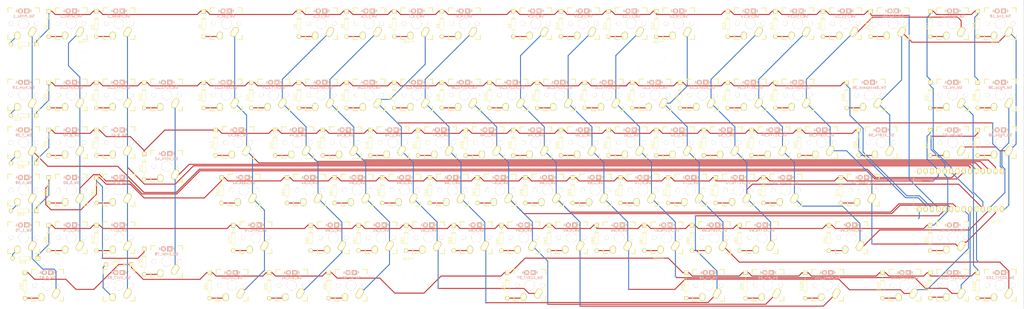
<source format=kicad_pcb>
(kicad_pcb (version 4) (host pcbnew 4.0.2-stable)
  (layers (0 F.Cu signal) (31 B.Cu signal) (34 B.Paste user hide) (35 F.Paste user hide) (36 B.SilkS user hide) (37 F.SilkS user hide) (38 B.Mask user hide) (39 F.Mask user hide) (44 Edge.Cuts user hide))
  (net 0 "")
  (net 1 "Net-(D1-Pad2)")
  (net 2 R1)
  (net 3 "Net-(D2-Pad2)")
  (net 4 "Net-(D3-Pad2)")
  (net 5 "Net-(D4-Pad2)")
  (net 6 "Net-(D5-Pad2)")
  (net 7 "Net-(D6-Pad2)")
  (net 8 "Net-(D7-Pad2)")
  (net 9 "Net-(D8-Pad2)")
  (net 10 "Net-(D9-Pad2)")
  (net 11 "Net-(D10-Pad2)")
  (net 12 "Net-(D11-Pad2)")
  (net 13 "Net-(D12-Pad2)")
  (net 14 "Net-(D13-Pad2)")
  (net 15 "Net-(D14-Pad2)")
  (net 16 "Net-(D15-Pad2)")
  (net 17 "Net-(D16-Pad2)")
  (net 18 "Net-(D17-Pad2)")
  (net 19 R6)
  (net 20 "Net-(D18-Pad2)")
  (net 21 "Net-(D19-Pad2)")
  (net 22 R2)
  (net 23 "Net-(D20-Pad2)")
  (net 24 "Net-(D21-Pad2)")
  (net 25 "Net-(D22-Pad2)")
  (net 26 "Net-(D23-Pad2)")
  (net 27 "Net-(D24-Pad2)")
  (net 28 "Net-(D25-Pad2)")
  (net 29 "Net-(D26-Pad2)")
  (net 30 "Net-(D27-Pad2)")
  (net 31 "Net-(D28-Pad2)")
  (net 32 "Net-(D29-Pad2)")
  (net 33 "Net-(D30-Pad2)")
  (net 34 "Net-(D31-Pad2)")
  (net 35 "Net-(D32-Pad2)")
  (net 36 "Net-(D33-Pad2)")
  (net 37 "Net-(D34-Pad2)")
  (net 38 "Net-(D35-Pad2)")
  (net 39 "Net-(D36-Pad2)")
  (net 40 "Net-(D37-Pad2)")
  (net 41 "Net-(D38-Pad2)")
  (net 42 "Net-(D39-Pad2)")
  (net 43 R3)
  (net 44 "Net-(D40-Pad2)")
  (net 45 "Net-(D41-Pad2)")
  (net 46 "Net-(D42-Pad2)")
  (net 47 "Net-(D43-Pad2)")
  (net 48 "Net-(D44-Pad2)")
  (net 49 "Net-(D45-Pad2)")
  (net 50 "Net-(D46-Pad2)")
  (net 51 "Net-(D47-Pad2)")
  (net 52 "Net-(D48-Pad2)")
  (net 53 "Net-(D49-Pad2)")
  (net 54 "Net-(D50-Pad2)")
  (net 55 "Net-(D51-Pad2)")
  (net 56 "Net-(D52-Pad2)")
  (net 57 "Net-(D53-Pad2)")
  (net 58 "Net-(D54-Pad2)")
  (net 59 "Net-(D55-Pad2)")
  (net 60 "Net-(D56-Pad2)")
  (net 61 "Net-(D57-Pad2)")
  (net 62 R4)
  (net 63 "Net-(D58-Pad2)")
  (net 64 R5)
  (net 65 "Net-(D59-Pad2)")
  (net 66 "Net-(D60-Pad2)")
  (net 67 "Net-(D61-Pad2)")
  (net 68 "Net-(D62-Pad2)")
  (net 69 "Net-(D63-Pad2)")
  (net 70 "Net-(D64-Pad2)")
  (net 71 "Net-(D65-Pad2)")
  (net 72 "Net-(D66-Pad2)")
  (net 73 "Net-(D67-Pad2)")
  (net 74 "Net-(D68-Pad2)")
  (net 75 "Net-(D69-Pad2)")
  (net 76 "Net-(D70-Pad2)")
  (net 77 "Net-(D71-Pad2)")
  (net 78 "Net-(D72-Pad2)")
  (net 79 "Net-(D73-Pad2)")
  (net 80 "Net-(D74-Pad2)")
  (net 81 "Net-(D75-Pad2)")
  (net 82 "Net-(D76-Pad2)")
  (net 83 "Net-(D77-Pad2)")
  (net 84 "Net-(D78-Pad2)")
  (net 85 "Net-(D79-Pad2)")
  (net 86 "Net-(D80-Pad2)")
  (net 87 "Net-(D81-Pad2)")
  (net 88 "Net-(D82-Pad2)")
  (net 89 "Net-(D83-Pad2)")
  (net 90 "Net-(D84-Pad2)")
  (net 91 "Net-(D85-Pad2)")
  (net 92 "Net-(D86-Pad2)")
  (net 93 "Net-(D87-Pad2)")
  (net 94 "Net-(D88-Pad2)")
  (net 95 "Net-(D89-Pad2)")
  (net 96 "Net-(D90-Pad2)")
  (net 97 "Net-(D91-Pad2)")
  (net 98 "Net-(D92-Pad2)")
  (net 99 "Net-(D93-Pad2)")
  (net 100 "Net-(D94-Pad2)")
  (net 101 "Net-(D95-Pad2)")
  (net 102 "Net-(D96-Pad2)")
  (net 103 "Net-(D97-Pad2)")
  (net 104 "Net-(D98-Pad2)")
  (net 105 "Net-(D99-Pad2)")
  (net 106 "Net-(D100-Pad2)")
  (net 107 "Net-(D101-Pad2)")
  (net 108 "Net-(D102-Pad2)")
  (net 109 "Net-(D103-Pad2)")
  (net 110 C1)
  (net 111 C3)
  (net 112 C7)
  (net 113 C9)
  (net 114 C6)
  (net 115 C18)
  (net 116 C10)
  (net 117 C5)
  (net 118 C8)
  (net 119 C17)
  (net 120 C4)
  (net 121 C11)
  (net 122 C12)
  (net 123 C13)
  (net 124 C14)
  (net 125 C15)
  (net 126 C16)
  (net 127 C2)
  (net 128 GND)
  (module Diode_DO-35_SOD27_Horizontal_RM10 (layer F.Cu) (at 286.275 109.3 270)
    (fp_text reference D87 (at 6.185969 1.275 270) (layer F.SilkS))
    (fp_text value D hide)
    (pad 2 thru_hole circle (at 10.16052 -0.00254 90) (size 1.69926 1.69926) (drill 0.70104) (layers *.Cu *.Mask F.SilkS) (net 93 "Net-(D87-Pad2)"))
    (pad 1 thru_hole rect (at 0.00052 -0.00254 90) (size 1.69926 1.69926) (drill 0.70104) (layers *.Cu *.Mask F.SilkS) (net 64 R5))
  )
  (module Mounting_Holes:MountingHole_5mm (layer F.Cu) (at 427 42)
    (fp_text reference REF** (at 0 -6) (layer F.SilkS))
    (fp_text value MountingHole_5mm)
    (pad "" np_thru_hole circle (at 0 0) (size 5 5) (drill 5) (layers *.Cu *.Mask F.SilkS))
  )
  (module Mounting_Holes:MountingHole_5mm (layer F.Cu) (at 292 42)
    (fp_text reference REF** (at 0 -6) (layer F.SilkS))
    (fp_text value MountingHole_5mm)
    (pad "" np_thru_hole circle (at 0 0) (size 5 5) (drill 5) (layers *.Cu *.Mask F.SilkS))
  )
  (module Mounting_Holes:MountingHole_5mm (layer F.Cu) (at 292 129)
    (fp_text reference REF** (at 0 -6) (layer F.SilkS))
    (fp_text value MountingHole_5mm)
    (pad "" np_thru_hole circle (at 0 0) (size 5 5) (drill 5) (layers *.Cu *.Mask F.SilkS))
  )
  (module Mounting_Holes:MountingHole_5mm (layer F.Cu) (at 427 114)
    (fp_text reference REF** (at 0 -6) (layer F.SilkS))
    (fp_text value MountingHole_5mm)
    (pad 1 np_thru_hole circle (at 0 0) (size 5 5) (drill 5) (layers *.Cu *.Mask F.SilkS))
  )
  (module Mounting_Holes:MountingHole_5mm (layer F.Cu) (at 192 129)
    (fp_text reference REF** (at 0 -6) (layer F.SilkS))
    (fp_text value MountingHole_5mm)
    (pad "" np_thru_hole circle (at 0 0) (size 5 5) (drill 5) (layers *.Cu *.Mask F.SilkS))
  )
  (module Mounting_Holes:MountingHole_5mm (layer F.Cu) (at 192 42)
    (fp_text reference REF** (at 0 -6) (layer F.SilkS))
    (fp_text value MountingHole_5mm)
    (pad "" np_thru_hole circle (at 0 0) (size 5 5) (drill 5) (layers *.Cu *.Mask F.SilkS))
  )
  (module Diode_DO-35_SOD27_Horizontal_RM10 (layer F.Cu) (at 419.625 128.35 270)
    (fp_text reference D103 (at 5.43052 1.53746 270) (layer F.SilkS))
    (fp_text value D)
    (pad 2 thru_hole circle (at 10.16052 -0.00254 90) (size 1.69926 1.69926) (drill 0.70104) (layers *.Cu *.Mask F.SilkS) (net 109 "Net-(D103-Pad2)"))
    (pad 1 thru_hole rect (at 0.00052 -0.00254 90) (size 1.69926 1.69926) (drill 0.70104) (layers *.Cu *.Mask F.SilkS) (net 19 R6))
  )
  (module MXALPS (layer F.Cu) (at 428.625 133.35 180)
    (fp_text reference SW_X22Y7_103 (at 0 3 180) (layer B.SilkS) (effects (font (thickness 0.2)) (justify mirror)))
    (fp_text value MX_LED hide)
    (fp_text user A (at 2.794 5.08 180) (layer B.SilkS) (effects (justify mirror)))
    (fp_text user K (at -2.794 5.08 180) (layer B.SilkS) (effects (justify mirror)))
    (fp_text user A (at 2.794 5.08 180) (layer F.SilkS))
    (fp_text user K (at -2.794 5.08 180) (layer F.SilkS))
    (pad "" np_thru_hole circle (at 0 0 180) (size 3.98781 3.98781) (drill 3.9878) (layers *.Cu *.Mask F.SilkS) (clearance 0.1524))
    (pad "" np_thru_hole circle (at -5.08 0 180) (size 1.70181 1.70181) (drill 1.7018) (layers *.Cu *.Mask F.SilkS) (clearance 0.1524))
    (pad "" np_thru_hole circle (at 5.08 0 180) (size 1.70181 1.70181) (drill 1.7018) (layers *.Cu *.Mask F.SilkS) (clearance 0.1524))
    (pad SW1 thru_hole oval (at -3.405 -3.27 150.95) (size 2.5 4.17) (drill oval 1.5 3.17) (layers *.Cu *.Mask F.SilkS) (net 124 C14))
    (pad SW2 thru_hole oval (at 2.52 -4.79 176.1) (size 2.5 3.08) (drill oval 1.5 2.08) (layers *.Cu *.Mask F.SilkS) (net 109 "Net-(D103-Pad2)"))
    (pad K thru_hole rect (at -1.27 5.08 180) (size 2 2) (drill 1) (layers *.Cu *.SilkS *.Mask))
    (pad A thru_hole circle (at 1.27 5.08 180) (size 2 2) (drill 1) (layers *.Cu *.SilkS *.Mask))
  )
  (module Diode_DO-35_SOD27_Horizontal_RM10 (layer F.Cu) (at 400.575 128.35 270)
    (fp_text reference D102 (at 5.43052 1.53746 270) (layer F.SilkS))
    (fp_text value D)
    (pad 2 thru_hole circle (at 10.16052 -0.00254 90) (size 1.69926 1.69926) (drill 0.70104) (layers *.Cu *.Mask F.SilkS) (net 108 "Net-(D102-Pad2)"))
    (pad 1 thru_hole rect (at 0.00052 -0.00254 90) (size 1.69926 1.69926) (drill 0.70104) (layers *.Cu *.Mask F.SilkS) (net 19 R6))
  )
  (module MXALPS (layer F.Cu) (at 409.575 133.35 180)
    (fp_text reference SW_X21Y7_102 (at 0 3 180) (layer B.SilkS) (effects (font (thickness 0.2)) (justify mirror)))
    (fp_text value MX_LED hide)
    (fp_text user A (at 2.794 5.08 180) (layer B.SilkS) (effects (justify mirror)))
    (fp_text user K (at -2.794 5.08 180) (layer B.SilkS) (effects (justify mirror)))
    (fp_text user A (at 2.794 5.08 180) (layer F.SilkS))
    (fp_text user K (at -2.794 5.08 180) (layer F.SilkS))
    (pad "" np_thru_hole circle (at 0 0 180) (size 3.98781 3.98781) (drill 3.9878) (layers *.Cu *.Mask F.SilkS) (clearance 0.1524))
    (pad "" np_thru_hole circle (at -5.08 0 180) (size 1.70181 1.70181) (drill 1.7018) (layers *.Cu *.Mask F.SilkS) (clearance 0.1524))
    (pad "" np_thru_hole circle (at 5.08 0 180) (size 1.70181 1.70181) (drill 1.7018) (layers *.Cu *.Mask F.SilkS) (clearance 0.1524))
    (pad SW1 thru_hole oval (at -3.405 -3.27 150.95) (size 2.5 4.17) (drill oval 1.5 3.17) (layers *.Cu *.Mask F.SilkS) (net 123 C13))
    (pad SW2 thru_hole oval (at 2.52 -4.79 176.1) (size 2.5 3.08) (drill oval 1.5 2.08) (layers *.Cu *.Mask F.SilkS) (net 108 "Net-(D102-Pad2)"))
    (pad K thru_hole rect (at -1.27 5.08 180) (size 2 2) (drill 1) (layers *.Cu *.SilkS *.Mask))
    (pad A thru_hole circle (at 1.27 5.08 180) (size 2 2) (drill 1) (layers *.Cu *.SilkS *.Mask))
  )
  (module Diode_DO-35_SOD27_Horizontal_RM10 (layer F.Cu) (at 381.525 128.35 270)
    (fp_text reference D101 (at 5.43052 1.53746 270) (layer F.SilkS))
    (fp_text value D)
    (pad 2 thru_hole circle (at 10.16052 -0.00254 90) (size 1.69926 1.69926) (drill 0.70104) (layers *.Cu *.Mask F.SilkS) (net 107 "Net-(D101-Pad2)"))
    (pad 1 thru_hole rect (at 0.00052 -0.00254 90) (size 1.69926 1.69926) (drill 0.70104) (layers *.Cu *.Mask F.SilkS) (net 19 R6))
  )
  (module MXALPS (layer F.Cu) (at 390.525 133.35 180)
    (fp_text reference SW_X20Y7_101 (at 0 3 180) (layer B.SilkS) (effects (font (thickness 0.2)) (justify mirror)))
    (fp_text value MX_LED hide)
    (fp_text user A (at 2.794 5.08 180) (layer B.SilkS) (effects (justify mirror)))
    (fp_text user K (at -2.794 5.08 180) (layer B.SilkS) (effects (justify mirror)))
    (fp_text user A (at 2.794 5.08 180) (layer F.SilkS))
    (fp_text user K (at -2.794 5.08 180) (layer F.SilkS))
    (pad "" np_thru_hole circle (at 0 0 180) (size 3.98781 3.98781) (drill 3.9878) (layers *.Cu *.Mask F.SilkS) (clearance 0.1524))
    (pad "" np_thru_hole circle (at -5.08 0 180) (size 1.70181 1.70181) (drill 1.7018) (layers *.Cu *.Mask F.SilkS) (clearance 0.1524))
    (pad "" np_thru_hole circle (at 5.08 0 180) (size 1.70181 1.70181) (drill 1.7018) (layers *.Cu *.Mask F.SilkS) (clearance 0.1524))
    (pad SW1 thru_hole oval (at -3.405 -3.27 150.95) (size 2.5 4.17) (drill oval 1.5 3.17) (layers *.Cu *.Mask F.SilkS) (net 122 C12))
    (pad SW2 thru_hole oval (at 2.52 -4.79 176.1) (size 2.5 3.08) (drill oval 1.5 2.08) (layers *.Cu *.Mask F.SilkS) (net 107 "Net-(D101-Pad2)"))
    (pad K thru_hole rect (at -1.27 5.08 180) (size 2 2) (drill 1) (layers *.Cu *.SilkS *.Mask))
    (pad A thru_hole circle (at 1.27 5.08 180) (size 2 2) (drill 1) (layers *.Cu *.SilkS *.Mask))
  )
  (module Diode_DO-35_SOD27_Horizontal_RM10 (layer F.Cu) (at 350.56875 128.35 270)
    (fp_text reference D100 (at 5.43052 1.53746 270) (layer F.SilkS))
    (fp_text value D)
    (pad 2 thru_hole circle (at 10.16052 -0.00254 90) (size 1.69926 1.69926) (drill 0.70104) (layers *.Cu *.Mask F.SilkS) (net 106 "Net-(D100-Pad2)"))
    (pad 1 thru_hole rect (at 0.00052 -0.00254 90) (size 1.69926 1.69926) (drill 0.70104) (layers *.Cu *.Mask F.SilkS) (net 19 R6))
  )
  (module MXALPS (layer F.Cu) (at 359.56875 133.35 180)
    (fp_text reference SW_Menu_100 (at 0 3 180) (layer B.SilkS) (effects (font (thickness 0.2)) (justify mirror)))
    (fp_text value MX_LED hide)
    (fp_text user A (at 2.794 5.08 180) (layer B.SilkS) (effects (justify mirror)))
    (fp_text user K (at -2.794 5.08 180) (layer B.SilkS) (effects (justify mirror)))
    (fp_text user A (at 2.794 5.08 180) (layer F.SilkS))
    (fp_text user K (at -2.794 5.08 180) (layer F.SilkS))
    (pad "" np_thru_hole circle (at 0 0 180) (size 3.98781 3.98781) (drill 3.9878) (layers *.Cu *.Mask F.SilkS) (clearance 0.1524))
    (pad "" np_thru_hole circle (at -5.08 0 180) (size 1.70181 1.70181) (drill 1.7018) (layers *.Cu *.Mask F.SilkS) (clearance 0.1524))
    (pad "" np_thru_hole circle (at 5.08 0 180) (size 1.70181 1.70181) (drill 1.7018) (layers *.Cu *.Mask F.SilkS) (clearance 0.1524))
    (pad SW1 thru_hole oval (at -3.405 -3.27 150.95) (size 2.5 4.17) (drill oval 1.5 3.17) (layers *.Cu *.Mask F.SilkS) (net 121 C11))
    (pad SW2 thru_hole oval (at 2.52 -4.79 176.1) (size 2.5 3.08) (drill oval 1.5 2.08) (layers *.Cu *.Mask F.SilkS) (net 106 "Net-(D100-Pad2)"))
    (pad K thru_hole rect (at -1.27 5.08 180) (size 2 2) (drill 1) (layers *.Cu *.SilkS *.Mask))
    (pad A thru_hole circle (at 1.27 5.08 180) (size 2 2) (drill 1) (layers *.Cu *.SilkS *.Mask))
  )
  (module Diode_DO-35_SOD27_Horizontal_RM10 (layer F.Cu) (at 326.75625 128.35 270)
    (fp_text reference D99 (at 5.43052 1.53746 270) (layer F.SilkS))
    (fp_text value D)
    (pad 2 thru_hole circle (at 10.16052 -0.00254 90) (size 1.69926 1.69926) (drill 0.70104) (layers *.Cu *.Mask F.SilkS) (net 105 "Net-(D99-Pad2)"))
    (pad 1 thru_hole rect (at 0.00052 -0.00254 90) (size 1.69926 1.69926) (drill 0.70104) (layers *.Cu *.Mask F.SilkS) (net 19 R6))
  )
  (module MXALPS (layer F.Cu) (at 335.75625 133.35 180)
    (fp_text reference SW_Win_99 (at 0 3 180) (layer B.SilkS) (effects (font (thickness 0.2)) (justify mirror)))
    (fp_text value MX_LED hide)
    (fp_text user A (at 2.794 5.08 180) (layer B.SilkS) (effects (justify mirror)))
    (fp_text user K (at -2.794 5.08 180) (layer B.SilkS) (effects (justify mirror)))
    (fp_text user A (at 2.794 5.08 180) (layer F.SilkS))
    (fp_text user K (at -2.794 5.08 180) (layer F.SilkS))
    (pad "" np_thru_hole circle (at 0 0 180) (size 3.98781 3.98781) (drill 3.9878) (layers *.Cu *.Mask F.SilkS) (clearance 0.1524))
    (pad "" np_thru_hole circle (at -5.08 0 180) (size 1.70181 1.70181) (drill 1.7018) (layers *.Cu *.Mask F.SilkS) (clearance 0.1524))
    (pad "" np_thru_hole circle (at 5.08 0 180) (size 1.70181 1.70181) (drill 1.7018) (layers *.Cu *.Mask F.SilkS) (clearance 0.1524))
    (pad SW1 thru_hole oval (at -3.405 -3.27 150.95) (size 2.5 4.17) (drill oval 1.5 3.17) (layers *.Cu *.Mask F.SilkS) (net 116 C10))
    (pad SW2 thru_hole oval (at 2.52 -4.79 176.1) (size 2.5 3.08) (drill oval 1.5 2.08) (layers *.Cu *.Mask F.SilkS) (net 105 "Net-(D99-Pad2)"))
    (pad K thru_hole rect (at -1.27 5.08 180) (size 2 2) (drill 1) (layers *.Cu *.SilkS *.Mask))
    (pad A thru_hole circle (at 1.27 5.08 180) (size 2 2) (drill 1) (layers *.Cu *.SilkS *.Mask))
  )
  (module Diode_DO-35_SOD27_Horizontal_RM10 (layer F.Cu) (at 302.99746 128.35 270)
    (fp_text reference D98 (at 5.9 1.49746 270) (layer F.SilkS))
    (fp_text value D)
    (pad 2 thru_hole circle (at 10.16052 -0.00254 90) (size 1.69926 1.69926) (drill 0.70104) (layers *.Cu *.Mask F.SilkS) (net 104 "Net-(D98-Pad2)"))
    (pad 1 thru_hole rect (at 0.00052 -0.00254 90) (size 1.69926 1.69926) (drill 0.70104) (layers *.Cu *.Mask F.SilkS) (net 19 R6))
  )
  (module MXALPS (layer F.Cu) (at 311.94375 133.35 180)
    (fp_text reference SW_Alt_98 (at 0 3 180) (layer B.SilkS) (effects (font (thickness 0.2)) (justify mirror)))
    (fp_text value MX_LED hide)
    (fp_text user A (at 2.794 5.08 180) (layer B.SilkS) (effects (justify mirror)))
    (fp_text user K (at -2.794 5.08 180) (layer B.SilkS) (effects (justify mirror)))
    (fp_text user A (at 2.794 5.08 180) (layer F.SilkS))
    (fp_text user K (at -2.794 5.08 180) (layer F.SilkS))
    (pad "" np_thru_hole circle (at 0 0 180) (size 3.98781 3.98781) (drill 3.9878) (layers *.Cu *.Mask F.SilkS) (clearance 0.1524))
    (pad "" np_thru_hole circle (at -5.08 0 180) (size 1.70181 1.70181) (drill 1.7018) (layers *.Cu *.Mask F.SilkS) (clearance 0.1524))
    (pad "" np_thru_hole circle (at 5.08 0 180) (size 1.70181 1.70181) (drill 1.7018) (layers *.Cu *.Mask F.SilkS) (clearance 0.1524))
    (pad SW1 thru_hole oval (at -3.405 -3.27 150.95) (size 2.5 4.17) (drill oval 1.5 3.17) (layers *.Cu *.Mask F.SilkS) (net 113 C9))
    (pad SW2 thru_hole oval (at 2.52 -4.79 176.1) (size 2.5 3.08) (drill oval 1.5 2.08) (layers *.Cu *.Mask F.SilkS) (net 104 "Net-(D98-Pad2)"))
    (pad K thru_hole rect (at -1.27 5.08 180) (size 2 2) (drill 1) (layers *.Cu *.SilkS *.Mask))
    (pad A thru_hole circle (at 1.27 5.08 180) (size 2 2) (drill 1) (layers *.Cu *.SilkS *.Mask))
  )
  (module Diode_DO-35_SOD27_Horizontal_RM10 (layer F.Cu) (at 231.50625 128.35 270)
    (fp_text reference D97 (at 5.43052 1.53746 270) (layer F.SilkS))
    (fp_text value D)
    (pad 2 thru_hole circle (at 10.16052 -0.00254 90) (size 1.69926 1.69926) (drill 0.70104) (layers *.Cu *.Mask F.SilkS) (net 103 "Net-(D97-Pad2)"))
    (pad 1 thru_hole rect (at 0.00052 -0.00254 90) (size 1.69926 1.69926) (drill 0.70104) (layers *.Cu *.Mask F.SilkS) (net 19 R6))
  )
  (module MXALPS (layer F.Cu) (at 240.50625 133.35 180)
    (fp_text reference SW_X10Y7_97 (at 0 3 180) (layer B.SilkS) (effects (font (thickness 0.2)) (justify mirror)))
    (fp_text value MX_LED hide)
    (fp_text user A (at 2.794 5.08 180) (layer B.SilkS) (effects (justify mirror)))
    (fp_text user K (at -2.794 5.08 180) (layer B.SilkS) (effects (justify mirror)))
    (fp_text user A (at 2.794 5.08 180) (layer F.SilkS))
    (fp_text user K (at -2.794 5.08 180) (layer F.SilkS))
    (pad "" np_thru_hole circle (at 0 0 180) (size 3.98781 3.98781) (drill 3.9878) (layers *.Cu *.Mask F.SilkS) (clearance 0.1524))
    (pad "" np_thru_hole circle (at -5.08 0 180) (size 1.70181 1.70181) (drill 1.7018) (layers *.Cu *.Mask F.SilkS) (clearance 0.1524))
    (pad "" np_thru_hole circle (at 5.08 0 180) (size 1.70181 1.70181) (drill 1.7018) (layers *.Cu *.Mask F.SilkS) (clearance 0.1524))
    (pad SW1 thru_hole oval (at -3.405 -3.27 150.95) (size 2.5 4.17) (drill oval 1.5 3.17) (layers *.Cu *.Mask F.SilkS) (net 118 C8))
    (pad SW2 thru_hole oval (at 2.52 -4.79 176.1) (size 2.5 3.08) (drill oval 1.5 2.08) (layers *.Cu *.Mask F.SilkS) (net 103 "Net-(D97-Pad2)"))
    (pad K thru_hole rect (at -1.27 5.08 180) (size 2 2) (drill 1) (layers *.Cu *.SilkS *.Mask))
    (pad A thru_hole circle (at 1.27 5.08 180) (size 2 2) (drill 1) (layers *.Cu *.SilkS *.Mask))
  )
  (module Diode_DO-35_SOD27_Horizontal_RM10 (layer F.Cu) (at 160.06875 128.35 270)
    (fp_text reference D96 (at 5.43052 1.53746 270) (layer F.SilkS))
    (fp_text value D)
    (pad 2 thru_hole circle (at 10.16052 -0.00254 90) (size 1.69926 1.69926) (drill 0.70104) (layers *.Cu *.Mask F.SilkS) (net 102 "Net-(D96-Pad2)"))
    (pad 1 thru_hole rect (at 0.00052 -0.00254 90) (size 1.69926 1.69926) (drill 0.70104) (layers *.Cu *.Mask F.SilkS) (net 19 R6))
  )
  (module MXALPS (layer F.Cu) (at 169.06875 133.35 180)
    (fp_text reference SW_Alt_96 (at 0 3 180) (layer B.SilkS) (effects (font (thickness 0.2)) (justify mirror)))
    (fp_text value MX_LED hide)
    (fp_text user A (at 2.794 5.08 180) (layer B.SilkS) (effects (justify mirror)))
    (fp_text user K (at -2.794 5.08 180) (layer B.SilkS) (effects (justify mirror)))
    (fp_text user A (at 2.794 5.08 180) (layer F.SilkS))
    (fp_text user K (at -2.794 5.08 180) (layer F.SilkS))
    (pad "" np_thru_hole circle (at 0 0 180) (size 3.98781 3.98781) (drill 3.9878) (layers *.Cu *.Mask F.SilkS) (clearance 0.1524))
    (pad "" np_thru_hole circle (at -5.08 0 180) (size 1.70181 1.70181) (drill 1.7018) (layers *.Cu *.Mask F.SilkS) (clearance 0.1524))
    (pad "" np_thru_hole circle (at 5.08 0 180) (size 1.70181 1.70181) (drill 1.7018) (layers *.Cu *.Mask F.SilkS) (clearance 0.1524))
    (pad SW1 thru_hole oval (at -3.405 -3.27 150.95) (size 2.5 4.17) (drill oval 1.5 3.17) (layers *.Cu *.Mask F.SilkS) (net 112 C7))
    (pad SW2 thru_hole oval (at 2.52 -4.79 176.1) (size 2.5 3.08) (drill oval 1.5 2.08) (layers *.Cu *.Mask F.SilkS) (net 102 "Net-(D96-Pad2)"))
    (pad K thru_hole rect (at -1.27 5.08 180) (size 2 2) (drill 1) (layers *.Cu *.SilkS *.Mask))
    (pad A thru_hole circle (at 1.27 5.08 180) (size 2 2) (drill 1) (layers *.Cu *.SilkS *.Mask))
  )
  (module Diode_DO-35_SOD27_Horizontal_RM10 (layer F.Cu) (at 136.25625 128.35 270)
    (fp_text reference D95 (at 5.43052 1.53746 270) (layer F.SilkS))
    (fp_text value D)
    (pad 2 thru_hole circle (at 10.16052 -0.00254 90) (size 1.69926 1.69926) (drill 0.70104) (layers *.Cu *.Mask F.SilkS) (net 101 "Net-(D95-Pad2)"))
    (pad 1 thru_hole rect (at 0.00052 -0.00254 90) (size 1.69926 1.69926) (drill 0.70104) (layers *.Cu *.Mask F.SilkS) (net 19 R6))
  )
  (module MXALPS (layer F.Cu) (at 145.25625 133.35 180)
    (fp_text reference SW_Win_95 (at 0 3 180) (layer B.SilkS) (effects (font (thickness 0.2)) (justify mirror)))
    (fp_text value MX_LED hide)
    (fp_text user A (at 2.794 5.08 180) (layer B.SilkS) (effects (justify mirror)))
    (fp_text user K (at -2.794 5.08 180) (layer B.SilkS) (effects (justify mirror)))
    (fp_text user A (at 2.794 5.08 180) (layer F.SilkS))
    (fp_text user K (at -2.794 5.08 180) (layer F.SilkS))
    (pad "" np_thru_hole circle (at 0 0 180) (size 3.98781 3.98781) (drill 3.9878) (layers *.Cu *.Mask F.SilkS) (clearance 0.1524))
    (pad "" np_thru_hole circle (at -5.08 0 180) (size 1.70181 1.70181) (drill 1.7018) (layers *.Cu *.Mask F.SilkS) (clearance 0.1524))
    (pad "" np_thru_hole circle (at 5.08 0 180) (size 1.70181 1.70181) (drill 1.7018) (layers *.Cu *.Mask F.SilkS) (clearance 0.1524))
    (pad SW1 thru_hole oval (at -3.405 -3.27 150.95) (size 2.5 4.17) (drill oval 1.5 3.17) (layers *.Cu *.Mask F.SilkS) (net 114 C6))
    (pad SW2 thru_hole oval (at 2.52 -4.79 176.1) (size 2.5 3.08) (drill oval 1.5 2.08) (layers *.Cu *.Mask F.SilkS) (net 101 "Net-(D95-Pad2)"))
    (pad K thru_hole rect (at -1.27 5.08 180) (size 2 2) (drill 1) (layers *.Cu *.SilkS *.Mask))
    (pad A thru_hole circle (at 1.27 5.08 180) (size 2 2) (drill 1) (layers *.Cu *.SilkS *.Mask))
  )
  (module Diode_DO-35_SOD27_Horizontal_RM10 (layer F.Cu) (at 112.44375 128.35 270)
    (fp_text reference D94 (at 5.43052 1.53746 270) (layer F.SilkS))
    (fp_text value D)
    (pad 2 thru_hole circle (at 10.16052 -0.00254 90) (size 1.69926 1.69926) (drill 0.70104) (layers *.Cu *.Mask F.SilkS) (net 100 "Net-(D94-Pad2)"))
    (pad 1 thru_hole rect (at 0.00052 -0.00254 90) (size 1.69926 1.69926) (drill 0.70104) (layers *.Cu *.Mask F.SilkS) (net 19 R6))
  )
  (module MXALPS (layer F.Cu) (at 121.44375 133.35 180)
    (fp_text reference SW_Ctrl_94 (at 0 3 180) (layer B.SilkS) (effects (font (thickness 0.2)) (justify mirror)))
    (fp_text value MX_LED hide)
    (fp_text user A (at 2.794 5.08 180) (layer B.SilkS) (effects (justify mirror)))
    (fp_text user K (at -2.794 5.08 180) (layer B.SilkS) (effects (justify mirror)))
    (fp_text user A (at 2.794 5.08 180) (layer F.SilkS))
    (fp_text user K (at -2.794 5.08 180) (layer F.SilkS))
    (pad "" np_thru_hole circle (at 0 0 180) (size 3.98781 3.98781) (drill 3.9878) (layers *.Cu *.Mask F.SilkS) (clearance 0.1524))
    (pad "" np_thru_hole circle (at -5.08 0 180) (size 1.70181 1.70181) (drill 1.7018) (layers *.Cu *.Mask F.SilkS) (clearance 0.1524))
    (pad "" np_thru_hole circle (at 5.08 0 180) (size 1.70181 1.70181) (drill 1.7018) (layers *.Cu *.Mask F.SilkS) (clearance 0.1524))
    (pad SW1 thru_hole oval (at -3.405 -3.27 150.95) (size 2.5 4.17) (drill oval 1.5 3.17) (layers *.Cu *.Mask F.SilkS) (net 117 C5))
    (pad SW2 thru_hole oval (at 2.52 -4.79 176.1) (size 2.5 3.08) (drill oval 1.5 2.08) (layers *.Cu *.Mask F.SilkS) (net 100 "Net-(D94-Pad2)"))
    (pad K thru_hole rect (at -1.27 5.08 180) (size 2 2) (drill 1) (layers *.Cu *.SilkS *.Mask))
    (pad A thru_hole circle (at 1.27 5.08 180) (size 2 2) (drill 1) (layers *.Cu *.SilkS *.Mask))
  )
  (module Diode_DO-35_SOD27_Horizontal_RM10 (layer F.Cu) (at 81.16052 124.99746 180)
    (fp_text reference D93 (at 6.16052 1.49746 180) (layer F.SilkS))
    (fp_text value D)
    (pad 2 thru_hole circle (at 10.16052 -0.00254) (size 1.69926 1.69926) (drill 0.70104) (layers *.Cu *.Mask F.SilkS) (net 99 "Net-(D93-Pad2)"))
    (pad 1 thru_hole rect (at 0.00052 -0.00254) (size 1.69926 1.69926) (drill 0.70104) (layers *.Cu *.Mask F.SilkS) (net 19 R6))
  )
  (module MXALPS (layer F.Cu) (at 76.2 133.35 180)
    (fp_text reference SW_X4Y7_93 (at 0 3 180) (layer B.SilkS) (effects (font (thickness 0.2)) (justify mirror)))
    (fp_text value MX_LED hide)
    (fp_text user A (at 2.794 5.08 180) (layer B.SilkS) (effects (justify mirror)))
    (fp_text user K (at -2.794 5.08 180) (layer B.SilkS) (effects (justify mirror)))
    (fp_text user A (at 2.794 5.08 180) (layer F.SilkS))
    (fp_text user K (at -2.794 5.08 180) (layer F.SilkS))
    (pad "" np_thru_hole circle (at 0 0 180) (size 3.98781 3.98781) (drill 3.9878) (layers *.Cu *.Mask F.SilkS) (clearance 0.1524))
    (pad "" np_thru_hole circle (at -5.08 0 180) (size 1.70181 1.70181) (drill 1.7018) (layers *.Cu *.Mask F.SilkS) (clearance 0.1524))
    (pad "" np_thru_hole circle (at 5.08 0 180) (size 1.70181 1.70181) (drill 1.7018) (layers *.Cu *.Mask F.SilkS) (clearance 0.1524))
    (pad SW1 thru_hole oval (at -3.405 -3.27 150.95) (size 2.5 4.17) (drill oval 1.5 3.17) (layers *.Cu *.Mask F.SilkS) (net 111 C3))
    (pad SW2 thru_hole oval (at 2.52 -4.79 176.1) (size 2.5 3.08) (drill oval 1.5 2.08) (layers *.Cu *.Mask F.SilkS) (net 99 "Net-(D93-Pad2)"))
    (pad K thru_hole rect (at -1.27 5.08 180) (size 2 2) (drill 1) (layers *.Cu *.SilkS *.Mask))
    (pad A thru_hole circle (at 1.27 5.08 180) (size 2 2) (drill 1) (layers *.Cu *.SilkS *.Mask))
  )
  (module Diode_DO-35_SOD27_Horizontal_RM10 (layer F.Cu) (at 38.625 128.35 270)
    (fp_text reference D92 (at 5.43052 1.53746 270) (layer F.SilkS))
    (fp_text value D)
    (pad 2 thru_hole circle (at 10.16052 -0.00254 90) (size 1.69926 1.69926) (drill 0.70104) (layers *.Cu *.Mask F.SilkS) (net 98 "Net-(D92-Pad2)"))
    (pad 1 thru_hole rect (at 0.00052 -0.00254 90) (size 1.69926 1.69926) (drill 0.70104) (layers *.Cu *.Mask F.SilkS) (net 19 R6))
  )
  (module MXALPS (layer F.Cu) (at 47.625 133.35 180)
    (fp_text reference SW_0_92 (at 0 3 180) (layer B.SilkS) (effects (font (thickness 0.2)) (justify mirror)))
    (fp_text value MX_LED hide)
    (fp_text user A (at 2.794 5.08 180) (layer B.SilkS) (effects (justify mirror)))
    (fp_text user K (at -2.794 5.08 180) (layer B.SilkS) (effects (justify mirror)))
    (fp_text user A (at 2.794 5.08 180) (layer F.SilkS))
    (fp_text user K (at -2.794 5.08 180) (layer F.SilkS))
    (pad "" np_thru_hole circle (at 0 0 180) (size 3.98781 3.98781) (drill 3.9878) (layers *.Cu *.Mask F.SilkS) (clearance 0.1524))
    (pad "" np_thru_hole circle (at -5.08 0 180) (size 1.70181 1.70181) (drill 1.7018) (layers *.Cu *.Mask F.SilkS) (clearance 0.1524))
    (pad "" np_thru_hole circle (at 5.08 0 180) (size 1.70181 1.70181) (drill 1.7018) (layers *.Cu *.Mask F.SilkS) (clearance 0.1524))
    (pad SW1 thru_hole oval (at -3.405 -3.27 150.95) (size 2.5 4.17) (drill oval 1.5 3.17) (layers *.Cu *.Mask F.SilkS) (net 110 C1))
    (pad SW2 thru_hole oval (at 2.52 -4.79 176.1) (size 2.5 3.08) (drill oval 1.5 2.08) (layers *.Cu *.Mask F.SilkS) (net 98 "Net-(D92-Pad2)"))
    (pad K thru_hole rect (at -1.27 5.08 180) (size 2 2) (drill 1) (layers *.Cu *.SilkS *.Mask))
    (pad A thru_hole circle (at 1.27 5.08 180) (size 2 2) (drill 1) (layers *.Cu *.SilkS *.Mask))
  )
  (module Diode_DO-35_SOD27_Horizontal_RM10 (layer F.Cu) (at 400.575 109.3 270)
    (fp_text reference D91 (at 5.93052 1.53746 270) (layer F.SilkS))
    (fp_text value D)
    (pad 2 thru_hole circle (at 10.16052 -0.00254 90) (size 1.69926 1.69926) (drill 0.70104) (layers *.Cu *.Mask F.SilkS) (net 97 "Net-(D91-Pad2)"))
    (pad 1 thru_hole rect (at 0.00052 -0.00254 90) (size 1.69926 1.69926) (drill 0.70104) (layers *.Cu *.Mask F.SilkS) (net 64 R5))
  )
  (module MXALPS (layer F.Cu) (at 409.575 114.3 180)
    (fp_text reference SW_X21Y6_91 (at 0 3 180) (layer B.SilkS) (effects (font (thickness 0.2)) (justify mirror)))
    (fp_text value MX_LED hide)
    (fp_text user A (at 2.794 5.08 180) (layer B.SilkS) (effects (justify mirror)))
    (fp_text user K (at -2.794 5.08 180) (layer B.SilkS) (effects (justify mirror)))
    (fp_text user A (at 2.794 5.08 180) (layer F.SilkS))
    (fp_text user K (at -2.794 5.08 180) (layer F.SilkS))
    (pad "" np_thru_hole circle (at 0 0 180) (size 3.98781 3.98781) (drill 3.9878) (layers *.Cu *.Mask F.SilkS) (clearance 0.1524))
    (pad "" np_thru_hole circle (at -5.08 0 180) (size 1.70181 1.70181) (drill 1.7018) (layers *.Cu *.Mask F.SilkS) (clearance 0.1524))
    (pad "" np_thru_hole circle (at 5.08 0 180) (size 1.70181 1.70181) (drill 1.7018) (layers *.Cu *.Mask F.SilkS) (clearance 0.1524))
    (pad SW1 thru_hole oval (at -3.405 -3.27 150.95) (size 2.5 4.17) (drill oval 1.5 3.17) (layers *.Cu *.Mask F.SilkS) (net 119 C17))
    (pad SW2 thru_hole oval (at 2.52 -4.79 176.1) (size 2.5 3.08) (drill oval 1.5 2.08) (layers *.Cu *.Mask F.SilkS) (net 97 "Net-(D91-Pad2)"))
    (pad K thru_hole rect (at -1.27 5.08 180) (size 2 2) (drill 1) (layers *.Cu *.SilkS *.Mask))
    (pad A thru_hole circle (at 1.27 5.08 180) (size 2 2) (drill 1) (layers *.Cu *.SilkS *.Mask))
  )
  (module Diode_DO-35_SOD27_Horizontal_RM10 (layer F.Cu) (at 360.09375 109.3 270)
    (fp_text reference D90 (at 5.93052 1.53746 270) (layer F.SilkS))
    (fp_text value D)
    (pad 2 thru_hole circle (at 10.16052 -0.00254 90) (size 1.69926 1.69926) (drill 0.70104) (layers *.Cu *.Mask F.SilkS) (net 96 "Net-(D90-Pad2)"))
    (pad 1 thru_hole rect (at 0.00052 -0.00254 90) (size 1.69926 1.69926) (drill 0.70104) (layers *.Cu *.Mask F.SilkS) (net 64 R5))
  )
  (module MXALPS (layer F.Cu) (at 369.09375 114.3 180)
    (fp_text reference SW_Shift_90 (at 0 3 180) (layer B.SilkS) (effects (font (thickness 0.2)) (justify mirror)))
    (fp_text value MX_LED hide)
    (fp_text user A (at 2.794 5.08 180) (layer B.SilkS) (effects (justify mirror)))
    (fp_text user K (at -2.794 5.08 180) (layer B.SilkS) (effects (justify mirror)))
    (fp_text user A (at 2.794 5.08 180) (layer F.SilkS))
    (fp_text user K (at -2.794 5.08 180) (layer F.SilkS))
    (pad "" np_thru_hole circle (at 0 0 180) (size 3.98781 3.98781) (drill 3.9878) (layers *.Cu *.Mask F.SilkS) (clearance 0.1524))
    (pad "" np_thru_hole circle (at -5.08 0 180) (size 1.70181 1.70181) (drill 1.7018) (layers *.Cu *.Mask F.SilkS) (clearance 0.1524))
    (pad "" np_thru_hole circle (at 5.08 0 180) (size 1.70181 1.70181) (drill 1.7018) (layers *.Cu *.Mask F.SilkS) (clearance 0.1524))
    (pad SW1 thru_hole oval (at -3.405 -3.27 150.95) (size 2.5 4.17) (drill oval 1.5 3.17) (layers *.Cu *.Mask F.SilkS) (net 126 C16))
    (pad SW2 thru_hole oval (at 2.52 -4.79 176.1) (size 2.5 3.08) (drill oval 1.5 2.08) (layers *.Cu *.Mask F.SilkS) (net 96 "Net-(D90-Pad2)"))
    (pad K thru_hole rect (at -1.27 5.08 180) (size 2 2) (drill 1) (layers *.Cu *.SilkS *.Mask))
    (pad A thru_hole circle (at 1.27 5.08 180) (size 2 2) (drill 1) (layers *.Cu *.SilkS *.Mask))
  )
  (module Diode_DO-35_SOD27_Horizontal_RM10 (layer F.Cu) (at 324.375 109.3 270)
    (fp_text reference D89 (at 6.185969 1.53746 270) (layer F.SilkS))
    (fp_text value D)
    (pad 2 thru_hole circle (at 10.16052 -0.00254 90) (size 1.69926 1.69926) (drill 0.70104) (layers *.Cu *.Mask F.SilkS) (net 95 "Net-(D89-Pad2)"))
    (pad 1 thru_hole rect (at 0.00052 -0.00254 90) (size 1.69926 1.69926) (drill 0.70104) (layers *.Cu *.Mask F.SilkS) (net 64 R5))
  )
  (module MXALPS (layer F.Cu) (at 333.375 114.3 180)
    (fp_text reference SW_X17Y6_89 (at 0 3 180) (layer B.SilkS) (effects (font (thickness 0.2)) (justify mirror)))
    (fp_text value MX_LED hide)
    (fp_text user A (at 2.794 5.08 180) (layer B.SilkS) (effects (justify mirror)))
    (fp_text user K (at -2.794 5.08 180) (layer B.SilkS) (effects (justify mirror)))
    (fp_text user A (at 2.794 5.08 180) (layer F.SilkS))
    (fp_text user K (at -2.794 5.08 180) (layer F.SilkS))
    (pad "" np_thru_hole circle (at 0 0 180) (size 3.98781 3.98781) (drill 3.9878) (layers *.Cu *.Mask F.SilkS) (clearance 0.1524))
    (pad "" np_thru_hole circle (at -5.08 0 180) (size 1.70181 1.70181) (drill 1.7018) (layers *.Cu *.Mask F.SilkS) (clearance 0.1524))
    (pad "" np_thru_hole circle (at 5.08 0 180) (size 1.70181 1.70181) (drill 1.7018) (layers *.Cu *.Mask F.SilkS) (clearance 0.1524))
    (pad SW1 thru_hole oval (at -3.405 -3.27 150.95) (size 2.5 4.17) (drill oval 1.5 3.17) (layers *.Cu *.Mask F.SilkS) (net 125 C15))
    (pad SW2 thru_hole oval (at 2.52 -4.79 176.1) (size 2.5 3.08) (drill oval 1.5 2.08) (layers *.Cu *.Mask F.SilkS) (net 95 "Net-(D89-Pad2)"))
    (pad K thru_hole rect (at -1.27 5.08 180) (size 2 2) (drill 1) (layers *.Cu *.SilkS *.Mask))
    (pad A thru_hole circle (at 1.27 5.08 180) (size 2 2) (drill 1) (layers *.Cu *.SilkS *.Mask))
  )
  (module Diode_DO-35_SOD27_Horizontal_RM10 (layer F.Cu) (at 305.325 109.3 270)
    (fp_text reference D88 (at 6.2 1.575 270) (layer F.SilkS))
    (fp_text value D)
    (pad 2 thru_hole circle (at 10.16052 -0.00254 90) (size 1.69926 1.69926) (drill 0.70104) (layers *.Cu *.Mask F.SilkS) (net 94 "Net-(D88-Pad2)"))
    (pad 1 thru_hole rect (at 0.00052 -0.00254 90) (size 1.69926 1.69926) (drill 0.70104) (layers *.Cu *.Mask F.SilkS) (net 64 R5))
  )
  (module MXALPS (layer F.Cu) (at 314.325 114.3 180)
    (fp_text reference SW_X16Y6_88 (at 0 3 180) (layer B.SilkS) (effects (font (thickness 0.2)) (justify mirror)))
    (fp_text value MX_LED hide)
    (fp_text user A (at 2.794 5.08 180) (layer B.SilkS) (effects (justify mirror)))
    (fp_text user K (at -2.794 5.08 180) (layer B.SilkS) (effects (justify mirror)))
    (fp_text user A (at 2.794 5.08 180) (layer F.SilkS))
    (fp_text user K (at -2.794 5.08 180) (layer F.SilkS))
    (pad "" np_thru_hole circle (at 0 0 180) (size 3.98781 3.98781) (drill 3.9878) (layers *.Cu *.Mask F.SilkS) (clearance 0.1524))
    (pad "" np_thru_hole circle (at -5.08 0 180) (size 1.70181 1.70181) (drill 1.7018) (layers *.Cu *.Mask F.SilkS) (clearance 0.1524))
    (pad "" np_thru_hole circle (at 5.08 0 180) (size 1.70181 1.70181) (drill 1.7018) (layers *.Cu *.Mask F.SilkS) (clearance 0.1524))
    (pad SW1 thru_hole oval (at -3.405 -3.27 150.95) (size 2.5 4.17) (drill oval 1.5 3.17) (layers *.Cu *.Mask F.SilkS) (net 124 C14))
    (pad SW2 thru_hole oval (at 2.52 -4.79 176.1) (size 2.5 3.08) (drill oval 1.5 2.08) (layers *.Cu *.Mask F.SilkS) (net 94 "Net-(D88-Pad2)"))
    (pad K thru_hole rect (at -1.27 5.08 180) (size 2 2) (drill 1) (layers *.Cu *.SilkS *.Mask))
    (pad A thru_hole circle (at 1.27 5.08 180) (size 2 2) (drill 1) (layers *.Cu *.SilkS *.Mask))
  )
  (module MXALPS (layer F.Cu) (at 295.275 114.3 180)
    (fp_text reference SW_X15Y6_87 (at 0 3 180) (layer B.SilkS) (effects (font (thickness 0.2)) (justify mirror)))
    (fp_text value MX_LED hide)
    (fp_text user A (at 2.794 5.08 180) (layer B.SilkS) (effects (justify mirror)))
    (fp_text user K (at -2.794 5.08 180) (layer B.SilkS) (effects (justify mirror)))
    (fp_text user A (at 2.794 5.08 180) (layer F.SilkS))
    (fp_text user K (at -2.794 5.08 180) (layer F.SilkS))
    (pad "" np_thru_hole circle (at 0 0 180) (size 3.98781 3.98781) (drill 3.9878) (layers *.Cu *.Mask F.SilkS) (clearance 0.1524))
    (pad "" np_thru_hole circle (at -5.08 0 180) (size 1.70181 1.70181) (drill 1.7018) (layers *.Cu *.Mask F.SilkS) (clearance 0.1524))
    (pad "" np_thru_hole circle (at 5.08 0 180) (size 1.70181 1.70181) (drill 1.7018) (layers *.Cu *.Mask F.SilkS) (clearance 0.1524))
    (pad SW1 thru_hole oval (at -3.405 -3.27 150.95) (size 2.5 4.17) (drill oval 1.5 3.17) (layers *.Cu *.Mask F.SilkS) (net 123 C13))
    (pad SW2 thru_hole oval (at 2.52 -4.79 176.1) (size 2.5 3.08) (drill oval 1.5 2.08) (layers *.Cu *.Mask F.SilkS) (net 93 "Net-(D87-Pad2)"))
    (pad K thru_hole rect (at -1.27 5.08 180) (size 2 2) (drill 1) (layers *.Cu *.SilkS *.Mask))
    (pad A thru_hole circle (at 1.27 5.08 180) (size 2 2) (drill 1) (layers *.Cu *.SilkS *.Mask))
  )
  (module Diode_DO-35_SOD27_Horizontal_RM10 (layer F.Cu) (at 267.225 109.3 270)
    (fp_text reference D86 (at 6.185969 1.53746 270) (layer F.SilkS))
    (fp_text value D)
    (pad 2 thru_hole circle (at 10.16052 -0.00254 90) (size 1.69926 1.69926) (drill 0.70104) (layers *.Cu *.Mask F.SilkS) (net 92 "Net-(D86-Pad2)"))
    (pad 1 thru_hole rect (at 0.00052 -0.00254 90) (size 1.69926 1.69926) (drill 0.70104) (layers *.Cu *.Mask F.SilkS) (net 64 R5))
  )
  (module MXALPS (layer F.Cu) (at 276.225 114.3 180)
    (fp_text reference SW_M_86 (at 0 3 180) (layer B.SilkS) (effects (font (thickness 0.2)) (justify mirror)))
    (fp_text value MX_LED hide)
    (fp_text user A (at 2.794 5.08 180) (layer B.SilkS) (effects (justify mirror)))
    (fp_text user K (at -2.794 5.08 180) (layer B.SilkS) (effects (justify mirror)))
    (fp_text user A (at 2.794 5.08 180) (layer F.SilkS))
    (fp_text user K (at -2.794 5.08 180) (layer F.SilkS))
    (pad "" np_thru_hole circle (at 0 0 180) (size 3.98781 3.98781) (drill 3.9878) (layers *.Cu *.Mask F.SilkS) (clearance 0.1524))
    (pad "" np_thru_hole circle (at -5.08 0 180) (size 1.70181 1.70181) (drill 1.7018) (layers *.Cu *.Mask F.SilkS) (clearance 0.1524))
    (pad "" np_thru_hole circle (at 5.08 0 180) (size 1.70181 1.70181) (drill 1.7018) (layers *.Cu *.Mask F.SilkS) (clearance 0.1524))
    (pad SW1 thru_hole oval (at -3.405 -3.27 150.95) (size 2.5 4.17) (drill oval 1.5 3.17) (layers *.Cu *.Mask F.SilkS) (net 122 C12))
    (pad SW2 thru_hole oval (at 2.52 -4.79 176.1) (size 2.5 3.08) (drill oval 1.5 2.08) (layers *.Cu *.Mask F.SilkS) (net 92 "Net-(D86-Pad2)"))
    (pad K thru_hole rect (at -1.27 5.08 180) (size 2 2) (drill 1) (layers *.Cu *.SilkS *.Mask))
    (pad A thru_hole circle (at 1.27 5.08 180) (size 2 2) (drill 1) (layers *.Cu *.SilkS *.Mask))
  )
  (module Diode_DO-35_SOD27_Horizontal_RM10 (layer F.Cu) (at 248.175 109.3 270)
    (fp_text reference D85 (at 6.185969 1.53746 270) (layer F.SilkS))
    (fp_text value D)
    (pad 2 thru_hole circle (at 10.16052 -0.00254 90) (size 1.69926 1.69926) (drill 0.70104) (layers *.Cu *.Mask F.SilkS) (net 91 "Net-(D85-Pad2)"))
    (pad 1 thru_hole rect (at 0.00052 -0.00254 90) (size 1.69926 1.69926) (drill 0.70104) (layers *.Cu *.Mask F.SilkS) (net 64 R5))
  )
  (module MXALPS (layer F.Cu) (at 257.175 114.3 180)
    (fp_text reference SW_N_85 (at 0 3 180) (layer B.SilkS) (effects (font (thickness 0.2)) (justify mirror)))
    (fp_text value MX_LED hide)
    (fp_text user A (at 2.794 5.08 180) (layer B.SilkS) (effects (justify mirror)))
    (fp_text user K (at -2.794 5.08 180) (layer B.SilkS) (effects (justify mirror)))
    (fp_text user A (at 2.794 5.08 180) (layer F.SilkS))
    (fp_text user K (at -2.794 5.08 180) (layer F.SilkS))
    (pad "" np_thru_hole circle (at 0 0 180) (size 3.98781 3.98781) (drill 3.9878) (layers *.Cu *.Mask F.SilkS) (clearance 0.1524))
    (pad "" np_thru_hole circle (at -5.08 0 180) (size 1.70181 1.70181) (drill 1.7018) (layers *.Cu *.Mask F.SilkS) (clearance 0.1524))
    (pad "" np_thru_hole circle (at 5.08 0 180) (size 1.70181 1.70181) (drill 1.7018) (layers *.Cu *.Mask F.SilkS) (clearance 0.1524))
    (pad SW1 thru_hole oval (at -3.405 -3.27 150.95) (size 2.5 4.17) (drill oval 1.5 3.17) (layers *.Cu *.Mask F.SilkS) (net 121 C11))
    (pad SW2 thru_hole oval (at 2.52 -4.79 176.1) (size 2.5 3.08) (drill oval 1.5 2.08) (layers *.Cu *.Mask F.SilkS) (net 91 "Net-(D85-Pad2)"))
    (pad K thru_hole rect (at -1.27 5.08 180) (size 2 2) (drill 1) (layers *.Cu *.SilkS *.Mask))
    (pad A thru_hole circle (at 1.27 5.08 180) (size 2 2) (drill 1) (layers *.Cu *.SilkS *.Mask))
  )
  (module Diode_DO-35_SOD27_Horizontal_RM10 (layer F.Cu) (at 229.125 109.3 270)
    (fp_text reference D84 (at 6.185969 1.53746 270) (layer F.SilkS))
    (fp_text value D)
    (pad 2 thru_hole circle (at 10.16052 -0.00254 90) (size 1.69926 1.69926) (drill 0.70104) (layers *.Cu *.Mask F.SilkS) (net 90 "Net-(D84-Pad2)"))
    (pad 1 thru_hole rect (at 0.00052 -0.00254 90) (size 1.69926 1.69926) (drill 0.70104) (layers *.Cu *.Mask F.SilkS) (net 64 R5))
  )
  (module MXALPS (layer F.Cu) (at 238.125 114.3 180)
    (fp_text reference SW_B_84 (at 0 3 180) (layer B.SilkS) (effects (font (thickness 0.2)) (justify mirror)))
    (fp_text value MX_LED hide)
    (fp_text user A (at 2.794 5.08 180) (layer B.SilkS) (effects (justify mirror)))
    (fp_text user K (at -2.794 5.08 180) (layer B.SilkS) (effects (justify mirror)))
    (fp_text user A (at 2.794 5.08 180) (layer F.SilkS))
    (fp_text user K (at -2.794 5.08 180) (layer F.SilkS))
    (pad "" np_thru_hole circle (at 0 0 180) (size 3.98781 3.98781) (drill 3.9878) (layers *.Cu *.Mask F.SilkS) (clearance 0.1524))
    (pad "" np_thru_hole circle (at -5.08 0 180) (size 1.70181 1.70181) (drill 1.7018) (layers *.Cu *.Mask F.SilkS) (clearance 0.1524))
    (pad "" np_thru_hole circle (at 5.08 0 180) (size 1.70181 1.70181) (drill 1.7018) (layers *.Cu *.Mask F.SilkS) (clearance 0.1524))
    (pad SW1 thru_hole oval (at -3.405 -3.27 150.95) (size 2.5 4.17) (drill oval 1.5 3.17) (layers *.Cu *.Mask F.SilkS) (net 116 C10))
    (pad SW2 thru_hole oval (at 2.52 -4.79 176.1) (size 2.5 3.08) (drill oval 1.5 2.08) (layers *.Cu *.Mask F.SilkS) (net 90 "Net-(D84-Pad2)"))
    (pad K thru_hole rect (at -1.27 5.08 180) (size 2 2) (drill 1) (layers *.Cu *.SilkS *.Mask))
    (pad A thru_hole circle (at 1.27 5.08 180) (size 2 2) (drill 1) (layers *.Cu *.SilkS *.Mask))
  )
  (module Diode_DO-35_SOD27_Horizontal_RM10 (layer F.Cu) (at 210.075 109.3 270)
    (fp_text reference D83 (at 6.185969 1.53746 270) (layer F.SilkS))
    (fp_text value D)
    (pad 2 thru_hole circle (at 10.16052 -0.00254 90) (size 1.69926 1.69926) (drill 0.70104) (layers *.Cu *.Mask F.SilkS) (net 89 "Net-(D83-Pad2)"))
    (pad 1 thru_hole rect (at 0.00052 -0.00254 90) (size 1.69926 1.69926) (drill 0.70104) (layers *.Cu *.Mask F.SilkS) (net 64 R5))
  )
  (module MXALPS (layer F.Cu) (at 219.075 114.3 180)
    (fp_text reference SW_V_83 (at 0 3 180) (layer B.SilkS) (effects (font (thickness 0.2)) (justify mirror)))
    (fp_text value MX_LED hide)
    (fp_text user A (at 2.794 5.08 180) (layer B.SilkS) (effects (justify mirror)))
    (fp_text user K (at -2.794 5.08 180) (layer B.SilkS) (effects (justify mirror)))
    (fp_text user A (at 2.794 5.08 180) (layer F.SilkS))
    (fp_text user K (at -2.794 5.08 180) (layer F.SilkS))
    (pad "" np_thru_hole circle (at 0 0 180) (size 3.98781 3.98781) (drill 3.9878) (layers *.Cu *.Mask F.SilkS) (clearance 0.1524))
    (pad "" np_thru_hole circle (at -5.08 0 180) (size 1.70181 1.70181) (drill 1.7018) (layers *.Cu *.Mask F.SilkS) (clearance 0.1524))
    (pad "" np_thru_hole circle (at 5.08 0 180) (size 1.70181 1.70181) (drill 1.7018) (layers *.Cu *.Mask F.SilkS) (clearance 0.1524))
    (pad SW1 thru_hole oval (at -3.405 -3.27 150.95) (size 2.5 4.17) (drill oval 1.5 3.17) (layers *.Cu *.Mask F.SilkS) (net 113 C9))
    (pad SW2 thru_hole oval (at 2.52 -4.79 176.1) (size 2.5 3.08) (drill oval 1.5 2.08) (layers *.Cu *.Mask F.SilkS) (net 89 "Net-(D83-Pad2)"))
    (pad K thru_hole rect (at -1.27 5.08 180) (size 2 2) (drill 1) (layers *.Cu *.SilkS *.Mask))
    (pad A thru_hole circle (at 1.27 5.08 180) (size 2 2) (drill 1) (layers *.Cu *.SilkS *.Mask))
  )
  (module Diode_DO-35_SOD27_Horizontal_RM10 (layer F.Cu) (at 191.025 109.3 270)
    (fp_text reference D82 (at 6.185969 1.53746 270) (layer F.SilkS))
    (fp_text value D)
    (pad 2 thru_hole circle (at 10.16052 -0.00254 90) (size 1.69926 1.69926) (drill 0.70104) (layers *.Cu *.Mask F.SilkS) (net 88 "Net-(D82-Pad2)"))
    (pad 1 thru_hole rect (at 0.00052 -0.00254 90) (size 1.69926 1.69926) (drill 0.70104) (layers *.Cu *.Mask F.SilkS) (net 64 R5))
  )
  (module MXALPS (layer F.Cu) (at 200.025 114.3 180)
    (fp_text reference SW_C_82 (at 0 3 180) (layer B.SilkS) (effects (font (thickness 0.2)) (justify mirror)))
    (fp_text value MX_LED hide)
    (fp_text user A (at 2.794 5.08 180) (layer B.SilkS) (effects (justify mirror)))
    (fp_text user K (at -2.794 5.08 180) (layer B.SilkS) (effects (justify mirror)))
    (fp_text user A (at 2.794 5.08 180) (layer F.SilkS))
    (fp_text user K (at -2.794 5.08 180) (layer F.SilkS))
    (pad "" np_thru_hole circle (at 0 0 180) (size 3.98781 3.98781) (drill 3.9878) (layers *.Cu *.Mask F.SilkS) (clearance 0.1524))
    (pad "" np_thru_hole circle (at -5.08 0 180) (size 1.70181 1.70181) (drill 1.7018) (layers *.Cu *.Mask F.SilkS) (clearance 0.1524))
    (pad "" np_thru_hole circle (at 5.08 0 180) (size 1.70181 1.70181) (drill 1.7018) (layers *.Cu *.Mask F.SilkS) (clearance 0.1524))
    (pad SW1 thru_hole oval (at -3.405 -3.27 150.95) (size 2.5 4.17) (drill oval 1.5 3.17) (layers *.Cu *.Mask F.SilkS) (net 118 C8))
    (pad SW2 thru_hole oval (at 2.52 -4.79 176.1) (size 2.5 3.08) (drill oval 1.5 2.08) (layers *.Cu *.Mask F.SilkS) (net 88 "Net-(D82-Pad2)"))
    (pad K thru_hole rect (at -1.27 5.08 180) (size 2 2) (drill 1) (layers *.Cu *.SilkS *.Mask))
    (pad A thru_hole circle (at 1.27 5.08 180) (size 2 2) (drill 1) (layers *.Cu *.SilkS *.Mask))
  )
  (module Diode_DO-35_SOD27_Horizontal_RM10 (layer F.Cu) (at 171.975 109.3 270)
    (fp_text reference D81 (at 6.185969 1.53746 270) (layer F.SilkS))
    (fp_text value D)
    (pad 2 thru_hole circle (at 10.16052 -0.00254 90) (size 1.69926 1.69926) (drill 0.70104) (layers *.Cu *.Mask F.SilkS) (net 87 "Net-(D81-Pad2)"))
    (pad 1 thru_hole rect (at 0.00052 -0.00254 90) (size 1.69926 1.69926) (drill 0.70104) (layers *.Cu *.Mask F.SilkS) (net 64 R5))
  )
  (module MXALPS (layer F.Cu) (at 180.975 114.3 180)
    (fp_text reference SW_X_81 (at 0 3 180) (layer B.SilkS) (effects (font (thickness 0.2)) (justify mirror)))
    (fp_text value MX_LED hide)
    (fp_text user A (at 2.794 5.08 180) (layer B.SilkS) (effects (justify mirror)))
    (fp_text user K (at -2.794 5.08 180) (layer B.SilkS) (effects (justify mirror)))
    (fp_text user A (at 2.794 5.08 180) (layer F.SilkS))
    (fp_text user K (at -2.794 5.08 180) (layer F.SilkS))
    (pad "" np_thru_hole circle (at 0 0 180) (size 3.98781 3.98781) (drill 3.9878) (layers *.Cu *.Mask F.SilkS) (clearance 0.1524))
    (pad "" np_thru_hole circle (at -5.08 0 180) (size 1.70181 1.70181) (drill 1.7018) (layers *.Cu *.Mask F.SilkS) (clearance 0.1524))
    (pad "" np_thru_hole circle (at 5.08 0 180) (size 1.70181 1.70181) (drill 1.7018) (layers *.Cu *.Mask F.SilkS) (clearance 0.1524))
    (pad SW1 thru_hole oval (at -3.405 -3.27 150.95) (size 2.5 4.17) (drill oval 1.5 3.17) (layers *.Cu *.Mask F.SilkS) (net 112 C7))
    (pad SW2 thru_hole oval (at 2.52 -4.79 176.1) (size 2.5 3.08) (drill oval 1.5 2.08) (layers *.Cu *.Mask F.SilkS) (net 87 "Net-(D81-Pad2)"))
    (pad K thru_hole rect (at -1.27 5.08 180) (size 2 2) (drill 1) (layers *.Cu *.SilkS *.Mask))
    (pad A thru_hole circle (at 1.27 5.08 180) (size 2 2) (drill 1) (layers *.Cu *.SilkS *.Mask))
  )
  (module Diode_DO-35_SOD27_Horizontal_RM10 (layer F.Cu) (at 152.925 109.3 270)
    (fp_text reference D80 (at 6.185969 1.53746 270) (layer F.SilkS))
    (fp_text value D)
    (pad 2 thru_hole circle (at 10.16052 -0.00254 90) (size 1.69926 1.69926) (drill 0.70104) (layers *.Cu *.Mask F.SilkS) (net 86 "Net-(D80-Pad2)"))
    (pad 1 thru_hole rect (at 0.00052 -0.00254 90) (size 1.69926 1.69926) (drill 0.70104) (layers *.Cu *.Mask F.SilkS) (net 64 R5))
  )
  (module MXALPS (layer F.Cu) (at 161.925 114.3 180)
    (fp_text reference SW_Z_80 (at 0 3 180) (layer B.SilkS) (effects (font (thickness 0.2)) (justify mirror)))
    (fp_text value MX_LED hide)
    (fp_text user A (at 2.794 5.08 180) (layer B.SilkS) (effects (justify mirror)))
    (fp_text user K (at -2.794 5.08 180) (layer B.SilkS) (effects (justify mirror)))
    (fp_text user A (at 2.794 5.08 180) (layer F.SilkS))
    (fp_text user K (at -2.794 5.08 180) (layer F.SilkS))
    (pad "" np_thru_hole circle (at 0 0 180) (size 3.98781 3.98781) (drill 3.9878) (layers *.Cu *.Mask F.SilkS) (clearance 0.1524))
    (pad "" np_thru_hole circle (at -5.08 0 180) (size 1.70181 1.70181) (drill 1.7018) (layers *.Cu *.Mask F.SilkS) (clearance 0.1524))
    (pad "" np_thru_hole circle (at 5.08 0 180) (size 1.70181 1.70181) (drill 1.7018) (layers *.Cu *.Mask F.SilkS) (clearance 0.1524))
    (pad SW1 thru_hole oval (at -3.405 -3.27 150.95) (size 2.5 4.17) (drill oval 1.5 3.17) (layers *.Cu *.Mask F.SilkS) (net 114 C6))
    (pad SW2 thru_hole oval (at 2.52 -4.79 176.1) (size 2.5 3.08) (drill oval 1.5 2.08) (layers *.Cu *.Mask F.SilkS) (net 86 "Net-(D80-Pad2)"))
    (pad K thru_hole rect (at -1.27 5.08 180) (size 2 2) (drill 1) (layers *.Cu *.SilkS *.Mask))
    (pad A thru_hole circle (at 1.27 5.08 180) (size 2 2) (drill 1) (layers *.Cu *.SilkS *.Mask))
  )
  (module Diode_DO-35_SOD27_Horizontal_RM10 (layer F.Cu) (at 121.96875 109.3 270)
    (fp_text reference D79 (at 5.95 1.46875 270) (layer F.SilkS))
    (fp_text value D)
    (pad 2 thru_hole circle (at 10.16052 -0.00254 90) (size 1.69926 1.69926) (drill 0.70104) (layers *.Cu *.Mask F.SilkS) (net 85 "Net-(D79-Pad2)"))
    (pad 1 thru_hole rect (at 0.00052 -0.00254 90) (size 1.69926 1.69926) (drill 0.70104) (layers *.Cu *.Mask F.SilkS) (net 64 R5))
  )
  (module MXALPS (layer F.Cu) (at 130.96875 114.3 180)
    (fp_text reference SW_Shift_79 (at 0 3 180) (layer B.SilkS) (effects (font (thickness 0.2)) (justify mirror)))
    (fp_text value MX_LED hide)
    (fp_text user A (at 2.794 5.08 180) (layer B.SilkS) (effects (justify mirror)))
    (fp_text user K (at -2.794 5.08 180) (layer B.SilkS) (effects (justify mirror)))
    (fp_text user A (at 2.794 5.08 180) (layer F.SilkS))
    (fp_text user K (at -2.794 5.08 180) (layer F.SilkS))
    (pad "" np_thru_hole circle (at 0 0 180) (size 3.98781 3.98781) (drill 3.9878) (layers *.Cu *.Mask F.SilkS) (clearance 0.1524))
    (pad "" np_thru_hole circle (at -5.08 0 180) (size 1.70181 1.70181) (drill 1.7018) (layers *.Cu *.Mask F.SilkS) (clearance 0.1524))
    (pad "" np_thru_hole circle (at 5.08 0 180) (size 1.70181 1.70181) (drill 1.7018) (layers *.Cu *.Mask F.SilkS) (clearance 0.1524))
    (pad SW1 thru_hole oval (at -3.405 -3.27 150.95) (size 2.5 4.17) (drill oval 1.5 3.17) (layers *.Cu *.Mask F.SilkS) (net 117 C5))
    (pad SW2 thru_hole oval (at 2.52 -4.79 176.1) (size 2.5 3.08) (drill oval 1.5 2.08) (layers *.Cu *.Mask F.SilkS) (net 85 "Net-(D79-Pad2)"))
    (pad K thru_hole rect (at -1.27 5.08 180) (size 2 2) (drill 1) (layers *.Cu *.SilkS *.Mask))
    (pad A thru_hole circle (at 1.27 5.08 180) (size 2 2) (drill 1) (layers *.Cu *.SilkS *.Mask))
  )
  (module Diode_DO-35_SOD27_Horizontal_RM10 (layer F.Cu) (at 86.25 118.825 270)
    (fp_text reference D78 (at 5.925 1.5 270) (layer F.SilkS))
    (fp_text value D)
    (pad 2 thru_hole circle (at 10.16052 -0.00254 90) (size 1.69926 1.69926) (drill 0.70104) (layers *.Cu *.Mask F.SilkS) (net 84 "Net-(D78-Pad2)"))
    (pad 1 thru_hole rect (at 0.00052 -0.00254 90) (size 1.69926 1.69926) (drill 0.70104) (layers *.Cu *.Mask F.SilkS) (net 62 R4))
  )
  (module MXALPS (layer F.Cu) (at 95.25 123.825 180)
    (fp_text reference SW_Enter_78 (at 0 3 180) (layer B.SilkS) (effects (font (thickness 0.2)) (justify mirror)))
    (fp_text value MX_LED hide)
    (fp_text user A (at 2.794 5.08 180) (layer B.SilkS) (effects (justify mirror)))
    (fp_text user K (at -2.794 5.08 180) (layer B.SilkS) (effects (justify mirror)))
    (fp_text user A (at 2.794 5.08 180) (layer F.SilkS))
    (fp_text user K (at -2.794 5.08 180) (layer F.SilkS))
    (pad "" np_thru_hole circle (at 0 0 180) (size 3.98781 3.98781) (drill 3.9878) (layers *.Cu *.Mask F.SilkS) (clearance 0.1524))
    (pad "" np_thru_hole circle (at -5.08 0 180) (size 1.70181 1.70181) (drill 1.7018) (layers *.Cu *.Mask F.SilkS) (clearance 0.1524))
    (pad "" np_thru_hole circle (at 5.08 0 180) (size 1.70181 1.70181) (drill 1.7018) (layers *.Cu *.Mask F.SilkS) (clearance 0.1524))
    (pad SW1 thru_hole oval (at -3.405 -3.27 150.95) (size 2.5 4.17) (drill oval 1.5 3.17) (layers *.Cu *.Mask F.SilkS) (net 120 C4))
    (pad SW2 thru_hole oval (at 2.52 -4.79 176.1) (size 2.5 3.08) (drill oval 1.5 2.08) (layers *.Cu *.Mask F.SilkS) (net 84 "Net-(D78-Pad2)"))
    (pad K thru_hole rect (at -1.27 5.08 180) (size 2 2) (drill 1) (layers *.Cu *.SilkS *.Mask))
    (pad A thru_hole circle (at 1.27 5.08 180) (size 2 2) (drill 1) (layers *.Cu *.SilkS *.Mask))
  )
  (module Diode_DO-35_SOD27_Horizontal_RM10 (layer F.Cu) (at 67.2 109.3 270)
    (fp_text reference D77 (at 5.95 1.45 270) (layer F.SilkS))
    (fp_text value D)
    (pad 2 thru_hole circle (at 10.16052 -0.00254 90) (size 1.69926 1.69926) (drill 0.70104) (layers *.Cu *.Mask F.SilkS) (net 83 "Net-(D77-Pad2)"))
    (pad 1 thru_hole rect (at 0.00052 -0.00254 90) (size 1.69926 1.69926) (drill 0.70104) (layers *.Cu *.Mask F.SilkS) (net 64 R5))
  )
  (module MXALPS (layer F.Cu) (at 76.2 114.3 180)
    (fp_text reference SW_3_77 (at 0 3 180) (layer B.SilkS) (effects (font (thickness 0.2)) (justify mirror)))
    (fp_text value MX_LED hide)
    (fp_text user A (at 2.794 5.08 180) (layer B.SilkS) (effects (justify mirror)))
    (fp_text user K (at -2.794 5.08 180) (layer B.SilkS) (effects (justify mirror)))
    (fp_text user A (at 2.794 5.08 180) (layer F.SilkS))
    (fp_text user K (at -2.794 5.08 180) (layer F.SilkS))
    (pad "" np_thru_hole circle (at 0 0 180) (size 3.98781 3.98781) (drill 3.9878) (layers *.Cu *.Mask F.SilkS) (clearance 0.1524))
    (pad "" np_thru_hole circle (at -5.08 0 180) (size 1.70181 1.70181) (drill 1.7018) (layers *.Cu *.Mask F.SilkS) (clearance 0.1524))
    (pad "" np_thru_hole circle (at 5.08 0 180) (size 1.70181 1.70181) (drill 1.7018) (layers *.Cu *.Mask F.SilkS) (clearance 0.1524))
    (pad SW1 thru_hole oval (at -3.405 -3.27 150.95) (size 2.5 4.17) (drill oval 1.5 3.17) (layers *.Cu *.Mask F.SilkS) (net 111 C3))
    (pad SW2 thru_hole oval (at 2.52 -4.79 176.1) (size 2.5 3.08) (drill oval 1.5 2.08) (layers *.Cu *.Mask F.SilkS) (net 83 "Net-(D77-Pad2)"))
    (pad K thru_hole rect (at -1.27 5.08 180) (size 2 2) (drill 1) (layers *.Cu *.SilkS *.Mask))
    (pad A thru_hole circle (at 1.27 5.08 180) (size 2 2) (drill 1) (layers *.Cu *.SilkS *.Mask))
  )
  (module Diode_DO-35_SOD27_Horizontal_RM10 (layer F.Cu) (at 48.15 109.3 270)
    (fp_text reference D76 (at 5.95 1.4 270) (layer F.SilkS))
    (fp_text value D)
    (pad 2 thru_hole circle (at 10.16052 -0.00254 90) (size 1.69926 1.69926) (drill 0.70104) (layers *.Cu *.Mask F.SilkS) (net 82 "Net-(D76-Pad2)"))
    (pad 1 thru_hole rect (at 0.00052 -0.00254 90) (size 1.69926 1.69926) (drill 0.70104) (layers *.Cu *.Mask F.SilkS) (net 64 R5))
  )
  (module MXALPS (layer F.Cu) (at 57.15 114.3 180)
    (fp_text reference SW_2_76 (at 0 3 180) (layer B.SilkS) (effects (font (thickness 0.2)) (justify mirror)))
    (fp_text value MX_LED hide)
    (fp_text user A (at 2.794 5.08 180) (layer B.SilkS) (effects (justify mirror)))
    (fp_text user K (at -2.794 5.08 180) (layer B.SilkS) (effects (justify mirror)))
    (fp_text user A (at 2.794 5.08 180) (layer F.SilkS))
    (fp_text user K (at -2.794 5.08 180) (layer F.SilkS))
    (pad "" np_thru_hole circle (at 0 0 180) (size 3.98781 3.98781) (drill 3.9878) (layers *.Cu *.Mask F.SilkS) (clearance 0.1524))
    (pad "" np_thru_hole circle (at -5.08 0 180) (size 1.70181 1.70181) (drill 1.7018) (layers *.Cu *.Mask F.SilkS) (clearance 0.1524))
    (pad "" np_thru_hole circle (at 5.08 0 180) (size 1.70181 1.70181) (drill 1.7018) (layers *.Cu *.Mask F.SilkS) (clearance 0.1524))
    (pad SW1 thru_hole oval (at -3.405 -3.27 150.95) (size 2.5 4.17) (drill oval 1.5 3.17) (layers *.Cu *.Mask F.SilkS) (net 127 C2))
    (pad SW2 thru_hole oval (at 2.52 -4.79 176.1) (size 2.5 3.08) (drill oval 1.5 2.08) (layers *.Cu *.Mask F.SilkS) (net 82 "Net-(D76-Pad2)"))
    (pad K thru_hole rect (at -1.27 5.08 180) (size 2 2) (drill 1) (layers *.Cu *.SilkS *.Mask))
    (pad A thru_hole circle (at 1.27 5.08 180) (size 2 2) (drill 1) (layers *.Cu *.SilkS *.Mask))
  )
  (module Diode_DO-35_SOD27_Horizontal_RM10 (layer F.Cu) (at 43.81552 122.55246 180)
    (fp_text reference D75 (at 6.06552 -1.69754 180) (layer F.SilkS))
    (fp_text value D)
    (pad 2 thru_hole circle (at 10.16052 -0.00254) (size 1.69926 1.69926) (drill 0.70104) (layers *.Cu *.Mask F.SilkS) (net 81 "Net-(D75-Pad2)"))
    (pad 1 thru_hole rect (at 0.00052 -0.00254) (size 1.69926 1.69926) (drill 0.70104) (layers *.Cu *.Mask F.SilkS) (net 64 R5))
  )
  (module MXALPS (layer F.Cu) (at 38.1 114.3 180)
    (fp_text reference SW_1_75 (at 0 3 180) (layer B.SilkS) (effects (font (thickness 0.2)) (justify mirror)))
    (fp_text value MX_LED hide)
    (fp_text user A (at 2.794 5.08 180) (layer B.SilkS) (effects (justify mirror)))
    (fp_text user K (at -2.794 5.08 180) (layer B.SilkS) (effects (justify mirror)))
    (fp_text user A (at 2.794 5.08 180) (layer F.SilkS))
    (fp_text user K (at -2.794 5.08 180) (layer F.SilkS))
    (pad "" np_thru_hole circle (at 0 0 180) (size 3.98781 3.98781) (drill 3.9878) (layers *.Cu *.Mask F.SilkS) (clearance 0.1524))
    (pad "" np_thru_hole circle (at -5.08 0 180) (size 1.70181 1.70181) (drill 1.7018) (layers *.Cu *.Mask F.SilkS) (clearance 0.1524))
    (pad "" np_thru_hole circle (at 5.08 0 180) (size 1.70181 1.70181) (drill 1.7018) (layers *.Cu *.Mask F.SilkS) (clearance 0.1524))
    (pad SW1 thru_hole oval (at -3.405 -3.27 150.95) (size 2.5 4.17) (drill oval 1.5 3.17) (layers *.Cu *.Mask F.SilkS) (net 110 C1))
    (pad SW2 thru_hole oval (at 2.52 -4.79 176.1) (size 2.5 3.08) (drill oval 1.5 2.08) (layers *.Cu *.Mask F.SilkS) (net 81 "Net-(D75-Pad2)"))
    (pad K thru_hole rect (at -1.27 5.08 180) (size 2 2) (drill 1) (layers *.Cu *.SilkS *.Mask))
    (pad A thru_hole circle (at 1.27 5.08 180) (size 2 2) (drill 1) (layers *.Cu *.SilkS *.Mask))
  )
  (module Diode_DO-35_SOD27_Horizontal_RM10 (layer F.Cu) (at 364.85625 90.25 270)
    (fp_text reference D74 (at 5.93052 1.53746 270) (layer F.SilkS))
    (fp_text value D)
    (pad 2 thru_hole circle (at 10.16052 -0.00254 90) (size 1.69926 1.69926) (drill 0.70104) (layers *.Cu *.Mask F.SilkS) (net 80 "Net-(D74-Pad2)"))
    (pad 1 thru_hole rect (at 0.00052 -0.00254 90) (size 1.69926 1.69926) (drill 0.70104) (layers *.Cu *.Mask F.SilkS) (net 62 R4))
  )
  (module MXALPS (layer F.Cu) (at 373.85625 95.25 180)
    (fp_text reference SW_Enter_74 (at 0 3 180) (layer B.SilkS) (effects (font (thickness 0.2)) (justify mirror)))
    (fp_text value MX_LED hide)
    (fp_text user A (at 2.794 5.08 180) (layer B.SilkS) (effects (justify mirror)))
    (fp_text user K (at -2.794 5.08 180) (layer B.SilkS) (effects (justify mirror)))
    (fp_text user A (at 2.794 5.08 180) (layer F.SilkS))
    (fp_text user K (at -2.794 5.08 180) (layer F.SilkS))
    (pad "" np_thru_hole circle (at 0 0 180) (size 3.98781 3.98781) (drill 3.9878) (layers *.Cu *.Mask F.SilkS) (clearance 0.1524))
    (pad "" np_thru_hole circle (at -5.08 0 180) (size 1.70181 1.70181) (drill 1.7018) (layers *.Cu *.Mask F.SilkS) (clearance 0.1524))
    (pad "" np_thru_hole circle (at 5.08 0 180) (size 1.70181 1.70181) (drill 1.7018) (layers *.Cu *.Mask F.SilkS) (clearance 0.1524))
    (pad SW1 thru_hole oval (at -3.405 -3.27 150.95) (size 2.5 4.17) (drill oval 1.5 3.17) (layers *.Cu *.Mask F.SilkS) (net 119 C17))
    (pad SW2 thru_hole oval (at 2.52 -4.79 176.1) (size 2.5 3.08) (drill oval 1.5 2.08) (layers *.Cu *.Mask F.SilkS) (net 80 "Net-(D74-Pad2)"))
    (pad K thru_hole rect (at -1.27 5.08 180) (size 2 2) (drill 1) (layers *.Cu *.SilkS *.Mask))
    (pad A thru_hole circle (at 1.27 5.08 180) (size 2 2) (drill 1) (layers *.Cu *.SilkS *.Mask))
  )
  (module Diode_DO-35_SOD27_Horizontal_RM10 (layer F.Cu) (at 333.9 90.25 270)
    (fp_text reference D73 (at 5.93052 1.53746 270) (layer F.SilkS))
    (fp_text value D)
    (pad 2 thru_hole circle (at 10.16052 -0.00254 90) (size 1.69926 1.69926) (drill 0.70104) (layers *.Cu *.Mask F.SilkS) (net 79 "Net-(D73-Pad2)"))
    (pad 1 thru_hole rect (at 0.00052 -0.00254 90) (size 1.69926 1.69926) (drill 0.70104) (layers *.Cu *.Mask F.SilkS) (net 62 R4))
  )
  (module MXALPS (layer F.Cu) (at 342.9 95.25 180)
    (fp_text reference SW_X18Y5_73 (at 0 3 180) (layer B.SilkS) (effects (font (thickness 0.2)) (justify mirror)))
    (fp_text value MX_LED hide)
    (fp_text user A (at 2.794 5.08 180) (layer B.SilkS) (effects (justify mirror)))
    (fp_text user K (at -2.794 5.08 180) (layer B.SilkS) (effects (justify mirror)))
    (fp_text user A (at 2.794 5.08 180) (layer F.SilkS))
    (fp_text user K (at -2.794 5.08 180) (layer F.SilkS))
    (pad "" np_thru_hole circle (at 0 0 180) (size 3.98781 3.98781) (drill 3.9878) (layers *.Cu *.Mask F.SilkS) (clearance 0.1524))
    (pad "" np_thru_hole circle (at -5.08 0 180) (size 1.70181 1.70181) (drill 1.7018) (layers *.Cu *.Mask F.SilkS) (clearance 0.1524))
    (pad "" np_thru_hole circle (at 5.08 0 180) (size 1.70181 1.70181) (drill 1.7018) (layers *.Cu *.Mask F.SilkS) (clearance 0.1524))
    (pad SW1 thru_hole oval (at -3.405 -3.27 150.95) (size 2.5 4.17) (drill oval 1.5 3.17) (layers *.Cu *.Mask F.SilkS) (net 126 C16))
    (pad SW2 thru_hole oval (at 2.52 -4.79 176.1) (size 2.5 3.08) (drill oval 1.5 2.08) (layers *.Cu *.Mask F.SilkS) (net 79 "Net-(D73-Pad2)"))
    (pad K thru_hole rect (at -1.27 5.08 180) (size 2 2) (drill 1) (layers *.Cu *.SilkS *.Mask))
    (pad A thru_hole circle (at 1.27 5.08 180) (size 2 2) (drill 1) (layers *.Cu *.SilkS *.Mask))
  )
  (module Diode_DO-35_SOD27_Horizontal_RM10 (layer F.Cu) (at 314.85 90.25 270)
    (fp_text reference D72 (at 5.93052 1.53746 270) (layer F.SilkS))
    (fp_text value D)
    (pad 2 thru_hole circle (at 10.16052 -0.00254 90) (size 1.69926 1.69926) (drill 0.70104) (layers *.Cu *.Mask F.SilkS) (net 78 "Net-(D72-Pad2)"))
    (pad 1 thru_hole rect (at 0.00052 -0.00254 90) (size 1.69926 1.69926) (drill 0.70104) (layers *.Cu *.Mask F.SilkS) (net 62 R4))
  )
  (module MXALPS (layer F.Cu) (at 323.85 95.25 180)
    (fp_text reference SW_X17Y5_72 (at 0 3 180) (layer B.SilkS) (effects (font (thickness 0.2)) (justify mirror)))
    (fp_text value MX_LED hide)
    (fp_text user A (at 2.794 5.08 180) (layer B.SilkS) (effects (justify mirror)))
    (fp_text user K (at -2.794 5.08 180) (layer B.SilkS) (effects (justify mirror)))
    (fp_text user A (at 2.794 5.08 180) (layer F.SilkS))
    (fp_text user K (at -2.794 5.08 180) (layer F.SilkS))
    (pad "" np_thru_hole circle (at 0 0 180) (size 3.98781 3.98781) (drill 3.9878) (layers *.Cu *.Mask F.SilkS) (clearance 0.1524))
    (pad "" np_thru_hole circle (at -5.08 0 180) (size 1.70181 1.70181) (drill 1.7018) (layers *.Cu *.Mask F.SilkS) (clearance 0.1524))
    (pad "" np_thru_hole circle (at 5.08 0 180) (size 1.70181 1.70181) (drill 1.7018) (layers *.Cu *.Mask F.SilkS) (clearance 0.1524))
    (pad SW1 thru_hole oval (at -3.405 -3.27 150.95) (size 2.5 4.17) (drill oval 1.5 3.17) (layers *.Cu *.Mask F.SilkS) (net 125 C15))
    (pad SW2 thru_hole oval (at 2.52 -4.79 176.1) (size 2.5 3.08) (drill oval 1.5 2.08) (layers *.Cu *.Mask F.SilkS) (net 78 "Net-(D72-Pad2)"))
    (pad K thru_hole rect (at -1.27 5.08 180) (size 2 2) (drill 1) (layers *.Cu *.SilkS *.Mask))
    (pad A thru_hole circle (at 1.27 5.08 180) (size 2 2) (drill 1) (layers *.Cu *.SilkS *.Mask))
  )
  (module Diode_DO-35_SOD27_Horizontal_RM10 (layer F.Cu) (at 295.8 90.25 270)
    (fp_text reference D71 (at 5.93052 1.53746 270) (layer F.SilkS))
    (fp_text value D)
    (pad 2 thru_hole circle (at 10.16052 -0.00254 90) (size 1.69926 1.69926) (drill 0.70104) (layers *.Cu *.Mask F.SilkS) (net 77 "Net-(D71-Pad2)"))
    (pad 1 thru_hole rect (at 0.00052 -0.00254 90) (size 1.69926 1.69926) (drill 0.70104) (layers *.Cu *.Mask F.SilkS) (net 62 R4))
  )
  (module MXALPS (layer F.Cu) (at 304.8 95.25 180)
    (fp_text reference SW_L_71 (at 0 3 180) (layer B.SilkS) (effects (font (thickness 0.2)) (justify mirror)))
    (fp_text value MX_LED hide)
    (fp_text user A (at 2.794 5.08 180) (layer B.SilkS) (effects (justify mirror)))
    (fp_text user K (at -2.794 5.08 180) (layer B.SilkS) (effects (justify mirror)))
    (fp_text user A (at 2.794 5.08 180) (layer F.SilkS))
    (fp_text user K (at -2.794 5.08 180) (layer F.SilkS))
    (pad "" np_thru_hole circle (at 0 0 180) (size 3.98781 3.98781) (drill 3.9878) (layers *.Cu *.Mask F.SilkS) (clearance 0.1524))
    (pad "" np_thru_hole circle (at -5.08 0 180) (size 1.70181 1.70181) (drill 1.7018) (layers *.Cu *.Mask F.SilkS) (clearance 0.1524))
    (pad "" np_thru_hole circle (at 5.08 0 180) (size 1.70181 1.70181) (drill 1.7018) (layers *.Cu *.Mask F.SilkS) (clearance 0.1524))
    (pad SW1 thru_hole oval (at -3.405 -3.27 150.95) (size 2.5 4.17) (drill oval 1.5 3.17) (layers *.Cu *.Mask F.SilkS) (net 124 C14))
    (pad SW2 thru_hole oval (at 2.52 -4.79 176.1) (size 2.5 3.08) (drill oval 1.5 2.08) (layers *.Cu *.Mask F.SilkS) (net 77 "Net-(D71-Pad2)"))
    (pad K thru_hole rect (at -1.27 5.08 180) (size 2 2) (drill 1) (layers *.Cu *.SilkS *.Mask))
    (pad A thru_hole circle (at 1.27 5.08 180) (size 2 2) (drill 1) (layers *.Cu *.SilkS *.Mask))
  )
  (module Diode_DO-35_SOD27_Horizontal_RM10 (layer F.Cu) (at 276.75 90.25 270)
    (fp_text reference D70 (at 5.93052 1.53746 270) (layer F.SilkS))
    (fp_text value D)
    (pad 2 thru_hole circle (at 10.16052 -0.00254 90) (size 1.69926 1.69926) (drill 0.70104) (layers *.Cu *.Mask F.SilkS) (net 76 "Net-(D70-Pad2)"))
    (pad 1 thru_hole rect (at 0.00052 -0.00254 90) (size 1.69926 1.69926) (drill 0.70104) (layers *.Cu *.Mask F.SilkS) (net 62 R4))
  )
  (module MXALPS (layer F.Cu) (at 285.75 95.25 180)
    (fp_text reference SW_K_70 (at 0 3 180) (layer B.SilkS) (effects (font (thickness 0.2)) (justify mirror)))
    (fp_text value MX_LED hide)
    (fp_text user A (at 2.794 5.08 180) (layer B.SilkS) (effects (justify mirror)))
    (fp_text user K (at -2.794 5.08 180) (layer B.SilkS) (effects (justify mirror)))
    (fp_text user A (at 2.794 5.08 180) (layer F.SilkS))
    (fp_text user K (at -2.794 5.08 180) (layer F.SilkS))
    (pad "" np_thru_hole circle (at 0 0 180) (size 3.98781 3.98781) (drill 3.9878) (layers *.Cu *.Mask F.SilkS) (clearance 0.1524))
    (pad "" np_thru_hole circle (at -5.08 0 180) (size 1.70181 1.70181) (drill 1.7018) (layers *.Cu *.Mask F.SilkS) (clearance 0.1524))
    (pad "" np_thru_hole circle (at 5.08 0 180) (size 1.70181 1.70181) (drill 1.7018) (layers *.Cu *.Mask F.SilkS) (clearance 0.1524))
    (pad SW1 thru_hole oval (at -3.405 -3.27 150.95) (size 2.5 4.17) (drill oval 1.5 3.17) (layers *.Cu *.Mask F.SilkS) (net 123 C13))
    (pad SW2 thru_hole oval (at 2.52 -4.79 176.1) (size 2.5 3.08) (drill oval 1.5 2.08) (layers *.Cu *.Mask F.SilkS) (net 76 "Net-(D70-Pad2)"))
    (pad K thru_hole rect (at -1.27 5.08 180) (size 2 2) (drill 1) (layers *.Cu *.SilkS *.Mask))
    (pad A thru_hole circle (at 1.27 5.08 180) (size 2 2) (drill 1) (layers *.Cu *.SilkS *.Mask))
  )
  (module Diode_DO-35_SOD27_Horizontal_RM10 (layer F.Cu) (at 257.7 90.25 270)
    (fp_text reference D69 (at 5.93052 1.53746 270) (layer F.SilkS))
    (fp_text value D)
    (pad 2 thru_hole circle (at 10.16052 -0.00254 90) (size 1.69926 1.69926) (drill 0.70104) (layers *.Cu *.Mask F.SilkS) (net 75 "Net-(D69-Pad2)"))
    (pad 1 thru_hole rect (at 0.00052 -0.00254 90) (size 1.69926 1.69926) (drill 0.70104) (layers *.Cu *.Mask F.SilkS) (net 62 R4))
  )
  (module MXALPS (layer F.Cu) (at 266.7 95.25 180)
    (fp_text reference SW_J_69 (at 0 3 180) (layer B.SilkS) (effects (font (thickness 0.2)) (justify mirror)))
    (fp_text value MX_LED hide)
    (fp_text user A (at 2.794 5.08 180) (layer B.SilkS) (effects (justify mirror)))
    (fp_text user K (at -2.794 5.08 180) (layer B.SilkS) (effects (justify mirror)))
    (fp_text user A (at 2.794 5.08 180) (layer F.SilkS))
    (fp_text user K (at -2.794 5.08 180) (layer F.SilkS))
    (pad "" np_thru_hole circle (at 0 0 180) (size 3.98781 3.98781) (drill 3.9878) (layers *.Cu *.Mask F.SilkS) (clearance 0.1524))
    (pad "" np_thru_hole circle (at -5.08 0 180) (size 1.70181 1.70181) (drill 1.7018) (layers *.Cu *.Mask F.SilkS) (clearance 0.1524))
    (pad "" np_thru_hole circle (at 5.08 0 180) (size 1.70181 1.70181) (drill 1.7018) (layers *.Cu *.Mask F.SilkS) (clearance 0.1524))
    (pad SW1 thru_hole oval (at -3.405 -3.27 150.95) (size 2.5 4.17) (drill oval 1.5 3.17) (layers *.Cu *.Mask F.SilkS) (net 122 C12))
    (pad SW2 thru_hole oval (at 2.52 -4.79 176.1) (size 2.5 3.08) (drill oval 1.5 2.08) (layers *.Cu *.Mask F.SilkS) (net 75 "Net-(D69-Pad2)"))
    (pad K thru_hole rect (at -1.27 5.08 180) (size 2 2) (drill 1) (layers *.Cu *.SilkS *.Mask))
    (pad A thru_hole circle (at 1.27 5.08 180) (size 2 2) (drill 1) (layers *.Cu *.SilkS *.Mask))
  )
  (module Diode_DO-35_SOD27_Horizontal_RM10 (layer F.Cu) (at 238.65 90.25 270)
    (fp_text reference D68 (at 5.93052 1.53746 270) (layer F.SilkS))
    (fp_text value D)
    (pad 2 thru_hole circle (at 10.16052 -0.00254 90) (size 1.69926 1.69926) (drill 0.70104) (layers *.Cu *.Mask F.SilkS) (net 74 "Net-(D68-Pad2)"))
    (pad 1 thru_hole rect (at 0.00052 -0.00254 90) (size 1.69926 1.69926) (drill 0.70104) (layers *.Cu *.Mask F.SilkS) (net 62 R4))
  )
  (module MXALPS (layer F.Cu) (at 247.65 95.25 180)
    (fp_text reference SW_H_68 (at 0 3 180) (layer B.SilkS) (effects (font (thickness 0.2)) (justify mirror)))
    (fp_text value MX_LED hide)
    (fp_text user A (at 2.794 5.08 180) (layer B.SilkS) (effects (justify mirror)))
    (fp_text user K (at -2.794 5.08 180) (layer B.SilkS) (effects (justify mirror)))
    (fp_text user A (at 2.794 5.08 180) (layer F.SilkS))
    (fp_text user K (at -2.794 5.08 180) (layer F.SilkS))
    (pad "" np_thru_hole circle (at 0 0 180) (size 3.98781 3.98781) (drill 3.9878) (layers *.Cu *.Mask F.SilkS) (clearance 0.1524))
    (pad "" np_thru_hole circle (at -5.08 0 180) (size 1.70181 1.70181) (drill 1.7018) (layers *.Cu *.Mask F.SilkS) (clearance 0.1524))
    (pad "" np_thru_hole circle (at 5.08 0 180) (size 1.70181 1.70181) (drill 1.7018) (layers *.Cu *.Mask F.SilkS) (clearance 0.1524))
    (pad SW1 thru_hole oval (at -3.405 -3.27 150.95) (size 2.5 4.17) (drill oval 1.5 3.17) (layers *.Cu *.Mask F.SilkS) (net 121 C11))
    (pad SW2 thru_hole oval (at 2.52 -4.79 176.1) (size 2.5 3.08) (drill oval 1.5 2.08) (layers *.Cu *.Mask F.SilkS) (net 74 "Net-(D68-Pad2)"))
    (pad K thru_hole rect (at -1.27 5.08 180) (size 2 2) (drill 1) (layers *.Cu *.SilkS *.Mask))
    (pad A thru_hole circle (at 1.27 5.08 180) (size 2 2) (drill 1) (layers *.Cu *.SilkS *.Mask))
  )
  (module Diode_DO-35_SOD27_Horizontal_RM10 (layer F.Cu) (at 219.6 90.25 270)
    (fp_text reference D67 (at 5.93052 1.53746 270) (layer F.SilkS))
    (fp_text value D)
    (pad 2 thru_hole circle (at 10.16052 -0.00254 90) (size 1.69926 1.69926) (drill 0.70104) (layers *.Cu *.Mask F.SilkS) (net 73 "Net-(D67-Pad2)"))
    (pad 1 thru_hole rect (at 0.00052 -0.00254 90) (size 1.69926 1.69926) (drill 0.70104) (layers *.Cu *.Mask F.SilkS) (net 62 R4))
  )
  (module MXALPS (layer F.Cu) (at 228.6 95.25 180)
    (fp_text reference SW_G_67 (at 0 3 180) (layer B.SilkS) (effects (font (thickness 0.2)) (justify mirror)))
    (fp_text value MX_LED hide)
    (fp_text user A (at 2.794 5.08 180) (layer B.SilkS) (effects (justify mirror)))
    (fp_text user K (at -2.794 5.08 180) (layer B.SilkS) (effects (justify mirror)))
    (fp_text user A (at 2.794 5.08 180) (layer F.SilkS))
    (fp_text user K (at -2.794 5.08 180) (layer F.SilkS))
    (pad "" np_thru_hole circle (at 0 0 180) (size 3.98781 3.98781) (drill 3.9878) (layers *.Cu *.Mask F.SilkS) (clearance 0.1524))
    (pad "" np_thru_hole circle (at -5.08 0 180) (size 1.70181 1.70181) (drill 1.7018) (layers *.Cu *.Mask F.SilkS) (clearance 0.1524))
    (pad "" np_thru_hole circle (at 5.08 0 180) (size 1.70181 1.70181) (drill 1.7018) (layers *.Cu *.Mask F.SilkS) (clearance 0.1524))
    (pad SW1 thru_hole oval (at -3.405 -3.27 150.95) (size 2.5 4.17) (drill oval 1.5 3.17) (layers *.Cu *.Mask F.SilkS) (net 116 C10))
    (pad SW2 thru_hole oval (at 2.52 -4.79 176.1) (size 2.5 3.08) (drill oval 1.5 2.08) (layers *.Cu *.Mask F.SilkS) (net 73 "Net-(D67-Pad2)"))
    (pad K thru_hole rect (at -1.27 5.08 180) (size 2 2) (drill 1) (layers *.Cu *.SilkS *.Mask))
    (pad A thru_hole circle (at 1.27 5.08 180) (size 2 2) (drill 1) (layers *.Cu *.SilkS *.Mask))
  )
  (module Diode_DO-35_SOD27_Horizontal_RM10 (layer F.Cu) (at 200.55 90.25 270)
    (fp_text reference D66 (at 5.93052 1.53746 270) (layer F.SilkS))
    (fp_text value D)
    (pad 2 thru_hole circle (at 10.16052 -0.00254 90) (size 1.69926 1.69926) (drill 0.70104) (layers *.Cu *.Mask F.SilkS) (net 72 "Net-(D66-Pad2)"))
    (pad 1 thru_hole rect (at 0.00052 -0.00254 90) (size 1.69926 1.69926) (drill 0.70104) (layers *.Cu *.Mask F.SilkS) (net 62 R4))
  )
  (module MXALPS (layer F.Cu) (at 209.55 95.25 180)
    (fp_text reference SW_F_66 (at 0 3 180) (layer B.SilkS) (effects (font (thickness 0.2)) (justify mirror)))
    (fp_text value MX_LED hide)
    (fp_text user A (at 2.794 5.08 180) (layer B.SilkS) (effects (justify mirror)))
    (fp_text user K (at -2.794 5.08 180) (layer B.SilkS) (effects (justify mirror)))
    (fp_text user A (at 2.794 5.08 180) (layer F.SilkS))
    (fp_text user K (at -2.794 5.08 180) (layer F.SilkS))
    (pad "" np_thru_hole circle (at 0 0 180) (size 3.98781 3.98781) (drill 3.9878) (layers *.Cu *.Mask F.SilkS) (clearance 0.1524))
    (pad "" np_thru_hole circle (at -5.08 0 180) (size 1.70181 1.70181) (drill 1.7018) (layers *.Cu *.Mask F.SilkS) (clearance 0.1524))
    (pad "" np_thru_hole circle (at 5.08 0 180) (size 1.70181 1.70181) (drill 1.7018) (layers *.Cu *.Mask F.SilkS) (clearance 0.1524))
    (pad SW1 thru_hole oval (at -3.405 -3.27 150.95) (size 2.5 4.17) (drill oval 1.5 3.17) (layers *.Cu *.Mask F.SilkS) (net 113 C9))
    (pad SW2 thru_hole oval (at 2.52 -4.79 176.1) (size 2.5 3.08) (drill oval 1.5 2.08) (layers *.Cu *.Mask F.SilkS) (net 72 "Net-(D66-Pad2)"))
    (pad K thru_hole rect (at -1.27 5.08 180) (size 2 2) (drill 1) (layers *.Cu *.SilkS *.Mask))
    (pad A thru_hole circle (at 1.27 5.08 180) (size 2 2) (drill 1) (layers *.Cu *.SilkS *.Mask))
  )
  (module Diode_DO-35_SOD27_Horizontal_RM10 (layer F.Cu) (at 181.5 90.25 270)
    (fp_text reference D65 (at 5.93052 1.53746 270) (layer F.SilkS))
    (fp_text value D)
    (pad 2 thru_hole circle (at 10.16052 -0.00254 90) (size 1.69926 1.69926) (drill 0.70104) (layers *.Cu *.Mask F.SilkS) (net 71 "Net-(D65-Pad2)"))
    (pad 1 thru_hole rect (at 0.00052 -0.00254 90) (size 1.69926 1.69926) (drill 0.70104) (layers *.Cu *.Mask F.SilkS) (net 62 R4))
  )
  (module MXALPS (layer F.Cu) (at 190.5 95.25 180)
    (fp_text reference SW_D_65 (at 0 3 180) (layer B.SilkS) (effects (font (thickness 0.2)) (justify mirror)))
    (fp_text value MX_LED hide)
    (fp_text user A (at 2.794 5.08 180) (layer B.SilkS) (effects (justify mirror)))
    (fp_text user K (at -2.794 5.08 180) (layer B.SilkS) (effects (justify mirror)))
    (fp_text user A (at 2.794 5.08 180) (layer F.SilkS))
    (fp_text user K (at -2.794 5.08 180) (layer F.SilkS))
    (pad "" np_thru_hole circle (at 0 0 180) (size 3.98781 3.98781) (drill 3.9878) (layers *.Cu *.Mask F.SilkS) (clearance 0.1524))
    (pad "" np_thru_hole circle (at -5.08 0 180) (size 1.70181 1.70181) (drill 1.7018) (layers *.Cu *.Mask F.SilkS) (clearance 0.1524))
    (pad "" np_thru_hole circle (at 5.08 0 180) (size 1.70181 1.70181) (drill 1.7018) (layers *.Cu *.Mask F.SilkS) (clearance 0.1524))
    (pad SW1 thru_hole oval (at -3.405 -3.27 150.95) (size 2.5 4.17) (drill oval 1.5 3.17) (layers *.Cu *.Mask F.SilkS) (net 118 C8))
    (pad SW2 thru_hole oval (at 2.52 -4.79 176.1) (size 2.5 3.08) (drill oval 1.5 2.08) (layers *.Cu *.Mask F.SilkS) (net 71 "Net-(D65-Pad2)"))
    (pad K thru_hole rect (at -1.27 5.08 180) (size 2 2) (drill 1) (layers *.Cu *.SilkS *.Mask))
    (pad A thru_hole circle (at 1.27 5.08 180) (size 2 2) (drill 1) (layers *.Cu *.SilkS *.Mask))
  )
  (module Diode_DO-35_SOD27_Horizontal_RM10 (layer F.Cu) (at 162.45 90.25 270)
    (fp_text reference D64 (at 5.93052 1.53746 270) (layer F.SilkS))
    (fp_text value D)
    (pad 2 thru_hole circle (at 10.16052 -0.00254 90) (size 1.69926 1.69926) (drill 0.70104) (layers *.Cu *.Mask F.SilkS) (net 70 "Net-(D64-Pad2)"))
    (pad 1 thru_hole rect (at 0.00052 -0.00254 90) (size 1.69926 1.69926) (drill 0.70104) (layers *.Cu *.Mask F.SilkS) (net 62 R4))
  )
  (module MXALPS (layer F.Cu) (at 171.45 95.25 180)
    (fp_text reference SW_S_64 (at 0 3 180) (layer B.SilkS) (effects (font (thickness 0.2)) (justify mirror)))
    (fp_text value MX_LED hide)
    (fp_text user A (at 2.794 5.08 180) (layer B.SilkS) (effects (justify mirror)))
    (fp_text user K (at -2.794 5.08 180) (layer B.SilkS) (effects (justify mirror)))
    (fp_text user A (at 2.794 5.08 180) (layer F.SilkS))
    (fp_text user K (at -2.794 5.08 180) (layer F.SilkS))
    (pad "" np_thru_hole circle (at 0 0 180) (size 3.98781 3.98781) (drill 3.9878) (layers *.Cu *.Mask F.SilkS) (clearance 0.1524))
    (pad "" np_thru_hole circle (at -5.08 0 180) (size 1.70181 1.70181) (drill 1.7018) (layers *.Cu *.Mask F.SilkS) (clearance 0.1524))
    (pad "" np_thru_hole circle (at 5.08 0 180) (size 1.70181 1.70181) (drill 1.7018) (layers *.Cu *.Mask F.SilkS) (clearance 0.1524))
    (pad SW1 thru_hole oval (at -3.405 -3.27 150.95) (size 2.5 4.17) (drill oval 1.5 3.17) (layers *.Cu *.Mask F.SilkS) (net 112 C7))
    (pad SW2 thru_hole oval (at 2.52 -4.79 176.1) (size 2.5 3.08) (drill oval 1.5 2.08) (layers *.Cu *.Mask F.SilkS) (net 70 "Net-(D64-Pad2)"))
    (pad K thru_hole rect (at -1.27 5.08 180) (size 2 2) (drill 1) (layers *.Cu *.SilkS *.Mask))
    (pad A thru_hole circle (at 1.27 5.08 180) (size 2 2) (drill 1) (layers *.Cu *.SilkS *.Mask))
  )
  (module Diode_DO-35_SOD27_Horizontal_RM10 (layer F.Cu) (at 143.4 90.25 270)
    (fp_text reference D63 (at 5.93052 1.53746 270) (layer F.SilkS))
    (fp_text value D)
    (pad 2 thru_hole circle (at 10.16052 -0.00254 90) (size 1.69926 1.69926) (drill 0.70104) (layers *.Cu *.Mask F.SilkS) (net 69 "Net-(D63-Pad2)"))
    (pad 1 thru_hole rect (at 0.00052 -0.00254 90) (size 1.69926 1.69926) (drill 0.70104) (layers *.Cu *.Mask F.SilkS) (net 62 R4))
  )
  (module MXALPS (layer F.Cu) (at 152.4 95.25 180)
    (fp_text reference SW_A_63 (at 0 3 180) (layer B.SilkS) (effects (font (thickness 0.2)) (justify mirror)))
    (fp_text value MX_LED hide)
    (fp_text user A (at 2.794 5.08 180) (layer B.SilkS) (effects (justify mirror)))
    (fp_text user K (at -2.794 5.08 180) (layer B.SilkS) (effects (justify mirror)))
    (fp_text user A (at 2.794 5.08 180) (layer F.SilkS))
    (fp_text user K (at -2.794 5.08 180) (layer F.SilkS))
    (pad "" np_thru_hole circle (at 0 0 180) (size 3.98781 3.98781) (drill 3.9878) (layers *.Cu *.Mask F.SilkS) (clearance 0.1524))
    (pad "" np_thru_hole circle (at -5.08 0 180) (size 1.70181 1.70181) (drill 1.7018) (layers *.Cu *.Mask F.SilkS) (clearance 0.1524))
    (pad "" np_thru_hole circle (at 5.08 0 180) (size 1.70181 1.70181) (drill 1.7018) (layers *.Cu *.Mask F.SilkS) (clearance 0.1524))
    (pad SW1 thru_hole oval (at -3.405 -3.27 150.95) (size 2.5 4.17) (drill oval 1.5 3.17) (layers *.Cu *.Mask F.SilkS) (net 114 C6))
    (pad SW2 thru_hole oval (at 2.52 -4.79 176.1) (size 2.5 3.08) (drill oval 1.5 2.08) (layers *.Cu *.Mask F.SilkS) (net 69 "Net-(D63-Pad2)"))
    (pad K thru_hole rect (at -1.27 5.08 180) (size 2 2) (drill 1) (layers *.Cu *.SilkS *.Mask))
    (pad A thru_hole circle (at 1.27 5.08 180) (size 2 2) (drill 1) (layers *.Cu *.SilkS *.Mask))
  )
  (module Diode_DO-35_SOD27_Horizontal_RM10 (layer F.Cu) (at 117.20625 90.25 270)
    (fp_text reference D62 (at 5.93052 1.53746 270) (layer F.SilkS))
    (fp_text value D)
    (pad 2 thru_hole circle (at 10.16052 -0.00254 90) (size 1.69926 1.69926) (drill 0.70104) (layers *.Cu *.Mask F.SilkS) (net 68 "Net-(D62-Pad2)"))
    (pad 1 thru_hole rect (at 0.00052 -0.00254 90) (size 1.69926 1.69926) (drill 0.70104) (layers *.Cu *.Mask F.SilkS) (net 62 R4))
  )
  (module MXALPS (layer F.Cu) (at 126.20625 95.25 180)
    (fp_text reference SW_Caps_62 (at 0 3 180) (layer B.SilkS) (effects (font (thickness 0.2)) (justify mirror)))
    (fp_text value MX_LED hide)
    (fp_text user A (at 2.794 5.08 180) (layer B.SilkS) (effects (justify mirror)))
    (fp_text user K (at -2.794 5.08 180) (layer B.SilkS) (effects (justify mirror)))
    (fp_text user A (at 2.794 5.08 180) (layer F.SilkS))
    (fp_text user K (at -2.794 5.08 180) (layer F.SilkS))
    (pad "" np_thru_hole circle (at 0 0 180) (size 3.98781 3.98781) (drill 3.9878) (layers *.Cu *.Mask F.SilkS) (clearance 0.1524))
    (pad "" np_thru_hole circle (at -5.08 0 180) (size 1.70181 1.70181) (drill 1.7018) (layers *.Cu *.Mask F.SilkS) (clearance 0.1524))
    (pad "" np_thru_hole circle (at 5.08 0 180) (size 1.70181 1.70181) (drill 1.7018) (layers *.Cu *.Mask F.SilkS) (clearance 0.1524))
    (pad SW1 thru_hole oval (at -3.405 -3.27 150.95) (size 2.5 4.17) (drill oval 1.5 3.17) (layers *.Cu *.Mask F.SilkS) (net 117 C5))
    (pad SW2 thru_hole oval (at 2.52 -4.79 176.1) (size 2.5 3.08) (drill oval 1.5 2.08) (layers *.Cu *.Mask F.SilkS) (net 68 "Net-(D62-Pad2)"))
    (pad K thru_hole rect (at -1.27 5.08 180) (size 2 2) (drill 1) (layers *.Cu *.SilkS *.Mask))
    (pad A thru_hole circle (at 1.27 5.08 180) (size 2 2) (drill 1) (layers *.Cu *.SilkS *.Mask))
  )
  (module Diode_DO-35_SOD27_Horizontal_RM10 (layer F.Cu) (at 67.2 90.25 270)
    (fp_text reference D61 (at 5.93052 1.53746 270) (layer F.SilkS))
    (fp_text value D)
    (pad 2 thru_hole circle (at 10.16052 -0.00254 90) (size 1.69926 1.69926) (drill 0.70104) (layers *.Cu *.Mask F.SilkS) (net 67 "Net-(D61-Pad2)"))
    (pad 1 thru_hole rect (at 0.00052 -0.00254 90) (size 1.69926 1.69926) (drill 0.70104) (layers *.Cu *.Mask F.SilkS) (net 62 R4))
  )
  (module MXALPS (layer F.Cu) (at 76.2 95.25 180)
    (fp_text reference SW_6_61 (at 0 3 180) (layer B.SilkS) (effects (font (thickness 0.2)) (justify mirror)))
    (fp_text value MX_LED hide)
    (fp_text user A (at 2.794 5.08 180) (layer B.SilkS) (effects (justify mirror)))
    (fp_text user K (at -2.794 5.08 180) (layer B.SilkS) (effects (justify mirror)))
    (fp_text user A (at 2.794 5.08 180) (layer F.SilkS))
    (fp_text user K (at -2.794 5.08 180) (layer F.SilkS))
    (pad "" np_thru_hole circle (at 0 0 180) (size 3.98781 3.98781) (drill 3.9878) (layers *.Cu *.Mask F.SilkS) (clearance 0.1524))
    (pad "" np_thru_hole circle (at -5.08 0 180) (size 1.70181 1.70181) (drill 1.7018) (layers *.Cu *.Mask F.SilkS) (clearance 0.1524))
    (pad "" np_thru_hole circle (at 5.08 0 180) (size 1.70181 1.70181) (drill 1.7018) (layers *.Cu *.Mask F.SilkS) (clearance 0.1524))
    (pad SW1 thru_hole oval (at -3.405 -3.27 150.95) (size 2.5 4.17) (drill oval 1.5 3.17) (layers *.Cu *.Mask F.SilkS) (net 111 C3))
    (pad SW2 thru_hole oval (at 2.52 -4.79 176.1) (size 2.5 3.08) (drill oval 1.5 2.08) (layers *.Cu *.Mask F.SilkS) (net 67 "Net-(D61-Pad2)"))
    (pad K thru_hole rect (at -1.27 5.08 180) (size 2 2) (drill 1) (layers *.Cu *.SilkS *.Mask))
    (pad A thru_hole circle (at 1.27 5.08 180) (size 2 2) (drill 1) (layers *.Cu *.SilkS *.Mask))
  )
  (module Diode_DO-35_SOD27_Horizontal_RM10 (layer F.Cu) (at 48.15 90.25 270)
    (fp_text reference D60 (at 5.93052 1.53746 270) (layer F.SilkS))
    (fp_text value D)
    (pad 2 thru_hole circle (at 10.16052 -0.00254 90) (size 1.69926 1.69926) (drill 0.70104) (layers *.Cu *.Mask F.SilkS) (net 66 "Net-(D60-Pad2)"))
    (pad 1 thru_hole rect (at 0.00052 -0.00254 90) (size 1.69926 1.69926) (drill 0.70104) (layers *.Cu *.Mask F.SilkS) (net 62 R4))
  )
  (module MXALPS (layer F.Cu) (at 57.15 95.25 180)
    (fp_text reference SW_5_60 (at 0 3 180) (layer B.SilkS) (effects (font (thickness 0.2)) (justify mirror)))
    (fp_text value MX_LED hide)
    (fp_text user A (at 2.794 5.08 180) (layer B.SilkS) (effects (justify mirror)))
    (fp_text user K (at -2.794 5.08 180) (layer B.SilkS) (effects (justify mirror)))
    (fp_text user A (at 2.794 5.08 180) (layer F.SilkS))
    (fp_text user K (at -2.794 5.08 180) (layer F.SilkS))
    (pad "" np_thru_hole circle (at 0 0 180) (size 3.98781 3.98781) (drill 3.9878) (layers *.Cu *.Mask F.SilkS) (clearance 0.1524))
    (pad "" np_thru_hole circle (at -5.08 0 180) (size 1.70181 1.70181) (drill 1.7018) (layers *.Cu *.Mask F.SilkS) (clearance 0.1524))
    (pad "" np_thru_hole circle (at 5.08 0 180) (size 1.70181 1.70181) (drill 1.7018) (layers *.Cu *.Mask F.SilkS) (clearance 0.1524))
    (pad SW1 thru_hole oval (at -3.405 -3.27 150.95) (size 2.5 4.17) (drill oval 1.5 3.17) (layers *.Cu *.Mask F.SilkS) (net 127 C2))
    (pad SW2 thru_hole oval (at 2.52 -4.79 176.1) (size 2.5 3.08) (drill oval 1.5 2.08) (layers *.Cu *.Mask F.SilkS) (net 66 "Net-(D60-Pad2)"))
    (pad K thru_hole rect (at -1.27 5.08 180) (size 2 2) (drill 1) (layers *.Cu *.SilkS *.Mask))
    (pad A thru_hole circle (at 1.27 5.08 180) (size 2 2) (drill 1) (layers *.Cu *.SilkS *.Mask))
  )
  (module Diode_DO-35_SOD27_Horizontal_RM10 (layer F.Cu) (at 43.18052 103.50246 180)
    (fp_text reference D59 (at 6.18052 -1.49754 180) (layer F.SilkS))
    (fp_text value D)
    (pad 2 thru_hole circle (at 10.16052 -0.00254) (size 1.69926 1.69926) (drill 0.70104) (layers *.Cu *.Mask F.SilkS) (net 65 "Net-(D59-Pad2)"))
    (pad 1 thru_hole rect (at 0.00052 -0.00254) (size 1.69926 1.69926) (drill 0.70104) (layers *.Cu *.Mask F.SilkS) (net 62 R4))
  )
  (module MXALPS (layer F.Cu) (at 38.1 95.25 180)
    (fp_text reference SW_4_59 (at 0 3 180) (layer B.SilkS) (effects (font (thickness 0.2)) (justify mirror)))
    (fp_text value MX_LED hide)
    (fp_text user A (at 2.794 5.08 180) (layer B.SilkS) (effects (justify mirror)))
    (fp_text user K (at -2.794 5.08 180) (layer B.SilkS) (effects (justify mirror)))
    (fp_text user A (at 2.794 5.08 180) (layer F.SilkS))
    (fp_text user K (at -2.794 5.08 180) (layer F.SilkS))
    (pad "" np_thru_hole circle (at 0 0 180) (size 3.98781 3.98781) (drill 3.9878) (layers *.Cu *.Mask F.SilkS) (clearance 0.1524))
    (pad "" np_thru_hole circle (at -5.08 0 180) (size 1.70181 1.70181) (drill 1.7018) (layers *.Cu *.Mask F.SilkS) (clearance 0.1524))
    (pad "" np_thru_hole circle (at 5.08 0 180) (size 1.70181 1.70181) (drill 1.7018) (layers *.Cu *.Mask F.SilkS) (clearance 0.1524))
    (pad SW1 thru_hole oval (at -3.405 -3.27 150.95) (size 2.5 4.17) (drill oval 1.5 3.17) (layers *.Cu *.Mask F.SilkS) (net 110 C1))
    (pad SW2 thru_hole oval (at 2.52 -4.79 176.1) (size 2.5 3.08) (drill oval 1.5 2.08) (layers *.Cu *.Mask F.SilkS) (net 65 "Net-(D59-Pad2)"))
    (pad K thru_hole rect (at -1.27 5.08 180) (size 2 2) (drill 1) (layers *.Cu *.SilkS *.Mask))
    (pad A thru_hole circle (at 1.27 5.08 180) (size 2 2) (drill 1) (layers *.Cu *.SilkS *.Mask))
  )
  (module Diode_DO-35_SOD27_Horizontal_RM10 (layer F.Cu) (at 419.625 71.2 270)
    (fp_text reference D58 (at 5.93052 1.53746 270) (layer F.SilkS))
    (fp_text value D)
    (pad 2 thru_hole circle (at 10.16052 -0.00254 90) (size 1.69926 1.69926) (drill 0.70104) (layers *.Cu *.Mask F.SilkS) (net 63 "Net-(D58-Pad2)"))
    (pad 1 thru_hole rect (at 0.00052 -0.00254 90) (size 1.69926 1.69926) (drill 0.70104) (layers *.Cu *.Mask F.SilkS) (net 64 R5))
  )
  (module MXALPS (layer F.Cu) (at 428.625 76.2 180)
    (fp_text reference SW_PgDn_58 (at 0 3 180) (layer B.SilkS) (effects (font (thickness 0.2)) (justify mirror)))
    (fp_text value MX_LED hide)
    (fp_text user A (at 2.794 5.08 180) (layer B.SilkS) (effects (justify mirror)))
    (fp_text user K (at -2.794 5.08 180) (layer B.SilkS) (effects (justify mirror)))
    (fp_text user A (at 2.794 5.08 180) (layer F.SilkS))
    (fp_text user K (at -2.794 5.08 180) (layer F.SilkS))
    (pad "" np_thru_hole circle (at 0 0 180) (size 3.98781 3.98781) (drill 3.9878) (layers *.Cu *.Mask F.SilkS) (clearance 0.1524))
    (pad "" np_thru_hole circle (at -5.08 0 180) (size 1.70181 1.70181) (drill 1.7018) (layers *.Cu *.Mask F.SilkS) (clearance 0.1524))
    (pad "" np_thru_hole circle (at 5.08 0 180) (size 1.70181 1.70181) (drill 1.7018) (layers *.Cu *.Mask F.SilkS) (clearance 0.1524))
    (pad SW1 thru_hole oval (at -3.405 -3.27 150.95) (size 2.5 4.17) (drill oval 1.5 3.17) (layers *.Cu *.Mask F.SilkS) (net 115 C18))
    (pad SW2 thru_hole oval (at 2.52 -4.79 176.1) (size 2.5 3.08) (drill oval 1.5 2.08) (layers *.Cu *.Mask F.SilkS) (net 63 "Net-(D58-Pad2)"))
    (pad K thru_hole rect (at -1.27 5.08 180) (size 2 2) (drill 1) (layers *.Cu *.SilkS *.Mask))
    (pad A thru_hole circle (at 1.27 5.08 180) (size 2 2) (drill 1) (layers *.Cu *.SilkS *.Mask))
  )
  (module Diode_DO-35_SOD27_Horizontal_RM10 (layer F.Cu) (at 400.575 71.2 270)
    (fp_text reference D57 (at 5.93052 1.53746 270) (layer F.SilkS))
    (fp_text value D)
    (pad 2 thru_hole circle (at 10.16052 -0.00254 90) (size 1.69926 1.69926) (drill 0.70104) (layers *.Cu *.Mask F.SilkS) (net 61 "Net-(D57-Pad2)"))
    (pad 1 thru_hole rect (at 0.00052 -0.00254 90) (size 1.69926 1.69926) (drill 0.70104) (layers *.Cu *.Mask F.SilkS) (net 62 R4))
  )
  (module MXALPS (layer F.Cu) (at 409.575 76.2 180)
    (fp_text reference SW_Del_57 (at 0 3 180) (layer B.SilkS) (effects (font (thickness 0.2)) (justify mirror)))
    (fp_text value MX_LED hide)
    (fp_text user A (at 2.794 5.08 180) (layer B.SilkS) (effects (justify mirror)))
    (fp_text user K (at -2.794 5.08 180) (layer B.SilkS) (effects (justify mirror)))
    (fp_text user A (at 2.794 5.08 180) (layer F.SilkS))
    (fp_text user K (at -2.794 5.08 180) (layer F.SilkS))
    (pad "" np_thru_hole circle (at 0 0 180) (size 3.98781 3.98781) (drill 3.9878) (layers *.Cu *.Mask F.SilkS) (clearance 0.1524))
    (pad "" np_thru_hole circle (at -5.08 0 180) (size 1.70181 1.70181) (drill 1.7018) (layers *.Cu *.Mask F.SilkS) (clearance 0.1524))
    (pad "" np_thru_hole circle (at 5.08 0 180) (size 1.70181 1.70181) (drill 1.7018) (layers *.Cu *.Mask F.SilkS) (clearance 0.1524))
    (pad SW1 thru_hole oval (at -3.405 -3.27 150.95) (size 2.5 4.17) (drill oval 1.5 3.17) (layers *.Cu *.Mask F.SilkS) (net 115 C18))
    (pad SW2 thru_hole oval (at 2.52 -4.79 176.1) (size 2.5 3.08) (drill oval 1.5 2.08) (layers *.Cu *.Mask F.SilkS) (net 61 "Net-(D57-Pad2)"))
    (pad K thru_hole rect (at -1.27 5.08 180) (size 2 2) (drill 1) (layers *.Cu *.SilkS *.Mask))
    (pad A thru_hole circle (at 1.27 5.08 180) (size 2 2) (drill 1) (layers *.Cu *.SilkS *.Mask))
  )
  (module Diode_DO-35_SOD27_Horizontal_RM10 (layer F.Cu) (at 372 71.2 270)
    (fp_text reference D56 (at 5.93052 1.53746 270) (layer F.SilkS))
    (fp_text value D)
    (pad 2 thru_hole circle (at 10.16052 -0.00254 90) (size 1.69926 1.69926) (drill 0.70104) (layers *.Cu *.Mask F.SilkS) (net 60 "Net-(D56-Pad2)"))
    (pad 1 thru_hole rect (at 0.00052 -0.00254 90) (size 1.69926 1.69926) (drill 0.70104) (layers *.Cu *.Mask F.SilkS) (net 43 R3))
  )
  (module MXALPS (layer F.Cu) (at 381 76.2 180)
    (fp_text reference SW_X19Y4_56 (at 0 3 180) (layer B.SilkS) (effects (font (thickness 0.2)) (justify mirror)))
    (fp_text value MX_LED hide)
    (fp_text user A (at 2.794 5.08 180) (layer B.SilkS) (effects (justify mirror)))
    (fp_text user K (at -2.794 5.08 180) (layer B.SilkS) (effects (justify mirror)))
    (fp_text user A (at 2.794 5.08 180) (layer F.SilkS))
    (fp_text user K (at -2.794 5.08 180) (layer F.SilkS))
    (pad "" np_thru_hole circle (at 0 0 180) (size 3.98781 3.98781) (drill 3.9878) (layers *.Cu *.Mask F.SilkS) (clearance 0.1524))
    (pad "" np_thru_hole circle (at -5.08 0 180) (size 1.70181 1.70181) (drill 1.7018) (layers *.Cu *.Mask F.SilkS) (clearance 0.1524))
    (pad "" np_thru_hole circle (at 5.08 0 180) (size 1.70181 1.70181) (drill 1.7018) (layers *.Cu *.Mask F.SilkS) (clearance 0.1524))
    (pad SW1 thru_hole oval (at -3.405 -3.27 150.95) (size 2.5 4.17) (drill oval 1.5 3.17) (layers *.Cu *.Mask F.SilkS) (net 115 C18))
    (pad SW2 thru_hole oval (at 2.52 -4.79 176.1) (size 2.5 3.08) (drill oval 1.5 2.08) (layers *.Cu *.Mask F.SilkS) (net 60 "Net-(D56-Pad2)"))
    (pad K thru_hole rect (at -1.27 5.08 180) (size 2 2) (drill 1) (layers *.Cu *.SilkS *.Mask))
    (pad A thru_hole circle (at 1.27 5.08 180) (size 2 2) (drill 1) (layers *.Cu *.SilkS *.Mask))
  )
  (module Diode_DO-35_SOD27_Horizontal_RM10 (layer F.Cu) (at 348.1875 71.2 270)
    (fp_text reference D55 (at 5.93052 1.53746 270) (layer F.SilkS))
    (fp_text value D)
    (pad 2 thru_hole circle (at 10.16052 -0.00254 90) (size 1.69926 1.69926) (drill 0.70104) (layers *.Cu *.Mask F.SilkS) (net 59 "Net-(D55-Pad2)"))
    (pad 1 thru_hole rect (at 0.00052 -0.00254 90) (size 1.69926 1.69926) (drill 0.70104) (layers *.Cu *.Mask F.SilkS) (net 43 R3))
  )
  (module MXALPS (layer F.Cu) (at 357.1875 76.2 180)
    (fp_text reference SW_X18Y4_55 (at 0 3 180) (layer B.SilkS) (effects (font (thickness 0.2)) (justify mirror)))
    (fp_text value MX_LED hide)
    (fp_text user A (at 2.794 5.08 180) (layer B.SilkS) (effects (justify mirror)))
    (fp_text user K (at -2.794 5.08 180) (layer B.SilkS) (effects (justify mirror)))
    (fp_text user A (at 2.794 5.08 180) (layer F.SilkS))
    (fp_text user K (at -2.794 5.08 180) (layer F.SilkS))
    (pad "" np_thru_hole circle (at 0 0 180) (size 3.98781 3.98781) (drill 3.9878) (layers *.Cu *.Mask F.SilkS) (clearance 0.1524))
    (pad "" np_thru_hole circle (at -5.08 0 180) (size 1.70181 1.70181) (drill 1.7018) (layers *.Cu *.Mask F.SilkS) (clearance 0.1524))
    (pad "" np_thru_hole circle (at 5.08 0 180) (size 1.70181 1.70181) (drill 1.7018) (layers *.Cu *.Mask F.SilkS) (clearance 0.1524))
    (pad SW1 thru_hole oval (at -3.405 -3.27 150.95) (size 2.5 4.17) (drill oval 1.5 3.17) (layers *.Cu *.Mask F.SilkS) (net 119 C17))
    (pad SW2 thru_hole oval (at 2.52 -4.79 176.1) (size 2.5 3.08) (drill oval 1.5 2.08) (layers *.Cu *.Mask F.SilkS) (net 59 "Net-(D55-Pad2)"))
    (pad K thru_hole rect (at -1.27 5.08 180) (size 2 2) (drill 1) (layers *.Cu *.SilkS *.Mask))
    (pad A thru_hole circle (at 1.27 5.08 180) (size 2 2) (drill 1) (layers *.Cu *.SilkS *.Mask))
  )
  (module Diode_DO-35_SOD27_Horizontal_RM10 (layer F.Cu) (at 329.1375 71.2 270)
    (fp_text reference D54 (at 5.93052 1.53746 270) (layer F.SilkS))
    (fp_text value D)
    (pad 2 thru_hole circle (at 10.16052 -0.00254 90) (size 1.69926 1.69926) (drill 0.70104) (layers *.Cu *.Mask F.SilkS) (net 58 "Net-(D54-Pad2)"))
    (pad 1 thru_hole rect (at 0.00052 -0.00254 90) (size 1.69926 1.69926) (drill 0.70104) (layers *.Cu *.Mask F.SilkS) (net 43 R3))
  )
  (module MXALPS (layer F.Cu) (at 338.1375 76.2 180)
    (fp_text reference SW_X17Y4_54 (at 0 3 180) (layer B.SilkS) (effects (font (thickness 0.2)) (justify mirror)))
    (fp_text value MX_LED hide)
    (fp_text user A (at 2.794 5.08 180) (layer B.SilkS) (effects (justify mirror)))
    (fp_text user K (at -2.794 5.08 180) (layer B.SilkS) (effects (justify mirror)))
    (fp_text user A (at 2.794 5.08 180) (layer F.SilkS))
    (fp_text user K (at -2.794 5.08 180) (layer F.SilkS))
    (pad "" np_thru_hole circle (at 0 0 180) (size 3.98781 3.98781) (drill 3.9878) (layers *.Cu *.Mask F.SilkS) (clearance 0.1524))
    (pad "" np_thru_hole circle (at -5.08 0 180) (size 1.70181 1.70181) (drill 1.7018) (layers *.Cu *.Mask F.SilkS) (clearance 0.1524))
    (pad "" np_thru_hole circle (at 5.08 0 180) (size 1.70181 1.70181) (drill 1.7018) (layers *.Cu *.Mask F.SilkS) (clearance 0.1524))
    (pad SW1 thru_hole oval (at -3.405 -3.27 150.95) (size 2.5 4.17) (drill oval 1.5 3.17) (layers *.Cu *.Mask F.SilkS) (net 126 C16))
    (pad SW2 thru_hole oval (at 2.52 -4.79 176.1) (size 2.5 3.08) (drill oval 1.5 2.08) (layers *.Cu *.Mask F.SilkS) (net 58 "Net-(D54-Pad2)"))
    (pad K thru_hole rect (at -1.27 5.08 180) (size 2 2) (drill 1) (layers *.Cu *.SilkS *.Mask))
    (pad A thru_hole circle (at 1.27 5.08 180) (size 2 2) (drill 1) (layers *.Cu *.SilkS *.Mask))
  )
  (module Diode_DO-35_SOD27_Horizontal_RM10 (layer F.Cu) (at 310.0875 71.2 270)
    (fp_text reference D53 (at 5.93052 1.53746 270) (layer F.SilkS))
    (fp_text value D)
    (pad 2 thru_hole circle (at 10.16052 -0.00254 90) (size 1.69926 1.69926) (drill 0.70104) (layers *.Cu *.Mask F.SilkS) (net 57 "Net-(D53-Pad2)"))
    (pad 1 thru_hole rect (at 0.00052 -0.00254 90) (size 1.69926 1.69926) (drill 0.70104) (layers *.Cu *.Mask F.SilkS) (net 43 R3))
  )
  (module MXALPS (layer F.Cu) (at 319.0875 76.2 180)
    (fp_text reference SW_P_53 (at 0 3 180) (layer B.SilkS) (effects (font (thickness 0.2)) (justify mirror)))
    (fp_text value MX_LED hide)
    (fp_text user A (at 2.794 5.08 180) (layer B.SilkS) (effects (justify mirror)))
    (fp_text user K (at -2.794 5.08 180) (layer B.SilkS) (effects (justify mirror)))
    (fp_text user A (at 2.794 5.08 180) (layer F.SilkS))
    (fp_text user K (at -2.794 5.08 180) (layer F.SilkS))
    (pad "" np_thru_hole circle (at 0 0 180) (size 3.98781 3.98781) (drill 3.9878) (layers *.Cu *.Mask F.SilkS) (clearance 0.1524))
    (pad "" np_thru_hole circle (at -5.08 0 180) (size 1.70181 1.70181) (drill 1.7018) (layers *.Cu *.Mask F.SilkS) (clearance 0.1524))
    (pad "" np_thru_hole circle (at 5.08 0 180) (size 1.70181 1.70181) (drill 1.7018) (layers *.Cu *.Mask F.SilkS) (clearance 0.1524))
    (pad SW1 thru_hole oval (at -3.405 -3.27 150.95) (size 2.5 4.17) (drill oval 1.5 3.17) (layers *.Cu *.Mask F.SilkS) (net 125 C15))
    (pad SW2 thru_hole oval (at 2.52 -4.79 176.1) (size 2.5 3.08) (drill oval 1.5 2.08) (layers *.Cu *.Mask F.SilkS) (net 57 "Net-(D53-Pad2)"))
    (pad K thru_hole rect (at -1.27 5.08 180) (size 2 2) (drill 1) (layers *.Cu *.SilkS *.Mask))
    (pad A thru_hole circle (at 1.27 5.08 180) (size 2 2) (drill 1) (layers *.Cu *.SilkS *.Mask))
  )
  (module Diode_DO-35_SOD27_Horizontal_RM10 (layer F.Cu) (at 291.0375 71.2 270)
    (fp_text reference D52 (at 5.93052 1.53746 270) (layer F.SilkS))
    (fp_text value D)
    (pad 2 thru_hole circle (at 10.16052 -0.00254 90) (size 1.69926 1.69926) (drill 0.70104) (layers *.Cu *.Mask F.SilkS) (net 56 "Net-(D52-Pad2)"))
    (pad 1 thru_hole rect (at 0.00052 -0.00254 90) (size 1.69926 1.69926) (drill 0.70104) (layers *.Cu *.Mask F.SilkS) (net 43 R3))
  )
  (module MXALPS (layer F.Cu) (at 300.0375 76.2 180)
    (fp_text reference SW_O_52 (at 0 3 180) (layer B.SilkS) (effects (font (thickness 0.2)) (justify mirror)))
    (fp_text value MX_LED hide)
    (fp_text user A (at 2.794 5.08 180) (layer B.SilkS) (effects (justify mirror)))
    (fp_text user K (at -2.794 5.08 180) (layer B.SilkS) (effects (justify mirror)))
    (fp_text user A (at 2.794 5.08 180) (layer F.SilkS))
    (fp_text user K (at -2.794 5.08 180) (layer F.SilkS))
    (pad "" np_thru_hole circle (at 0 0 180) (size 3.98781 3.98781) (drill 3.9878) (layers *.Cu *.Mask F.SilkS) (clearance 0.1524))
    (pad "" np_thru_hole circle (at -5.08 0 180) (size 1.70181 1.70181) (drill 1.7018) (layers *.Cu *.Mask F.SilkS) (clearance 0.1524))
    (pad "" np_thru_hole circle (at 5.08 0 180) (size 1.70181 1.70181) (drill 1.7018) (layers *.Cu *.Mask F.SilkS) (clearance 0.1524))
    (pad SW1 thru_hole oval (at -3.405 -3.27 150.95) (size 2.5 4.17) (drill oval 1.5 3.17) (layers *.Cu *.Mask F.SilkS) (net 124 C14))
    (pad SW2 thru_hole oval (at 2.52 -4.79 176.1) (size 2.5 3.08) (drill oval 1.5 2.08) (layers *.Cu *.Mask F.SilkS) (net 56 "Net-(D52-Pad2)"))
    (pad K thru_hole rect (at -1.27 5.08 180) (size 2 2) (drill 1) (layers *.Cu *.SilkS *.Mask))
    (pad A thru_hole circle (at 1.27 5.08 180) (size 2 2) (drill 1) (layers *.Cu *.SilkS *.Mask))
  )
  (module Diode_DO-35_SOD27_Horizontal_RM10 (layer F.Cu) (at 271.9875 71.2 270)
    (fp_text reference D51 (at 5.93052 1.53746 270) (layer F.SilkS))
    (fp_text value D)
    (pad 2 thru_hole circle (at 10.16052 -0.00254 90) (size 1.69926 1.69926) (drill 0.70104) (layers *.Cu *.Mask F.SilkS) (net 55 "Net-(D51-Pad2)"))
    (pad 1 thru_hole rect (at 0.00052 -0.00254 90) (size 1.69926 1.69926) (drill 0.70104) (layers *.Cu *.Mask F.SilkS) (net 43 R3))
  )
  (module MXALPS (layer F.Cu) (at 280.9875 76.2 180)
    (fp_text reference SW_I_51 (at 0 3 180) (layer B.SilkS) (effects (font (thickness 0.2)) (justify mirror)))
    (fp_text value MX_LED hide)
    (fp_text user A (at 2.794 5.08 180) (layer B.SilkS) (effects (justify mirror)))
    (fp_text user K (at -2.794 5.08 180) (layer B.SilkS) (effects (justify mirror)))
    (fp_text user A (at 2.794 5.08 180) (layer F.SilkS))
    (fp_text user K (at -2.794 5.08 180) (layer F.SilkS))
    (pad "" np_thru_hole circle (at 0 0 180) (size 3.98781 3.98781) (drill 3.9878) (layers *.Cu *.Mask F.SilkS) (clearance 0.1524))
    (pad "" np_thru_hole circle (at -5.08 0 180) (size 1.70181 1.70181) (drill 1.7018) (layers *.Cu *.Mask F.SilkS) (clearance 0.1524))
    (pad "" np_thru_hole circle (at 5.08 0 180) (size 1.70181 1.70181) (drill 1.7018) (layers *.Cu *.Mask F.SilkS) (clearance 0.1524))
    (pad SW1 thru_hole oval (at -3.405 -3.27 150.95) (size 2.5 4.17) (drill oval 1.5 3.17) (layers *.Cu *.Mask F.SilkS) (net 123 C13))
    (pad SW2 thru_hole oval (at 2.52 -4.79 176.1) (size 2.5 3.08) (drill oval 1.5 2.08) (layers *.Cu *.Mask F.SilkS) (net 55 "Net-(D51-Pad2)"))
    (pad K thru_hole rect (at -1.27 5.08 180) (size 2 2) (drill 1) (layers *.Cu *.SilkS *.Mask))
    (pad A thru_hole circle (at 1.27 5.08 180) (size 2 2) (drill 1) (layers *.Cu *.SilkS *.Mask))
  )
  (module Diode_DO-35_SOD27_Horizontal_RM10 (layer F.Cu) (at 252.9375 71.2 270)
    (fp_text reference D50 (at 5.93052 1.53746 270) (layer F.SilkS))
    (fp_text value D)
    (pad 2 thru_hole circle (at 10.16052 -0.00254 90) (size 1.69926 1.69926) (drill 0.70104) (layers *.Cu *.Mask F.SilkS) (net 54 "Net-(D50-Pad2)"))
    (pad 1 thru_hole rect (at 0.00052 -0.00254 90) (size 1.69926 1.69926) (drill 0.70104) (layers *.Cu *.Mask F.SilkS) (net 43 R3))
  )
  (module MXALPS (layer F.Cu) (at 261.9375 76.2 180)
    (fp_text reference SW_U_50 (at 0 3 180) (layer B.SilkS) (effects (font (thickness 0.2)) (justify mirror)))
    (fp_text value MX_LED hide)
    (fp_text user A (at 2.794 5.08 180) (layer B.SilkS) (effects (justify mirror)))
    (fp_text user K (at -2.794 5.08 180) (layer B.SilkS) (effects (justify mirror)))
    (fp_text user A (at 2.794 5.08 180) (layer F.SilkS))
    (fp_text user K (at -2.794 5.08 180) (layer F.SilkS))
    (pad "" np_thru_hole circle (at 0 0 180) (size 3.98781 3.98781) (drill 3.9878) (layers *.Cu *.Mask F.SilkS) (clearance 0.1524))
    (pad "" np_thru_hole circle (at -5.08 0 180) (size 1.70181 1.70181) (drill 1.7018) (layers *.Cu *.Mask F.SilkS) (clearance 0.1524))
    (pad "" np_thru_hole circle (at 5.08 0 180) (size 1.70181 1.70181) (drill 1.7018) (layers *.Cu *.Mask F.SilkS) (clearance 0.1524))
    (pad SW1 thru_hole oval (at -3.405 -3.27 150.95) (size 2.5 4.17) (drill oval 1.5 3.17) (layers *.Cu *.Mask F.SilkS) (net 122 C12))
    (pad SW2 thru_hole oval (at 2.52 -4.79 176.1) (size 2.5 3.08) (drill oval 1.5 2.08) (layers *.Cu *.Mask F.SilkS) (net 54 "Net-(D50-Pad2)"))
    (pad K thru_hole rect (at -1.27 5.08 180) (size 2 2) (drill 1) (layers *.Cu *.SilkS *.Mask))
    (pad A thru_hole circle (at 1.27 5.08 180) (size 2 2) (drill 1) (layers *.Cu *.SilkS *.Mask))
  )
  (module Diode_DO-35_SOD27_Horizontal_RM10 (layer F.Cu) (at 233.8875 71.2 270)
    (fp_text reference D49 (at 5.93052 1.53746 270) (layer F.SilkS))
    (fp_text value D)
    (pad 2 thru_hole circle (at 10.16052 -0.00254 90) (size 1.69926 1.69926) (drill 0.70104) (layers *.Cu *.Mask F.SilkS) (net 53 "Net-(D49-Pad2)"))
    (pad 1 thru_hole rect (at 0.00052 -0.00254 90) (size 1.69926 1.69926) (drill 0.70104) (layers *.Cu *.Mask F.SilkS) (net 43 R3))
  )
  (module MXALPS (layer F.Cu) (at 242.8875 76.2 180)
    (fp_text reference SW_Y_49 (at 0 3 180) (layer B.SilkS) (effects (font (thickness 0.2)) (justify mirror)))
    (fp_text value MX_LED hide)
    (fp_text user A (at 2.794 5.08 180) (layer B.SilkS) (effects (justify mirror)))
    (fp_text user K (at -2.794 5.08 180) (layer B.SilkS) (effects (justify mirror)))
    (fp_text user A (at 2.794 5.08 180) (layer F.SilkS))
    (fp_text user K (at -2.794 5.08 180) (layer F.SilkS))
    (pad "" np_thru_hole circle (at 0 0 180) (size 3.98781 3.98781) (drill 3.9878) (layers *.Cu *.Mask F.SilkS) (clearance 0.1524))
    (pad "" np_thru_hole circle (at -5.08 0 180) (size 1.70181 1.70181) (drill 1.7018) (layers *.Cu *.Mask F.SilkS) (clearance 0.1524))
    (pad "" np_thru_hole circle (at 5.08 0 180) (size 1.70181 1.70181) (drill 1.7018) (layers *.Cu *.Mask F.SilkS) (clearance 0.1524))
    (pad SW1 thru_hole oval (at -3.405 -3.27 150.95) (size 2.5 4.17) (drill oval 1.5 3.17) (layers *.Cu *.Mask F.SilkS) (net 121 C11))
    (pad SW2 thru_hole oval (at 2.52 -4.79 176.1) (size 2.5 3.08) (drill oval 1.5 2.08) (layers *.Cu *.Mask F.SilkS) (net 53 "Net-(D49-Pad2)"))
    (pad K thru_hole rect (at -1.27 5.08 180) (size 2 2) (drill 1) (layers *.Cu *.SilkS *.Mask))
    (pad A thru_hole circle (at 1.27 5.08 180) (size 2 2) (drill 1) (layers *.Cu *.SilkS *.Mask))
  )
  (module Diode_DO-35_SOD27_Horizontal_RM10 (layer F.Cu) (at 214.8375 71.2 270)
    (fp_text reference D48 (at 5.93052 1.53746 270) (layer F.SilkS))
    (fp_text value D)
    (pad 2 thru_hole circle (at 10.16052 -0.00254 90) (size 1.69926 1.69926) (drill 0.70104) (layers *.Cu *.Mask F.SilkS) (net 52 "Net-(D48-Pad2)"))
    (pad 1 thru_hole rect (at 0.00052 -0.00254 90) (size 1.69926 1.69926) (drill 0.70104) (layers *.Cu *.Mask F.SilkS) (net 43 R3))
  )
  (module MXALPS (layer F.Cu) (at 223.8375 76.2 180)
    (fp_text reference SW_T_48 (at 0 3 180) (layer B.SilkS) (effects (font (thickness 0.2)) (justify mirror)))
    (fp_text value MX_LED hide)
    (fp_text user A (at 2.794 5.08 180) (layer B.SilkS) (effects (justify mirror)))
    (fp_text user K (at -2.794 5.08 180) (layer B.SilkS) (effects (justify mirror)))
    (fp_text user A (at 2.794 5.08 180) (layer F.SilkS))
    (fp_text user K (at -2.794 5.08 180) (layer F.SilkS))
    (pad "" np_thru_hole circle (at 0 0 180) (size 3.98781 3.98781) (drill 3.9878) (layers *.Cu *.Mask F.SilkS) (clearance 0.1524))
    (pad "" np_thru_hole circle (at -5.08 0 180) (size 1.70181 1.70181) (drill 1.7018) (layers *.Cu *.Mask F.SilkS) (clearance 0.1524))
    (pad "" np_thru_hole circle (at 5.08 0 180) (size 1.70181 1.70181) (drill 1.7018) (layers *.Cu *.Mask F.SilkS) (clearance 0.1524))
    (pad SW1 thru_hole oval (at -3.405 -3.27 150.95) (size 2.5 4.17) (drill oval 1.5 3.17) (layers *.Cu *.Mask F.SilkS) (net 116 C10))
    (pad SW2 thru_hole oval (at 2.52 -4.79 176.1) (size 2.5 3.08) (drill oval 1.5 2.08) (layers *.Cu *.Mask F.SilkS) (net 52 "Net-(D48-Pad2)"))
    (pad K thru_hole rect (at -1.27 5.08 180) (size 2 2) (drill 1) (layers *.Cu *.SilkS *.Mask))
    (pad A thru_hole circle (at 1.27 5.08 180) (size 2 2) (drill 1) (layers *.Cu *.SilkS *.Mask))
  )
  (module Diode_DO-35_SOD27_Horizontal_RM10 (layer F.Cu) (at 195.7875 71.2 270)
    (fp_text reference D47 (at 5.93052 1.53746 270) (layer F.SilkS))
    (fp_text value D)
    (pad 2 thru_hole circle (at 10.16052 -0.00254 90) (size 1.69926 1.69926) (drill 0.70104) (layers *.Cu *.Mask F.SilkS) (net 51 "Net-(D47-Pad2)"))
    (pad 1 thru_hole rect (at 0.00052 -0.00254 90) (size 1.69926 1.69926) (drill 0.70104) (layers *.Cu *.Mask F.SilkS) (net 43 R3))
  )
  (module MXALPS (layer F.Cu) (at 204.7875 76.2 180)
    (fp_text reference SW_R_47 (at 0 3 180) (layer B.SilkS) (effects (font (thickness 0.2)) (justify mirror)))
    (fp_text value MX_LED hide)
    (fp_text user A (at 2.794 5.08 180) (layer B.SilkS) (effects (justify mirror)))
    (fp_text user K (at -2.794 5.08 180) (layer B.SilkS) (effects (justify mirror)))
    (fp_text user A (at 2.794 5.08 180) (layer F.SilkS))
    (fp_text user K (at -2.794 5.08 180) (layer F.SilkS))
    (pad "" np_thru_hole circle (at 0 0 180) (size 3.98781 3.98781) (drill 3.9878) (layers *.Cu *.Mask F.SilkS) (clearance 0.1524))
    (pad "" np_thru_hole circle (at -5.08 0 180) (size 1.70181 1.70181) (drill 1.7018) (layers *.Cu *.Mask F.SilkS) (clearance 0.1524))
    (pad "" np_thru_hole circle (at 5.08 0 180) (size 1.70181 1.70181) (drill 1.7018) (layers *.Cu *.Mask F.SilkS) (clearance 0.1524))
    (pad SW1 thru_hole oval (at -3.405 -3.27 150.95) (size 2.5 4.17) (drill oval 1.5 3.17) (layers *.Cu *.Mask F.SilkS) (net 113 C9))
    (pad SW2 thru_hole oval (at 2.52 -4.79 176.1) (size 2.5 3.08) (drill oval 1.5 2.08) (layers *.Cu *.Mask F.SilkS) (net 51 "Net-(D47-Pad2)"))
    (pad K thru_hole rect (at -1.27 5.08 180) (size 2 2) (drill 1) (layers *.Cu *.SilkS *.Mask))
    (pad A thru_hole circle (at 1.27 5.08 180) (size 2 2) (drill 1) (layers *.Cu *.SilkS *.Mask))
  )
  (module Diode_DO-35_SOD27_Horizontal_RM10 (layer F.Cu) (at 176.7375 71.2 270)
    (fp_text reference D46 (at 5.93052 1.53746 270) (layer F.SilkS))
    (fp_text value D)
    (pad 2 thru_hole circle (at 10.16052 -0.00254 90) (size 1.69926 1.69926) (drill 0.70104) (layers *.Cu *.Mask F.SilkS) (net 50 "Net-(D46-Pad2)"))
    (pad 1 thru_hole rect (at 0.00052 -0.00254 90) (size 1.69926 1.69926) (drill 0.70104) (layers *.Cu *.Mask F.SilkS) (net 43 R3))
  )
  (module MXALPS (layer F.Cu) (at 185.7375 76.2 180)
    (fp_text reference SW_E_46 (at 0 3 180) (layer B.SilkS) (effects (font (thickness 0.2)) (justify mirror)))
    (fp_text value MX_LED hide)
    (fp_text user A (at 2.794 5.08 180) (layer B.SilkS) (effects (justify mirror)))
    (fp_text user K (at -2.794 5.08 180) (layer B.SilkS) (effects (justify mirror)))
    (fp_text user A (at 2.794 5.08 180) (layer F.SilkS))
    (fp_text user K (at -2.794 5.08 180) (layer F.SilkS))
    (pad "" np_thru_hole circle (at 0 0 180) (size 3.98781 3.98781) (drill 3.9878) (layers *.Cu *.Mask F.SilkS) (clearance 0.1524))
    (pad "" np_thru_hole circle (at -5.08 0 180) (size 1.70181 1.70181) (drill 1.7018) (layers *.Cu *.Mask F.SilkS) (clearance 0.1524))
    (pad "" np_thru_hole circle (at 5.08 0 180) (size 1.70181 1.70181) (drill 1.7018) (layers *.Cu *.Mask F.SilkS) (clearance 0.1524))
    (pad SW1 thru_hole oval (at -3.405 -3.27 150.95) (size 2.5 4.17) (drill oval 1.5 3.17) (layers *.Cu *.Mask F.SilkS) (net 118 C8))
    (pad SW2 thru_hole oval (at 2.52 -4.79 176.1) (size 2.5 3.08) (drill oval 1.5 2.08) (layers *.Cu *.Mask F.SilkS) (net 50 "Net-(D46-Pad2)"))
    (pad K thru_hole rect (at -1.27 5.08 180) (size 2 2) (drill 1) (layers *.Cu *.SilkS *.Mask))
    (pad A thru_hole circle (at 1.27 5.08 180) (size 2 2) (drill 1) (layers *.Cu *.SilkS *.Mask))
  )
  (module Diode_DO-35_SOD27_Horizontal_RM10 (layer F.Cu) (at 157.6875 71.2 270)
    (fp_text reference D45 (at 5.93052 1.53746 270) (layer F.SilkS))
    (fp_text value D)
    (pad 2 thru_hole circle (at 10.16052 -0.00254 90) (size 1.69926 1.69926) (drill 0.70104) (layers *.Cu *.Mask F.SilkS) (net 49 "Net-(D45-Pad2)"))
    (pad 1 thru_hole rect (at 0.00052 -0.00254 90) (size 1.69926 1.69926) (drill 0.70104) (layers *.Cu *.Mask F.SilkS) (net 43 R3))
  )
  (module MXALPS (layer F.Cu) (at 166.6875 76.2 180)
    (fp_text reference SW_W_45 (at 0 3 180) (layer B.SilkS) (effects (font (thickness 0.2)) (justify mirror)))
    (fp_text value MX_LED hide)
    (fp_text user A (at 2.794 5.08 180) (layer B.SilkS) (effects (justify mirror)))
    (fp_text user K (at -2.794 5.08 180) (layer B.SilkS) (effects (justify mirror)))
    (fp_text user A (at 2.794 5.08 180) (layer F.SilkS))
    (fp_text user K (at -2.794 5.08 180) (layer F.SilkS))
    (pad "" np_thru_hole circle (at 0 0 180) (size 3.98781 3.98781) (drill 3.9878) (layers *.Cu *.Mask F.SilkS) (clearance 0.1524))
    (pad "" np_thru_hole circle (at -5.08 0 180) (size 1.70181 1.70181) (drill 1.7018) (layers *.Cu *.Mask F.SilkS) (clearance 0.1524))
    (pad "" np_thru_hole circle (at 5.08 0 180) (size 1.70181 1.70181) (drill 1.7018) (layers *.Cu *.Mask F.SilkS) (clearance 0.1524))
    (pad SW1 thru_hole oval (at -3.405 -3.27 150.95) (size 2.5 4.17) (drill oval 1.5 3.17) (layers *.Cu *.Mask F.SilkS) (net 112 C7))
    (pad SW2 thru_hole oval (at 2.52 -4.79 176.1) (size 2.5 3.08) (drill oval 1.5 2.08) (layers *.Cu *.Mask F.SilkS) (net 49 "Net-(D45-Pad2)"))
    (pad K thru_hole rect (at -1.27 5.08 180) (size 2 2) (drill 1) (layers *.Cu *.SilkS *.Mask))
    (pad A thru_hole circle (at 1.27 5.08 180) (size 2 2) (drill 1) (layers *.Cu *.SilkS *.Mask))
  )
  (module Diode_DO-35_SOD27_Horizontal_RM10 (layer F.Cu) (at 138.6375 71.2 270)
    (fp_text reference D44 (at 5.93052 1.53746 270) (layer F.SilkS))
    (fp_text value D)
    (pad 2 thru_hole circle (at 10.16052 -0.00254 90) (size 1.69926 1.69926) (drill 0.70104) (layers *.Cu *.Mask F.SilkS) (net 48 "Net-(D44-Pad2)"))
    (pad 1 thru_hole rect (at 0.00052 -0.00254 90) (size 1.69926 1.69926) (drill 0.70104) (layers *.Cu *.Mask F.SilkS) (net 43 R3))
  )
  (module MXALPS (layer F.Cu) (at 147.6375 76.2 180)
    (fp_text reference SW_Q_44 (at 0 3 180) (layer B.SilkS) (effects (font (thickness 0.2)) (justify mirror)))
    (fp_text value MX_LED hide)
    (fp_text user A (at 2.794 5.08 180) (layer B.SilkS) (effects (justify mirror)))
    (fp_text user K (at -2.794 5.08 180) (layer B.SilkS) (effects (justify mirror)))
    (fp_text user A (at 2.794 5.08 180) (layer F.SilkS))
    (fp_text user K (at -2.794 5.08 180) (layer F.SilkS))
    (pad "" np_thru_hole circle (at 0 0 180) (size 3.98781 3.98781) (drill 3.9878) (layers *.Cu *.Mask F.SilkS) (clearance 0.1524))
    (pad "" np_thru_hole circle (at -5.08 0 180) (size 1.70181 1.70181) (drill 1.7018) (layers *.Cu *.Mask F.SilkS) (clearance 0.1524))
    (pad "" np_thru_hole circle (at 5.08 0 180) (size 1.70181 1.70181) (drill 1.7018) (layers *.Cu *.Mask F.SilkS) (clearance 0.1524))
    (pad SW1 thru_hole oval (at -3.405 -3.27 150.95) (size 2.5 4.17) (drill oval 1.5 3.17) (layers *.Cu *.Mask F.SilkS) (net 114 C6))
    (pad SW2 thru_hole oval (at 2.52 -4.79 176.1) (size 2.5 3.08) (drill oval 1.5 2.08) (layers *.Cu *.Mask F.SilkS) (net 48 "Net-(D44-Pad2)"))
    (pad K thru_hole rect (at -1.27 5.08 180) (size 2 2) (drill 1) (layers *.Cu *.SilkS *.Mask))
    (pad A thru_hole circle (at 1.27 5.08 180) (size 2 2) (drill 1) (layers *.Cu *.SilkS *.Mask))
  )
  (module Diode_DO-35_SOD27_Horizontal_RM10 (layer F.Cu) (at 114.825 71.2 270)
    (fp_text reference D43 (at 5.93052 1.53746 270) (layer F.SilkS))
    (fp_text value D)
    (pad 2 thru_hole circle (at 10.16052 -0.00254 90) (size 1.69926 1.69926) (drill 0.70104) (layers *.Cu *.Mask F.SilkS) (net 47 "Net-(D43-Pad2)"))
    (pad 1 thru_hole rect (at 0.00052 -0.00254 90) (size 1.69926 1.69926) (drill 0.70104) (layers *.Cu *.Mask F.SilkS) (net 43 R3))
  )
  (module MXALPS (layer F.Cu) (at 123.825 76.2 180)
    (fp_text reference SW_Tab_43 (at 0 3 180) (layer B.SilkS) (effects (font (thickness 0.2)) (justify mirror)))
    (fp_text value MX_LED hide)
    (fp_text user A (at 2.794 5.08 180) (layer B.SilkS) (effects (justify mirror)))
    (fp_text user K (at -2.794 5.08 180) (layer B.SilkS) (effects (justify mirror)))
    (fp_text user A (at 2.794 5.08 180) (layer F.SilkS))
    (fp_text user K (at -2.794 5.08 180) (layer F.SilkS))
    (pad "" np_thru_hole circle (at 0 0 180) (size 3.98781 3.98781) (drill 3.9878) (layers *.Cu *.Mask F.SilkS) (clearance 0.1524))
    (pad "" np_thru_hole circle (at -5.08 0 180) (size 1.70181 1.70181) (drill 1.7018) (layers *.Cu *.Mask F.SilkS) (clearance 0.1524))
    (pad "" np_thru_hole circle (at 5.08 0 180) (size 1.70181 1.70181) (drill 1.7018) (layers *.Cu *.Mask F.SilkS) (clearance 0.1524))
    (pad SW1 thru_hole oval (at -3.405 -3.27 150.95) (size 2.5 4.17) (drill oval 1.5 3.17) (layers *.Cu *.Mask F.SilkS) (net 117 C5))
    (pad SW2 thru_hole oval (at 2.52 -4.79 176.1) (size 2.5 3.08) (drill oval 1.5 2.08) (layers *.Cu *.Mask F.SilkS) (net 47 "Net-(D43-Pad2)"))
    (pad K thru_hole rect (at -1.27 5.08 180) (size 2 2) (drill 1) (layers *.Cu *.SilkS *.Mask))
    (pad A thru_hole circle (at 1.27 5.08 180) (size 2 2) (drill 1) (layers *.Cu *.SilkS *.Mask))
  )
  (module Diode_DO-35_SOD27_Horizontal_RM10 (layer F.Cu) (at 86.25 80.725 270)
    (fp_text reference D42 (at 5.93052 1.53746 270) (layer F.SilkS))
    (fp_text value D)
    (pad 2 thru_hole circle (at 10.16052 -0.00254 90) (size 1.69926 1.69926) (drill 0.70104) (layers *.Cu *.Mask F.SilkS) (net 46 "Net-(D42-Pad2)"))
    (pad 1 thru_hole rect (at 0.00052 -0.00254 90) (size 1.69926 1.69926) (drill 0.70104) (layers *.Cu *.Mask F.SilkS) (net 43 R3))
  )
  (module MXALPS (layer F.Cu) (at 95.25 85.725 180)
    (fp_text reference SW_X5Y4_42 (at 0 3 180) (layer B.SilkS) (effects (font (thickness 0.2)) (justify mirror)))
    (fp_text value MX_LED hide)
    (fp_text user A (at 2.794 5.08 180) (layer B.SilkS) (effects (justify mirror)))
    (fp_text user K (at -2.794 5.08 180) (layer B.SilkS) (effects (justify mirror)))
    (fp_text user A (at 2.794 5.08 180) (layer F.SilkS))
    (fp_text user K (at -2.794 5.08 180) (layer F.SilkS))
    (pad "" np_thru_hole circle (at 0 0 180) (size 3.98781 3.98781) (drill 3.9878) (layers *.Cu *.Mask F.SilkS) (clearance 0.1524))
    (pad "" np_thru_hole circle (at -5.08 0 180) (size 1.70181 1.70181) (drill 1.7018) (layers *.Cu *.Mask F.SilkS) (clearance 0.1524))
    (pad "" np_thru_hole circle (at 5.08 0 180) (size 1.70181 1.70181) (drill 1.7018) (layers *.Cu *.Mask F.SilkS) (clearance 0.1524))
    (pad SW1 thru_hole oval (at -3.405 -3.27 150.95) (size 2.5 4.17) (drill oval 1.5 3.17) (layers *.Cu *.Mask F.SilkS) (net 120 C4))
    (pad SW2 thru_hole oval (at 2.52 -4.79 176.1) (size 2.5 3.08) (drill oval 1.5 2.08) (layers *.Cu *.Mask F.SilkS) (net 46 "Net-(D42-Pad2)"))
    (pad K thru_hole rect (at -1.27 5.08 180) (size 2 2) (drill 1) (layers *.Cu *.SilkS *.Mask))
    (pad A thru_hole circle (at 1.27 5.08 180) (size 2 2) (drill 1) (layers *.Cu *.SilkS *.Mask))
  )
  (module Diode_DO-35_SOD27_Horizontal_RM10 (layer F.Cu) (at 67.2 71.2 270)
    (fp_text reference D41 (at 5.93052 1.53746 270) (layer F.SilkS))
    (fp_text value D)
    (pad 2 thru_hole circle (at 10.16052 -0.00254 90) (size 1.69926 1.69926) (drill 0.70104) (layers *.Cu *.Mask F.SilkS) (net 45 "Net-(D41-Pad2)"))
    (pad 1 thru_hole rect (at 0.00052 -0.00254 90) (size 1.69926 1.69926) (drill 0.70104) (layers *.Cu *.Mask F.SilkS) (net 43 R3))
  )
  (module MXALPS (layer F.Cu) (at 76.2 76.2 180)
    (fp_text reference SW_9_41 (at 0 3 180) (layer B.SilkS) (effects (font (thickness 0.2)) (justify mirror)))
    (fp_text value MX_LED hide)
    (fp_text user A (at 2.794 5.08 180) (layer B.SilkS) (effects (justify mirror)))
    (fp_text user K (at -2.794 5.08 180) (layer B.SilkS) (effects (justify mirror)))
    (fp_text user A (at 2.794 5.08 180) (layer F.SilkS))
    (fp_text user K (at -2.794 5.08 180) (layer F.SilkS))
    (pad "" np_thru_hole circle (at 0 0 180) (size 3.98781 3.98781) (drill 3.9878) (layers *.Cu *.Mask F.SilkS) (clearance 0.1524))
    (pad "" np_thru_hole circle (at -5.08 0 180) (size 1.70181 1.70181) (drill 1.7018) (layers *.Cu *.Mask F.SilkS) (clearance 0.1524))
    (pad "" np_thru_hole circle (at 5.08 0 180) (size 1.70181 1.70181) (drill 1.7018) (layers *.Cu *.Mask F.SilkS) (clearance 0.1524))
    (pad SW1 thru_hole oval (at -3.405 -3.27 150.95) (size 2.5 4.17) (drill oval 1.5 3.17) (layers *.Cu *.Mask F.SilkS) (net 111 C3))
    (pad SW2 thru_hole oval (at 2.52 -4.79 176.1) (size 2.5 3.08) (drill oval 1.5 2.08) (layers *.Cu *.Mask F.SilkS) (net 45 "Net-(D41-Pad2)"))
    (pad K thru_hole rect (at -1.27 5.08 180) (size 2 2) (drill 1) (layers *.Cu *.SilkS *.Mask))
    (pad A thru_hole circle (at 1.27 5.08 180) (size 2 2) (drill 1) (layers *.Cu *.SilkS *.Mask))
  )
  (module Diode_DO-35_SOD27_Horizontal_RM10 (layer F.Cu) (at 48.15 71.2 270)
    (fp_text reference D40 (at 5.93052 1.53746 270) (layer F.SilkS))
    (fp_text value D)
    (pad 2 thru_hole circle (at 10.16052 -0.00254 90) (size 1.69926 1.69926) (drill 0.70104) (layers *.Cu *.Mask F.SilkS) (net 44 "Net-(D40-Pad2)"))
    (pad 1 thru_hole rect (at 0.00052 -0.00254 90) (size 1.69926 1.69926) (drill 0.70104) (layers *.Cu *.Mask F.SilkS) (net 43 R3))
  )
  (module MXALPS (layer F.Cu) (at 57.15 76.2 180)
    (fp_text reference SW_8_40 (at 0 3 180) (layer B.SilkS) (effects (font (thickness 0.2)) (justify mirror)))
    (fp_text value MX_LED hide)
    (fp_text user A (at 2.794 5.08 180) (layer B.SilkS) (effects (justify mirror)))
    (fp_text user K (at -2.794 5.08 180) (layer B.SilkS) (effects (justify mirror)))
    (fp_text user A (at 2.794 5.08 180) (layer F.SilkS))
    (fp_text user K (at -2.794 5.08 180) (layer F.SilkS))
    (pad "" np_thru_hole circle (at 0 0 180) (size 3.98781 3.98781) (drill 3.9878) (layers *.Cu *.Mask F.SilkS) (clearance 0.1524))
    (pad "" np_thru_hole circle (at -5.08 0 180) (size 1.70181 1.70181) (drill 1.7018) (layers *.Cu *.Mask F.SilkS) (clearance 0.1524))
    (pad "" np_thru_hole circle (at 5.08 0 180) (size 1.70181 1.70181) (drill 1.7018) (layers *.Cu *.Mask F.SilkS) (clearance 0.1524))
    (pad SW1 thru_hole oval (at -3.405 -3.27 150.95) (size 2.5 4.17) (drill oval 1.5 3.17) (layers *.Cu *.Mask F.SilkS) (net 127 C2))
    (pad SW2 thru_hole oval (at 2.52 -4.79 176.1) (size 2.5 3.08) (drill oval 1.5 2.08) (layers *.Cu *.Mask F.SilkS) (net 44 "Net-(D40-Pad2)"))
    (pad K thru_hole rect (at -1.27 5.08 180) (size 2 2) (drill 1) (layers *.Cu *.SilkS *.Mask))
    (pad A thru_hole circle (at 1.27 5.08 180) (size 2 2) (drill 1) (layers *.Cu *.SilkS *.Mask))
  )
  (module Diode_DO-35_SOD27_Horizontal_RM10 (layer F.Cu) (at 43.18052 84.45246 180)
    (fp_text reference D39 (at 6.18052 -1.54754 180) (layer F.SilkS))
    (fp_text value D)
    (pad 2 thru_hole circle (at 10.16052 -0.00254) (size 1.69926 1.69926) (drill 0.70104) (layers *.Cu *.Mask F.SilkS) (net 42 "Net-(D39-Pad2)"))
    (pad 1 thru_hole rect (at 0.00052 -0.00254) (size 1.69926 1.69926) (drill 0.70104) (layers *.Cu *.Mask F.SilkS) (net 43 R3))
  )
  (module MXALPS (layer F.Cu) (at 38.1 76.2 180)
    (fp_text reference SW_7_39 (at 0 3 180) (layer B.SilkS) (effects (font (thickness 0.2)) (justify mirror)))
    (fp_text value MX_LED hide)
    (fp_text user A (at 2.794 5.08 180) (layer B.SilkS) (effects (justify mirror)))
    (fp_text user K (at -2.794 5.08 180) (layer B.SilkS) (effects (justify mirror)))
    (fp_text user A (at 2.794 5.08 180) (layer F.SilkS))
    (fp_text user K (at -2.794 5.08 180) (layer F.SilkS))
    (pad "" np_thru_hole circle (at 0 0 180) (size 3.98781 3.98781) (drill 3.9878) (layers *.Cu *.Mask F.SilkS) (clearance 0.1524))
    (pad "" np_thru_hole circle (at -5.08 0 180) (size 1.70181 1.70181) (drill 1.7018) (layers *.Cu *.Mask F.SilkS) (clearance 0.1524))
    (pad "" np_thru_hole circle (at 5.08 0 180) (size 1.70181 1.70181) (drill 1.7018) (layers *.Cu *.Mask F.SilkS) (clearance 0.1524))
    (pad SW1 thru_hole oval (at -3.405 -3.27 150.95) (size 2.5 4.17) (drill oval 1.5 3.17) (layers *.Cu *.Mask F.SilkS) (net 110 C1))
    (pad SW2 thru_hole oval (at 2.52 -4.79 176.1) (size 2.5 3.08) (drill oval 1.5 2.08) (layers *.Cu *.Mask F.SilkS) (net 42 "Net-(D39-Pad2)"))
    (pad K thru_hole rect (at -1.27 5.08 180) (size 2 2) (drill 1) (layers *.Cu *.SilkS *.Mask))
    (pad A thru_hole circle (at 1.27 5.08 180) (size 2 2) (drill 1) (layers *.Cu *.SilkS *.Mask))
  )
  (module Diode_DO-35_SOD27_Horizontal_RM10 (layer F.Cu) (at 419.625 52.15 270)
    (fp_text reference D38 (at 5.93052 1.53746 270) (layer F.SilkS))
    (fp_text value D)
    (pad 2 thru_hole circle (at 10.16052 -0.00254 90) (size 1.69926 1.69926) (drill 0.70104) (layers *.Cu *.Mask F.SilkS) (net 41 "Net-(D38-Pad2)"))
    (pad 1 thru_hole rect (at 0.00052 -0.00254 90) (size 1.69926 1.69926) (drill 0.70104) (layers *.Cu *.Mask F.SilkS) (net 19 R6))
  )
  (module MXALPS (layer F.Cu) (at 428.625 57.15 180)
    (fp_text reference SW_PgUp_38 (at 0 3 180) (layer B.SilkS) (effects (font (thickness 0.2)) (justify mirror)))
    (fp_text value MX_LED hide)
    (fp_text user A (at 2.794 5.08 180) (layer B.SilkS) (effects (justify mirror)))
    (fp_text user K (at -2.794 5.08 180) (layer B.SilkS) (effects (justify mirror)))
    (fp_text user A (at 2.794 5.08 180) (layer F.SilkS))
    (fp_text user K (at -2.794 5.08 180) (layer F.SilkS))
    (pad "" np_thru_hole circle (at 0 0 180) (size 3.98781 3.98781) (drill 3.9878) (layers *.Cu *.Mask F.SilkS) (clearance 0.1524))
    (pad "" np_thru_hole circle (at -5.08 0 180) (size 1.70181 1.70181) (drill 1.7018) (layers *.Cu *.Mask F.SilkS) (clearance 0.1524))
    (pad "" np_thru_hole circle (at 5.08 0 180) (size 1.70181 1.70181) (drill 1.7018) (layers *.Cu *.Mask F.SilkS) (clearance 0.1524))
    (pad SW1 thru_hole oval (at -3.405 -3.27 150.95) (size 2.5 4.17) (drill oval 1.5 3.17) (layers *.Cu *.Mask F.SilkS) (net 126 C16))
    (pad SW2 thru_hole oval (at 2.52 -4.79 176.1) (size 2.5 3.08) (drill oval 1.5 2.08) (layers *.Cu *.Mask F.SilkS) (net 41 "Net-(D38-Pad2)"))
    (pad K thru_hole rect (at -1.27 5.08 180) (size 2 2) (drill 1) (layers *.Cu *.SilkS *.Mask))
    (pad A thru_hole circle (at 1.27 5.08 180) (size 2 2) (drill 1) (layers *.Cu *.SilkS *.Mask))
  )
  (module Diode_DO-35_SOD27_Horizontal_RM10 (layer F.Cu) (at 400.575 52.15 270)
    (fp_text reference D37 (at 5.93052 1.53746 270) (layer F.SilkS))
    (fp_text value D)
    (pad 2 thru_hole circle (at 10.16052 -0.00254 90) (size 1.69926 1.69926) (drill 0.70104) (layers *.Cu *.Mask F.SilkS) (net 40 "Net-(D37-Pad2)"))
    (pad 1 thru_hole rect (at 0.00052 -0.00254 90) (size 1.69926 1.69926) (drill 0.70104) (layers *.Cu *.Mask F.SilkS) (net 19 R6))
  )
  (module MXALPS (layer F.Cu) (at 409.575 57.15 180)
    (fp_text reference SW_Ins_37 (at 0 3 180) (layer B.SilkS) (effects (font (thickness 0.2)) (justify mirror)))
    (fp_text value MX_LED hide)
    (fp_text user A (at 2.794 5.08 180) (layer B.SilkS) (effects (justify mirror)))
    (fp_text user K (at -2.794 5.08 180) (layer B.SilkS) (effects (justify mirror)))
    (fp_text user A (at 2.794 5.08 180) (layer F.SilkS))
    (fp_text user K (at -2.794 5.08 180) (layer F.SilkS))
    (pad "" np_thru_hole circle (at 0 0 180) (size 3.98781 3.98781) (drill 3.9878) (layers *.Cu *.Mask F.SilkS) (clearance 0.1524))
    (pad "" np_thru_hole circle (at -5.08 0 180) (size 1.70181 1.70181) (drill 1.7018) (layers *.Cu *.Mask F.SilkS) (clearance 0.1524))
    (pad "" np_thru_hole circle (at 5.08 0 180) (size 1.70181 1.70181) (drill 1.7018) (layers *.Cu *.Mask F.SilkS) (clearance 0.1524))
    (pad SW1 thru_hole oval (at -3.405 -3.27 150.95) (size 2.5 4.17) (drill oval 1.5 3.17) (layers *.Cu *.Mask F.SilkS) (net 125 C15))
    (pad SW2 thru_hole oval (at 2.52 -4.79 176.1) (size 2.5 3.08) (drill oval 1.5 2.08) (layers *.Cu *.Mask F.SilkS) (net 40 "Net-(D37-Pad2)"))
    (pad K thru_hole rect (at -1.27 5.08 180) (size 2 2) (drill 1) (layers *.Cu *.SilkS *.Mask))
    (pad A thru_hole circle (at 1.27 5.08 180) (size 2 2) (drill 1) (layers *.Cu *.SilkS *.Mask))
  )
  (module Diode_DO-35_SOD27_Horizontal_RM10 (layer F.Cu) (at 367.2375 52.15 270)
    (fp_text reference D36 (at 5.93052 1.53746 270) (layer F.SilkS))
    (fp_text value D)
    (pad 2 thru_hole circle (at 10.16052 -0.00254 90) (size 1.69926 1.69926) (drill 0.70104) (layers *.Cu *.Mask F.SilkS) (net 39 "Net-(D36-Pad2)"))
    (pad 1 thru_hole rect (at 0.00052 -0.00254 90) (size 1.69926 1.69926) (drill 0.70104) (layers *.Cu *.Mask F.SilkS) (net 22 R2))
  )
  (module MXALPS (layer F.Cu) (at 376.2375 57.15 180)
    (fp_text reference SW_Backspace_36 (at 0 3 180) (layer B.SilkS) (effects (font (thickness 0.2)) (justify mirror)))
    (fp_text value MX_LED hide)
    (fp_text user A (at 2.794 5.08 180) (layer B.SilkS) (effects (justify mirror)))
    (fp_text user K (at -2.794 5.08 180) (layer B.SilkS) (effects (justify mirror)))
    (fp_text user A (at 2.794 5.08 180) (layer F.SilkS))
    (fp_text user K (at -2.794 5.08 180) (layer F.SilkS))
    (pad "" np_thru_hole circle (at 0 0 180) (size 3.98781 3.98781) (drill 3.9878) (layers *.Cu *.Mask F.SilkS) (clearance 0.1524))
    (pad "" np_thru_hole circle (at -5.08 0 180) (size 1.70181 1.70181) (drill 1.7018) (layers *.Cu *.Mask F.SilkS) (clearance 0.1524))
    (pad "" np_thru_hole circle (at 5.08 0 180) (size 1.70181 1.70181) (drill 1.7018) (layers *.Cu *.Mask F.SilkS) (clearance 0.1524))
    (pad SW1 thru_hole oval (at -3.405 -3.27 150.95) (size 2.5 4.17) (drill oval 1.5 3.17) (layers *.Cu *.Mask F.SilkS) (net 115 C18))
    (pad SW2 thru_hole oval (at 2.52 -4.79 176.1) (size 2.5 3.08) (drill oval 1.5 2.08) (layers *.Cu *.Mask F.SilkS) (net 39 "Net-(D36-Pad2)"))
    (pad K thru_hole rect (at -1.27 5.08 180) (size 2 2) (drill 1) (layers *.Cu *.SilkS *.Mask))
    (pad A thru_hole circle (at 1.27 5.08 180) (size 2 2) (drill 1) (layers *.Cu *.SilkS *.Mask))
  )
  (module Diode_DO-35_SOD27_Horizontal_RM10 (layer F.Cu) (at 338.6625 52.15 270)
    (fp_text reference D35 (at 5.93052 1.53746 270) (layer F.SilkS))
    (fp_text value D)
    (pad 2 thru_hole circle (at 10.16052 -0.00254 90) (size 1.69926 1.69926) (drill 0.70104) (layers *.Cu *.Mask F.SilkS) (net 38 "Net-(D35-Pad2)"))
    (pad 1 thru_hole rect (at 0.00052 -0.00254 90) (size 1.69926 1.69926) (drill 0.70104) (layers *.Cu *.Mask F.SilkS) (net 22 R2))
  )
  (module MXALPS (layer F.Cu) (at 347.6625 57.15 180)
    (fp_text reference SW_X18Y3_35 (at 0 3 180) (layer B.SilkS) (effects (font (thickness 0.2)) (justify mirror)))
    (fp_text value MX_LED hide)
    (fp_text user A (at 2.794 5.08 180) (layer B.SilkS) (effects (justify mirror)))
    (fp_text user K (at -2.794 5.08 180) (layer B.SilkS) (effects (justify mirror)))
    (fp_text user A (at 2.794 5.08 180) (layer F.SilkS))
    (fp_text user K (at -2.794 5.08 180) (layer F.SilkS))
    (pad "" np_thru_hole circle (at 0 0 180) (size 3.98781 3.98781) (drill 3.9878) (layers *.Cu *.Mask F.SilkS) (clearance 0.1524))
    (pad "" np_thru_hole circle (at -5.08 0 180) (size 1.70181 1.70181) (drill 1.7018) (layers *.Cu *.Mask F.SilkS) (clearance 0.1524))
    (pad "" np_thru_hole circle (at 5.08 0 180) (size 1.70181 1.70181) (drill 1.7018) (layers *.Cu *.Mask F.SilkS) (clearance 0.1524))
    (pad SW1 thru_hole oval (at -3.405 -3.27 150.95) (size 2.5 4.17) (drill oval 1.5 3.17) (layers *.Cu *.Mask F.SilkS) (net 119 C17))
    (pad SW2 thru_hole oval (at 2.52 -4.79 176.1) (size 2.5 3.08) (drill oval 1.5 2.08) (layers *.Cu *.Mask F.SilkS) (net 38 "Net-(D35-Pad2)"))
    (pad K thru_hole rect (at -1.27 5.08 180) (size 2 2) (drill 1) (layers *.Cu *.SilkS *.Mask))
    (pad A thru_hole circle (at 1.27 5.08 180) (size 2 2) (drill 1) (layers *.Cu *.SilkS *.Mask))
  )
  (module Diode_DO-35_SOD27_Horizontal_RM10 (layer F.Cu) (at 319.6125 52.15 270)
    (fp_text reference D34 (at 5.93052 1.53746 270) (layer F.SilkS))
    (fp_text value D)
    (pad 2 thru_hole circle (at 10.16052 -0.00254 90) (size 1.69926 1.69926) (drill 0.70104) (layers *.Cu *.Mask F.SilkS) (net 37 "Net-(D34-Pad2)"))
    (pad 1 thru_hole rect (at 0.00052 -0.00254 90) (size 1.69926 1.69926) (drill 0.70104) (layers *.Cu *.Mask F.SilkS) (net 22 R2))
  )
  (module MXALPS (layer F.Cu) (at 328.6125 57.15 180)
    (fp_text reference SW_X17Y3_34 (at 0 3 180) (layer B.SilkS) (effects (font (thickness 0.2)) (justify mirror)))
    (fp_text value MX_LED hide)
    (fp_text user A (at 2.794 5.08 180) (layer B.SilkS) (effects (justify mirror)))
    (fp_text user K (at -2.794 5.08 180) (layer B.SilkS) (effects (justify mirror)))
    (fp_text user A (at 2.794 5.08 180) (layer F.SilkS))
    (fp_text user K (at -2.794 5.08 180) (layer F.SilkS))
    (pad "" np_thru_hole circle (at 0 0 180) (size 3.98781 3.98781) (drill 3.9878) (layers *.Cu *.Mask F.SilkS) (clearance 0.1524))
    (pad "" np_thru_hole circle (at -5.08 0 180) (size 1.70181 1.70181) (drill 1.7018) (layers *.Cu *.Mask F.SilkS) (clearance 0.1524))
    (pad "" np_thru_hole circle (at 5.08 0 180) (size 1.70181 1.70181) (drill 1.7018) (layers *.Cu *.Mask F.SilkS) (clearance 0.1524))
    (pad SW1 thru_hole oval (at -3.405 -3.27 150.95) (size 2.5 4.17) (drill oval 1.5 3.17) (layers *.Cu *.Mask F.SilkS) (net 126 C16))
    (pad SW2 thru_hole oval (at 2.52 -4.79 176.1) (size 2.5 3.08) (drill oval 1.5 2.08) (layers *.Cu *.Mask F.SilkS) (net 37 "Net-(D34-Pad2)"))
    (pad K thru_hole rect (at -1.27 5.08 180) (size 2 2) (drill 1) (layers *.Cu *.SilkS *.Mask))
    (pad A thru_hole circle (at 1.27 5.08 180) (size 2 2) (drill 1) (layers *.Cu *.SilkS *.Mask))
  )
  (module Diode_DO-35_SOD27_Horizontal_RM10 (layer F.Cu) (at 300.5625 52.15 270)
    (fp_text reference D33 (at 5.93052 1.53746 270) (layer F.SilkS))
    (fp_text value D)
    (pad 2 thru_hole circle (at 10.16052 -0.00254 90) (size 1.69926 1.69926) (drill 0.70104) (layers *.Cu *.Mask F.SilkS) (net 36 "Net-(D33-Pad2)"))
    (pad 1 thru_hole rect (at 0.00052 -0.00254 90) (size 1.69926 1.69926) (drill 0.70104) (layers *.Cu *.Mask F.SilkS) (net 22 R2))
  )
  (module MXALPS (layer F.Cu) (at 309.5625 57.15 180)
    (fp_text reference SW_X16Y3_33 (at 0 3 180) (layer B.SilkS) (effects (font (thickness 0.2)) (justify mirror)))
    (fp_text value MX_LED hide)
    (fp_text user A (at 2.794 5.08 180) (layer B.SilkS) (effects (justify mirror)))
    (fp_text user K (at -2.794 5.08 180) (layer B.SilkS) (effects (justify mirror)))
    (fp_text user A (at 2.794 5.08 180) (layer F.SilkS))
    (fp_text user K (at -2.794 5.08 180) (layer F.SilkS))
    (pad "" np_thru_hole circle (at 0 0 180) (size 3.98781 3.98781) (drill 3.9878) (layers *.Cu *.Mask F.SilkS) (clearance 0.1524))
    (pad "" np_thru_hole circle (at -5.08 0 180) (size 1.70181 1.70181) (drill 1.7018) (layers *.Cu *.Mask F.SilkS) (clearance 0.1524))
    (pad "" np_thru_hole circle (at 5.08 0 180) (size 1.70181 1.70181) (drill 1.7018) (layers *.Cu *.Mask F.SilkS) (clearance 0.1524))
    (pad SW1 thru_hole oval (at -3.405 -3.27 150.95) (size 2.5 4.17) (drill oval 1.5 3.17) (layers *.Cu *.Mask F.SilkS) (net 125 C15))
    (pad SW2 thru_hole oval (at 2.52 -4.79 176.1) (size 2.5 3.08) (drill oval 1.5 2.08) (layers *.Cu *.Mask F.SilkS) (net 36 "Net-(D33-Pad2)"))
    (pad K thru_hole rect (at -1.27 5.08 180) (size 2 2) (drill 1) (layers *.Cu *.SilkS *.Mask))
    (pad A thru_hole circle (at 1.27 5.08 180) (size 2 2) (drill 1) (layers *.Cu *.SilkS *.Mask))
  )
  (module Diode_DO-35_SOD27_Horizontal_RM10 (layer F.Cu) (at 281.5125 52.15 270)
    (fp_text reference D32 (at 5.93052 1.53746 270) (layer F.SilkS))
    (fp_text value D)
    (pad 2 thru_hole circle (at 10.16052 -0.00254 90) (size 1.69926 1.69926) (drill 0.70104) (layers *.Cu *.Mask F.SilkS) (net 35 "Net-(D32-Pad2)"))
    (pad 1 thru_hole rect (at 0.00052 -0.00254 90) (size 1.69926 1.69926) (drill 0.70104) (layers *.Cu *.Mask F.SilkS) (net 22 R2))
  )
  (module MXALPS (layer F.Cu) (at 290.5125 57.15 180)
    (fp_text reference SW_X15Y3_32 (at 0 3 180) (layer B.SilkS) (effects (font (thickness 0.2)) (justify mirror)))
    (fp_text value MX_LED hide)
    (fp_text user A (at 2.794 5.08 180) (layer B.SilkS) (effects (justify mirror)))
    (fp_text user K (at -2.794 5.08 180) (layer B.SilkS) (effects (justify mirror)))
    (fp_text user A (at 2.794 5.08 180) (layer F.SilkS))
    (fp_text user K (at -2.794 5.08 180) (layer F.SilkS))
    (pad "" np_thru_hole circle (at 0 0 180) (size 3.98781 3.98781) (drill 3.9878) (layers *.Cu *.Mask F.SilkS) (clearance 0.1524))
    (pad "" np_thru_hole circle (at -5.08 0 180) (size 1.70181 1.70181) (drill 1.7018) (layers *.Cu *.Mask F.SilkS) (clearance 0.1524))
    (pad "" np_thru_hole circle (at 5.08 0 180) (size 1.70181 1.70181) (drill 1.7018) (layers *.Cu *.Mask F.SilkS) (clearance 0.1524))
    (pad SW1 thru_hole oval (at -3.405 -3.27 150.95) (size 2.5 4.17) (drill oval 1.5 3.17) (layers *.Cu *.Mask F.SilkS) (net 124 C14))
    (pad SW2 thru_hole oval (at 2.52 -4.79 176.1) (size 2.5 3.08) (drill oval 1.5 2.08) (layers *.Cu *.Mask F.SilkS) (net 35 "Net-(D32-Pad2)"))
    (pad K thru_hole rect (at -1.27 5.08 180) (size 2 2) (drill 1) (layers *.Cu *.SilkS *.Mask))
    (pad A thru_hole circle (at 1.27 5.08 180) (size 2 2) (drill 1) (layers *.Cu *.SilkS *.Mask))
  )
  (module Diode_DO-35_SOD27_Horizontal_RM10 (layer F.Cu) (at 262.4625 52.15 270)
    (fp_text reference D31 (at 5.93052 1.53746 270) (layer F.SilkS))
    (fp_text value D)
    (pad 2 thru_hole circle (at 10.16052 -0.00254 90) (size 1.69926 1.69926) (drill 0.70104) (layers *.Cu *.Mask F.SilkS) (net 34 "Net-(D31-Pad2)"))
    (pad 1 thru_hole rect (at 0.00052 -0.00254 90) (size 1.69926 1.69926) (drill 0.70104) (layers *.Cu *.Mask F.SilkS) (net 22 R2))
  )
  (module MXALPS (layer F.Cu) (at 271.4625 57.15 180)
    (fp_text reference SW_X14Y3_31 (at 0 3 180) (layer B.SilkS) (effects (font (thickness 0.2)) (justify mirror)))
    (fp_text value MX_LED hide)
    (fp_text user A (at 2.794 5.08 180) (layer B.SilkS) (effects (justify mirror)))
    (fp_text user K (at -2.794 5.08 180) (layer B.SilkS) (effects (justify mirror)))
    (fp_text user A (at 2.794 5.08 180) (layer F.SilkS))
    (fp_text user K (at -2.794 5.08 180) (layer F.SilkS))
    (pad "" np_thru_hole circle (at 0 0 180) (size 3.98781 3.98781) (drill 3.9878) (layers *.Cu *.Mask F.SilkS) (clearance 0.1524))
    (pad "" np_thru_hole circle (at -5.08 0 180) (size 1.70181 1.70181) (drill 1.7018) (layers *.Cu *.Mask F.SilkS) (clearance 0.1524))
    (pad "" np_thru_hole circle (at 5.08 0 180) (size 1.70181 1.70181) (drill 1.7018) (layers *.Cu *.Mask F.SilkS) (clearance 0.1524))
    (pad SW1 thru_hole oval (at -3.405 -3.27 150.95) (size 2.5 4.17) (drill oval 1.5 3.17) (layers *.Cu *.Mask F.SilkS) (net 123 C13))
    (pad SW2 thru_hole oval (at 2.52 -4.79 176.1) (size 2.5 3.08) (drill oval 1.5 2.08) (layers *.Cu *.Mask F.SilkS) (net 34 "Net-(D31-Pad2)"))
    (pad K thru_hole rect (at -1.27 5.08 180) (size 2 2) (drill 1) (layers *.Cu *.SilkS *.Mask))
    (pad A thru_hole circle (at 1.27 5.08 180) (size 2 2) (drill 1) (layers *.Cu *.SilkS *.Mask))
  )
  (module Diode_DO-35_SOD27_Horizontal_RM10 (layer F.Cu) (at 243.4125 52.15 270)
    (fp_text reference D30 (at 5.93052 1.53746 270) (layer F.SilkS))
    (fp_text value D)
    (pad 2 thru_hole circle (at 10.16052 -0.00254 90) (size 1.69926 1.69926) (drill 0.70104) (layers *.Cu *.Mask F.SilkS) (net 33 "Net-(D30-Pad2)"))
    (pad 1 thru_hole rect (at 0.00052 -0.00254 90) (size 1.69926 1.69926) (drill 0.70104) (layers *.Cu *.Mask F.SilkS) (net 22 R2))
  )
  (module MXALPS (layer F.Cu) (at 252.4125 57.15 180)
    (fp_text reference SW_X13Y3_30 (at 0 3 180) (layer B.SilkS) (effects (font (thickness 0.2)) (justify mirror)))
    (fp_text value MX_LED hide)
    (fp_text user A (at 2.794 5.08 180) (layer B.SilkS) (effects (justify mirror)))
    (fp_text user K (at -2.794 5.08 180) (layer B.SilkS) (effects (justify mirror)))
    (fp_text user A (at 2.794 5.08 180) (layer F.SilkS))
    (fp_text user K (at -2.794 5.08 180) (layer F.SilkS))
    (pad "" np_thru_hole circle (at 0 0 180) (size 3.98781 3.98781) (drill 3.9878) (layers *.Cu *.Mask F.SilkS) (clearance 0.1524))
    (pad "" np_thru_hole circle (at -5.08 0 180) (size 1.70181 1.70181) (drill 1.7018) (layers *.Cu *.Mask F.SilkS) (clearance 0.1524))
    (pad "" np_thru_hole circle (at 5.08 0 180) (size 1.70181 1.70181) (drill 1.7018) (layers *.Cu *.Mask F.SilkS) (clearance 0.1524))
    (pad SW1 thru_hole oval (at -3.405 -3.27 150.95) (size 2.5 4.17) (drill oval 1.5 3.17) (layers *.Cu *.Mask F.SilkS) (net 122 C12))
    (pad SW2 thru_hole oval (at 2.52 -4.79 176.1) (size 2.5 3.08) (drill oval 1.5 2.08) (layers *.Cu *.Mask F.SilkS) (net 33 "Net-(D30-Pad2)"))
    (pad K thru_hole rect (at -1.27 5.08 180) (size 2 2) (drill 1) (layers *.Cu *.SilkS *.Mask))
    (pad A thru_hole circle (at 1.27 5.08 180) (size 2 2) (drill 1) (layers *.Cu *.SilkS *.Mask))
  )
  (module Diode_DO-35_SOD27_Horizontal_RM10 (layer F.Cu) (at 224.3625 52.15 270)
    (fp_text reference D29 (at 5.93052 1.53746 270) (layer F.SilkS))
    (fp_text value D)
    (pad 2 thru_hole circle (at 10.16052 -0.00254 90) (size 1.69926 1.69926) (drill 0.70104) (layers *.Cu *.Mask F.SilkS) (net 32 "Net-(D29-Pad2)"))
    (pad 1 thru_hole rect (at 0.00052 -0.00254 90) (size 1.69926 1.69926) (drill 0.70104) (layers *.Cu *.Mask F.SilkS) (net 22 R2))
  )
  (module MXALPS (layer F.Cu) (at 233.3625 57.15 180)
    (fp_text reference SW_X12Y3_29 (at 0 3 180) (layer B.SilkS) (effects (font (thickness 0.2)) (justify mirror)))
    (fp_text value MX_LED hide)
    (fp_text user A (at 2.794 5.08 180) (layer B.SilkS) (effects (justify mirror)))
    (fp_text user K (at -2.794 5.08 180) (layer B.SilkS) (effects (justify mirror)))
    (fp_text user A (at 2.794 5.08 180) (layer F.SilkS))
    (fp_text user K (at -2.794 5.08 180) (layer F.SilkS))
    (pad "" np_thru_hole circle (at 0 0 180) (size 3.98781 3.98781) (drill 3.9878) (layers *.Cu *.Mask F.SilkS) (clearance 0.1524))
    (pad "" np_thru_hole circle (at -5.08 0 180) (size 1.70181 1.70181) (drill 1.7018) (layers *.Cu *.Mask F.SilkS) (clearance 0.1524))
    (pad "" np_thru_hole circle (at 5.08 0 180) (size 1.70181 1.70181) (drill 1.7018) (layers *.Cu *.Mask F.SilkS) (clearance 0.1524))
    (pad SW1 thru_hole oval (at -3.405 -3.27 150.95) (size 2.5 4.17) (drill oval 1.5 3.17) (layers *.Cu *.Mask F.SilkS) (net 121 C11))
    (pad SW2 thru_hole oval (at 2.52 -4.79 176.1) (size 2.5 3.08) (drill oval 1.5 2.08) (layers *.Cu *.Mask F.SilkS) (net 32 "Net-(D29-Pad2)"))
    (pad K thru_hole rect (at -1.27 5.08 180) (size 2 2) (drill 1) (layers *.Cu *.SilkS *.Mask))
    (pad A thru_hole circle (at 1.27 5.08 180) (size 2 2) (drill 1) (layers *.Cu *.SilkS *.Mask))
  )
  (module Diode_DO-35_SOD27_Horizontal_RM10 (layer F.Cu) (at 205.3125 52.15 270)
    (fp_text reference D28 (at 5.93052 1.53746 270) (layer F.SilkS))
    (fp_text value D)
    (pad 2 thru_hole circle (at 10.16052 -0.00254 90) (size 1.69926 1.69926) (drill 0.70104) (layers *.Cu *.Mask F.SilkS) (net 31 "Net-(D28-Pad2)"))
    (pad 1 thru_hole rect (at 0.00052 -0.00254 90) (size 1.69926 1.69926) (drill 0.70104) (layers *.Cu *.Mask F.SilkS) (net 22 R2))
  )
  (module MXALPS (layer F.Cu) (at 214.3125 57.15 180)
    (fp_text reference SW_X11Y3_28 (at 0 3 180) (layer B.SilkS) (effects (font (thickness 0.2)) (justify mirror)))
    (fp_text value MX_LED hide)
    (fp_text user A (at 2.794 5.08 180) (layer B.SilkS) (effects (justify mirror)))
    (fp_text user K (at -2.794 5.08 180) (layer B.SilkS) (effects (justify mirror)))
    (fp_text user A (at 2.794 5.08 180) (layer F.SilkS))
    (fp_text user K (at -2.794 5.08 180) (layer F.SilkS))
    (pad "" np_thru_hole circle (at 0 0 180) (size 3.98781 3.98781) (drill 3.9878) (layers *.Cu *.Mask F.SilkS) (clearance 0.1524))
    (pad "" np_thru_hole circle (at -5.08 0 180) (size 1.70181 1.70181) (drill 1.7018) (layers *.Cu *.Mask F.SilkS) (clearance 0.1524))
    (pad "" np_thru_hole circle (at 5.08 0 180) (size 1.70181 1.70181) (drill 1.7018) (layers *.Cu *.Mask F.SilkS) (clearance 0.1524))
    (pad SW1 thru_hole oval (at -3.405 -3.27 150.95) (size 2.5 4.17) (drill oval 1.5 3.17) (layers *.Cu *.Mask F.SilkS) (net 116 C10))
    (pad SW2 thru_hole oval (at 2.52 -4.79 176.1) (size 2.5 3.08) (drill oval 1.5 2.08) (layers *.Cu *.Mask F.SilkS) (net 31 "Net-(D28-Pad2)"))
    (pad K thru_hole rect (at -1.27 5.08 180) (size 2 2) (drill 1) (layers *.Cu *.SilkS *.Mask))
    (pad A thru_hole circle (at 1.27 5.08 180) (size 2 2) (drill 1) (layers *.Cu *.SilkS *.Mask))
  )
  (module Diode_DO-35_SOD27_Horizontal_RM10 (layer F.Cu) (at 186.2625 52.15 270)
    (fp_text reference D27 (at 5.93052 1.53746 270) (layer F.SilkS))
    (fp_text value D)
    (pad 2 thru_hole circle (at 10.16052 -0.00254 90) (size 1.69926 1.69926) (drill 0.70104) (layers *.Cu *.Mask F.SilkS) (net 30 "Net-(D27-Pad2)"))
    (pad 1 thru_hole rect (at 0.00052 -0.00254 90) (size 1.69926 1.69926) (drill 0.70104) (layers *.Cu *.Mask F.SilkS) (net 22 R2))
  )
  (module MXALPS (layer F.Cu) (at 195.2625 57.15 180)
    (fp_text reference SW_X10Y3_27 (at 0 3 180) (layer B.SilkS) (effects (font (thickness 0.2)) (justify mirror)))
    (fp_text value MX_LED hide)
    (fp_text user A (at 2.794 5.08 180) (layer B.SilkS) (effects (justify mirror)))
    (fp_text user K (at -2.794 5.08 180) (layer B.SilkS) (effects (justify mirror)))
    (fp_text user A (at 2.794 5.08 180) (layer F.SilkS))
    (fp_text user K (at -2.794 5.08 180) (layer F.SilkS))
    (pad "" np_thru_hole circle (at 0 0 180) (size 3.98781 3.98781) (drill 3.9878) (layers *.Cu *.Mask F.SilkS) (clearance 0.1524))
    (pad "" np_thru_hole circle (at -5.08 0 180) (size 1.70181 1.70181) (drill 1.7018) (layers *.Cu *.Mask F.SilkS) (clearance 0.1524))
    (pad "" np_thru_hole circle (at 5.08 0 180) (size 1.70181 1.70181) (drill 1.7018) (layers *.Cu *.Mask F.SilkS) (clearance 0.1524))
    (pad SW1 thru_hole oval (at -3.405 -3.27 150.95) (size 2.5 4.17) (drill oval 1.5 3.17) (layers *.Cu *.Mask F.SilkS) (net 113 C9))
    (pad SW2 thru_hole oval (at 2.52 -4.79 176.1) (size 2.5 3.08) (drill oval 1.5 2.08) (layers *.Cu *.Mask F.SilkS) (net 30 "Net-(D27-Pad2)"))
    (pad K thru_hole rect (at -1.27 5.08 180) (size 2 2) (drill 1) (layers *.Cu *.SilkS *.Mask))
    (pad A thru_hole circle (at 1.27 5.08 180) (size 2 2) (drill 1) (layers *.Cu *.SilkS *.Mask))
  )
  (module Diode_DO-35_SOD27_Horizontal_RM10 (layer F.Cu) (at 167.2125 52.15 270)
    (fp_text reference D26 (at 5.93052 1.53746 270) (layer F.SilkS))
    (fp_text value D)
    (pad 2 thru_hole circle (at 10.16052 -0.00254 90) (size 1.69926 1.69926) (drill 0.70104) (layers *.Cu *.Mask F.SilkS) (net 29 "Net-(D26-Pad2)"))
    (pad 1 thru_hole rect (at 0.00052 -0.00254 90) (size 1.69926 1.69926) (drill 0.70104) (layers *.Cu *.Mask F.SilkS) (net 22 R2))
  )
  (module MXALPS (layer F.Cu) (at 176.2125 57.15 180)
    (fp_text reference SW_X9Y3_26 (at 0 3 180) (layer B.SilkS) (effects (font (thickness 0.2)) (justify mirror)))
    (fp_text value MX_LED hide)
    (fp_text user A (at 2.794 5.08 180) (layer B.SilkS) (effects (justify mirror)))
    (fp_text user K (at -2.794 5.08 180) (layer B.SilkS) (effects (justify mirror)))
    (fp_text user A (at 2.794 5.08 180) (layer F.SilkS))
    (fp_text user K (at -2.794 5.08 180) (layer F.SilkS))
    (pad "" np_thru_hole circle (at 0 0 180) (size 3.98781 3.98781) (drill 3.9878) (layers *.Cu *.Mask F.SilkS) (clearance 0.1524))
    (pad "" np_thru_hole circle (at -5.08 0 180) (size 1.70181 1.70181) (drill 1.7018) (layers *.Cu *.Mask F.SilkS) (clearance 0.1524))
    (pad "" np_thru_hole circle (at 5.08 0 180) (size 1.70181 1.70181) (drill 1.7018) (layers *.Cu *.Mask F.SilkS) (clearance 0.1524))
    (pad SW1 thru_hole oval (at -3.405 -3.27 150.95) (size 2.5 4.17) (drill oval 1.5 3.17) (layers *.Cu *.Mask F.SilkS) (net 118 C8))
    (pad SW2 thru_hole oval (at 2.52 -4.79 176.1) (size 2.5 3.08) (drill oval 1.5 2.08) (layers *.Cu *.Mask F.SilkS) (net 29 "Net-(D26-Pad2)"))
    (pad K thru_hole rect (at -1.27 5.08 180) (size 2 2) (drill 1) (layers *.Cu *.SilkS *.Mask))
    (pad A thru_hole circle (at 1.27 5.08 180) (size 2 2) (drill 1) (layers *.Cu *.SilkS *.Mask))
  )
  (module Diode_DO-35_SOD27_Horizontal_RM10 (layer F.Cu) (at 148.1625 52.15 270)
    (fp_text reference D25 (at 5.93052 1.53746 270) (layer F.SilkS))
    (fp_text value D)
    (pad 2 thru_hole circle (at 10.16052 -0.00254 90) (size 1.69926 1.69926) (drill 0.70104) (layers *.Cu *.Mask F.SilkS) (net 28 "Net-(D25-Pad2)"))
    (pad 1 thru_hole rect (at 0.00052 -0.00254 90) (size 1.69926 1.69926) (drill 0.70104) (layers *.Cu *.Mask F.SilkS) (net 22 R2))
  )
  (module MXALPS (layer F.Cu) (at 157.1625 57.15 180)
    (fp_text reference SW_X8Y3_25 (at 0 3 180) (layer B.SilkS) (effects (font (thickness 0.2)) (justify mirror)))
    (fp_text value MX_LED hide)
    (fp_text user A (at 2.794 5.08 180) (layer B.SilkS) (effects (justify mirror)))
    (fp_text user K (at -2.794 5.08 180) (layer B.SilkS) (effects (justify mirror)))
    (fp_text user A (at 2.794 5.08 180) (layer F.SilkS))
    (fp_text user K (at -2.794 5.08 180) (layer F.SilkS))
    (pad "" np_thru_hole circle (at 0 0 180) (size 3.98781 3.98781) (drill 3.9878) (layers *.Cu *.Mask F.SilkS) (clearance 0.1524))
    (pad "" np_thru_hole circle (at -5.08 0 180) (size 1.70181 1.70181) (drill 1.7018) (layers *.Cu *.Mask F.SilkS) (clearance 0.1524))
    (pad "" np_thru_hole circle (at 5.08 0 180) (size 1.70181 1.70181) (drill 1.7018) (layers *.Cu *.Mask F.SilkS) (clearance 0.1524))
    (pad SW1 thru_hole oval (at -3.405 -3.27 150.95) (size 2.5 4.17) (drill oval 1.5 3.17) (layers *.Cu *.Mask F.SilkS) (net 112 C7))
    (pad SW2 thru_hole oval (at 2.52 -4.79 176.1) (size 2.5 3.08) (drill oval 1.5 2.08) (layers *.Cu *.Mask F.SilkS) (net 28 "Net-(D25-Pad2)"))
    (pad K thru_hole rect (at -1.27 5.08 180) (size 2 2) (drill 1) (layers *.Cu *.SilkS *.Mask))
    (pad A thru_hole circle (at 1.27 5.08 180) (size 2 2) (drill 1) (layers *.Cu *.SilkS *.Mask))
  )
  (module Diode_DO-35_SOD27_Horizontal_RM10 (layer F.Cu) (at 129.1125 52.15 270)
    (fp_text reference D24 (at 5.93052 1.53746 270) (layer F.SilkS))
    (fp_text value D)
    (pad 2 thru_hole circle (at 10.16052 -0.00254 90) (size 1.69926 1.69926) (drill 0.70104) (layers *.Cu *.Mask F.SilkS) (net 27 "Net-(D24-Pad2)"))
    (pad 1 thru_hole rect (at 0.00052 -0.00254 90) (size 1.69926 1.69926) (drill 0.70104) (layers *.Cu *.Mask F.SilkS) (net 22 R2))
  )
  (module MXALPS (layer F.Cu) (at 138.1125 57.15 180)
    (fp_text reference SW_X7Y3_24 (at 0 3 180) (layer B.SilkS) (effects (font (thickness 0.2)) (justify mirror)))
    (fp_text value MX_LED hide)
    (fp_text user A (at 2.794 5.08 180) (layer B.SilkS) (effects (justify mirror)))
    (fp_text user K (at -2.794 5.08 180) (layer B.SilkS) (effects (justify mirror)))
    (fp_text user A (at 2.794 5.08 180) (layer F.SilkS))
    (fp_text user K (at -2.794 5.08 180) (layer F.SilkS))
    (pad "" np_thru_hole circle (at 0 0 180) (size 3.98781 3.98781) (drill 3.9878) (layers *.Cu *.Mask F.SilkS) (clearance 0.1524))
    (pad "" np_thru_hole circle (at -5.08 0 180) (size 1.70181 1.70181) (drill 1.7018) (layers *.Cu *.Mask F.SilkS) (clearance 0.1524))
    (pad "" np_thru_hole circle (at 5.08 0 180) (size 1.70181 1.70181) (drill 1.7018) (layers *.Cu *.Mask F.SilkS) (clearance 0.1524))
    (pad SW1 thru_hole oval (at -3.405 -3.27 150.95) (size 2.5 4.17) (drill oval 1.5 3.17) (layers *.Cu *.Mask F.SilkS) (net 114 C6))
    (pad SW2 thru_hole oval (at 2.52 -4.79 176.1) (size 2.5 3.08) (drill oval 1.5 2.08) (layers *.Cu *.Mask F.SilkS) (net 27 "Net-(D24-Pad2)"))
    (pad K thru_hole rect (at -1.27 5.08 180) (size 2 2) (drill 1) (layers *.Cu *.SilkS *.Mask))
    (pad A thru_hole circle (at 1.27 5.08 180) (size 2 2) (drill 1) (layers *.Cu *.SilkS *.Mask))
  )
  (module Diode_DO-35_SOD27_Horizontal_RM10 (layer F.Cu) (at 110.0625 52.15 270)
    (fp_text reference D23 (at 5.93052 1.53746 270) (layer F.SilkS))
    (fp_text value D)
    (pad 2 thru_hole circle (at 10.16052 -0.00254 90) (size 1.69926 1.69926) (drill 0.70104) (layers *.Cu *.Mask F.SilkS) (net 26 "Net-(D23-Pad2)"))
    (pad 1 thru_hole rect (at 0.00052 -0.00254 90) (size 1.69926 1.69926) (drill 0.70104) (layers *.Cu *.Mask F.SilkS) (net 22 R2))
  )
  (module MXALPS (layer F.Cu) (at 119.0625 57.15 180)
    (fp_text reference SW_X6Y3_23 (at 0 3 180) (layer B.SilkS) (effects (font (thickness 0.2)) (justify mirror)))
    (fp_text value MX_LED hide)
    (fp_text user A (at 2.794 5.08 180) (layer B.SilkS) (effects (justify mirror)))
    (fp_text user K (at -2.794 5.08 180) (layer B.SilkS) (effects (justify mirror)))
    (fp_text user A (at 2.794 5.08 180) (layer F.SilkS))
    (fp_text user K (at -2.794 5.08 180) (layer F.SilkS))
    (pad "" np_thru_hole circle (at 0 0 180) (size 3.98781 3.98781) (drill 3.9878) (layers *.Cu *.Mask F.SilkS) (clearance 0.1524))
    (pad "" np_thru_hole circle (at -5.08 0 180) (size 1.70181 1.70181) (drill 1.7018) (layers *.Cu *.Mask F.SilkS) (clearance 0.1524))
    (pad "" np_thru_hole circle (at 5.08 0 180) (size 1.70181 1.70181) (drill 1.7018) (layers *.Cu *.Mask F.SilkS) (clearance 0.1524))
    (pad SW1 thru_hole oval (at -3.405 -3.27 150.95) (size 2.5 4.17) (drill oval 1.5 3.17) (layers *.Cu *.Mask F.SilkS) (net 117 C5))
    (pad SW2 thru_hole oval (at 2.52 -4.79 176.1) (size 2.5 3.08) (drill oval 1.5 2.08) (layers *.Cu *.Mask F.SilkS) (net 26 "Net-(D23-Pad2)"))
    (pad K thru_hole rect (at -1.27 5.08 180) (size 2 2) (drill 1) (layers *.Cu *.SilkS *.Mask))
    (pad A thru_hole circle (at 1.27 5.08 180) (size 2 2) (drill 1) (layers *.Cu *.SilkS *.Mask))
  )
  (module Diode_DO-35_SOD27_Horizontal_RM10 (layer F.Cu) (at 86.25 52.15 270)
    (fp_text reference D22 (at 5.93052 1.53746 270) (layer F.SilkS))
    (fp_text value D)
    (pad 2 thru_hole circle (at 10.16052 -0.00254 90) (size 1.69926 1.69926) (drill 0.70104) (layers *.Cu *.Mask F.SilkS) (net 25 "Net-(D22-Pad2)"))
    (pad 1 thru_hole rect (at 0.00052 -0.00254 90) (size 1.69926 1.69926) (drill 0.70104) (layers *.Cu *.Mask F.SilkS) (net 22 R2))
  )
  (module MXALPS (layer F.Cu) (at 95.25 57.15 180)
    (fp_text reference SW_X5Y3_22 (at 0 3 180) (layer B.SilkS) (effects (font (thickness 0.2)) (justify mirror)))
    (fp_text value MX_LED hide)
    (fp_text user A (at 2.794 5.08 180) (layer B.SilkS) (effects (justify mirror)))
    (fp_text user K (at -2.794 5.08 180) (layer B.SilkS) (effects (justify mirror)))
    (fp_text user A (at 2.794 5.08 180) (layer F.SilkS))
    (fp_text user K (at -2.794 5.08 180) (layer F.SilkS))
    (pad "" np_thru_hole circle (at 0 0 180) (size 3.98781 3.98781) (drill 3.9878) (layers *.Cu *.Mask F.SilkS) (clearance 0.1524))
    (pad "" np_thru_hole circle (at -5.08 0 180) (size 1.70181 1.70181) (drill 1.7018) (layers *.Cu *.Mask F.SilkS) (clearance 0.1524))
    (pad "" np_thru_hole circle (at 5.08 0 180) (size 1.70181 1.70181) (drill 1.7018) (layers *.Cu *.Mask F.SilkS) (clearance 0.1524))
    (pad SW1 thru_hole oval (at -3.405 -3.27 150.95) (size 2.5 4.17) (drill oval 1.5 3.17) (layers *.Cu *.Mask F.SilkS) (net 120 C4))
    (pad SW2 thru_hole oval (at 2.52 -4.79 176.1) (size 2.5 3.08) (drill oval 1.5 2.08) (layers *.Cu *.Mask F.SilkS) (net 25 "Net-(D22-Pad2)"))
    (pad K thru_hole rect (at -1.27 5.08 180) (size 2 2) (drill 1) (layers *.Cu *.SilkS *.Mask))
    (pad A thru_hole circle (at 1.27 5.08 180) (size 2 2) (drill 1) (layers *.Cu *.SilkS *.Mask))
  )
  (module Diode_DO-35_SOD27_Horizontal_RM10 (layer F.Cu) (at 67.2 52.15 270)
    (fp_text reference D21 (at 5.93052 1.53746 270) (layer F.SilkS))
    (fp_text value D)
    (pad 2 thru_hole circle (at 10.16052 -0.00254 90) (size 1.69926 1.69926) (drill 0.70104) (layers *.Cu *.Mask F.SilkS) (net 24 "Net-(D21-Pad2)"))
    (pad 1 thru_hole rect (at 0.00052 -0.00254 90) (size 1.69926 1.69926) (drill 0.70104) (layers *.Cu *.Mask F.SilkS) (net 22 R2))
  )
  (module MXALPS (layer F.Cu) (at 76.2 57.15 180)
    (fp_text reference SW_X4Y3_21 (at 0 3 180) (layer B.SilkS) (effects (font (thickness 0.2)) (justify mirror)))
    (fp_text value MX_LED hide)
    (fp_text user A (at 2.794 5.08 180) (layer B.SilkS) (effects (justify mirror)))
    (fp_text user K (at -2.794 5.08 180) (layer B.SilkS) (effects (justify mirror)))
    (fp_text user A (at 2.794 5.08 180) (layer F.SilkS))
    (fp_text user K (at -2.794 5.08 180) (layer F.SilkS))
    (pad "" np_thru_hole circle (at 0 0 180) (size 3.98781 3.98781) (drill 3.9878) (layers *.Cu *.Mask F.SilkS) (clearance 0.1524))
    (pad "" np_thru_hole circle (at -5.08 0 180) (size 1.70181 1.70181) (drill 1.7018) (layers *.Cu *.Mask F.SilkS) (clearance 0.1524))
    (pad "" np_thru_hole circle (at 5.08 0 180) (size 1.70181 1.70181) (drill 1.7018) (layers *.Cu *.Mask F.SilkS) (clearance 0.1524))
    (pad SW1 thru_hole oval (at -3.405 -3.27 150.95) (size 2.5 4.17) (drill oval 1.5 3.17) (layers *.Cu *.Mask F.SilkS) (net 111 C3))
    (pad SW2 thru_hole oval (at 2.52 -4.79 176.1) (size 2.5 3.08) (drill oval 1.5 2.08) (layers *.Cu *.Mask F.SilkS) (net 24 "Net-(D21-Pad2)"))
    (pad K thru_hole rect (at -1.27 5.08 180) (size 2 2) (drill 1) (layers *.Cu *.SilkS *.Mask))
    (pad A thru_hole circle (at 1.27 5.08 180) (size 2 2) (drill 1) (layers *.Cu *.SilkS *.Mask))
  )
  (module Diode_DO-35_SOD27_Horizontal_RM10 (layer F.Cu) (at 48.15 52.15 270)
    (fp_text reference D20 (at 5.93052 1.53746 270) (layer F.SilkS))
    (fp_text value D)
    (pad 2 thru_hole circle (at 10.16052 -0.00254 90) (size 1.69926 1.69926) (drill 0.70104) (layers *.Cu *.Mask F.SilkS) (net 23 "Net-(D20-Pad2)"))
    (pad 1 thru_hole rect (at 0.00052 -0.00254 90) (size 1.69926 1.69926) (drill 0.70104) (layers *.Cu *.Mask F.SilkS) (net 22 R2))
  )
  (module MXALPS (layer F.Cu) (at 57.15 57.15 180)
    (fp_text reference SW_X3Y3_20 (at 0 3 180) (layer B.SilkS) (effects (font (thickness 0.2)) (justify mirror)))
    (fp_text value MX_LED hide)
    (fp_text user A (at 2.794 5.08 180) (layer B.SilkS) (effects (justify mirror)))
    (fp_text user K (at -2.794 5.08 180) (layer B.SilkS) (effects (justify mirror)))
    (fp_text user A (at 2.794 5.08 180) (layer F.SilkS))
    (fp_text user K (at -2.794 5.08 180) (layer F.SilkS))
    (pad "" np_thru_hole circle (at 0 0 180) (size 3.98781 3.98781) (drill 3.9878) (layers *.Cu *.Mask F.SilkS) (clearance 0.1524))
    (pad "" np_thru_hole circle (at -5.08 0 180) (size 1.70181 1.70181) (drill 1.7018) (layers *.Cu *.Mask F.SilkS) (clearance 0.1524))
    (pad "" np_thru_hole circle (at 5.08 0 180) (size 1.70181 1.70181) (drill 1.7018) (layers *.Cu *.Mask F.SilkS) (clearance 0.1524))
    (pad SW1 thru_hole oval (at -3.405 -3.27 150.95) (size 2.5 4.17) (drill oval 1.5 3.17) (layers *.Cu *.Mask F.SilkS) (net 127 C2))
    (pad SW2 thru_hole oval (at 2.52 -4.79 176.1) (size 2.5 3.08) (drill oval 1.5 2.08) (layers *.Cu *.Mask F.SilkS) (net 23 "Net-(D20-Pad2)"))
    (pad K thru_hole rect (at -1.27 5.08 180) (size 2 2) (drill 1) (layers *.Cu *.SilkS *.Mask))
    (pad A thru_hole circle (at 1.27 5.08 180) (size 2 2) (drill 1) (layers *.Cu *.SilkS *.Mask))
  )
  (module Diode_DO-35_SOD27_Horizontal_RM10 (layer F.Cu) (at 43.18052 65.40246 180)
    (fp_text reference D19 (at 7.43052 -1.59754 180) (layer F.SilkS))
    (fp_text value D)
    (pad 2 thru_hole circle (at 10.16052 -0.00254) (size 1.69926 1.69926) (drill 0.70104) (layers *.Cu *.Mask F.SilkS) (net 21 "Net-(D19-Pad2)"))
    (pad 1 thru_hole rect (at 0.00052 -0.00254) (size 1.69926 1.69926) (drill 0.70104) (layers *.Cu *.Mask F.SilkS) (net 22 R2))
  )
  (module MXALPS (layer F.Cu) (at 38.1 57.15 180)
    (fp_text reference SW_Num_19 (at 0 3 180) (layer B.SilkS) (effects (font (thickness 0.2)) (justify mirror)))
    (fp_text value MX_LED hide)
    (fp_text user A (at 2.794 5.08 180) (layer B.SilkS) (effects (justify mirror)))
    (fp_text user K (at -2.794 5.08 180) (layer B.SilkS) (effects (justify mirror)))
    (fp_text user A (at 2.794 5.08 180) (layer F.SilkS))
    (fp_text user K (at -2.794 5.08 180) (layer F.SilkS))
    (pad "" np_thru_hole circle (at 0 0 180) (size 3.98781 3.98781) (drill 3.9878) (layers *.Cu *.Mask F.SilkS) (clearance 0.1524))
    (pad "" np_thru_hole circle (at -5.08 0 180) (size 1.70181 1.70181) (drill 1.7018) (layers *.Cu *.Mask F.SilkS) (clearance 0.1524))
    (pad "" np_thru_hole circle (at 5.08 0 180) (size 1.70181 1.70181) (drill 1.7018) (layers *.Cu *.Mask F.SilkS) (clearance 0.1524))
    (pad SW1 thru_hole oval (at -3.405 -3.27 150.95) (size 2.5 4.17) (drill oval 1.5 3.17) (layers *.Cu *.Mask F.SilkS) (net 110 C1))
    (pad SW2 thru_hole oval (at 2.52 -4.79 176.1) (size 2.5 3.08) (drill oval 1.5 2.08) (layers *.Cu *.Mask F.SilkS) (net 21 "Net-(D19-Pad2)"))
    (pad K thru_hole rect (at -1.27 5.08 180) (size 2 2) (drill 1) (layers *.Cu *.SilkS *.Mask))
    (pad A thru_hole circle (at 1.27 5.08 180) (size 2 2) (drill 1) (layers *.Cu *.SilkS *.Mask))
  )
  (module Diode_DO-35_SOD27_Horizontal_RM10 (layer F.Cu) (at 419.625 23.575 270)
    (fp_text reference D18 (at 5.93052 1.53746 270) (layer F.SilkS))
    (fp_text value D)
    (pad 2 thru_hole circle (at 10.16052 -0.00254 90) (size 1.69926 1.69926) (drill 0.70104) (layers *.Cu *.Mask F.SilkS) (net 20 "Net-(D18-Pad2)"))
    (pad 1 thru_hole rect (at 0.00052 -0.00254 90) (size 1.69926 1.69926) (drill 0.70104) (layers *.Cu *.Mask F.SilkS) (net 19 R6))
  )
  (module MXALPS (layer F.Cu) (at 428.625 28.575 180)
    (fp_text reference SW_End_18 (at 0 3 180) (layer B.SilkS) (effects (font (thickness 0.2)) (justify mirror)))
    (fp_text value MX_LED hide)
    (fp_text user A (at 2.794 5.08 180) (layer B.SilkS) (effects (justify mirror)))
    (fp_text user K (at -2.794 5.08 180) (layer B.SilkS) (effects (justify mirror)))
    (fp_text user A (at 2.794 5.08 180) (layer F.SilkS))
    (fp_text user K (at -2.794 5.08 180) (layer F.SilkS))
    (pad "" np_thru_hole circle (at 0 0 180) (size 3.98781 3.98781) (drill 3.9878) (layers *.Cu *.Mask F.SilkS) (clearance 0.1524))
    (pad "" np_thru_hole circle (at -5.08 0 180) (size 1.70181 1.70181) (drill 1.7018) (layers *.Cu *.Mask F.SilkS) (clearance 0.1524))
    (pad "" np_thru_hole circle (at 5.08 0 180) (size 1.70181 1.70181) (drill 1.7018) (layers *.Cu *.Mask F.SilkS) (clearance 0.1524))
    (pad SW1 thru_hole oval (at -3.405 -3.27 150.95) (size 2.5 4.17) (drill oval 1.5 3.17) (layers *.Cu *.Mask F.SilkS) (net 115 C18))
    (pad SW2 thru_hole oval (at 2.52 -4.79 176.1) (size 2.5 3.08) (drill oval 1.5 2.08) (layers *.Cu *.Mask F.SilkS) (net 20 "Net-(D18-Pad2)"))
    (pad K thru_hole rect (at -1.27 5.08 180) (size 2 2) (drill 1) (layers *.Cu *.SilkS *.Mask))
    (pad A thru_hole circle (at 1.27 5.08 180) (size 2 2) (drill 1) (layers *.Cu *.SilkS *.Mask))
  )
  (module Diode_DO-35_SOD27_Horizontal_RM10 (layer F.Cu) (at 400.575 23.575 270)
    (fp_text reference D17 (at 5.93052 1.53746 270) (layer F.SilkS))
    (fp_text value D)
    (pad 2 thru_hole circle (at 10.16052 -0.00254 90) (size 1.69926 1.69926) (drill 0.70104) (layers *.Cu *.Mask F.SilkS) (net 18 "Net-(D17-Pad2)"))
    (pad 1 thru_hole rect (at 0.00052 -0.00254 90) (size 1.69926 1.69926) (drill 0.70104) (layers *.Cu *.Mask F.SilkS) (net 19 R6))
  )
  (module MXALPS (layer F.Cu) (at 409.575 28.575 180)
    (fp_text reference SW_Home_17 (at 0 3 180) (layer B.SilkS) (effects (font (thickness 0.2)) (justify mirror)))
    (fp_text value MX_LED hide)
    (fp_text user A (at 2.794 5.08 180) (layer B.SilkS) (effects (justify mirror)))
    (fp_text user K (at -2.794 5.08 180) (layer B.SilkS) (effects (justify mirror)))
    (fp_text user A (at 2.794 5.08 180) (layer F.SilkS))
    (fp_text user K (at -2.794 5.08 180) (layer F.SilkS))
    (pad "" np_thru_hole circle (at 0 0 180) (size 3.98781 3.98781) (drill 3.9878) (layers *.Cu *.Mask F.SilkS) (clearance 0.1524))
    (pad "" np_thru_hole circle (at -5.08 0 180) (size 1.70181 1.70181) (drill 1.7018) (layers *.Cu *.Mask F.SilkS) (clearance 0.1524))
    (pad "" np_thru_hole circle (at 5.08 0 180) (size 1.70181 1.70181) (drill 1.7018) (layers *.Cu *.Mask F.SilkS) (clearance 0.1524))
    (pad SW1 thru_hole oval (at -3.405 -3.27 150.95) (size 2.5 4.17) (drill oval 1.5 3.17) (layers *.Cu *.Mask F.SilkS) (net 119 C17))
    (pad SW2 thru_hole oval (at 2.52 -4.79 176.1) (size 2.5 3.08) (drill oval 1.5 2.08) (layers *.Cu *.Mask F.SilkS) (net 18 "Net-(D17-Pad2)"))
    (pad K thru_hole rect (at -1.27 5.08 180) (size 2 2) (drill 1) (layers *.Cu *.SilkS *.Mask))
    (pad A thru_hole circle (at 1.27 5.08 180) (size 2 2) (drill 1) (layers *.Cu *.SilkS *.Mask))
  )
  (module Diode_DO-35_SOD27_Horizontal_RM10 (layer F.Cu) (at 376.7625 23.575 270)
    (fp_text reference D16 (at 5.93052 1.53746 270) (layer F.SilkS))
    (fp_text value D)
    (pad 2 thru_hole circle (at 10.16052 -0.00254 90) (size 1.69926 1.69926) (drill 0.70104) (layers *.Cu *.Mask F.SilkS) (net 17 "Net-(D16-Pad2)"))
    (pad 1 thru_hole rect (at 0.00052 -0.00254 90) (size 1.69926 1.69926) (drill 0.70104) (layers *.Cu *.Mask F.SilkS) (net 2 R1))
  )
  (module MXALPS (layer F.Cu) (at 385.7625 28.575 180)
    (fp_text reference SW_F12_16 (at 0 3 180) (layer B.SilkS) (effects (font (thickness 0.2)) (justify mirror)))
    (fp_text value MX_LED hide)
    (fp_text user A (at 2.794 5.08 180) (layer B.SilkS) (effects (justify mirror)))
    (fp_text user K (at -2.794 5.08 180) (layer B.SilkS) (effects (justify mirror)))
    (fp_text user A (at 2.794 5.08 180) (layer F.SilkS))
    (fp_text user K (at -2.794 5.08 180) (layer F.SilkS))
    (pad "" np_thru_hole circle (at 0 0 180) (size 3.98781 3.98781) (drill 3.9878) (layers *.Cu *.Mask F.SilkS) (clearance 0.1524))
    (pad "" np_thru_hole circle (at -5.08 0 180) (size 1.70181 1.70181) (drill 1.7018) (layers *.Cu *.Mask F.SilkS) (clearance 0.1524))
    (pad "" np_thru_hole circle (at 5.08 0 180) (size 1.70181 1.70181) (drill 1.7018) (layers *.Cu *.Mask F.SilkS) (clearance 0.1524))
    (pad SW1 thru_hole oval (at -3.405 -3.27 150.95) (size 2.5 4.17) (drill oval 1.5 3.17) (layers *.Cu *.Mask F.SilkS) (net 115 C18))
    (pad SW2 thru_hole oval (at 2.52 -4.79 176.1) (size 2.5 3.08) (drill oval 1.5 2.08) (layers *.Cu *.Mask F.SilkS) (net 17 "Net-(D16-Pad2)"))
    (pad K thru_hole rect (at -1.27 5.08 180) (size 2 2) (drill 1) (layers *.Cu *.SilkS *.Mask))
    (pad A thru_hole circle (at 1.27 5.08 180) (size 2 2) (drill 1) (layers *.Cu *.SilkS *.Mask))
  )
  (module Diode_DO-35_SOD27_Horizontal_RM10 (layer F.Cu) (at 357.7125 23.575 270)
    (fp_text reference D15 (at 5.93052 1.53746 270) (layer F.SilkS))
    (fp_text value D)
    (pad 2 thru_hole circle (at 10.16052 -0.00254 90) (size 1.69926 1.69926) (drill 0.70104) (layers *.Cu *.Mask F.SilkS) (net 16 "Net-(D15-Pad2)"))
    (pad 1 thru_hole rect (at 0.00052 -0.00254 90) (size 1.69926 1.69926) (drill 0.70104) (layers *.Cu *.Mask F.SilkS) (net 2 R1))
  )
  (module MXALPS (layer F.Cu) (at 366.7125 28.575 180)
    (fp_text reference SW_F11_15 (at 0 3 180) (layer B.SilkS) (effects (font (thickness 0.2)) (justify mirror)))
    (fp_text value MX_LED hide)
    (fp_text user A (at 2.794 5.08 180) (layer B.SilkS) (effects (justify mirror)))
    (fp_text user K (at -2.794 5.08 180) (layer B.SilkS) (effects (justify mirror)))
    (fp_text user A (at 2.794 5.08 180) (layer F.SilkS))
    (fp_text user K (at -2.794 5.08 180) (layer F.SilkS))
    (pad "" np_thru_hole circle (at 0 0 180) (size 3.98781 3.98781) (drill 3.9878) (layers *.Cu *.Mask F.SilkS) (clearance 0.1524))
    (pad "" np_thru_hole circle (at -5.08 0 180) (size 1.70181 1.70181) (drill 1.7018) (layers *.Cu *.Mask F.SilkS) (clearance 0.1524))
    (pad "" np_thru_hole circle (at 5.08 0 180) (size 1.70181 1.70181) (drill 1.7018) (layers *.Cu *.Mask F.SilkS) (clearance 0.1524))
    (pad SW1 thru_hole oval (at -3.405 -3.27 150.95) (size 2.5 4.17) (drill oval 1.5 3.17) (layers *.Cu *.Mask F.SilkS) (net 119 C17))
    (pad SW2 thru_hole oval (at 2.52 -4.79 176.1) (size 2.5 3.08) (drill oval 1.5 2.08) (layers *.Cu *.Mask F.SilkS) (net 16 "Net-(D15-Pad2)"))
    (pad K thru_hole rect (at -1.27 5.08 180) (size 2 2) (drill 1) (layers *.Cu *.SilkS *.Mask))
    (pad A thru_hole circle (at 1.27 5.08 180) (size 2 2) (drill 1) (layers *.Cu *.SilkS *.Mask))
  )
  (module Diode_DO-35_SOD27_Horizontal_RM10 (layer F.Cu) (at 338.6625 23.575 270)
    (fp_text reference D14 (at 5.93052 1.53746 270) (layer F.SilkS))
    (fp_text value D)
    (pad 2 thru_hole circle (at 10.16052 -0.00254 90) (size 1.69926 1.69926) (drill 0.70104) (layers *.Cu *.Mask F.SilkS) (net 15 "Net-(D14-Pad2)"))
    (pad 1 thru_hole rect (at 0.00052 -0.00254 90) (size 1.69926 1.69926) (drill 0.70104) (layers *.Cu *.Mask F.SilkS) (net 2 R1))
  )
  (module MXALPS (layer F.Cu) (at 347.6625 28.575 180)
    (fp_text reference SW_F10_14 (at 0 3 180) (layer B.SilkS) (effects (font (thickness 0.2)) (justify mirror)))
    (fp_text value MX_LED hide)
    (fp_text user A (at 2.794 5.08 180) (layer B.SilkS) (effects (justify mirror)))
    (fp_text user K (at -2.794 5.08 180) (layer B.SilkS) (effects (justify mirror)))
    (fp_text user A (at 2.794 5.08 180) (layer F.SilkS))
    (fp_text user K (at -2.794 5.08 180) (layer F.SilkS))
    (pad "" np_thru_hole circle (at 0 0 180) (size 3.98781 3.98781) (drill 3.9878) (layers *.Cu *.Mask F.SilkS) (clearance 0.1524))
    (pad "" np_thru_hole circle (at -5.08 0 180) (size 1.70181 1.70181) (drill 1.7018) (layers *.Cu *.Mask F.SilkS) (clearance 0.1524))
    (pad "" np_thru_hole circle (at 5.08 0 180) (size 1.70181 1.70181) (drill 1.7018) (layers *.Cu *.Mask F.SilkS) (clearance 0.1524))
    (pad SW1 thru_hole oval (at -3.405 -3.27 150.95) (size 2.5 4.17) (drill oval 1.5 3.17) (layers *.Cu *.Mask F.SilkS) (net 126 C16))
    (pad SW2 thru_hole oval (at 2.52 -4.79 176.1) (size 2.5 3.08) (drill oval 1.5 2.08) (layers *.Cu *.Mask F.SilkS) (net 15 "Net-(D14-Pad2)"))
    (pad K thru_hole rect (at -1.27 5.08 180) (size 2 2) (drill 1) (layers *.Cu *.SilkS *.Mask))
    (pad A thru_hole circle (at 1.27 5.08 180) (size 2 2) (drill 1) (layers *.Cu *.SilkS *.Mask))
  )
  (module Diode_DO-35_SOD27_Horizontal_RM10 (layer F.Cu) (at 319.6125 23.575 270)
    (fp_text reference D13 (at 5.93052 1.53746 270) (layer F.SilkS))
    (fp_text value D)
    (pad 2 thru_hole circle (at 10.16052 -0.00254 90) (size 1.69926 1.69926) (drill 0.70104) (layers *.Cu *.Mask F.SilkS) (net 14 "Net-(D13-Pad2)"))
    (pad 1 thru_hole rect (at 0.00052 -0.00254 90) (size 1.69926 1.69926) (drill 0.70104) (layers *.Cu *.Mask F.SilkS) (net 2 R1))
  )
  (module MXALPS (layer F.Cu) (at 328.6125 28.575 180)
    (fp_text reference SW_F9_13 (at 0 3 180) (layer B.SilkS) (effects (font (thickness 0.2)) (justify mirror)))
    (fp_text value MX_LED hide)
    (fp_text user A (at 2.794 5.08 180) (layer B.SilkS) (effects (justify mirror)))
    (fp_text user K (at -2.794 5.08 180) (layer B.SilkS) (effects (justify mirror)))
    (fp_text user A (at 2.794 5.08 180) (layer F.SilkS))
    (fp_text user K (at -2.794 5.08 180) (layer F.SilkS))
    (pad "" np_thru_hole circle (at 0 0 180) (size 3.98781 3.98781) (drill 3.9878) (layers *.Cu *.Mask F.SilkS) (clearance 0.1524))
    (pad "" np_thru_hole circle (at -5.08 0 180) (size 1.70181 1.70181) (drill 1.7018) (layers *.Cu *.Mask F.SilkS) (clearance 0.1524))
    (pad "" np_thru_hole circle (at 5.08 0 180) (size 1.70181 1.70181) (drill 1.7018) (layers *.Cu *.Mask F.SilkS) (clearance 0.1524))
    (pad SW1 thru_hole oval (at -3.405 -3.27 150.95) (size 2.5 4.17) (drill oval 1.5 3.17) (layers *.Cu *.Mask F.SilkS) (net 125 C15))
    (pad SW2 thru_hole oval (at 2.52 -4.79 176.1) (size 2.5 3.08) (drill oval 1.5 2.08) (layers *.Cu *.Mask F.SilkS) (net 14 "Net-(D13-Pad2)"))
    (pad K thru_hole rect (at -1.27 5.08 180) (size 2 2) (drill 1) (layers *.Cu *.SilkS *.Mask))
    (pad A thru_hole circle (at 1.27 5.08 180) (size 2 2) (drill 1) (layers *.Cu *.SilkS *.Mask))
  )
  (module Diode_DO-35_SOD27_Horizontal_RM10 (layer F.Cu) (at 291.0375 23.575 270)
    (fp_text reference D12 (at 5.93052 1.53746 270) (layer F.SilkS))
    (fp_text value D)
    (pad 2 thru_hole circle (at 10.16052 -0.00254 90) (size 1.69926 1.69926) (drill 0.70104) (layers *.Cu *.Mask F.SilkS) (net 13 "Net-(D12-Pad2)"))
    (pad 1 thru_hole rect (at 0.00052 -0.00254 90) (size 1.69926 1.69926) (drill 0.70104) (layers *.Cu *.Mask F.SilkS) (net 2 R1))
  )
  (module MXALPS (layer F.Cu) (at 300.0375 28.575 180)
    (fp_text reference SW_F8_12 (at 0 3 180) (layer B.SilkS) (effects (font (thickness 0.2)) (justify mirror)))
    (fp_text value MX_LED hide)
    (fp_text user A (at 2.794 5.08 180) (layer B.SilkS) (effects (justify mirror)))
    (fp_text user K (at -2.794 5.08 180) (layer B.SilkS) (effects (justify mirror)))
    (fp_text user A (at 2.794 5.08 180) (layer F.SilkS))
    (fp_text user K (at -2.794 5.08 180) (layer F.SilkS))
    (pad "" np_thru_hole circle (at 0 0 180) (size 3.98781 3.98781) (drill 3.9878) (layers *.Cu *.Mask F.SilkS) (clearance 0.1524))
    (pad "" np_thru_hole circle (at -5.08 0 180) (size 1.70181 1.70181) (drill 1.7018) (layers *.Cu *.Mask F.SilkS) (clearance 0.1524))
    (pad "" np_thru_hole circle (at 5.08 0 180) (size 1.70181 1.70181) (drill 1.7018) (layers *.Cu *.Mask F.SilkS) (clearance 0.1524))
    (pad SW1 thru_hole oval (at -3.405 -3.27 150.95) (size 2.5 4.17) (drill oval 1.5 3.17) (layers *.Cu *.Mask F.SilkS) (net 124 C14))
    (pad SW2 thru_hole oval (at 2.52 -4.79 176.1) (size 2.5 3.08) (drill oval 1.5 2.08) (layers *.Cu *.Mask F.SilkS) (net 13 "Net-(D12-Pad2)"))
    (pad K thru_hole rect (at -1.27 5.08 180) (size 2 2) (drill 1) (layers *.Cu *.SilkS *.Mask))
    (pad A thru_hole circle (at 1.27 5.08 180) (size 2 2) (drill 1) (layers *.Cu *.SilkS *.Mask))
  )
  (module Diode_DO-35_SOD27_Horizontal_RM10 (layer F.Cu) (at 271.9875 23.575 270)
    (fp_text reference D11 (at 5.93052 1.53746 270) (layer F.SilkS))
    (fp_text value D)
    (pad 2 thru_hole circle (at 10.16052 -0.00254 90) (size 1.69926 1.69926) (drill 0.70104) (layers *.Cu *.Mask F.SilkS) (net 12 "Net-(D11-Pad2)"))
    (pad 1 thru_hole rect (at 0.00052 -0.00254 90) (size 1.69926 1.69926) (drill 0.70104) (layers *.Cu *.Mask F.SilkS) (net 2 R1))
  )
  (module MXALPS (layer F.Cu) (at 280.9875 28.575 180)
    (fp_text reference SW_F7_11 (at 0 3 180) (layer B.SilkS) (effects (font (thickness 0.2)) (justify mirror)))
    (fp_text value MX_LED hide)
    (fp_text user A (at 2.794 5.08 180) (layer B.SilkS) (effects (justify mirror)))
    (fp_text user K (at -2.794 5.08 180) (layer B.SilkS) (effects (justify mirror)))
    (fp_text user A (at 2.794 5.08 180) (layer F.SilkS))
    (fp_text user K (at -2.794 5.08 180) (layer F.SilkS))
    (pad "" np_thru_hole circle (at 0 0 180) (size 3.98781 3.98781) (drill 3.9878) (layers *.Cu *.Mask F.SilkS) (clearance 0.1524))
    (pad "" np_thru_hole circle (at -5.08 0 180) (size 1.70181 1.70181) (drill 1.7018) (layers *.Cu *.Mask F.SilkS) (clearance 0.1524))
    (pad "" np_thru_hole circle (at 5.08 0 180) (size 1.70181 1.70181) (drill 1.7018) (layers *.Cu *.Mask F.SilkS) (clearance 0.1524))
    (pad SW1 thru_hole oval (at -3.405 -3.27 150.95) (size 2.5 4.17) (drill oval 1.5 3.17) (layers *.Cu *.Mask F.SilkS) (net 123 C13))
    (pad SW2 thru_hole oval (at 2.52 -4.79 176.1) (size 2.5 3.08) (drill oval 1.5 2.08) (layers *.Cu *.Mask F.SilkS) (net 12 "Net-(D11-Pad2)"))
    (pad K thru_hole rect (at -1.27 5.08 180) (size 2 2) (drill 1) (layers *.Cu *.SilkS *.Mask))
    (pad A thru_hole circle (at 1.27 5.08 180) (size 2 2) (drill 1) (layers *.Cu *.SilkS *.Mask))
  )
  (module Diode_DO-35_SOD27_Horizontal_RM10 (layer F.Cu) (at 252.9375 23.575 270)
    (fp_text reference D10 (at 5.93052 1.53746 270) (layer F.SilkS))
    (fp_text value D)
    (pad 2 thru_hole circle (at 10.16052 -0.00254 90) (size 1.69926 1.69926) (drill 0.70104) (layers *.Cu *.Mask F.SilkS) (net 11 "Net-(D10-Pad2)"))
    (pad 1 thru_hole rect (at 0.00052 -0.00254 90) (size 1.69926 1.69926) (drill 0.70104) (layers *.Cu *.Mask F.SilkS) (net 2 R1))
  )
  (module MXALPS (layer F.Cu) (at 261.9375 28.575 180)
    (fp_text reference SW_F6_10 (at 0 3 180) (layer B.SilkS) (effects (font (thickness 0.2)) (justify mirror)))
    (fp_text value MX_LED hide)
    (fp_text user A (at 2.794 5.08 180) (layer B.SilkS) (effects (justify mirror)))
    (fp_text user K (at -2.794 5.08 180) (layer B.SilkS) (effects (justify mirror)))
    (fp_text user A (at 2.794 5.08 180) (layer F.SilkS))
    (fp_text user K (at -2.794 5.08 180) (layer F.SilkS))
    (pad "" np_thru_hole circle (at 0 0 180) (size 3.98781 3.98781) (drill 3.9878) (layers *.Cu *.Mask F.SilkS) (clearance 0.1524))
    (pad "" np_thru_hole circle (at -5.08 0 180) (size 1.70181 1.70181) (drill 1.7018) (layers *.Cu *.Mask F.SilkS) (clearance 0.1524))
    (pad "" np_thru_hole circle (at 5.08 0 180) (size 1.70181 1.70181) (drill 1.7018) (layers *.Cu *.Mask F.SilkS) (clearance 0.1524))
    (pad SW1 thru_hole oval (at -3.405 -3.27 150.95) (size 2.5 4.17) (drill oval 1.5 3.17) (layers *.Cu *.Mask F.SilkS) (net 122 C12))
    (pad SW2 thru_hole oval (at 2.52 -4.79 176.1) (size 2.5 3.08) (drill oval 1.5 2.08) (layers *.Cu *.Mask F.SilkS) (net 11 "Net-(D10-Pad2)"))
    (pad K thru_hole rect (at -1.27 5.08 180) (size 2 2) (drill 1) (layers *.Cu *.SilkS *.Mask))
    (pad A thru_hole circle (at 1.27 5.08 180) (size 2 2) (drill 1) (layers *.Cu *.SilkS *.Mask))
  )
  (module Diode_DO-35_SOD27_Horizontal_RM10 (layer F.Cu) (at 233.8875 23.575 270)
    (fp_text reference D9 (at 5.93052 1.53746 270) (layer F.SilkS))
    (fp_text value D)
    (pad 2 thru_hole circle (at 10.16052 -0.00254 90) (size 1.69926 1.69926) (drill 0.70104) (layers *.Cu *.Mask F.SilkS) (net 10 "Net-(D9-Pad2)"))
    (pad 1 thru_hole rect (at 0.00052 -0.00254 90) (size 1.69926 1.69926) (drill 0.70104) (layers *.Cu *.Mask F.SilkS) (net 2 R1))
  )
  (module MXALPS (layer F.Cu) (at 242.8875 28.575 180)
    (fp_text reference SW_F5_9 (at 0 3 180) (layer B.SilkS) (effects (font (thickness 0.2)) (justify mirror)))
    (fp_text value MX_LED hide)
    (fp_text user A (at 2.794 5.08 180) (layer B.SilkS) (effects (justify mirror)))
    (fp_text user K (at -2.794 5.08 180) (layer B.SilkS) (effects (justify mirror)))
    (fp_text user A (at 2.794 5.08 180) (layer F.SilkS))
    (fp_text user K (at -2.794 5.08 180) (layer F.SilkS))
    (pad "" np_thru_hole circle (at 0 0 180) (size 3.98781 3.98781) (drill 3.9878) (layers *.Cu *.Mask F.SilkS) (clearance 0.1524))
    (pad "" np_thru_hole circle (at -5.08 0 180) (size 1.70181 1.70181) (drill 1.7018) (layers *.Cu *.Mask F.SilkS) (clearance 0.1524))
    (pad "" np_thru_hole circle (at 5.08 0 180) (size 1.70181 1.70181) (drill 1.7018) (layers *.Cu *.Mask F.SilkS) (clearance 0.1524))
    (pad SW1 thru_hole oval (at -3.405 -3.27 150.95) (size 2.5 4.17) (drill oval 1.5 3.17) (layers *.Cu *.Mask F.SilkS) (net 121 C11))
    (pad SW2 thru_hole oval (at 2.52 -4.79 176.1) (size 2.5 3.08) (drill oval 1.5 2.08) (layers *.Cu *.Mask F.SilkS) (net 10 "Net-(D9-Pad2)"))
    (pad K thru_hole rect (at -1.27 5.08 180) (size 2 2) (drill 1) (layers *.Cu *.SilkS *.Mask))
    (pad A thru_hole circle (at 1.27 5.08 180) (size 2 2) (drill 1) (layers *.Cu *.SilkS *.Mask))
  )
  (module Diode_DO-35_SOD27_Horizontal_RM10 (layer F.Cu) (at 205.3125 23.575 270)
    (fp_text reference D8 (at 5.93052 1.53746 270) (layer F.SilkS))
    (fp_text value D)
    (pad 2 thru_hole circle (at 10.16052 -0.00254 90) (size 1.69926 1.69926) (drill 0.70104) (layers *.Cu *.Mask F.SilkS) (net 9 "Net-(D8-Pad2)"))
    (pad 1 thru_hole rect (at 0.00052 -0.00254 90) (size 1.69926 1.69926) (drill 0.70104) (layers *.Cu *.Mask F.SilkS) (net 2 R1))
  )
  (module MXALPS (layer F.Cu) (at 214.3125 28.575 180)
    (fp_text reference SW_F4_8 (at 0 3 180) (layer B.SilkS) (effects (font (thickness 0.2)) (justify mirror)))
    (fp_text value MX_LED hide)
    (fp_text user A (at 2.794 5.08 180) (layer B.SilkS) (effects (justify mirror)))
    (fp_text user K (at -2.794 5.08 180) (layer B.SilkS) (effects (justify mirror)))
    (fp_text user A (at 2.794 5.08 180) (layer F.SilkS))
    (fp_text user K (at -2.794 5.08 180) (layer F.SilkS))
    (pad "" np_thru_hole circle (at 0 0 180) (size 3.98781 3.98781) (drill 3.9878) (layers *.Cu *.Mask F.SilkS) (clearance 0.1524))
    (pad "" np_thru_hole circle (at -5.08 0 180) (size 1.70181 1.70181) (drill 1.7018) (layers *.Cu *.Mask F.SilkS) (clearance 0.1524))
    (pad "" np_thru_hole circle (at 5.08 0 180) (size 1.70181 1.70181) (drill 1.7018) (layers *.Cu *.Mask F.SilkS) (clearance 0.1524))
    (pad SW1 thru_hole oval (at -3.405 -3.27 150.95) (size 2.5 4.17) (drill oval 1.5 3.17) (layers *.Cu *.Mask F.SilkS) (net 113 C9))
    (pad SW2 thru_hole oval (at 2.52 -4.79 176.1) (size 2.5 3.08) (drill oval 1.5 2.08) (layers *.Cu *.Mask F.SilkS) (net 9 "Net-(D8-Pad2)"))
    (pad K thru_hole rect (at -1.27 5.08 180) (size 2 2) (drill 1) (layers *.Cu *.SilkS *.Mask))
    (pad A thru_hole circle (at 1.27 5.08 180) (size 2 2) (drill 1) (layers *.Cu *.SilkS *.Mask))
  )
  (module Diode_DO-35_SOD27_Horizontal_RM10 (layer F.Cu) (at 186.2625 23.575 270)
    (fp_text reference D7 (at 5.93052 1.53746 270) (layer F.SilkS))
    (fp_text value D)
    (pad 2 thru_hole circle (at 10.16052 -0.00254 90) (size 1.69926 1.69926) (drill 0.70104) (layers *.Cu *.Mask F.SilkS) (net 8 "Net-(D7-Pad2)"))
    (pad 1 thru_hole rect (at 0.00052 -0.00254 90) (size 1.69926 1.69926) (drill 0.70104) (layers *.Cu *.Mask F.SilkS) (net 2 R1))
  )
  (module MXALPS (layer F.Cu) (at 195.2625 28.575 180)
    (fp_text reference SW_F3_7 (at 0 3 180) (layer B.SilkS) (effects (font (thickness 0.2)) (justify mirror)))
    (fp_text value MX_LED hide)
    (fp_text user A (at 2.794 5.08 180) (layer B.SilkS) (effects (justify mirror)))
    (fp_text user K (at -2.794 5.08 180) (layer B.SilkS) (effects (justify mirror)))
    (fp_text user A (at 2.794 5.08 180) (layer F.SilkS))
    (fp_text user K (at -2.794 5.08 180) (layer F.SilkS))
    (pad "" np_thru_hole circle (at 0 0 180) (size 3.98781 3.98781) (drill 3.9878) (layers *.Cu *.Mask F.SilkS) (clearance 0.1524))
    (pad "" np_thru_hole circle (at -5.08 0 180) (size 1.70181 1.70181) (drill 1.7018) (layers *.Cu *.Mask F.SilkS) (clearance 0.1524))
    (pad "" np_thru_hole circle (at 5.08 0 180) (size 1.70181 1.70181) (drill 1.7018) (layers *.Cu *.Mask F.SilkS) (clearance 0.1524))
    (pad SW1 thru_hole oval (at -3.405 -3.27 150.95) (size 2.5 4.17) (drill oval 1.5 3.17) (layers *.Cu *.Mask F.SilkS) (net 118 C8))
    (pad SW2 thru_hole oval (at 2.52 -4.79 176.1) (size 2.5 3.08) (drill oval 1.5 2.08) (layers *.Cu *.Mask F.SilkS) (net 8 "Net-(D7-Pad2)"))
    (pad K thru_hole rect (at -1.27 5.08 180) (size 2 2) (drill 1) (layers *.Cu *.SilkS *.Mask))
    (pad A thru_hole circle (at 1.27 5.08 180) (size 2 2) (drill 1) (layers *.Cu *.SilkS *.Mask))
  )
  (module Diode_DO-35_SOD27_Horizontal_RM10 (layer F.Cu) (at 167.2125 23.575 270)
    (fp_text reference D6 (at 5.93052 1.53746 270) (layer F.SilkS))
    (fp_text value D)
    (pad 2 thru_hole circle (at 10.16052 -0.00254 90) (size 1.69926 1.69926) (drill 0.70104) (layers *.Cu *.Mask F.SilkS) (net 7 "Net-(D6-Pad2)"))
    (pad 1 thru_hole rect (at 0.00052 -0.00254 90) (size 1.69926 1.69926) (drill 0.70104) (layers *.Cu *.Mask F.SilkS) (net 2 R1))
  )
  (module MXALPS (layer F.Cu) (at 176.2125 28.575 180)
    (fp_text reference SW_F2_6 (at 0 3 180) (layer B.SilkS) (effects (font (thickness 0.2)) (justify mirror)))
    (fp_text value MX_LED hide)
    (fp_text user A (at 2.794 5.08 180) (layer B.SilkS) (effects (justify mirror)))
    (fp_text user K (at -2.794 5.08 180) (layer B.SilkS) (effects (justify mirror)))
    (fp_text user A (at 2.794 5.08 180) (layer F.SilkS))
    (fp_text user K (at -2.794 5.08 180) (layer F.SilkS))
    (pad "" np_thru_hole circle (at 0 0 180) (size 3.98781 3.98781) (drill 3.9878) (layers *.Cu *.Mask F.SilkS) (clearance 0.1524))
    (pad "" np_thru_hole circle (at -5.08 0 180) (size 1.70181 1.70181) (drill 1.7018) (layers *.Cu *.Mask F.SilkS) (clearance 0.1524))
    (pad "" np_thru_hole circle (at 5.08 0 180) (size 1.70181 1.70181) (drill 1.7018) (layers *.Cu *.Mask F.SilkS) (clearance 0.1524))
    (pad SW1 thru_hole oval (at -3.405 -3.27 150.95) (size 2.5 4.17) (drill oval 1.5 3.17) (layers *.Cu *.Mask F.SilkS) (net 112 C7))
    (pad SW2 thru_hole oval (at 2.52 -4.79 176.1) (size 2.5 3.08) (drill oval 1.5 2.08) (layers *.Cu *.Mask F.SilkS) (net 7 "Net-(D6-Pad2)"))
    (pad K thru_hole rect (at -1.27 5.08 180) (size 2 2) (drill 1) (layers *.Cu *.SilkS *.Mask))
    (pad A thru_hole circle (at 1.27 5.08 180) (size 2 2) (drill 1) (layers *.Cu *.SilkS *.Mask))
  )
  (module Diode_DO-35_SOD27_Horizontal_RM10 (layer F.Cu) (at 148.1625 23.575 270)
    (fp_text reference D5 (at 5.93052 1.53746 270) (layer F.SilkS))
    (fp_text value D)
    (pad 2 thru_hole circle (at 10.16052 -0.00254 90) (size 1.69926 1.69926) (drill 0.70104) (layers *.Cu *.Mask F.SilkS) (net 6 "Net-(D5-Pad2)"))
    (pad 1 thru_hole rect (at 0.00052 -0.00254 90) (size 1.69926 1.69926) (drill 0.70104) (layers *.Cu *.Mask F.SilkS) (net 2 R1))
  )
  (module MXALPS (layer F.Cu) (at 157.1625 28.575 180)
    (fp_text reference SW_F1_5 (at 0 3 180) (layer B.SilkS) (effects (font (thickness 0.2)) (justify mirror)))
    (fp_text value MX_LED hide)
    (fp_text user A (at 2.794 5.08 180) (layer B.SilkS) (effects (justify mirror)))
    (fp_text user K (at -2.794 5.08 180) (layer B.SilkS) (effects (justify mirror)))
    (fp_text user A (at 2.794 5.08 180) (layer F.SilkS))
    (fp_text user K (at -2.794 5.08 180) (layer F.SilkS))
    (pad "" np_thru_hole circle (at 0 0 180) (size 3.98781 3.98781) (drill 3.9878) (layers *.Cu *.Mask F.SilkS) (clearance 0.1524))
    (pad "" np_thru_hole circle (at -5.08 0 180) (size 1.70181 1.70181) (drill 1.7018) (layers *.Cu *.Mask F.SilkS) (clearance 0.1524))
    (pad "" np_thru_hole circle (at 5.08 0 180) (size 1.70181 1.70181) (drill 1.7018) (layers *.Cu *.Mask F.SilkS) (clearance 0.1524))
    (pad SW1 thru_hole oval (at -3.405 -3.27 150.95) (size 2.5 4.17) (drill oval 1.5 3.17) (layers *.Cu *.Mask F.SilkS) (net 114 C6))
    (pad SW2 thru_hole oval (at 2.52 -4.79 176.1) (size 2.5 3.08) (drill oval 1.5 2.08) (layers *.Cu *.Mask F.SilkS) (net 6 "Net-(D5-Pad2)"))
    (pad K thru_hole rect (at -1.27 5.08 180) (size 2 2) (drill 1) (layers *.Cu *.SilkS *.Mask))
    (pad A thru_hole circle (at 1.27 5.08 180) (size 2 2) (drill 1) (layers *.Cu *.SilkS *.Mask))
  )
  (module Diode_DO-35_SOD27_Horizontal_RM10 (layer F.Cu) (at 110.0625 23.575 270)
    (fp_text reference D4 (at 5.93052 1.53746 270) (layer F.SilkS))
    (fp_text value D)
    (pad 2 thru_hole circle (at 10.16052 -0.00254 90) (size 1.69926 1.69926) (drill 0.70104) (layers *.Cu *.Mask F.SilkS) (net 5 "Net-(D4-Pad2)"))
    (pad 1 thru_hole rect (at 0.00052 -0.00254 90) (size 1.69926 1.69926) (drill 0.70104) (layers *.Cu *.Mask F.SilkS) (net 2 R1))
  )
  (module MXALPS (layer F.Cu) (at 119.0625 28.575 180)
    (fp_text reference SW_Esc_4 (at 0 3 180) (layer B.SilkS) (effects (font (thickness 0.2)) (justify mirror)))
    (fp_text value MX_LED hide)
    (fp_text user A (at 2.794 5.08 180) (layer B.SilkS) (effects (justify mirror)))
    (fp_text user K (at -2.794 5.08 180) (layer B.SilkS) (effects (justify mirror)))
    (fp_text user A (at 2.794 5.08 180) (layer F.SilkS))
    (fp_text user K (at -2.794 5.08 180) (layer F.SilkS))
    (pad "" np_thru_hole circle (at 0 0 180) (size 3.98781 3.98781) (drill 3.9878) (layers *.Cu *.Mask F.SilkS) (clearance 0.1524))
    (pad "" np_thru_hole circle (at -5.08 0 180) (size 1.70181 1.70181) (drill 1.7018) (layers *.Cu *.Mask F.SilkS) (clearance 0.1524))
    (pad "" np_thru_hole circle (at 5.08 0 180) (size 1.70181 1.70181) (drill 1.7018) (layers *.Cu *.Mask F.SilkS) (clearance 0.1524))
    (pad SW1 thru_hole oval (at -3.405 -3.27 150.95) (size 2.5 4.17) (drill oval 1.5 3.17) (layers *.Cu *.Mask F.SilkS) (net 117 C5))
    (pad SW2 thru_hole oval (at 2.52 -4.79 176.1) (size 2.5 3.08) (drill oval 1.5 2.08) (layers *.Cu *.Mask F.SilkS) (net 5 "Net-(D4-Pad2)"))
    (pad K thru_hole rect (at -1.27 5.08 180) (size 2 2) (drill 1) (layers *.Cu *.SilkS *.Mask))
    (pad A thru_hole circle (at 1.27 5.08 180) (size 2 2) (drill 1) (layers *.Cu *.SilkS *.Mask))
  )
  (module Diode_DO-35_SOD27_Horizontal_RM10 (layer F.Cu) (at 67.2 23.575 270)
    (fp_text reference D3 (at 6.43052 1.53746 270) (layer F.SilkS))
    (fp_text value D)
    (pad 2 thru_hole circle (at 10.16052 -0.00254 90) (size 1.69926 1.69926) (drill 0.70104) (layers *.Cu *.Mask F.SilkS) (net 4 "Net-(D3-Pad2)"))
    (pad 1 thru_hole rect (at 0.00052 -0.00254 90) (size 1.69926 1.69926) (drill 0.70104) (layers *.Cu *.Mask F.SilkS) (net 2 R1))
  )
  (module MXALPS (layer F.Cu) (at 76.2 28.575 180)
    (fp_text reference SW_Pause_3 (at 0 3 180) (layer B.SilkS) (effects (font (thickness 0.2)) (justify mirror)))
    (fp_text value MX_LED hide)
    (fp_text user A (at 2.794 5.08 180) (layer B.SilkS) (effects (justify mirror)))
    (fp_text user K (at -2.794 5.08 180) (layer B.SilkS) (effects (justify mirror)))
    (fp_text user A (at 2.794 5.08 180) (layer F.SilkS))
    (fp_text user K (at -2.794 5.08 180) (layer F.SilkS))
    (pad "" np_thru_hole circle (at 0 0 180) (size 3.98781 3.98781) (drill 3.9878) (layers *.Cu *.Mask F.SilkS) (clearance 0.1524))
    (pad "" np_thru_hole circle (at -5.08 0 180) (size 1.70181 1.70181) (drill 1.7018) (layers *.Cu *.Mask F.SilkS) (clearance 0.1524))
    (pad "" np_thru_hole circle (at 5.08 0 180) (size 1.70181 1.70181) (drill 1.7018) (layers *.Cu *.Mask F.SilkS) (clearance 0.1524))
    (pad SW1 thru_hole oval (at -3.405 -3.27 150.95) (size 2.5 4.17) (drill oval 1.5 3.17) (layers *.Cu *.Mask F.SilkS) (net 111 C3))
    (pad SW2 thru_hole oval (at 2.52 -4.79 176.1) (size 2.5 3.08) (drill oval 1.5 2.08) (layers *.Cu *.Mask F.SilkS) (net 4 "Net-(D3-Pad2)"))
    (pad K thru_hole rect (at -1.27 5.08 180) (size 2 2) (drill 1) (layers *.Cu *.SilkS *.Mask))
    (pad A thru_hole circle (at 1.27 5.08 180) (size 2 2) (drill 1) (layers *.Cu *.SilkS *.Mask))
  )
  (module Diode_DO-35_SOD27_Horizontal_RM10 (layer F.Cu) (at 48.15 23.575 270)
    (fp_text reference D2 (at 6.43052 1.53746 270) (layer F.SilkS))
    (fp_text value D)
    (pad 2 thru_hole circle (at 10.16052 -0.00254 90) (size 1.69926 1.69926) (drill 0.70104) (layers *.Cu *.Mask F.SilkS) (net 3 "Net-(D2-Pad2)"))
    (pad 1 thru_hole rect (at 0.00052 -0.00254 90) (size 1.69926 1.69926) (drill 0.70104) (layers *.Cu *.Mask F.SilkS) (net 2 R1))
  )
  (module MXALPS (layer F.Cu) (at 57.15 28.575 180)
    (fp_text reference SW_Scroll_2 (at 0 3 180) (layer B.SilkS) (effects (font (thickness 0.2)) (justify mirror)))
    (fp_text value MX_LED hide)
    (fp_text user A (at 2.794 5.08 180) (layer B.SilkS) (effects (justify mirror)))
    (fp_text user K (at -2.794 5.08 180) (layer B.SilkS) (effects (justify mirror)))
    (fp_text user A (at 2.794 5.08 180) (layer F.SilkS))
    (fp_text user K (at -2.794 5.08 180) (layer F.SilkS))
    (pad "" np_thru_hole circle (at 0 0 180) (size 3.98781 3.98781) (drill 3.9878) (layers *.Cu *.Mask F.SilkS) (clearance 0.1524))
    (pad "" np_thru_hole circle (at -5.08 0 180) (size 1.70181 1.70181) (drill 1.7018) (layers *.Cu *.Mask F.SilkS) (clearance 0.1524))
    (pad "" np_thru_hole circle (at 5.08 0 180) (size 1.70181 1.70181) (drill 1.7018) (layers *.Cu *.Mask F.SilkS) (clearance 0.1524))
    (pad SW1 thru_hole oval (at -3.405 -3.27 150.95) (size 2.5 4.17) (drill oval 1.5 3.17) (layers *.Cu *.Mask F.SilkS) (net 127 C2))
    (pad SW2 thru_hole oval (at 2.52 -4.79 176.1) (size 2.5 3.08) (drill oval 1.5 2.08) (layers *.Cu *.Mask F.SilkS) (net 3 "Net-(D2-Pad2)"))
    (pad K thru_hole rect (at -1.27 5.08 180) (size 2 2) (drill 1) (layers *.Cu *.SilkS *.Mask))
    (pad A thru_hole circle (at 1.27 5.08 180) (size 2 2) (drill 1) (layers *.Cu *.SilkS *.Mask))
  )
  (module Diode_DO-35_SOD27_Horizontal_RM10 (layer F.Cu) (at 43.18052 36.82746 180)
    (fp_text reference D1 (at 6.43052 -1.67254 180) (layer F.SilkS))
    (fp_text value D)
    (pad 2 thru_hole circle (at 10.16052 -0.00254) (size 1.69926 1.69926) (drill 0.70104) (layers *.Cu *.Mask F.SilkS) (net 1 "Net-(D1-Pad2)"))
    (pad 1 thru_hole rect (at 0.00052 -0.00254) (size 1.69926 1.69926) (drill 0.70104) (layers *.Cu *.Mask F.SilkS) (net 2 R1))
  )
  (module MXALPS (layer F.Cu) (at 38.1 28.575 180)
    (fp_text reference SW_PrtSc_1 (at 0 3 180) (layer B.SilkS) (effects (font (thickness 0.2)) (justify mirror)))
    (fp_text value MX_LED hide)
    (fp_text user A (at 2.794 5.08 180) (layer B.SilkS) (effects (justify mirror)))
    (fp_text user K (at -2.794 5.08 180) (layer B.SilkS) (effects (justify mirror)))
    (fp_text user A (at 2.794 5.08 180) (layer F.SilkS))
    (fp_text user K (at -2.794 5.08 180) (layer F.SilkS))
    (pad "" np_thru_hole circle (at 0 0 180) (size 3.98781 3.98781) (drill 3.9878) (layers *.Cu *.Mask F.SilkS) (clearance 0.1524))
    (pad "" np_thru_hole circle (at -5.08 0 180) (size 1.70181 1.70181) (drill 1.7018) (layers *.Cu *.Mask F.SilkS) (clearance 0.1524))
    (pad "" np_thru_hole circle (at 5.08 0 180) (size 1.70181 1.70181) (drill 1.7018) (layers *.Cu *.Mask F.SilkS) (clearance 0.1524))
    (pad SW1 thru_hole oval (at -3.405 -3.27 150.95) (size 2.5 4.17) (drill oval 1.5 3.17) (layers *.Cu *.Mask F.SilkS) (net 110 C1))
    (pad SW2 thru_hole oval (at 2.52 -4.79 176.1) (size 2.5 3.08) (drill oval 1.5 2.08) (layers *.Cu *.Mask F.SilkS) (net 1 "Net-(D1-Pad2)"))
    (pad K thru_hole rect (at -1.27 5.08 180) (size 2 2) (drill 1) (layers *.Cu *.SilkS *.Mask))
    (pad A thru_hole circle (at 1.27 5.08 180) (size 2 2) (drill 1) (layers *.Cu *.SilkS *.Mask))
  )
  (module Cherry:Teensy3.2 (layer F.Cu) (at 396.24 102.87 90)
    (fp_text reference U1 (at 0 -5.22 90) (layer F.SilkS))
    (fp_text value Teensy_3.2)
    (pad GND0 thru_hole oval (at 0 0 90) (size 2.3 1.6) (drill 0.8) (layers *.Cu *.Mask F.SilkS) (net 128 GND))
    (pad 0 thru_hole oval (at 0 2.54 90) (size 2.3 1.6) (drill 0.8) (layers *.Cu *.Mask F.SilkS) (net 43 R3))
    (pad 1 thru_hole oval (at 0 5.08 90) (size 2.3 1.6) (drill 0.8) (layers *.Cu *.Mask F.SilkS) (net 22 R2))
    (pad 2 thru_hole oval (at 0 7.62 90) (size 2.3 1.6) (drill 0.8) (layers *.Cu *.Mask F.SilkS) (net 2 R1))
    (pad 3 thru_hole oval (at 0 10.16 90) (size 2.3 1.6) (drill 0.8) (layers *.Cu *.Mask F.SilkS) (net 113 C9))
    (pad 4 thru_hole oval (at 0 12.7 90) (size 2.3 1.6) (drill 0.8) (layers *.Cu *.Mask F.SilkS) (net 116 C10))
    (pad 5 thru_hole oval (at 0 15.24 90) (size 2.3 1.6) (drill 0.8) (layers *.Cu *.Mask F.SilkS) (net 121 C11))
    (pad 6 thru_hole oval (at 0 17.78 90) (size 2.3 1.6) (drill 0.8) (layers *.Cu *.Mask F.SilkS) (net 122 C12))
    (pad 7 thru_hole oval (at 0 20.32 90) (size 2.3 1.6) (drill 0.8) (layers *.Cu *.Mask F.SilkS) (net 123 C13))
    (pad 8 thru_hole oval (at 0 22.86 90) (size 2.3 1.6) (drill 0.8) (layers *.Cu *.Mask F.SilkS) (net 124 C14))
    (pad 9 thru_hole oval (at 0 25.4 90) (size 2.3 1.6) (drill 0.8) (layers *.Cu *.Mask F.SilkS) (net 125 C15))
    (pad 10 thru_hole oval (at 0 27.94 90) (size 2.3 1.6) (drill 0.8) (layers *.Cu *.Mask F.SilkS) (net 126 C16))
    (pad 11 thru_hole oval (at 0 30.48 90) (size 2.3 1.6) (drill 0.8) (layers *.Cu *.Mask F.SilkS) (net 119 C17))
    (pad 12 thru_hole oval (at 0 33.02 90) (size 2.3 1.6) (drill 0.8) (layers *.Cu *.Mask F.SilkS) (net 115 C18))
    (pad 13 thru_hole oval (at 15.24 33.02 90) (size 2.3 1.6) (drill 0.8) (layers *.Cu *.Mask F.SilkS) (net 118 C8))
    (pad 14 thru_hole oval (at 15.24 30.48 90) (size 2.3 1.6) (drill 0.8) (layers *.Cu *.Mask F.SilkS) (net 112 C7))
    (pad 15 thru_hole oval (at 15.24 27.94 90) (size 2.3 1.6) (drill 0.8) (layers *.Cu *.Mask F.SilkS) (net 114 C6))
    (pad 16 thru_hole oval (at 15.24 25.4 90) (size 2.3 1.6) (drill 0.8) (layers *.Cu *.Mask F.SilkS) (net 117 C5))
    (pad 17 thru_hole oval (at 15.24 22.86 90) (size 2.3 1.6) (drill 0.8) (layers *.Cu *.Mask F.SilkS) (net 120 C4))
    (pad 18 thru_hole oval (at 15.24 20.32 90) (size 2.3 1.6) (drill 0.8) (layers *.Cu *.Mask F.SilkS) (net 111 C3))
    (pad 19 thru_hole oval (at 15.24 17.78 90) (size 2.3 1.6) (drill 0.8) (layers *.Cu *.Mask F.SilkS) (net 127 C2))
    (pad 20 thru_hole oval (at 15.24 15.24 90) (size 2.3 1.6) (drill 0.8) (layers *.Cu *.Mask F.SilkS) (net 110 C1))
    (pad 21 thru_hole oval (at 15.24 12.7 90) (size 2.3 1.6) (drill 0.8) (layers *.Cu *.Mask F.SilkS) (net 19 R6))
    (pad 22 thru_hole oval (at 15.24 10.16 90) (size 2.3 1.6) (drill 0.8) (layers *.Cu *.Mask F.SilkS) (net 64 R5))
    (pad 23 thru_hole oval (at 15.24 7.62 90) (size 2.3 1.6) (drill 0.8) (layers *.Cu *.Mask F.SilkS) (net 62 R4))
    (pad 3v3 thru_hole oval (at 15.24 5.08 90) (size 2.3 1.6) (drill 0.8) (layers *.Cu *.Mask F.SilkS))
    (pad AGND thru_hole oval (at 15.24 2.54 90) (size 2.3 1.6) (drill 0.8) (layers *.Cu *.Mask F.SilkS))
    (pad Vin thru_hole oval (at 15.24 0 90) (size 2.3 1.6) (drill 0.8) (layers *.Cu *.Mask F.SilkS))
  )
  (module Mounting_Holes:MountingHole_5mm (layer F.Cu) (at 62 129)
    (fp_text reference REF** hide)
    (fp_text value MountingHole_5mm hide)
    (pad 1 np_thru_hole circle (at 0 0) (size 5 5) (drill 5) (layers *.Cu *.Mask F.SilkS))
  )
  (module Mounting_Holes:MountingHole_5mm (layer F.Cu) (at 62 42)
    (fp_text reference REF** (at 0 -6) (layer F.SilkS))
    (fp_text value MountingHole_5mm)
    (pad 1 np_thru_hole circle (at 0 0) (size 5 5) (drill 5) (layers *.Cu *.Mask F.SilkS))
  )
  (gr_line (start 438 19) (end 28.5 19) (layer Edge.Cuts) (width 0.15))
  (gr_line (start 438 143) (end 438 19) (layer Edge.Cuts) (width 0.15))
  (gr_line (start 28.5 143) (end 438 143) (layer Edge.Cuts) (width 0.15))
  (gr_line (start 28.5 19) (end 28.5 143) (layer Edge.Cuts) (width 0.15))
  (segment (start 35.58 33.365) (end 33.02 35.925) (width 0.381) (layer B.Cu) (net 1))
  (segment (start 33.02 35.925) (end 33.02 36.83) (width 0.381) (layer B.Cu) (net 1))
  (segment (start 291.04004 23.57552) (end 291.04004 24.80615) (width 0.381) (layer F.Cu) (net 2))
  (segment (start 291.04004 24.80615) (end 291.122591 24.888701) (width 0.381) (layer F.Cu) (net 2))
  (segment (start 291.122591 24.888701) (end 317.071229 24.888701) (width 0.381) (layer F.Cu) (net 2))
  (segment (start 317.071229 24.888701) (end 318.38441 23.57552) (width 0.381) (layer F.Cu) (net 2))
  (segment (start 318.38441 23.57552) (end 319.61504 23.57552) (width 0.381) (layer F.Cu) (net 2))
  (segment (start 271.99004 23.57552) (end 273.22067 23.57552) (width 0.381) (layer F.Cu) (net 2))
  (segment (start 273.22067 23.57552) (end 274.533851 24.888701) (width 0.381) (layer F.Cu) (net 2))
  (segment (start 274.533851 24.888701) (end 288.496229 24.888701) (width 0.381) (layer F.Cu) (net 2))
  (segment (start 288.496229 24.888701) (end 289.80941 23.57552) (width 0.381) (layer F.Cu) (net 2))
  (segment (start 289.80941 23.57552) (end 291.04004 23.57552) (width 0.381) (layer F.Cu) (net 2))
  (segment (start 252.94004 23.57552) (end 254.17067 23.57552) (width 0.381) (layer F.Cu) (net 2))
  (segment (start 254.17067 23.57552) (end 255.483851 24.888701) (width 0.381) (layer F.Cu) (net 2))
  (segment (start 255.483851 24.888701) (end 269.446229 24.888701) (width 0.381) (layer F.Cu) (net 2))
  (segment (start 270.75941 23.57552) (end 271.99004 23.57552) (width 0.381) (layer F.Cu) (net 2))
  (segment (start 269.446229 24.888701) (end 270.75941 23.57552) (width 0.381) (layer F.Cu) (net 2))
  (segment (start 233.89004 23.57552) (end 235.12067 23.57552) (width 0.381) (layer F.Cu) (net 2))
  (segment (start 235.12067 23.57552) (end 236.433851 24.888701) (width 0.381) (layer F.Cu) (net 2))
  (segment (start 250.396229 24.888701) (end 251.70941 23.57552) (width 0.381) (layer F.Cu) (net 2))
  (segment (start 236.433851 24.888701) (end 250.396229 24.888701) (width 0.381) (layer F.Cu) (net 2))
  (segment (start 251.70941 23.57552) (end 252.94004 23.57552) (width 0.381) (layer F.Cu) (net 2))
  (segment (start 205.31504 23.57552) (end 206.54567 23.57552) (width 0.381) (layer F.Cu) (net 2))
  (segment (start 206.54567 23.57552) (end 207.858851 24.888701) (width 0.381) (layer F.Cu) (net 2))
  (segment (start 207.858851 24.888701) (end 231.346229 24.888701) (width 0.381) (layer F.Cu) (net 2))
  (segment (start 231.346229 24.888701) (end 232.65941 23.57552) (width 0.381) (layer F.Cu) (net 2))
  (segment (start 232.65941 23.57552) (end 233.89004 23.57552) (width 0.381) (layer F.Cu) (net 2))
  (segment (start 186.26504 23.57552) (end 187.49567 23.57552) (width 0.381) (layer F.Cu) (net 2))
  (segment (start 187.49567 23.57552) (end 188.808851 24.888701) (width 0.381) (layer F.Cu) (net 2))
  (segment (start 188.808851 24.888701) (end 202.771229 24.888701) (width 0.381) (layer F.Cu) (net 2))
  (segment (start 202.771229 24.888701) (end 204.08441 23.57552) (width 0.381) (layer F.Cu) (net 2))
  (segment (start 204.08441 23.57552) (end 205.31504 23.57552) (width 0.381) (layer F.Cu) (net 2))
  (segment (start 167.21504 23.57552) (end 168.44567 23.57552) (width 0.381) (layer F.Cu) (net 2))
  (segment (start 183.721229 24.888701) (end 185.03441 23.57552) (width 0.381) (layer F.Cu) (net 2))
  (segment (start 168.44567 23.57552) (end 169.758851 24.888701) (width 0.381) (layer F.Cu) (net 2))
  (segment (start 169.758851 24.888701) (end 183.721229 24.888701) (width 0.381) (layer F.Cu) (net 2))
  (segment (start 185.03441 23.57552) (end 186.26504 23.57552) (width 0.381) (layer F.Cu) (net 2))
  (segment (start 148.16504 23.57552) (end 149.39567 23.57552) (width 0.381) (layer F.Cu) (net 2))
  (segment (start 149.39567 23.57552) (end 150.708851 24.888701) (width 0.381) (layer F.Cu) (net 2))
  (segment (start 150.708851 24.888701) (end 164.671229 24.888701) (width 0.381) (layer F.Cu) (net 2))
  (segment (start 164.671229 24.888701) (end 165.98441 23.57552) (width 0.381) (layer F.Cu) (net 2))
  (segment (start 165.98441 23.57552) (end 167.21504 23.57552) (width 0.381) (layer F.Cu) (net 2))
  (segment (start 110.06504 23.57552) (end 111.29567 23.57552) (width 0.381) (layer F.Cu) (net 2))
  (segment (start 111.29567 23.57552) (end 112.608851 24.888701) (width 0.381) (layer F.Cu) (net 2))
  (segment (start 145.621229 24.888701) (end 146.93441 23.57552) (width 0.381) (layer F.Cu) (net 2))
  (segment (start 112.608851 24.888701) (end 145.621229 24.888701) (width 0.381) (layer F.Cu) (net 2))
  (segment (start 146.93441 23.57552) (end 148.16504 23.57552) (width 0.381) (layer F.Cu) (net 2))
  (segment (start 392.176 25.273) (end 377.23189 25.273) (width 0.381) (layer F.Cu) (net 2))
  (segment (start 377.23189 25.273) (end 376.76504 24.80615) (width 0.381) (layer F.Cu) (net 2))
  (segment (start 376.76504 24.80615) (end 376.76504 23.57552) (width 0.381) (layer F.Cu) (net 2))
  (segment (start 403.86 102.87) (end 403.86 102.52) (width 0.381) (layer B.Cu) (net 2))
  (segment (start 403.86 102.52) (end 392.176 90.836) (width 0.381) (layer B.Cu) (net 2))
  (segment (start 392.176 90.836) (end 392.176 25.273) (width 0.381) (layer B.Cu) (net 2))
  (via (at 392.176 25.273) (size 0.6096) (drill 0.3048) (layers F.Cu B.Cu) (net 2))
  (segment (start 357.71504 23.57552) (end 358.94567 23.57552) (width 0.381) (layer F.Cu) (net 2))
  (segment (start 374.221229 24.888701) (end 375.53441 23.57552) (width 0.381) (layer F.Cu) (net 2))
  (segment (start 358.94567 23.57552) (end 360.258851 24.888701) (width 0.381) (layer F.Cu) (net 2))
  (segment (start 360.258851 24.888701) (end 374.221229 24.888701) (width 0.381) (layer F.Cu) (net 2))
  (segment (start 375.53441 23.57552) (end 376.76504 23.57552) (width 0.381) (layer F.Cu) (net 2))
  (segment (start 338.66504 23.57552) (end 339.89567 23.57552) (width 0.381) (layer F.Cu) (net 2))
  (segment (start 339.89567 23.57552) (end 341.208851 24.888701) (width 0.381) (layer F.Cu) (net 2))
  (segment (start 341.208851 24.888701) (end 355.171229 24.888701) (width 0.381) (layer F.Cu) (net 2))
  (segment (start 355.171229 24.888701) (end 356.48441 23.57552) (width 0.381) (layer F.Cu) (net 2))
  (segment (start 356.48441 23.57552) (end 357.71504 23.57552) (width 0.381) (layer F.Cu) (net 2))
  (segment (start 319.61504 23.57552) (end 320.84567 23.57552) (width 0.381) (layer F.Cu) (net 2))
  (segment (start 320.84567 23.57552) (end 322.158851 24.888701) (width 0.381) (layer F.Cu) (net 2))
  (segment (start 322.158851 24.888701) (end 336.121229 24.888701) (width 0.381) (layer F.Cu) (net 2))
  (segment (start 336.121229 24.888701) (end 337.43441 23.57552) (width 0.381) (layer F.Cu) (net 2))
  (segment (start 337.43441 23.57552) (end 338.66504 23.57552) (width 0.381) (layer F.Cu) (net 2))
  (segment (start 48.15254 23.57552) (end 49.38317 23.57552) (width 0.381) (layer F.Cu) (net 2))
  (segment (start 49.38317 23.57552) (end 50.696351 24.888701) (width 0.381) (layer F.Cu) (net 2))
  (segment (start 65.97191 23.57552) (end 67.20254 23.57552) (width 0.381) (layer F.Cu) (net 2))
  (segment (start 50.696351 24.888701) (end 64.658729 24.888701) (width 0.381) (layer F.Cu) (net 2))
  (segment (start 64.658729 24.888701) (end 65.97191 23.57552) (width 0.381) (layer F.Cu) (net 2))
  (segment (start 67.20254 23.57552) (end 68.43317 23.57552) (width 0.381) (layer F.Cu) (net 2))
  (segment (start 68.43317 23.57552) (end 69.746351 24.888701) (width 0.381) (layer F.Cu) (net 2))
  (segment (start 69.746351 24.888701) (end 107.521229 24.888701) (width 0.381) (layer F.Cu) (net 2))
  (segment (start 107.521229 24.888701) (end 108.83441 23.57552) (width 0.381) (layer F.Cu) (net 2))
  (segment (start 108.83441 23.57552) (end 110.06504 23.57552) (width 0.381) (layer F.Cu) (net 2))
  (segment (start 43.18 36.83) (end 43.18 35.59937) (width 0.381) (layer B.Cu) (net 2))
  (segment (start 43.18 35.59937) (end 48.15254 30.62683) (width 0.381) (layer B.Cu) (net 2))
  (segment (start 48.15254 30.62683) (end 48.15254 24.80615) (width 0.381) (layer B.Cu) (net 2))
  (segment (start 48.15254 24.80615) (end 48.15254 23.57552) (width 0.381) (layer B.Cu) (net 2))
  (segment (start 48.15254 33.73552) (end 54.25948 33.73552) (width 0.381) (layer F.Cu) (net 3))
  (segment (start 54.25948 33.73552) (end 54.63 33.365) (width 0.381) (layer F.Cu) (net 3))
  (segment (start 67.20254 33.73552) (end 73.30948 33.73552) (width 0.381) (layer F.Cu) (net 4))
  (segment (start 73.30948 33.73552) (end 73.68 33.365) (width 0.381) (layer F.Cu) (net 4))
  (segment (start 110.06504 33.73552) (end 116.17198 33.73552) (width 0.381) (layer F.Cu) (net 5))
  (segment (start 116.17198 33.73552) (end 116.5425 33.365) (width 0.381) (layer F.Cu) (net 5))
  (segment (start 148.16504 33.73552) (end 154.27198 33.73552) (width 0.381) (layer F.Cu) (net 6))
  (segment (start 154.27198 33.73552) (end 154.6425 33.365) (width 0.381) (layer F.Cu) (net 6))
  (segment (start 167.21504 33.73552) (end 173.32198 33.73552) (width 0.381) (layer F.Cu) (net 7))
  (segment (start 173.32198 33.73552) (end 173.6925 33.365) (width 0.381) (layer F.Cu) (net 7))
  (segment (start 186.26504 33.73552) (end 192.37198 33.73552) (width 0.381) (layer F.Cu) (net 8))
  (segment (start 192.37198 33.73552) (end 192.7425 33.365) (width 0.381) (layer F.Cu) (net 8))
  (segment (start 205.31504 33.73552) (end 211.42198 33.73552) (width 0.381) (layer F.Cu) (net 9))
  (segment (start 211.42198 33.73552) (end 211.7925 33.365) (width 0.381) (layer F.Cu) (net 9))
  (segment (start 233.89004 33.73552) (end 239.99698 33.73552) (width 0.381) (layer F.Cu) (net 10))
  (segment (start 239.99698 33.73552) (end 240.3675 33.365) (width 0.381) (layer F.Cu) (net 10))
  (segment (start 252.94004 33.73552) (end 259.04698 33.73552) (width 0.381) (layer F.Cu) (net 11))
  (segment (start 259.04698 33.73552) (end 259.4175 33.365) (width 0.381) (layer F.Cu) (net 11))
  (segment (start 271.99004 33.73552) (end 278.09698 33.73552) (width 0.381) (layer F.Cu) (net 12))
  (segment (start 278.09698 33.73552) (end 278.4675 33.365) (width 0.381) (layer F.Cu) (net 12))
  (segment (start 291.04004 33.73552) (end 297.14698 33.73552) (width 0.381) (layer F.Cu) (net 13))
  (segment (start 297.14698 33.73552) (end 297.5175 33.365) (width 0.381) (layer F.Cu) (net 13))
  (segment (start 319.61504 33.73552) (end 325.72198 33.73552) (width 0.381) (layer F.Cu) (net 14))
  (segment (start 325.72198 33.73552) (end 326.0925 33.365) (width 0.381) (layer F.Cu) (net 14))
  (segment (start 338.66504 33.73552) (end 344.77198 33.73552) (width 0.381) (layer F.Cu) (net 15))
  (segment (start 344.77198 33.73552) (end 345.1425 33.365) (width 0.381) (layer F.Cu) (net 15))
  (segment (start 357.71504 33.73552) (end 363.82198 33.73552) (width 0.381) (layer F.Cu) (net 16))
  (segment (start 363.82198 33.73552) (end 364.1925 33.365) (width 0.381) (layer F.Cu) (net 16))
  (segment (start 376.76504 33.73552) (end 382.87198 33.73552) (width 0.381) (layer F.Cu) (net 17))
  (segment (start 382.87198 33.73552) (end 383.2425 33.365) (width 0.381) (layer F.Cu) (net 17))
  (segment (start 400.57754 33.73552) (end 406.68448 33.73552) (width 0.381) (layer F.Cu) (net 18))
  (segment (start 406.68448 33.73552) (end 407.055 33.365) (width 0.381) (layer F.Cu) (net 18))
  (segment (start 238.58994 122.5) (end 295.86514 122.5) (width 0.381) (layer F.Cu) (net 19))
  (segment (start 295.86514 122.5) (end 301.71566 128.35052) (width 0.381) (layer F.Cu) (net 19))
  (segment (start 301.71566 128.35052) (end 302.94629 128.35052) (width 0.381) (layer F.Cu) (net 19))
  (segment (start 232.73942 128.35052) (end 238.58994 122.5) (width 0.381) (layer F.Cu) (net 19))
  (segment (start 205 129.663701) (end 228.964979 129.663701) (width 0.381) (layer F.Cu) (net 19))
  (segment (start 186.5 136.5) (end 198.163701 136.5) (width 0.381) (layer F.Cu) (net 19))
  (segment (start 198.163701 136.5) (end 205 129.663701) (width 0.381) (layer F.Cu) (net 19))
  (segment (start 180.5 130.5) (end 186.5 136.5) (width 0.381) (layer F.Cu) (net 19))
  (segment (start 163.4514 130.5) (end 180.5 130.5) (width 0.381) (layer F.Cu) (net 19))
  (segment (start 161.30192 128.35052) (end 163.4514 130.5) (width 0.381) (layer F.Cu) (net 19))
  (segment (start 108.56618 131) (end 111.21566 128.35052) (width 0.381) (layer F.Cu) (net 19))
  (segment (start 111.21566 128.35052) (end 112.44629 128.35052) (width 0.381) (layer F.Cu) (net 19))
  (segment (start 85.92937 131) (end 108.56618 131) (width 0.381) (layer F.Cu) (net 19))
  (segment (start 81.16 125) (end 81.16 126.23063) (width 0.381) (layer F.Cu) (net 19))
  (segment (start 81.16 126.23063) (end 85.92937 131) (width 0.381) (layer F.Cu) (net 19))
  (segment (start 81.16 125) (end 76.137322 125) (width 0.381) (layer F.Cu) (net 19))
  (segment (start 76.137322 125) (end 66.137322 135) (width 0.381) (layer F.Cu) (net 19))
  (segment (start 66.137322 135) (end 66 135) (width 0.381) (layer F.Cu) (net 19))
  (segment (start 59 135) (end 66 135) (width 0.381) (layer F.Cu) (net 19))
  (segment (start 54.962394 130.962394) (end 59 135) (width 0.381) (layer F.Cu) (net 19))
  (segment (start 39.85817 128.35052) (end 42.470044 130.962394) (width 0.381) (layer F.Cu) (net 19))
  (segment (start 42.470044 130.962394) (end 54.962394 130.962394) (width 0.381) (layer F.Cu) (net 19))
  (segment (start 408.94 87.63) (end 408.94 87.98) (width 0.381) (layer B.Cu) (net 19))
  (segment (start 408.94 87.98) (end 417.90629 96.94629) (width 0.381) (layer B.Cu) (net 19))
  (segment (start 417.90629 96.94629) (end 417.90629 125.39864) (width 0.381) (layer B.Cu) (net 19))
  (segment (start 417.90629 125.39864) (end 419.62754 127.11989) (width 0.381) (layer B.Cu) (net 19))
  (segment (start 419.62754 127.11989) (end 419.62754 128.35052) (width 0.381) (layer B.Cu) (net 19))
  (segment (start 408.94 87.63) (end 408.94 86.099) (width 0.381) (layer B.Cu) (net 19))
  (segment (start 408.94 86.099) (end 401.820871 78.979871) (width 0.381) (layer B.Cu) (net 19))
  (segment (start 401.820871 78.979871) (end 401.820871 54.624481) (width 0.381) (layer B.Cu) (net 19))
  (segment (start 401.820871 54.624481) (end 400.57754 53.38115) (width 0.381) (layer B.Cu) (net 19))
  (segment (start 400.57754 53.38115) (end 400.57754 52.15052) (width 0.381) (layer B.Cu) (net 19))
  (segment (start 400.57754 23.57552) (end 401.80817 23.57552) (width 0.381) (layer F.Cu) (net 19))
  (segment (start 401.80817 23.57552) (end 403.121351 24.888701) (width 0.381) (layer F.Cu) (net 19))
  (segment (start 403.121351 24.888701) (end 417.083729 24.888701) (width 0.381) (layer F.Cu) (net 19))
  (segment (start 417.083729 24.888701) (end 418.39691 23.57552) (width 0.381) (layer F.Cu) (net 19))
  (segment (start 418.39691 23.57552) (end 419.62754 23.57552) (width 0.381) (layer F.Cu) (net 19))
  (segment (start 419.62754 52.15052) (end 419.62754 50.91989) (width 0.381) (layer B.Cu) (net 19))
  (segment (start 419.62754 50.91989) (end 418.384209 49.676559) (width 0.381) (layer B.Cu) (net 19))
  (segment (start 418.384209 49.676559) (end 418.384209 26.049481) (width 0.381) (layer B.Cu) (net 19))
  (segment (start 418.384209 26.049481) (end 419.62754 24.80615) (width 0.381) (layer B.Cu) (net 19))
  (segment (start 419.62754 24.80615) (end 419.62754 23.57552) (width 0.381) (layer B.Cu) (net 19))
  (segment (start 400.57754 52.15052) (end 400.57754 50.91989) (width 0.381) (layer B.Cu) (net 19))
  (segment (start 400.57754 50.91989) (end 399.334209 49.676559) (width 0.381) (layer B.Cu) (net 19))
  (segment (start 399.334209 49.676559) (end 399.334209 26.049481) (width 0.381) (layer B.Cu) (net 19))
  (segment (start 399.334209 26.049481) (end 400.57754 24.80615) (width 0.381) (layer B.Cu) (net 19))
  (segment (start 400.57754 24.80615) (end 400.57754 23.57552) (width 0.381) (layer B.Cu) (net 19))
  (segment (start 231.50879 128.35052) (end 232.73942 128.35052) (width 0.381) (layer F.Cu) (net 19))
  (segment (start 400.57754 128.35052) (end 400.57754 129.58115) (width 0.381) (layer F.Cu) (net 19))
  (segment (start 400.57754 129.58115) (end 400.660091 129.663701) (width 0.381) (layer F.Cu) (net 19))
  (segment (start 400.660091 129.663701) (end 417.083729 129.663701) (width 0.381) (layer F.Cu) (net 19))
  (segment (start 417.083729 129.663701) (end 418.39691 128.35052) (width 0.381) (layer F.Cu) (net 19))
  (segment (start 418.39691 128.35052) (end 419.62754 128.35052) (width 0.381) (layer F.Cu) (net 19))
  (segment (start 381.52754 128.35052) (end 382.75817 128.35052) (width 0.381) (layer F.Cu) (net 19))
  (segment (start 382.75817 128.35052) (end 384.071351 129.663701) (width 0.381) (layer F.Cu) (net 19))
  (segment (start 384.071351 129.663701) (end 398.033729 129.663701) (width 0.381) (layer F.Cu) (net 19))
  (segment (start 398.033729 129.663701) (end 399.34691 128.35052) (width 0.381) (layer F.Cu) (net 19))
  (segment (start 399.34691 128.35052) (end 400.57754 128.35052) (width 0.381) (layer F.Cu) (net 19))
  (segment (start 350.57129 128.35052) (end 351.80192 128.35052) (width 0.381) (layer F.Cu) (net 19))
  (segment (start 351.80192 128.35052) (end 353.115101 129.663701) (width 0.381) (layer F.Cu) (net 19))
  (segment (start 378.983729 129.663701) (end 380.29691 128.35052) (width 0.381) (layer F.Cu) (net 19))
  (segment (start 353.115101 129.663701) (end 378.983729 129.663701) (width 0.381) (layer F.Cu) (net 19))
  (segment (start 380.29691 128.35052) (end 381.52754 128.35052) (width 0.381) (layer F.Cu) (net 19))
  (segment (start 326.75879 128.35052) (end 327.98942 128.35052) (width 0.381) (layer F.Cu) (net 19))
  (segment (start 327.98942 128.35052) (end 329.302601 129.663701) (width 0.381) (layer F.Cu) (net 19))
  (segment (start 329.302601 129.663701) (end 348.027479 129.663701) (width 0.381) (layer F.Cu) (net 19))
  (segment (start 348.027479 129.663701) (end 349.34066 128.35052) (width 0.381) (layer F.Cu) (net 19))
  (segment (start 349.34066 128.35052) (end 350.57129 128.35052) (width 0.381) (layer F.Cu) (net 19))
  (segment (start 302.94629 128.35052) (end 304.17692 128.35052) (width 0.381) (layer F.Cu) (net 19))
  (segment (start 304.17692 128.35052) (end 305.490101 129.663701) (width 0.381) (layer F.Cu) (net 19))
  (segment (start 305.490101 129.663701) (end 324.214979 129.663701) (width 0.381) (layer F.Cu) (net 19))
  (segment (start 324.214979 129.663701) (end 325.52816 128.35052) (width 0.381) (layer F.Cu) (net 19))
  (segment (start 325.52816 128.35052) (end 326.75879 128.35052) (width 0.381) (layer F.Cu) (net 19))
  (segment (start 160.07129 128.35052) (end 161.30192 128.35052) (width 0.381) (layer F.Cu) (net 19))
  (segment (start 228.964979 129.663701) (end 230.27816 128.35052) (width 0.381) (layer F.Cu) (net 19))
  (segment (start 230.27816 128.35052) (end 231.50879 128.35052) (width 0.381) (layer F.Cu) (net 19))
  (segment (start 136.25879 128.35052) (end 137.48942 128.35052) (width 0.381) (layer F.Cu) (net 19))
  (segment (start 137.48942 128.35052) (end 138.802601 129.663701) (width 0.381) (layer F.Cu) (net 19))
  (segment (start 138.802601 129.663701) (end 157.527479 129.663701) (width 0.381) (layer F.Cu) (net 19))
  (segment (start 157.527479 129.663701) (end 158.84066 128.35052) (width 0.381) (layer F.Cu) (net 19))
  (segment (start 158.84066 128.35052) (end 160.07129 128.35052) (width 0.381) (layer F.Cu) (net 19))
  (segment (start 112.44629 128.35052) (end 113.67692 128.35052) (width 0.381) (layer F.Cu) (net 19))
  (segment (start 113.67692 128.35052) (end 114.990101 129.663701) (width 0.381) (layer F.Cu) (net 19))
  (segment (start 133.714979 129.663701) (end 135.02816 128.35052) (width 0.381) (layer F.Cu) (net 19))
  (segment (start 114.990101 129.663701) (end 133.714979 129.663701) (width 0.381) (layer F.Cu) (net 19))
  (segment (start 135.02816 128.35052) (end 136.25879 128.35052) (width 0.381) (layer F.Cu) (net 19))
  (segment (start 38.62754 128.35052) (end 39.85817 128.35052) (width 0.381) (layer F.Cu) (net 19))
  (segment (start 419.62754 33.73552) (end 425.73448 33.73552) (width 0.381) (layer F.Cu) (net 20))
  (segment (start 425.73448 33.73552) (end 426.105 33.365) (width 0.381) (layer F.Cu) (net 20))
  (segment (start 35.58 61.94) (end 33.02 64.5) (width 0.381) (layer B.Cu) (net 21))
  (segment (start 33.02 64.5) (end 33.02 65.405) (width 0.381) (layer B.Cu) (net 21))
  (segment (start 367.24004 52.15052) (end 367.24004 53.38115) (width 0.381) (layer B.Cu) (net 22))
  (segment (start 367.24004 53.38115) (end 368.483371 54.624481) (width 0.381) (layer B.Cu) (net 22))
  (segment (start 368.483371 54.624481) (end 368.483371 65.273429) (width 0.381) (layer B.Cu) (net 22))
  (segment (start 368.483371 65.273429) (end 373.761 70.551058) (width 0.381) (layer B.Cu) (net 22))
  (segment (start 373.761 70.551058) (end 373.761 80.01) (width 0.381) (layer B.Cu) (net 22))
  (segment (start 373.761 80.01) (end 391.287 97.536) (width 0.381) (layer B.Cu) (net 22))
  (segment (start 391.287 97.536) (end 396.336 97.536) (width 0.381) (layer B.Cu) (net 22))
  (segment (start 396.336 97.536) (end 401.32 102.52) (width 0.381) (layer B.Cu) (net 22))
  (segment (start 401.32 102.52) (end 401.32 102.87) (width 0.381) (layer B.Cu) (net 22))
  (segment (start 338.66504 52.15052) (end 338.66504 53.38115) (width 0.381) (layer F.Cu) (net 22))
  (segment (start 338.66504 53.38115) (end 338.747591 53.463701) (width 0.381) (layer F.Cu) (net 22))
  (segment (start 338.747591 53.463701) (end 364.696229 53.463701) (width 0.381) (layer F.Cu) (net 22))
  (segment (start 364.696229 53.463701) (end 366.00941 52.15052) (width 0.381) (layer F.Cu) (net 22))
  (segment (start 366.00941 52.15052) (end 367.24004 52.15052) (width 0.381) (layer F.Cu) (net 22))
  (segment (start 319.61504 52.15052) (end 320.84567 52.15052) (width 0.381) (layer F.Cu) (net 22))
  (segment (start 337.43441 52.15052) (end 338.66504 52.15052) (width 0.381) (layer F.Cu) (net 22))
  (segment (start 320.84567 52.15052) (end 322.158851 53.463701) (width 0.381) (layer F.Cu) (net 22))
  (segment (start 322.158851 53.463701) (end 336.121229 53.463701) (width 0.381) (layer F.Cu) (net 22))
  (segment (start 336.121229 53.463701) (end 337.43441 52.15052) (width 0.381) (layer F.Cu) (net 22))
  (segment (start 300.56504 52.15052) (end 301.79567 52.15052) (width 0.381) (layer F.Cu) (net 22))
  (segment (start 301.79567 52.15052) (end 303.108851 53.463701) (width 0.381) (layer F.Cu) (net 22))
  (segment (start 317.071229 53.463701) (end 318.38441 52.15052) (width 0.381) (layer F.Cu) (net 22))
  (segment (start 318.38441 52.15052) (end 319.61504 52.15052) (width 0.381) (layer F.Cu) (net 22))
  (segment (start 303.108851 53.463701) (end 317.071229 53.463701) (width 0.381) (layer F.Cu) (net 22))
  (segment (start 281.51504 52.15052) (end 282.74567 52.15052) (width 0.381) (layer F.Cu) (net 22))
  (segment (start 282.74567 52.15052) (end 284.058851 53.463701) (width 0.381) (layer F.Cu) (net 22))
  (segment (start 284.058851 53.463701) (end 298.021229 53.463701) (width 0.381) (layer F.Cu) (net 22))
  (segment (start 298.021229 53.463701) (end 299.33441 52.15052) (width 0.381) (layer F.Cu) (net 22))
  (segment (start 299.33441 52.15052) (end 300.56504 52.15052) (width 0.381) (layer F.Cu) (net 22))
  (segment (start 262.46504 52.15052) (end 263.69567 52.15052) (width 0.381) (layer F.Cu) (net 22))
  (segment (start 263.69567 52.15052) (end 265.008851 53.463701) (width 0.381) (layer F.Cu) (net 22))
  (segment (start 265.008851 53.463701) (end 278.971229 53.463701) (width 0.381) (layer F.Cu) (net 22))
  (segment (start 278.971229 53.463701) (end 280.28441 52.15052) (width 0.381) (layer F.Cu) (net 22))
  (segment (start 280.28441 52.15052) (end 281.51504 52.15052) (width 0.381) (layer F.Cu) (net 22))
  (segment (start 265.008851 53.463701) (end 279.276299 53.463701) (width 0.381) (layer F.Cu) (net 22))
  (segment (start 243.41504 52.15052) (end 244.64567 52.15052) (width 0.381) (layer F.Cu) (net 22))
  (segment (start 244.64567 52.15052) (end 245.958851 53.463701) (width 0.381) (layer F.Cu) (net 22))
  (segment (start 261.23441 52.15052) (end 262.46504 52.15052) (width 0.381) (layer F.Cu) (net 22))
  (segment (start 245.958851 53.463701) (end 259.921229 53.463701) (width 0.381) (layer F.Cu) (net 22))
  (segment (start 259.921229 53.463701) (end 261.23441 52.15052) (width 0.381) (layer F.Cu) (net 22))
  (segment (start 224.36504 52.15052) (end 225.59567 52.15052) (width 0.381) (layer F.Cu) (net 22))
  (segment (start 225.59567 52.15052) (end 226.908851 53.463701) (width 0.381) (layer F.Cu) (net 22))
  (segment (start 226.908851 53.463701) (end 240.871229 53.463701) (width 0.381) (layer F.Cu) (net 22))
  (segment (start 240.871229 53.463701) (end 242.18441 52.15052) (width 0.381) (layer F.Cu) (net 22))
  (segment (start 242.18441 52.15052) (end 243.41504 52.15052) (width 0.381) (layer F.Cu) (net 22))
  (segment (start 205.31504 52.15052) (end 206.54567 52.15052) (width 0.381) (layer F.Cu) (net 22))
  (segment (start 206.54567 52.15052) (end 207.858851 53.463701) (width 0.381) (layer F.Cu) (net 22))
  (segment (start 207.858851 53.463701) (end 221.821229 53.463701) (width 0.381) (layer F.Cu) (net 22))
  (segment (start 223.13441 52.15052) (end 224.36504 52.15052) (width 0.381) (layer F.Cu) (net 22))
  (segment (start 221.821229 53.463701) (end 223.13441 52.15052) (width 0.381) (layer F.Cu) (net 22))
  (segment (start 186.26504 52.15052) (end 187.49567 52.15052) (width 0.381) (layer F.Cu) (net 22))
  (segment (start 187.49567 52.15052) (end 188.808851 53.463701) (width 0.381) (layer F.Cu) (net 22))
  (segment (start 188.808851 53.463701) (end 202.771229 53.463701) (width 0.381) (layer F.Cu) (net 22))
  (segment (start 202.771229 53.463701) (end 204.08441 52.15052) (width 0.381) (layer F.Cu) (net 22))
  (segment (start 204.08441 52.15052) (end 205.31504 52.15052) (width 0.381) (layer F.Cu) (net 22))
  (segment (start 167.21504 52.15052) (end 168.44567 52.15052) (width 0.381) (layer F.Cu) (net 22))
  (segment (start 168.44567 52.15052) (end 169.758851 53.463701) (width 0.381) (layer F.Cu) (net 22))
  (segment (start 169.758851 53.463701) (end 183.721229 53.463701) (width 0.381) (layer F.Cu) (net 22))
  (segment (start 183.721229 53.463701) (end 185.03441 52.15052) (width 0.381) (layer F.Cu) (net 22))
  (segment (start 185.03441 52.15052) (end 186.26504 52.15052) (width 0.381) (layer F.Cu) (net 22))
  (segment (start 148.16504 52.15052) (end 149.39567 52.15052) (width 0.381) (layer F.Cu) (net 22))
  (segment (start 149.39567 52.15052) (end 150.708851 53.463701) (width 0.381) (layer F.Cu) (net 22))
  (segment (start 150.708851 53.463701) (end 164.671229 53.463701) (width 0.381) (layer F.Cu) (net 22))
  (segment (start 164.671229 53.463701) (end 165.98441 52.15052) (width 0.381) (layer F.Cu) (net 22))
  (segment (start 165.98441 52.15052) (end 167.21504 52.15052) (width 0.381) (layer F.Cu) (net 22))
  (segment (start 129.11504 52.15052) (end 130.34567 52.15052) (width 0.381) (layer F.Cu) (net 22))
  (segment (start 130.34567 52.15052) (end 131.658851 53.463701) (width 0.381) (layer F.Cu) (net 22))
  (segment (start 131.658851 53.463701) (end 145.621229 53.463701) (width 0.381) (layer F.Cu) (net 22))
  (segment (start 145.621229 53.463701) (end 146.93441 52.15052) (width 0.381) (layer F.Cu) (net 22))
  (segment (start 146.93441 52.15052) (end 148.16504 52.15052) (width 0.381) (layer F.Cu) (net 22))
  (segment (start 110.06504 52.15052) (end 111.29567 52.15052) (width 0.381) (layer F.Cu) (net 22))
  (segment (start 111.29567 52.15052) (end 112.608851 53.463701) (width 0.381) (layer F.Cu) (net 22))
  (segment (start 112.608851 53.463701) (end 126.571229 53.463701) (width 0.381) (layer F.Cu) (net 22))
  (segment (start 126.571229 53.463701) (end 127.88441 52.15052) (width 0.381) (layer F.Cu) (net 22))
  (segment (start 127.88441 52.15052) (end 129.11504 52.15052) (width 0.381) (layer F.Cu) (net 22))
  (segment (start 86.25254 52.15052) (end 87.48317 52.15052) (width 0.381) (layer F.Cu) (net 22))
  (segment (start 108.83441 52.15052) (end 110.06504 52.15052) (width 0.381) (layer F.Cu) (net 22))
  (segment (start 87.48317 52.15052) (end 88.796351 53.463701) (width 0.381) (layer F.Cu) (net 22))
  (segment (start 88.796351 53.463701) (end 107.521229 53.463701) (width 0.381) (layer F.Cu) (net 22))
  (segment (start 107.521229 53.463701) (end 108.83441 52.15052) (width 0.381) (layer F.Cu) (net 22))
  (segment (start 67.20254 52.15052) (end 68.43317 52.15052) (width 0.381) (layer F.Cu) (net 22))
  (segment (start 68.43317 52.15052) (end 69.746351 53.463701) (width 0.381) (layer F.Cu) (net 22))
  (segment (start 69.746351 53.463701) (end 83.708729 53.463701) (width 0.381) (layer F.Cu) (net 22))
  (segment (start 83.708729 53.463701) (end 85.02191 52.15052) (width 0.381) (layer F.Cu) (net 22))
  (segment (start 85.02191 52.15052) (end 86.25254 52.15052) (width 0.381) (layer F.Cu) (net 22))
  (segment (start 48.15254 52.15052) (end 49.38317 52.15052) (width 0.381) (layer F.Cu) (net 22))
  (segment (start 49.38317 52.15052) (end 50.696351 53.463701) (width 0.381) (layer F.Cu) (net 22))
  (segment (start 50.696351 53.463701) (end 64.658729 53.463701) (width 0.381) (layer F.Cu) (net 22))
  (segment (start 64.658729 53.463701) (end 65.97191 52.15052) (width 0.381) (layer F.Cu) (net 22))
  (segment (start 65.97191 52.15052) (end 67.20254 52.15052) (width 0.381) (layer F.Cu) (net 22))
  (segment (start 43.18 65.405) (end 43.18 64.17437) (width 0.381) (layer B.Cu) (net 22))
  (segment (start 43.18 64.17437) (end 48.15254 59.20183) (width 0.381) (layer B.Cu) (net 22))
  (segment (start 48.15254 59.20183) (end 48.15254 53.38115) (width 0.381) (layer B.Cu) (net 22))
  (segment (start 48.15254 53.38115) (end 48.15254 52.15052) (width 0.381) (layer B.Cu) (net 22))
  (segment (start 48.15254 62.31052) (end 54.25948 62.31052) (width 0.381) (layer F.Cu) (net 23))
  (segment (start 54.25948 62.31052) (end 54.63 61.94) (width 0.381) (layer F.Cu) (net 23))
  (segment (start 67.20254 62.31052) (end 73.30948 62.31052) (width 0.381) (layer F.Cu) (net 24))
  (segment (start 73.30948 62.31052) (end 73.68 61.94) (width 0.381) (layer F.Cu) (net 24))
  (segment (start 86.25254 62.31052) (end 92.35948 62.31052) (width 0.381) (layer F.Cu) (net 25))
  (segment (start 92.35948 62.31052) (end 92.73 61.94) (width 0.381) (layer F.Cu) (net 25))
  (segment (start 110.06504 62.31052) (end 116.17198 62.31052) (width 0.381) (layer F.Cu) (net 26))
  (segment (start 116.17198 62.31052) (end 116.5425 61.94) (width 0.381) (layer F.Cu) (net 26))
  (segment (start 129.11504 62.31052) (end 135.22198 62.31052) (width 0.381) (layer F.Cu) (net 27))
  (segment (start 135.22198 62.31052) (end 135.5925 61.94) (width 0.381) (layer F.Cu) (net 27))
  (segment (start 148.16504 62.31052) (end 154.27198 62.31052) (width 0.381) (layer F.Cu) (net 28))
  (segment (start 154.27198 62.31052) (end 154.6425 61.94) (width 0.381) (layer F.Cu) (net 28))
  (segment (start 167.21504 62.31052) (end 173.32198 62.31052) (width 0.381) (layer F.Cu) (net 29))
  (segment (start 173.32198 62.31052) (end 173.6925 61.94) (width 0.381) (layer F.Cu) (net 29))
  (segment (start 186.26504 62.31052) (end 192.37198 62.31052) (width 0.381) (layer F.Cu) (net 30))
  (segment (start 192.37198 62.31052) (end 192.7425 61.94) (width 0.381) (layer F.Cu) (net 30))
  (segment (start 205.31504 62.31052) (end 211.42198 62.31052) (width 0.381) (layer F.Cu) (net 31))
  (segment (start 211.42198 62.31052) (end 211.7925 61.94) (width 0.381) (layer F.Cu) (net 31))
  (segment (start 224.36504 62.31052) (end 230.47198 62.31052) (width 0.381) (layer F.Cu) (net 32))
  (segment (start 230.47198 62.31052) (end 230.8425 61.94) (width 0.381) (layer F.Cu) (net 32))
  (segment (start 243.41504 62.31052) (end 249.52198 62.31052) (width 0.381) (layer F.Cu) (net 33))
  (segment (start 249.52198 62.31052) (end 249.8925 61.94) (width 0.381) (layer F.Cu) (net 33))
  (segment (start 262.46504 62.31052) (end 268.57198 62.31052) (width 0.381) (layer F.Cu) (net 34))
  (segment (start 268.57198 62.31052) (end 268.9425 61.94) (width 0.381) (layer F.Cu) (net 34))
  (segment (start 281.51504 62.31052) (end 287.62198 62.31052) (width 0.381) (layer F.Cu) (net 35))
  (segment (start 287.62198 62.31052) (end 287.9925 61.94) (width 0.381) (layer F.Cu) (net 35))
  (segment (start 300.56504 62.31052) (end 306.67198 62.31052) (width 0.381) (layer F.Cu) (net 36))
  (segment (start 306.67198 62.31052) (end 307.0425 61.94) (width 0.381) (layer F.Cu) (net 36))
  (segment (start 319.61504 62.31052) (end 325.72198 62.31052) (width 0.381) (layer F.Cu) (net 37))
  (segment (start 325.72198 62.31052) (end 326.0925 61.94) (width 0.381) (layer F.Cu) (net 37))
  (segment (start 338.66504 62.31052) (end 344.77198 62.31052) (width 0.381) (layer F.Cu) (net 38))
  (segment (start 344.77198 62.31052) (end 345.1425 61.94) (width 0.381) (layer F.Cu) (net 38))
  (segment (start 367.24004 62.31052) (end 373.34698 62.31052) (width 0.381) (layer F.Cu) (net 39))
  (segment (start 373.34698 62.31052) (end 373.7175 61.94) (width 0.381) (layer F.Cu) (net 39))
  (segment (start 400.57754 62.31052) (end 406.68448 62.31052) (width 0.381) (layer F.Cu) (net 40))
  (segment (start 406.68448 62.31052) (end 407.055 61.94) (width 0.381) (layer F.Cu) (net 40))
  (segment (start 419.62754 62.31052) (end 425.73448 62.31052) (width 0.381) (layer F.Cu) (net 41))
  (segment (start 425.73448 62.31052) (end 426.105 61.94) (width 0.381) (layer F.Cu) (net 41))
  (segment (start 35.58 80.99) (end 33.02 83.55) (width 0.381) (layer B.Cu) (net 42))
  (segment (start 33.02 83.55) (end 33.02 84.455) (width 0.381) (layer B.Cu) (net 42))
  (segment (start 43.18 84.455) (end 43.18 83.22437) (width 0.381) (layer B.Cu) (net 43))
  (segment (start 43.18 83.22437) (end 48.15254 78.25183) (width 0.381) (layer B.Cu) (net 43))
  (segment (start 48.15254 78.25183) (end 48.15254 72.43115) (width 0.381) (layer B.Cu) (net 43))
  (segment (start 48.15254 72.43115) (end 48.15254 71.20052) (width 0.381) (layer B.Cu) (net 43))
  (segment (start 390.780151 98.298) (end 372.00254 79.520389) (width 0.381) (layer B.Cu) (net 43))
  (segment (start 398.78 102.87) (end 398.78 101.339) (width 0.381) (layer B.Cu) (net 43))
  (segment (start 398.78 101.339) (end 395.739 98.298) (width 0.381) (layer B.Cu) (net 43))
  (segment (start 395.739 98.298) (end 390.780151 98.298) (width 0.381) (layer B.Cu) (net 43))
  (segment (start 372.00254 79.520389) (end 372.00254 72.43115) (width 0.381) (layer B.Cu) (net 43))
  (segment (start 372.00254 72.43115) (end 372.00254 71.20052) (width 0.381) (layer B.Cu) (net 43))
  (segment (start 271.99004 71.20052) (end 273.22067 71.20052) (width 0.381) (layer F.Cu) (net 43))
  (segment (start 274.533851 72.513701) (end 288.496229 72.513701) (width 0.381) (layer F.Cu) (net 43))
  (segment (start 273.22067 71.20052) (end 274.533851 72.513701) (width 0.381) (layer F.Cu) (net 43))
  (segment (start 288.496229 72.513701) (end 289.80941 71.20052) (width 0.381) (layer F.Cu) (net 43))
  (segment (start 289.80941 71.20052) (end 291.04004 71.20052) (width 0.381) (layer F.Cu) (net 43))
  (segment (start 252.94004 71.20052) (end 254.17067 71.20052) (width 0.381) (layer F.Cu) (net 43))
  (segment (start 254.17067 71.20052) (end 255.483851 72.513701) (width 0.381) (layer F.Cu) (net 43))
  (segment (start 270.75941 71.20052) (end 271.99004 71.20052) (width 0.381) (layer F.Cu) (net 43))
  (segment (start 255.483851 72.513701) (end 269.446229 72.513701) (width 0.381) (layer F.Cu) (net 43))
  (segment (start 269.446229 72.513701) (end 270.75941 71.20052) (width 0.381) (layer F.Cu) (net 43))
  (segment (start 214.84004 71.20052) (end 216.07067 71.20052) (width 0.381) (layer F.Cu) (net 43))
  (segment (start 216.07067 71.20052) (end 217.383851 72.513701) (width 0.381) (layer F.Cu) (net 43))
  (segment (start 217.383851 72.513701) (end 231.346229 72.513701) (width 0.381) (layer F.Cu) (net 43))
  (segment (start 231.346229 72.513701) (end 232.65941 71.20052) (width 0.381) (layer F.Cu) (net 43))
  (segment (start 232.65941 71.20052) (end 233.89004 71.20052) (width 0.381) (layer F.Cu) (net 43))
  (segment (start 195.79004 71.20052) (end 197.02067 71.20052) (width 0.381) (layer F.Cu) (net 43))
  (segment (start 197.02067 71.20052) (end 198.333851 72.513701) (width 0.381) (layer F.Cu) (net 43))
  (segment (start 198.333851 72.513701) (end 212.296229 72.513701) (width 0.381) (layer F.Cu) (net 43))
  (segment (start 212.296229 72.513701) (end 213.60941 71.20052) (width 0.381) (layer F.Cu) (net 43))
  (segment (start 213.60941 71.20052) (end 214.84004 71.20052) (width 0.381) (layer F.Cu) (net 43))
  (segment (start 233.89004 71.20052) (end 235.12067 71.20052) (width 0.381) (layer F.Cu) (net 43))
  (segment (start 235.12067 71.20052) (end 236.433851 72.513701) (width 0.381) (layer F.Cu) (net 43))
  (segment (start 236.433851 72.513701) (end 250.396229 72.513701) (width 0.381) (layer F.Cu) (net 43))
  (segment (start 250.396229 72.513701) (end 251.70941 71.20052) (width 0.381) (layer F.Cu) (net 43))
  (segment (start 251.70941 71.20052) (end 252.94004 71.20052) (width 0.381) (layer F.Cu) (net 43))
  (segment (start 176.74004 71.20052) (end 177.97067 71.20052) (width 0.381) (layer F.Cu) (net 43))
  (segment (start 177.97067 71.20052) (end 179.283851 72.513701) (width 0.381) (layer F.Cu) (net 43))
  (segment (start 179.283851 72.513701) (end 193.246229 72.513701) (width 0.381) (layer F.Cu) (net 43))
  (segment (start 193.246229 72.513701) (end 194.55941 71.20052) (width 0.381) (layer F.Cu) (net 43))
  (segment (start 194.55941 71.20052) (end 195.79004 71.20052) (width 0.381) (layer F.Cu) (net 43))
  (segment (start 157.69004 71.20052) (end 158.92067 71.20052) (width 0.381) (layer F.Cu) (net 43))
  (segment (start 158.92067 71.20052) (end 160.233851 72.513701) (width 0.381) (layer F.Cu) (net 43))
  (segment (start 160.233851 72.513701) (end 174.196229 72.513701) (width 0.381) (layer F.Cu) (net 43))
  (segment (start 174.196229 72.513701) (end 175.50941 71.20052) (width 0.381) (layer F.Cu) (net 43))
  (segment (start 175.50941 71.20052) (end 176.74004 71.20052) (width 0.381) (layer F.Cu) (net 43))
  (segment (start 86.25254 80.72552) (end 86.25254 79.49489) (width 0.381) (layer F.Cu) (net 43))
  (segment (start 86.25254 79.49489) (end 94.54691 71.20052) (width 0.381) (layer F.Cu) (net 43))
  (segment (start 94.54691 71.20052) (end 113.59691 71.20052) (width 0.381) (layer F.Cu) (net 43))
  (segment (start 113.59691 71.20052) (end 114.82754 71.20052) (width 0.381) (layer F.Cu) (net 43))
  (segment (start 67.20254 71.20052) (end 68.43317 71.20052) (width 0.381) (layer F.Cu) (net 43))
  (segment (start 68.43317 71.20052) (end 71.045044 73.812394) (width 0.381) (layer F.Cu) (net 43))
  (segment (start 71.045044 73.812394) (end 80.734412 73.812394) (width 0.381) (layer F.Cu) (net 43))
  (segment (start 80.734412 73.812394) (end 86.25254 79.330522) (width 0.381) (layer F.Cu) (net 43))
  (segment (start 86.25254 79.330522) (end 86.25254 79.49489) (width 0.381) (layer F.Cu) (net 43))
  (segment (start 138.64004 71.20052) (end 139.87067 71.20052) (width 0.381) (layer F.Cu) (net 43))
  (segment (start 139.87067 71.20052) (end 141.183851 72.513701) (width 0.381) (layer F.Cu) (net 43))
  (segment (start 141.183851 72.513701) (end 155.146229 72.513701) (width 0.381) (layer F.Cu) (net 43))
  (segment (start 155.146229 72.513701) (end 156.45941 71.20052) (width 0.381) (layer F.Cu) (net 43))
  (segment (start 156.45941 71.20052) (end 157.69004 71.20052) (width 0.381) (layer F.Cu) (net 43))
  (segment (start 114.82754 71.20052) (end 116.05817 71.20052) (width 0.381) (layer F.Cu) (net 43))
  (segment (start 116.05817 71.20052) (end 117.371351 72.513701) (width 0.381) (layer F.Cu) (net 43))
  (segment (start 117.371351 72.513701) (end 136.096229 72.513701) (width 0.381) (layer F.Cu) (net 43))
  (segment (start 136.096229 72.513701) (end 137.40941 71.20052) (width 0.381) (layer F.Cu) (net 43))
  (segment (start 137.40941 71.20052) (end 138.64004 71.20052) (width 0.381) (layer F.Cu) (net 43))
  (segment (start 48.15254 71.20052) (end 49.38317 71.20052) (width 0.381) (layer F.Cu) (net 43))
  (segment (start 49.38317 71.20052) (end 50.696351 72.513701) (width 0.381) (layer F.Cu) (net 43))
  (segment (start 50.696351 72.513701) (end 64.658729 72.513701) (width 0.381) (layer F.Cu) (net 43))
  (segment (start 65.97191 71.20052) (end 67.20254 71.20052) (width 0.381) (layer F.Cu) (net 43))
  (segment (start 64.658729 72.513701) (end 65.97191 71.20052) (width 0.381) (layer F.Cu) (net 43))
  (segment (start 291.04004 71.20052) (end 292.27067 71.20052) (width 0.381) (layer F.Cu) (net 43))
  (segment (start 292.27067 71.20052) (end 293.583851 72.513701) (width 0.381) (layer F.Cu) (net 43))
  (segment (start 293.583851 72.513701) (end 307.546229 72.513701) (width 0.381) (layer F.Cu) (net 43))
  (segment (start 307.546229 72.513701) (end 308.85941 71.20052) (width 0.381) (layer F.Cu) (net 43))
  (segment (start 308.85941 71.20052) (end 310.09004 71.20052) (width 0.381) (layer F.Cu) (net 43))
  (segment (start 310.09004 71.20052) (end 311.32067 71.20052) (width 0.381) (layer F.Cu) (net 43))
  (segment (start 311.32067 71.20052) (end 312.633851 72.513701) (width 0.381) (layer F.Cu) (net 43))
  (segment (start 312.633851 72.513701) (end 326.596229 72.513701) (width 0.381) (layer F.Cu) (net 43))
  (segment (start 326.596229 72.513701) (end 327.90941 71.20052) (width 0.381) (layer F.Cu) (net 43))
  (segment (start 327.90941 71.20052) (end 329.14004 71.20052) (width 0.381) (layer F.Cu) (net 43))
  (segment (start 329.14004 71.20052) (end 330.37067 71.20052) (width 0.381) (layer F.Cu) (net 43))
  (segment (start 330.37067 71.20052) (end 331.683851 72.513701) (width 0.381) (layer F.Cu) (net 43))
  (segment (start 331.683851 72.513701) (end 345.646229 72.513701) (width 0.381) (layer F.Cu) (net 43))
  (segment (start 345.646229 72.513701) (end 346.95941 71.20052) (width 0.381) (layer F.Cu) (net 43))
  (segment (start 346.95941 71.20052) (end 348.19004 71.20052) (width 0.381) (layer F.Cu) (net 43))
  (segment (start 348.19004 71.20052) (end 349.42067 71.20052) (width 0.381) (layer F.Cu) (net 43))
  (segment (start 349.42067 71.20052) (end 350.733851 72.513701) (width 0.381) (layer F.Cu) (net 43))
  (segment (start 350.733851 72.513701) (end 369.458729 72.513701) (width 0.381) (layer F.Cu) (net 43))
  (segment (start 369.458729 72.513701) (end 370.77191 71.20052) (width 0.381) (layer F.Cu) (net 43))
  (segment (start 370.77191 71.20052) (end 372.00254 71.20052) (width 0.381) (layer F.Cu) (net 43))
  (segment (start 48.15254 81.36052) (end 54.25948 81.36052) (width 0.381) (layer F.Cu) (net 44))
  (segment (start 54.25948 81.36052) (end 54.63 80.99) (width 0.381) (layer F.Cu) (net 44))
  (segment (start 67.20254 81.36052) (end 73.30948 81.36052) (width 0.381) (layer F.Cu) (net 45))
  (segment (start 73.30948 81.36052) (end 73.68 80.99) (width 0.381) (layer F.Cu) (net 45))
  (segment (start 86.25254 90.88552) (end 92.35948 90.88552) (width 0.381) (layer F.Cu) (net 46))
  (segment (start 92.35948 90.88552) (end 92.73 90.515) (width 0.381) (layer F.Cu) (net 46))
  (segment (start 114.82754 81.36052) (end 120.93448 81.36052) (width 0.381) (layer F.Cu) (net 47))
  (segment (start 120.93448 81.36052) (end 121.305 80.99) (width 0.381) (layer F.Cu) (net 47))
  (segment (start 138.64004 81.36052) (end 144.74698 81.36052) (width 0.381) (layer F.Cu) (net 48))
  (segment (start 144.74698 81.36052) (end 145.1175 80.99) (width 0.381) (layer F.Cu) (net 48))
  (segment (start 157.69004 81.36052) (end 163.79698 81.36052) (width 0.381) (layer F.Cu) (net 49))
  (segment (start 163.79698 81.36052) (end 164.1675 80.99) (width 0.381) (layer F.Cu) (net 49))
  (segment (start 176.74004 81.36052) (end 182.84698 81.36052) (width 0.381) (layer F.Cu) (net 50))
  (segment (start 182.84698 81.36052) (end 183.2175 80.99) (width 0.381) (layer F.Cu) (net 50))
  (segment (start 195.79004 81.36052) (end 201.89698 81.36052) (width 0.381) (layer F.Cu) (net 51))
  (segment (start 201.89698 81.36052) (end 202.2675 80.99) (width 0.381) (layer F.Cu) (net 51))
  (segment (start 214.84004 81.36052) (end 220.94698 81.36052) (width 0.381) (layer F.Cu) (net 52))
  (segment (start 220.94698 81.36052) (end 221.3175 80.99) (width 0.381) (layer F.Cu) (net 52))
  (segment (start 233.89004 81.36052) (end 239.99698 81.36052) (width 0.381) (layer F.Cu) (net 53))
  (segment (start 239.99698 81.36052) (end 240.3675 80.99) (width 0.381) (layer F.Cu) (net 53))
  (segment (start 252.94004 81.36052) (end 259.04698 81.36052) (width 0.381) (layer F.Cu) (net 54))
  (segment (start 259.04698 81.36052) (end 259.4175 80.99) (width 0.381) (layer F.Cu) (net 54))
  (segment (start 271.99004 81.36052) (end 278.09698 81.36052) (width 0.381) (layer F.Cu) (net 55))
  (segment (start 278.09698 81.36052) (end 278.4675 80.99) (width 0.381) (layer F.Cu) (net 55))
  (segment (start 291.04004 81.36052) (end 297.14698 81.36052) (width 0.381) (layer F.Cu) (net 56))
  (segment (start 297.14698 81.36052) (end 297.5175 80.99) (width 0.381) (layer F.Cu) (net 56))
  (segment (start 310.09004 81.36052) (end 316.19698 81.36052) (width 0.381) (layer F.Cu) (net 57))
  (segment (start 316.19698 81.36052) (end 316.5675 80.99) (width 0.381) (layer F.Cu) (net 57))
  (segment (start 329.14004 81.36052) (end 335.24698 81.36052) (width 0.381) (layer F.Cu) (net 58))
  (segment (start 335.24698 81.36052) (end 335.6175 80.99) (width 0.381) (layer F.Cu) (net 58))
  (segment (start 348.19004 81.36052) (end 354.29698 81.36052) (width 0.381) (layer F.Cu) (net 59))
  (segment (start 354.29698 81.36052) (end 354.6675 80.99) (width 0.381) (layer F.Cu) (net 59))
  (segment (start 372.00254 81.36052) (end 378.10948 81.36052) (width 0.381) (layer F.Cu) (net 60))
  (segment (start 378.10948 81.36052) (end 378.48 80.99) (width 0.381) (layer F.Cu) (net 60))
  (segment (start 400.57754 81.36052) (end 406.68448 81.36052) (width 0.381) (layer F.Cu) (net 61))
  (segment (start 406.68448 81.36052) (end 407.055 80.99) (width 0.381) (layer F.Cu) (net 61))
  (segment (start 400.57754 71.20052) (end 400.57754 72.43115) (width 0.381) (layer B.Cu) (net 62))
  (segment (start 400.57754 72.43115) (end 399.334209 73.674481) (width 0.381) (layer B.Cu) (net 62))
  (segment (start 399.334209 73.674481) (end 399.334209 82.754209) (width 0.381) (layer B.Cu) (net 62))
  (segment (start 399.334209 82.754209) (end 403.86 87.28) (width 0.381) (layer B.Cu) (net 62))
  (segment (start 403.86 87.28) (end 403.86 87.63) (width 0.381) (layer B.Cu) (net 62))
  (segment (start 60.96 103.124) (end 67.20254 96.88146) (width 0.381) (layer F.Cu) (net 62))
  (segment (start 67.20254 96.88146) (end 67.20254 90.25052) (width 0.381) (layer F.Cu) (net 62))
  (segment (start 49.025889 103.124) (end 60.96 103.124) (width 0.381) (layer F.Cu) (net 62))
  (segment (start 48.15254 90.25052) (end 48.15254 93.174558) (width 0.381) (layer F.Cu) (net 62))
  (segment (start 48.15254 93.174558) (end 46.909209 94.417889) (width 0.381) (layer F.Cu) (net 62))
  (segment (start 46.909209 94.417889) (end 46.909209 101.00732) (width 0.381) (layer F.Cu) (net 62))
  (segment (start 46.909209 101.00732) (end 49.025889 103.124) (width 0.381) (layer F.Cu) (net 62))
  (segment (start 69.596 122.555) (end 83.75369 122.555) (width 0.381) (layer F.Cu) (net 62))
  (segment (start 83.75369 122.555) (end 86.25254 120.05615) (width 0.381) (layer F.Cu) (net 62))
  (segment (start 86.25254 120.05615) (end 86.25254 118.82552) (width 0.381) (layer F.Cu) (net 62))
  (segment (start 67.20254 90.25052) (end 67.20254 91.48115) (width 0.381) (layer B.Cu) (net 62))
  (segment (start 67.20254 91.48115) (end 69.596 93.87461) (width 0.381) (layer B.Cu) (net 62))
  (via (at 69.596 122.555) (size 0.6096) (drill 0.3048) (layers F.Cu B.Cu) (net 62))
  (segment (start 69.596 93.87461) (end 69.596 122.555) (width 0.381) (layer B.Cu) (net 62))
  (segment (start 401.828 91.567) (end 403.86 89.535) (width 0.381) (layer B.Cu) (net 62))
  (segment (start 403.86 89.535) (end 403.86 87.63) (width 0.381) (layer B.Cu) (net 62))
  (segment (start 397.51 91.563701) (end 400.276299 91.563701) (width 0.381) (layer F.Cu) (net 62))
  (segment (start 367.402601 91.563701) (end 397.51 91.563701) (width 0.381) (layer F.Cu) (net 62))
  (segment (start 397.51 91.563701) (end 401.824701 91.563701) (width 0.381) (layer F.Cu) (net 62))
  (segment (start 401.824701 91.563701) (end 401.828 91.567) (width 0.381) (layer F.Cu) (net 62))
  (via (at 401.828 91.567) (size 0.6096) (drill 0.3048) (layers F.Cu B.Cu) (net 62))
  (segment (start 364.85879 90.25052) (end 366.08942 90.25052) (width 0.381) (layer F.Cu) (net 62))
  (segment (start 366.08942 90.25052) (end 367.402601 91.563701) (width 0.381) (layer F.Cu) (net 62))
  (segment (start 403.86 87.98) (end 403.86 87.63) (width 0.381) (layer F.Cu) (net 62))
  (segment (start 238.65254 90.25052) (end 239.88317 90.25052) (width 0.381) (layer F.Cu) (net 62))
  (segment (start 239.88317 90.25052) (end 241.196351 91.563701) (width 0.381) (layer F.Cu) (net 62))
  (segment (start 241.196351 91.563701) (end 255.158729 91.563701) (width 0.381) (layer F.Cu) (net 62))
  (segment (start 255.158729 91.563701) (end 256.47191 90.25052) (width 0.381) (layer F.Cu) (net 62))
  (segment (start 256.47191 90.25052) (end 257.70254 90.25052) (width 0.381) (layer F.Cu) (net 62))
  (segment (start 219.60254 90.25052) (end 220.83317 90.25052) (width 0.381) (layer F.Cu) (net 62))
  (segment (start 220.83317 90.25052) (end 222.146351 91.563701) (width 0.381) (layer F.Cu) (net 62))
  (segment (start 222.146351 91.563701) (end 236.108729 91.563701) (width 0.381) (layer F.Cu) (net 62))
  (segment (start 236.108729 91.563701) (end 237.42191 90.25052) (width 0.381) (layer F.Cu) (net 62))
  (segment (start 237.42191 90.25052) (end 238.65254 90.25052) (width 0.381) (layer F.Cu) (net 62))
  (segment (start 200.55254 90.25052) (end 201.78317 90.25052) (width 0.381) (layer F.Cu) (net 62))
  (segment (start 217.058729 91.563701) (end 218.37191 90.25052) (width 0.381) (layer F.Cu) (net 62))
  (segment (start 201.78317 90.25052) (end 203.096351 91.563701) (width 0.381) (layer F.Cu) (net 62))
  (segment (start 203.096351 91.563701) (end 217.058729 91.563701) (width 0.381) (layer F.Cu) (net 62))
  (segment (start 218.37191 90.25052) (end 219.60254 90.25052) (width 0.381) (layer F.Cu) (net 62))
  (segment (start 333.90254 90.25052) (end 335.13317 90.25052) (width 0.381) (layer F.Cu) (net 62))
  (segment (start 335.13317 90.25052) (end 336.446351 91.563701) (width 0.381) (layer F.Cu) (net 62))
  (segment (start 363.62816 90.25052) (end 364.85879 90.25052) (width 0.381) (layer F.Cu) (net 62))
  (segment (start 336.446351 91.563701) (end 362.314979 91.563701) (width 0.381) (layer F.Cu) (net 62))
  (segment (start 362.314979 91.563701) (end 363.62816 90.25052) (width 0.381) (layer F.Cu) (net 62))
  (segment (start 314.85254 90.25052) (end 314.85254 91.48115) (width 0.381) (layer F.Cu) (net 62))
  (segment (start 314.85254 91.48115) (end 314.935091 91.563701) (width 0.381) (layer F.Cu) (net 62))
  (segment (start 331.358729 91.563701) (end 332.67191 90.25052) (width 0.381) (layer F.Cu) (net 62))
  (segment (start 314.935091 91.563701) (end 331.358729 91.563701) (width 0.381) (layer F.Cu) (net 62))
  (segment (start 332.67191 90.25052) (end 333.90254 90.25052) (width 0.381) (layer F.Cu) (net 62))
  (segment (start 295.80254 90.25052) (end 297.03317 90.25052) (width 0.381) (layer F.Cu) (net 62))
  (segment (start 297.03317 90.25052) (end 298.346351 91.563701) (width 0.381) (layer F.Cu) (net 62))
  (segment (start 298.346351 91.563701) (end 312.308729 91.563701) (width 0.381) (layer F.Cu) (net 62))
  (segment (start 312.308729 91.563701) (end 313.62191 90.25052) (width 0.381) (layer F.Cu) (net 62))
  (segment (start 313.62191 90.25052) (end 314.85254 90.25052) (width 0.381) (layer F.Cu) (net 62))
  (segment (start 276.75254 90.25052) (end 277.98317 90.25052) (width 0.381) (layer F.Cu) (net 62))
  (segment (start 277.98317 90.25052) (end 279.296351 91.563701) (width 0.381) (layer F.Cu) (net 62))
  (segment (start 279.296351 91.563701) (end 293.258729 91.563701) (width 0.381) (layer F.Cu) (net 62))
  (segment (start 293.258729 91.563701) (end 294.57191 90.25052) (width 0.381) (layer F.Cu) (net 62))
  (segment (start 294.57191 90.25052) (end 295.80254 90.25052) (width 0.381) (layer F.Cu) (net 62))
  (segment (start 257.70254 90.25052) (end 258.93317 90.25052) (width 0.381) (layer F.Cu) (net 62))
  (segment (start 258.93317 90.25052) (end 260.246351 91.563701) (width 0.381) (layer F.Cu) (net 62))
  (segment (start 260.246351 91.563701) (end 274.208729 91.563701) (width 0.381) (layer F.Cu) (net 62))
  (segment (start 274.208729 91.563701) (end 275.52191 90.25052) (width 0.381) (layer F.Cu) (net 62))
  (segment (start 275.52191 90.25052) (end 276.75254 90.25052) (width 0.381) (layer F.Cu) (net 62))
  (segment (start 181.50254 90.25052) (end 182.73317 90.25052) (width 0.381) (layer F.Cu) (net 62))
  (segment (start 199.32191 90.25052) (end 200.55254 90.25052) (width 0.381) (layer F.Cu) (net 62))
  (segment (start 182.73317 90.25052) (end 184.046351 91.563701) (width 0.381) (layer F.Cu) (net 62))
  (segment (start 184.046351 91.563701) (end 198.008729 91.563701) (width 0.381) (layer F.Cu) (net 62))
  (segment (start 198.008729 91.563701) (end 199.32191 90.25052) (width 0.381) (layer F.Cu) (net 62))
  (segment (start 162.45254 90.25052) (end 163.68317 90.25052) (width 0.381) (layer F.Cu) (net 62))
  (segment (start 178.958729 91.563701) (end 180.27191 90.25052) (width 0.381) (layer F.Cu) (net 62))
  (segment (start 163.68317 90.25052) (end 164.996351 91.563701) (width 0.381) (layer F.Cu) (net 62))
  (segment (start 164.996351 91.563701) (end 178.958729 91.563701) (width 0.381) (layer F.Cu) (net 62))
  (segment (start 180.27191 90.25052) (end 181.50254 90.25052) (width 0.381) (layer F.Cu) (net 62))
  (segment (start 143.40254 90.25052) (end 144.63317 90.25052) (width 0.381) (layer F.Cu) (net 62))
  (segment (start 144.63317 90.25052) (end 145.946351 91.563701) (width 0.381) (layer F.Cu) (net 62))
  (segment (start 145.946351 91.563701) (end 159.908729 91.563701) (width 0.381) (layer F.Cu) (net 62))
  (segment (start 159.908729 91.563701) (end 161.22191 90.25052) (width 0.381) (layer F.Cu) (net 62))
  (segment (start 161.22191 90.25052) (end 162.45254 90.25052) (width 0.381) (layer F.Cu) (net 62))
  (segment (start 117.20879 90.25052) (end 118.43942 90.25052) (width 0.381) (layer F.Cu) (net 62))
  (segment (start 118.43942 90.25052) (end 119.752601 91.563701) (width 0.381) (layer F.Cu) (net 62))
  (segment (start 119.752601 91.563701) (end 140.858729 91.563701) (width 0.381) (layer F.Cu) (net 62))
  (segment (start 140.858729 91.563701) (end 142.17191 90.25052) (width 0.381) (layer F.Cu) (net 62))
  (segment (start 142.17191 90.25052) (end 143.40254 90.25052) (width 0.381) (layer F.Cu) (net 62))
  (segment (start 117.20879 90.25052) (end 117.20879 91.48115) (width 0.381) (layer F.Cu) (net 62))
  (segment (start 117.20879 91.48115) (end 110.309418 98.380522) (width 0.381) (layer F.Cu) (net 62))
  (segment (start 110.309418 98.380522) (end 86.25254 98.380522) (width 0.381) (layer F.Cu) (net 62))
  (segment (start 67.20254 90.25052) (end 68.43317 90.25052) (width 0.381) (layer F.Cu) (net 62))
  (segment (start 68.43317 90.25052) (end 71.045044 92.862394) (width 0.381) (layer F.Cu) (net 62))
  (segment (start 71.045044 92.862394) (end 80.734412 92.862394) (width 0.381) (layer F.Cu) (net 62))
  (segment (start 80.734412 92.862394) (end 86.25254 98.380522) (width 0.381) (layer F.Cu) (net 62))
  (segment (start 43.18 103.505) (end 43.18 102.27437) (width 0.381) (layer B.Cu) (net 62))
  (segment (start 43.18 102.27437) (end 48.15254 97.30183) (width 0.381) (layer B.Cu) (net 62))
  (segment (start 48.15254 91.48115) (end 48.15254 90.25052) (width 0.381) (layer B.Cu) (net 62))
  (segment (start 48.15254 97.30183) (end 48.15254 91.48115) (width 0.381) (layer B.Cu) (net 62))
  (segment (start 419.62754 81.36052) (end 425.73448 81.36052) (width 0.381) (layer F.Cu) (net 63))
  (segment (start 425.73448 81.36052) (end 426.105 80.99) (width 0.381) (layer F.Cu) (net 63))
  (segment (start 400.939 73.66) (end 418.39869 73.66) (width 0.381) (layer F.Cu) (net 64))
  (segment (start 418.39869 73.66) (end 419.62754 72.43115) (width 0.381) (layer F.Cu) (net 64))
  (segment (start 419.62754 72.43115) (end 419.62754 71.20052) (width 0.381) (layer F.Cu) (net 64))
  (segment (start 406.4 87.63) (end 406.4 84.385196) (width 0.381) (layer B.Cu) (net 64))
  (segment (start 406.4 84.385196) (end 400.939 78.924196) (width 0.381) (layer B.Cu) (net 64))
  (segment (start 400.939 78.924196) (end 400.939 73.66) (width 0.381) (layer B.Cu) (net 64))
  (via (at 400.939 73.66) (size 0.6096) (drill 0.3048) (layers F.Cu B.Cu) (net 64))
  (segment (start 67.20254 109.30052) (end 68.43317 109.30052) (width 0.381) (layer F.Cu) (net 64))
  (segment (start 68.43317 109.30052) (end 69.746351 110.613701) (width 0.381) (layer F.Cu) (net 64))
  (segment (start 69.746351 110.613701) (end 119.427479 110.613701) (width 0.381) (layer F.Cu) (net 64))
  (segment (start 119.427479 110.613701) (end 120.74066 109.30052) (width 0.381) (layer F.Cu) (net 64))
  (segment (start 120.74066 109.30052) (end 121.97129 109.30052) (width 0.381) (layer F.Cu) (net 64))
  (segment (start 406.4 87.63) (end 406.4 89.161) (width 0.381) (layer B.Cu) (net 64))
  (segment (start 406.4 89.161) (end 407.59371 90.35471) (width 0.381) (layer B.Cu) (net 64))
  (segment (start 407.59371 90.35471) (end 407.59371 103.71445) (width 0.381) (layer B.Cu) (net 64))
  (segment (start 407.59371 103.71445) (end 402.00764 109.30052) (width 0.381) (layer B.Cu) (net 64))
  (segment (start 402.00764 109.30052) (end 401.80817 109.30052) (width 0.381) (layer B.Cu) (net 64))
  (segment (start 401.80817 109.30052) (end 400.57754 109.30052) (width 0.381) (layer B.Cu) (net 64))
  (segment (start 360.09629 109.30052) (end 361.32692 109.30052) (width 0.381) (layer F.Cu) (net 64))
  (segment (start 361.32692 109.30052) (end 362.640101 110.613701) (width 0.381) (layer F.Cu) (net 64))
  (segment (start 362.640101 110.613701) (end 398.033729 110.613701) (width 0.381) (layer F.Cu) (net 64))
  (segment (start 398.033729 110.613701) (end 399.34691 109.30052) (width 0.381) (layer F.Cu) (net 64))
  (segment (start 399.34691 109.30052) (end 400.57754 109.30052) (width 0.381) (layer F.Cu) (net 64))
  (segment (start 406.4 87.63) (end 406.4 87.28) (width 0.381) (layer F.Cu) (net 64))
  (segment (start 210.07754 109.30052) (end 211.30817 109.30052) (width 0.381) (layer F.Cu) (net 64))
  (segment (start 211.30817 109.30052) (end 212.621351 110.613701) (width 0.381) (layer F.Cu) (net 64))
  (segment (start 212.621351 110.613701) (end 226.583729 110.613701) (width 0.381) (layer F.Cu) (net 64))
  (segment (start 226.583729 110.613701) (end 227.89691 109.30052) (width 0.381) (layer F.Cu) (net 64))
  (segment (start 227.89691 109.30052) (end 229.12754 109.30052) (width 0.381) (layer F.Cu) (net 64))
  (segment (start 191.02754 109.30052) (end 192.25817 109.30052) (width 0.381) (layer F.Cu) (net 64))
  (segment (start 192.25817 109.30052) (end 193.571351 110.613701) (width 0.381) (layer F.Cu) (net 64))
  (segment (start 207.533729 110.613701) (end 208.84691 109.30052) (width 0.381) (layer F.Cu) (net 64))
  (segment (start 208.84691 109.30052) (end 210.07754 109.30052) (width 0.381) (layer F.Cu) (net 64))
  (segment (start 193.571351 110.613701) (end 207.533729 110.613701) (width 0.381) (layer F.Cu) (net 64))
  (segment (start 324.37754 109.30052) (end 324.37754 110.53115) (width 0.381) (layer F.Cu) (net 64))
  (segment (start 324.37754 110.53115) (end 324.460091 110.613701) (width 0.381) (layer F.Cu) (net 64))
  (segment (start 324.460091 110.613701) (end 357.552479 110.613701) (width 0.381) (layer F.Cu) (net 64))
  (segment (start 357.552479 110.613701) (end 358.86566 109.30052) (width 0.381) (layer F.Cu) (net 64))
  (segment (start 358.86566 109.30052) (end 360.09629 109.30052) (width 0.381) (layer F.Cu) (net 64))
  (segment (start 305.32754 109.30052) (end 306.55817 109.30052) (width 0.381) (layer F.Cu) (net 64))
  (segment (start 306.55817 109.30052) (end 307.871351 110.613701) (width 0.381) (layer F.Cu) (net 64))
  (segment (start 307.871351 110.613701) (end 321.833729 110.613701) (width 0.381) (layer F.Cu) (net 64))
  (segment (start 321.833729 110.613701) (end 323.14691 109.30052) (width 0.381) (layer F.Cu) (net 64))
  (segment (start 323.14691 109.30052) (end 324.37754 109.30052) (width 0.381) (layer F.Cu) (net 64))
  (segment (start 286.27754 109.30052) (end 287.50817 109.30052) (width 0.381) (layer F.Cu) (net 64))
  (segment (start 287.50817 109.30052) (end 288.821351 110.613701) (width 0.381) (layer F.Cu) (net 64))
  (segment (start 288.821351 110.613701) (end 302.783729 110.613701) (width 0.381) (layer F.Cu) (net 64))
  (segment (start 302.783729 110.613701) (end 304.09691 109.30052) (width 0.381) (layer F.Cu) (net 64))
  (segment (start 304.09691 109.30052) (end 305.32754 109.30052) (width 0.381) (layer F.Cu) (net 64))
  (segment (start 267.22754 109.30052) (end 267.22754 110.53115) (width 0.381) (layer F.Cu) (net 64))
  (segment (start 267.22754 110.53115) (end 267.310091 110.613701) (width 0.381) (layer F.Cu) (net 64))
  (segment (start 267.310091 110.613701) (end 283.733729 110.613701) (width 0.381) (layer F.Cu) (net 64))
  (segment (start 283.733729 110.613701) (end 285.04691 109.30052) (width 0.381) (layer F.Cu) (net 64))
  (segment (start 285.04691 109.30052) (end 286.27754 109.30052) (width 0.381) (layer F.Cu) (net 64))
  (segment (start 248.17754 109.30052) (end 249.40817 109.30052) (width 0.381) (layer F.Cu) (net 64))
  (segment (start 249.40817 109.30052) (end 250.721351 110.613701) (width 0.381) (layer F.Cu) (net 64))
  (segment (start 250.721351 110.613701) (end 264.683729 110.613701) (width 0.381) (layer F.Cu) (net 64))
  (segment (start 264.683729 110.613701) (end 265.99691 109.30052) (width 0.381) (layer F.Cu) (net 64))
  (segment (start 265.99691 109.30052) (end 267.22754 109.30052) (width 0.381) (layer F.Cu) (net 64))
  (segment (start 229.12754 109.30052) (end 230.35817 109.30052) (width 0.381) (layer F.Cu) (net 64))
  (segment (start 230.35817 109.30052) (end 231.671351 110.613701) (width 0.381) (layer F.Cu) (net 64))
  (segment (start 231.671351 110.613701) (end 245.633729 110.613701) (width 0.381) (layer F.Cu) (net 64))
  (segment (start 245.633729 110.613701) (end 246.94691 109.30052) (width 0.381) (layer F.Cu) (net 64))
  (segment (start 246.94691 109.30052) (end 248.17754 109.30052) (width 0.381) (layer F.Cu) (net 64))
  (segment (start 171.97754 109.30052) (end 173.20817 109.30052) (width 0.381) (layer F.Cu) (net 64))
  (segment (start 174.521351 110.613701) (end 188.483729 110.613701) (width 0.381) (layer F.Cu) (net 64))
  (segment (start 173.20817 109.30052) (end 174.521351 110.613701) (width 0.381) (layer F.Cu) (net 64))
  (segment (start 188.483729 110.613701) (end 189.79691 109.30052) (width 0.381) (layer F.Cu) (net 64))
  (segment (start 189.79691 109.30052) (end 191.02754 109.30052) (width 0.381) (layer F.Cu) (net 64))
  (segment (start 152.92754 109.30052) (end 154.15817 109.30052) (width 0.381) (layer F.Cu) (net 64))
  (segment (start 154.15817 109.30052) (end 155.471351 110.613701) (width 0.381) (layer F.Cu) (net 64))
  (segment (start 155.471351 110.613701) (end 169.433729 110.613701) (width 0.381) (layer F.Cu) (net 64))
  (segment (start 169.433729 110.613701) (end 170.74691 109.30052) (width 0.381) (layer F.Cu) (net 64))
  (segment (start 170.74691 109.30052) (end 171.97754 109.30052) (width 0.381) (layer F.Cu) (net 64))
  (segment (start 121.97129 109.30052) (end 123.20192 109.30052) (width 0.381) (layer F.Cu) (net 64))
  (segment (start 123.20192 109.30052) (end 124.515101 110.613701) (width 0.381) (layer F.Cu) (net 64))
  (segment (start 124.515101 110.613701) (end 150.383729 110.613701) (width 0.381) (layer F.Cu) (net 64))
  (segment (start 150.383729 110.613701) (end 151.69691 109.30052) (width 0.381) (layer F.Cu) (net 64))
  (segment (start 151.69691 109.30052) (end 152.92754 109.30052) (width 0.381) (layer F.Cu) (net 64))
  (segment (start 43.815 122.555) (end 43.815 121.32437) (width 0.381) (layer B.Cu) (net 64))
  (segment (start 43.815 121.32437) (end 48.15254 116.98683) (width 0.381) (layer B.Cu) (net 64))
  (segment (start 48.15254 116.98683) (end 48.15254 110.53115) (width 0.381) (layer B.Cu) (net 64))
  (segment (start 48.15254 110.53115) (end 48.15254 109.30052) (width 0.381) (layer B.Cu) (net 64))
  (segment (start 48.15254 109.30052) (end 49.38317 109.30052) (width 0.381) (layer F.Cu) (net 64))
  (segment (start 49.38317 109.30052) (end 50.696351 110.613701) (width 0.381) (layer F.Cu) (net 64))
  (segment (start 50.696351 110.613701) (end 64.658729 110.613701) (width 0.381) (layer F.Cu) (net 64))
  (segment (start 64.658729 110.613701) (end 65.97191 109.30052) (width 0.381) (layer F.Cu) (net 64))
  (segment (start 65.97191 109.30052) (end 67.20254 109.30052) (width 0.381) (layer F.Cu) (net 64))
  (segment (start 33.02 103.505) (end 35.58 100.945) (width 0.381) (layer B.Cu) (net 65))
  (segment (start 35.58 100.945) (end 35.58 100.04) (width 0.381) (layer B.Cu) (net 65))
  (segment (start 48.15254 100.41052) (end 54.25948 100.41052) (width 0.381) (layer F.Cu) (net 66))
  (segment (start 54.25948 100.41052) (end 54.63 100.04) (width 0.381) (layer F.Cu) (net 66))
  (segment (start 67.20254 100.41052) (end 73.30948 100.41052) (width 0.381) (layer F.Cu) (net 67))
  (segment (start 73.30948 100.41052) (end 73.68 100.04) (width 0.381) (layer F.Cu) (net 67))
  (segment (start 117.20879 100.41052) (end 123.31573 100.41052) (width 0.381) (layer F.Cu) (net 68))
  (segment (start 123.31573 100.41052) (end 123.68625 100.04) (width 0.381) (layer F.Cu) (net 68))
  (segment (start 143.40254 100.41052) (end 149.50948 100.41052) (width 0.381) (layer F.Cu) (net 69))
  (segment (start 149.50948 100.41052) (end 149.88 100.04) (width 0.381) (layer F.Cu) (net 69))
  (segment (start 162.45254 100.41052) (end 168.55948 100.41052) (width 0.381) (layer F.Cu) (net 70))
  (segment (start 168.55948 100.41052) (end 168.93 100.04) (width 0.381) (layer F.Cu) (net 70))
  (segment (start 181.50254 100.41052) (end 187.60948 100.41052) (width 0.381) (layer F.Cu) (net 71))
  (segment (start 187.60948 100.41052) (end 187.98 100.04) (width 0.381) (layer F.Cu) (net 71))
  (segment (start 200.55254 100.41052) (end 206.65948 100.41052) (width 0.381) (layer F.Cu) (net 72))
  (segment (start 206.65948 100.41052) (end 207.03 100.04) (width 0.381) (layer F.Cu) (net 72))
  (segment (start 219.60254 100.41052) (end 225.70948 100.41052) (width 0.381) (layer F.Cu) (net 73))
  (segment (start 225.70948 100.41052) (end 226.08 100.04) (width 0.381) (layer F.Cu) (net 73))
  (segment (start 238.65254 100.41052) (end 244.75948 100.41052) (width 0.381) (layer F.Cu) (net 74))
  (segment (start 244.75948 100.41052) (end 245.13 100.04) (width 0.381) (layer F.Cu) (net 74))
  (segment (start 257.70254 100.41052) (end 263.80948 100.41052) (width 0.381) (layer F.Cu) (net 75))
  (segment (start 263.80948 100.41052) (end 264.18 100.04) (width 0.381) (layer F.Cu) (net 75))
  (segment (start 276.75254 100.41052) (end 282.85948 100.41052) (width 0.381) (layer F.Cu) (net 76))
  (segment (start 282.85948 100.41052) (end 283.23 100.04) (width 0.381) (layer F.Cu) (net 76))
  (segment (start 295.80254 100.41052) (end 301.90948 100.41052) (width 0.381) (layer F.Cu) (net 77))
  (segment (start 301.90948 100.41052) (end 302.28 100.04) (width 0.381) (layer F.Cu) (net 77))
  (segment (start 314.85254 100.41052) (end 320.95948 100.41052) (width 0.381) (layer F.Cu) (net 78))
  (segment (start 320.95948 100.41052) (end 321.33 100.04) (width 0.381) (layer F.Cu) (net 78))
  (segment (start 333.90254 100.41052) (end 340.00948 100.41052) (width 0.381) (layer F.Cu) (net 79))
  (segment (start 340.00948 100.41052) (end 340.38 100.04) (width 0.381) (layer F.Cu) (net 79))
  (segment (start 364.85879 100.41052) (end 370.96573 100.41052) (width 0.381) (layer F.Cu) (net 80))
  (segment (start 370.96573 100.41052) (end 371.33625 100.04) (width 0.381) (layer F.Cu) (net 80))
  (segment (start 35.58 119.09) (end 33.655 121.015) (width 0.381) (layer B.Cu) (net 81))
  (segment (start 33.655 121.015) (end 33.655 122.555) (width 0.381) (layer B.Cu) (net 81))
  (segment (start 48.15254 119.46052) (end 54.25948 119.46052) (width 0.381) (layer F.Cu) (net 82))
  (segment (start 54.25948 119.46052) (end 54.63 119.09) (width 0.381) (layer F.Cu) (net 82))
  (segment (start 67.20254 119.46052) (end 73.30948 119.46052) (width 0.381) (layer F.Cu) (net 83))
  (segment (start 73.30948 119.46052) (end 73.68 119.09) (width 0.381) (layer F.Cu) (net 83))
  (segment (start 86.25254 128.98552) (end 92.35948 128.98552) (width 0.381) (layer F.Cu) (net 84))
  (segment (start 92.35948 128.98552) (end 92.73 128.615) (width 0.381) (layer F.Cu) (net 84))
  (segment (start 121.97129 119.46052) (end 128.07823 119.46052) (width 0.381) (layer F.Cu) (net 85))
  (segment (start 128.07823 119.46052) (end 128.44875 119.09) (width 0.381) (layer F.Cu) (net 85))
  (segment (start 152.92754 119.46052) (end 159.03448 119.46052) (width 0.381) (layer F.Cu) (net 86))
  (segment (start 159.03448 119.46052) (end 159.405 119.09) (width 0.381) (layer F.Cu) (net 86))
  (segment (start 171.97754 119.46052) (end 178.08448 119.46052) (width 0.381) (layer F.Cu) (net 87))
  (segment (start 178.08448 119.46052) (end 178.455 119.09) (width 0.381) (layer F.Cu) (net 87))
  (segment (start 191.02754 119.46052) (end 197.13448 119.46052) (width 0.381) (layer F.Cu) (net 88))
  (segment (start 197.13448 119.46052) (end 197.505 119.09) (width 0.381) (layer F.Cu) (net 88))
  (segment (start 210.07754 119.46052) (end 216.18448 119.46052) (width 0.381) (layer F.Cu) (net 89))
  (segment (start 216.18448 119.46052) (end 216.555 119.09) (width 0.381) (layer F.Cu) (net 89))
  (segment (start 229.12754 119.46052) (end 235.23448 119.46052) (width 0.381) (layer F.Cu) (net 90))
  (segment (start 235.23448 119.46052) (end 235.605 119.09) (width 0.381) (layer F.Cu) (net 90))
  (segment (start 248.17754 119.46052) (end 254.28448 119.46052) (width 0.381) (layer F.Cu) (net 91))
  (segment (start 254.28448 119.46052) (end 254.655 119.09) (width 0.381) (layer F.Cu) (net 91))
  (segment (start 267.22754 119.46052) (end 273.33448 119.46052) (width 0.381) (layer F.Cu) (net 92))
  (segment (start 273.33448 119.46052) (end 273.705 119.09) (width 0.381) (layer F.Cu) (net 92))
  (segment (start 286.27754 119.46052) (end 292.38448 119.46052) (width 0.381) (layer F.Cu) (net 93))
  (segment (start 292.38448 119.46052) (end 292.755 119.09) (width 0.381) (layer F.Cu) (net 93))
  (segment (start 305.32754 119.46052) (end 311.43448 119.46052) (width 0.381) (layer F.Cu) (net 94))
  (segment (start 311.43448 119.46052) (end 311.805 119.09) (width 0.381) (layer F.Cu) (net 94))
  (segment (start 324.37754 119.46052) (end 330.48448 119.46052) (width 0.381) (layer F.Cu) (net 95))
  (segment (start 330.48448 119.46052) (end 330.855 119.09) (width 0.381) (layer F.Cu) (net 95))
  (segment (start 360.09629 119.46052) (end 366.20323 119.46052) (width 0.381) (layer F.Cu) (net 96))
  (segment (start 366.20323 119.46052) (end 366.57375 119.09) (width 0.381) (layer F.Cu) (net 96))
  (segment (start 400.57754 119.46052) (end 406.68448 119.46052) (width 0.381) (layer F.Cu) (net 97))
  (segment (start 406.68448 119.46052) (end 407.055 119.09) (width 0.381) (layer F.Cu) (net 97))
  (segment (start 38.62754 138.51052) (end 44.73448 138.51052) (width 0.381) (layer F.Cu) (net 98))
  (segment (start 44.73448 138.51052) (end 45.105 138.14) (width 0.381) (layer F.Cu) (net 98))
  (segment (start 71 125) (end 69.875394 126.124606) (width 0.381) (layer B.Cu) (net 99))
  (segment (start 69.875394 126.124606) (end 69.875394 134.335394) (width 0.381) (layer B.Cu) (net 99))
  (segment (start 69.875394 134.335394) (end 72.605468 137.065468) (width 0.381) (layer B.Cu) (net 99))
  (segment (start 72.605468 137.065468) (end 73.68 138.14) (width 0.381) (layer B.Cu) (net 99))
  (segment (start 73.30948 138.51052) (end 73.68 138.14) (width 0.381) (layer F.Cu) (net 99))
  (segment (start 112.44629 138.51052) (end 118.55323 138.51052) (width 0.381) (layer F.Cu) (net 100))
  (segment (start 118.55323 138.51052) (end 118.92375 138.14) (width 0.381) (layer F.Cu) (net 100))
  (segment (start 136.25879 138.51052) (end 142.36573 138.51052) (width 0.381) (layer F.Cu) (net 101))
  (segment (start 142.36573 138.51052) (end 142.73625 138.14) (width 0.381) (layer F.Cu) (net 101))
  (segment (start 160.07129 138.51052) (end 166.17823 138.51052) (width 0.381) (layer F.Cu) (net 102))
  (segment (start 166.17823 138.51052) (end 166.54875 138.14) (width 0.381) (layer F.Cu) (net 102))
  (segment (start 231.50879 138.51052) (end 237.61573 138.51052) (width 0.381) (layer F.Cu) (net 103))
  (segment (start 237.61573 138.51052) (end 237.98625 138.14) (width 0.381) (layer F.Cu) (net 103))
  (segment (start 302.94629 138.51052) (end 309.05323 138.51052) (width 0.381) (layer F.Cu) (net 104))
  (segment (start 309.05323 138.51052) (end 309.42375 138.14) (width 0.381) (layer F.Cu) (net 104))
  (segment (start 326.75879 138.51052) (end 332.86573 138.51052) (width 0.381) (layer F.Cu) (net 105))
  (segment (start 332.86573 138.51052) (end 333.23625 138.14) (width 0.381) (layer F.Cu) (net 105))
  (segment (start 350.57129 138.51052) (end 356.67823 138.51052) (width 0.381) (layer F.Cu) (net 106))
  (segment (start 356.67823 138.51052) (end 357.04875 138.14) (width 0.381) (layer F.Cu) (net 106))
  (segment (start 381.52754 138.51052) (end 387.63448 138.51052) (width 0.381) (layer F.Cu) (net 107))
  (segment (start 387.63448 138.51052) (end 388.005 138.14) (width 0.381) (layer F.Cu) (net 107))
  (segment (start 407.055 138.14) (end 400.94806 138.14) (width 0.381) (layer F.Cu) (net 108))
  (segment (start 400.94806 138.14) (end 400.57754 138.51052) (width 0.381) (layer F.Cu) (net 108))
  (segment (start 419.62754 138.51052) (end 425.73448 138.51052) (width 0.381) (layer F.Cu) (net 109))
  (segment (start 425.73448 138.51052) (end 426.105 138.14) (width 0.381) (layer F.Cu) (net 109))
  (segment (start 375.359108 86.868) (end 108.393803 86.868) (width 0.381) (layer F.Cu) (net 110))
  (segment (start 108.393803 86.868) (end 99.072013 96.18979) (width 0.381) (layer F.Cu) (net 110))
  (segment (start 99.072013 96.18979) (end 86.198452 96.18979) (width 0.381) (layer F.Cu) (net 110))
  (segment (start 86.198452 96.18979) (end 75.706993 85.698331) (width 0.381) (layer F.Cu) (net 110))
  (segment (start 75.706993 85.698331) (end 47.733331 85.698331) (width 0.381) (layer F.Cu) (net 110))
  (segment (start 47.733331 85.698331) (end 42.494984 80.459984) (width 0.381) (layer F.Cu) (net 110))
  (segment (start 42.494984 80.459984) (end 41.505 79.47) (width 0.381) (layer F.Cu) (net 110))
  (segment (start 409.23921 90.22079) (end 378.711898 90.22079) (width 0.381) (layer F.Cu) (net 110))
  (segment (start 378.711898 90.22079) (end 375.359108 86.868) (width 0.381) (layer F.Cu) (net 110))
  (segment (start 411.48 87.63) (end 411.48 87.98) (width 0.381) (layer F.Cu) (net 110))
  (segment (start 411.48 87.98) (end 409.23921 90.22079) (width 0.381) (layer F.Cu) (net 110))
  (segment (start 411.48 87.63) (end 411.48 87.28) (width 0.381) (layer B.Cu) (net 110))
  (segment (start 41.505 117.57) (end 41.505 122.652922) (width 0.381) (layer B.Cu) (net 110))
  (segment (start 51.03 127.696338) (end 51.03 134.610822) (width 0.381) (layer B.Cu) (net 110))
  (segment (start 41.505 122.652922) (end 45.728377 126.876299) (width 0.381) (layer B.Cu) (net 110))
  (segment (start 45.728377 126.876299) (end 50.209961 126.876299) (width 0.381) (layer B.Cu) (net 110))
  (segment (start 50.209961 126.876299) (end 51.03 127.696338) (width 0.381) (layer B.Cu) (net 110))
  (segment (start 51.03 134.610822) (end 51.03 136.62) (width 0.381) (layer B.Cu) (net 110))
  (segment (start 41.505 31.845) (end 41.505 60.42) (width 0.381) (layer B.Cu) (net 110))
  (segment (start 41.505 98.52) (end 41.505 114.467018) (width 0.381) (layer B.Cu) (net 110))
  (segment (start 41.505 114.467018) (end 41.505 117.57) (width 0.381) (layer B.Cu) (net 110))
  (segment (start 41.505 79.47) (end 41.505 60.42) (width 0.381) (layer B.Cu) (net 110))
  (segment (start 41.505 98.52) (end 41.505 79.47) (width 0.381) (layer B.Cu) (net 110))
  (segment (start 98.679 92.837) (end 86.363889 92.837) (width 0.381) (layer F.Cu) (net 111))
  (segment (start 86.363889 92.837) (end 79.605 86.078111) (width 0.381) (layer F.Cu) (net 111))
  (segment (start 79.605 86.078111) (end 79.605 81.479178) (width 0.381) (layer F.Cu) (net 111))
  (segment (start 79.605 81.479178) (end 79.605 79.47) (width 0.381) (layer F.Cu) (net 111))
  (segment (start 105.99416 85.52184) (end 98.679 92.837) (width 0.381) (layer F.Cu) (net 111))
  (segment (start 415.98284 85.52184) (end 105.99416 85.52184) (width 0.381) (layer F.Cu) (net 111))
  (segment (start 416.56 87.63) (end 416.56 86.099) (width 0.381) (layer F.Cu) (net 111))
  (segment (start 416.56 86.099) (end 415.98284 85.52184) (width 0.381) (layer F.Cu) (net 111))
  (segment (start 79.605 136.62) (end 79.605 117.57) (width 0.381) (layer B.Cu) (net 111))
  (segment (start 79.605 98.52) (end 79.605 79.47) (width 0.381) (layer B.Cu) (net 111))
  (segment (start 79.605 117.57) (end 79.605 98.52) (width 0.381) (layer B.Cu) (net 111))
  (segment (start 79.605 60.42) (end 79.605 79.47) (width 0.381) (layer B.Cu) (net 111))
  (segment (start 79.605 31.845) (end 79.605 60.42) (width 0.381) (layer B.Cu) (net 111))
  (segment (start 160.5675 50.895) (end 179.6175 31.845) (width 0.381) (layer B.Cu) (net 112))
  (segment (start 160.5675 60.42) (end 160.5675 50.895) (width 0.381) (layer B.Cu) (net 112))
  (segment (start 170.0925 79.47) (end 173.8075 83.185) (width 0.381) (layer F.Cu) (net 112))
  (segment (start 173.8075 83.185) (end 423.806 83.185) (width 0.381) (layer F.Cu) (net 112))
  (segment (start 423.806 83.185) (end 426.72 86.099) (width 0.381) (layer F.Cu) (net 112))
  (segment (start 426.72 86.099) (end 426.72 87.63) (width 0.381) (layer F.Cu) (net 112))
  (segment (start 184.38 117.57) (end 184.38 108.045) (width 0.381) (layer B.Cu) (net 112))
  (segment (start 184.38 108.045) (end 174.855 98.52) (width 0.381) (layer B.Cu) (net 112))
  (segment (start 174.855 98.52) (end 174.855 84.2325) (width 0.381) (layer B.Cu) (net 112))
  (segment (start 174.855 84.2325) (end 170.0925 79.47) (width 0.381) (layer B.Cu) (net 112))
  (segment (start 170.0925 79.47) (end 170.0925 69.945) (width 0.381) (layer B.Cu) (net 112))
  (segment (start 170.0925 69.945) (end 160.5675 60.42) (width 0.381) (layer B.Cu) (net 112))
  (segment (start 172.47375 136.62) (end 173.97794 135.11581) (width 0.381) (layer B.Cu) (net 112))
  (segment (start 173.97794 135.11581) (end 174.224958 135.11581) (width 0.381) (layer B.Cu) (net 112))
  (segment (start 174.224958 135.11581) (end 184.38 124.960768) (width 0.381) (layer B.Cu) (net 112))
  (segment (start 184.38 124.960768) (end 184.38 119.579178) (width 0.381) (layer B.Cu) (net 112))
  (segment (start 184.38 119.579178) (end 184.38 117.57) (width 0.381) (layer B.Cu) (net 112))
  (segment (start 198.6675 60.42) (end 198.6675 50.895) (width 0.381) (layer B.Cu) (net 113))
  (segment (start 198.6675 50.895) (end 217.7175 31.845) (width 0.381) (layer B.Cu) (net 113))
  (segment (start 306.705 105.537) (end 306.705 119.052588) (width 0.381) (layer B.Cu) (net 113))
  (segment (start 306.705 119.052588) (end 315.34875 127.696338) (width 0.381) (layer B.Cu) (net 113))
  (segment (start 315.34875 127.696338) (end 315.34875 134.610822) (width 0.381) (layer B.Cu) (net 113))
  (segment (start 404.083 105.537) (end 306.705 105.537) (width 0.381) (layer F.Cu) (net 113))
  (via (at 306.705 105.537) (size 0.6096) (drill 0.3048) (layers F.Cu B.Cu) (net 113))
  (segment (start 315.34875 134.610822) (end 315.34875 136.62) (width 0.381) (layer B.Cu) (net 113))
  (segment (start 406.4 102.87) (end 406.4 103.22) (width 0.381) (layer F.Cu) (net 113))
  (segment (start 406.4 103.22) (end 404.083 105.537) (width 0.381) (layer F.Cu) (net 113))
  (segment (start 406.4 102.87) (end 406.4 103.22) (width 0.381) (layer B.Cu) (net 113))
  (segment (start 223.316052 140.335) (end 222.885 140.335) (width 0.381) (layer F.Cu) (net 113))
  (segment (start 247.251216 140.335) (end 223.316052 140.335) (width 0.381) (layer F.Cu) (net 113))
  (segment (start 247.314718 140.271498) (end 247.251216 140.335) (width 0.381) (layer F.Cu) (net 113))
  (segment (start 311.697252 140.271498) (end 247.314718 140.271498) (width 0.381) (layer F.Cu) (net 113))
  (segment (start 315.34875 136.62) (end 311.697252 140.271498) (width 0.381) (layer F.Cu) (net 113))
  (segment (start 222.885 140.335) (end 222.885 117.975) (width 0.381) (layer B.Cu) (net 113))
  (segment (start 222.885 117.975) (end 222.48 117.57) (width 0.381) (layer B.Cu) (net 113))
  (via (at 222.885 140.335) (size 0.6096) (drill 0.3048) (layers F.Cu B.Cu) (net 113))
  (segment (start 212.955 98.52) (end 212.955 84.2325) (width 0.381) (layer B.Cu) (net 113))
  (segment (start 212.955 84.2325) (end 208.1925 79.47) (width 0.381) (layer B.Cu) (net 113))
  (segment (start 222.48 117.57) (end 222.48 108.045) (width 0.381) (layer B.Cu) (net 113))
  (segment (start 222.48 108.045) (end 212.955 98.52) (width 0.381) (layer B.Cu) (net 113))
  (segment (start 208.1925 79.47) (end 208.1925 69.945) (width 0.381) (layer B.Cu) (net 113))
  (segment (start 208.1925 69.945) (end 198.6675 60.42) (width 0.381) (layer B.Cu) (net 113))
  (segment (start 141.5175 60.42) (end 141.5175 50.895) (width 0.381) (layer B.Cu) (net 114))
  (segment (start 141.5175 50.895) (end 160.5675 31.845) (width 0.381) (layer B.Cu) (net 114))
  (segment (start 424.18 87.63) (end 424.18 87.28) (width 0.381) (layer F.Cu) (net 114))
  (segment (start 152.032484 80.459984) (end 151.0425 79.47) (width 0.381) (layer F.Cu) (net 114))
  (segment (start 424.18 87.28) (end 420.66921 83.76921) (width 0.381) (layer F.Cu) (net 114))
  (segment (start 155.34171 83.76921) (end 152.032484 80.459984) (width 0.381) (layer F.Cu) (net 114))
  (segment (start 420.66921 83.76921) (end 155.34171 83.76921) (width 0.381) (layer F.Cu) (net 114))
  (segment (start 151.0425 79.47) (end 151.0425 69.945) (width 0.381) (layer B.Cu) (net 114))
  (segment (start 151.0425 69.945) (end 141.5175 60.42) (width 0.381) (layer B.Cu) (net 114))
  (segment (start 155.805 98.52) (end 155.805 84.2325) (width 0.381) (layer B.Cu) (net 114))
  (segment (start 155.805 84.2325) (end 151.0425 79.47) (width 0.381) (layer B.Cu) (net 114))
  (segment (start 165.33 117.57) (end 165.33 108.045) (width 0.381) (layer B.Cu) (net 114))
  (segment (start 165.33 108.045) (end 155.805 98.52) (width 0.381) (layer B.Cu) (net 114))
  (segment (start 148.66125 136.62) (end 150.16544 135.11581) (width 0.381) (layer B.Cu) (net 114))
  (segment (start 150.16544 135.11581) (end 150.412458 135.11581) (width 0.381) (layer B.Cu) (net 114))
  (segment (start 150.412458 135.11581) (end 165.33 120.198268) (width 0.381) (layer B.Cu) (net 114))
  (segment (start 165.33 120.198268) (end 165.33 119.579178) (width 0.381) (layer B.Cu) (net 114))
  (segment (start 165.33 119.579178) (end 165.33 117.57) (width 0.381) (layer B.Cu) (net 114))
  (segment (start 393.3225 36) (end 389.1675 31.845) (width 0.381) (layer F.Cu) (net 115))
  (segment (start 432.03 31.845) (end 428 35.875) (width 0.381) (layer F.Cu) (net 115))
  (segment (start 393.3225 36) (end 427.875 36) (width 0.381) (layer F.Cu) (net 115))
  (segment (start 427.875 36) (end 428 35.875) (width 0.381) (layer F.Cu) (net 115))
  (segment (start 432.03 79.47) (end 428.361342 79.47) (width 0.381) (layer F.Cu) (net 115))
  (segment (start 428.361342 79.47) (end 426.857152 77.96581) (width 0.381) (layer F.Cu) (net 115))
  (segment (start 426.857152 77.96581) (end 414.48419 77.96581) (width 0.381) (layer F.Cu) (net 115))
  (segment (start 414.48419 77.96581) (end 412.98 79.47) (width 0.381) (layer F.Cu) (net 115))
  (segment (start 429.26 102.87) (end 430.441 102.87) (width 0.381) (layer B.Cu) (net 115))
  (segment (start 430.441 102.87) (end 432.03 101.281) (width 0.381) (layer B.Cu) (net 115))
  (segment (start 432.03 101.281) (end 432.03 81.479178) (width 0.381) (layer B.Cu) (net 115))
  (segment (start 432.03 81.479178) (end 432.03 79.47) (width 0.381) (layer B.Cu) (net 115))
  (segment (start 432.03 79.47) (end 433.53419 77.96581) (width 0.381) (layer B.Cu) (net 115))
  (segment (start 433.53419 77.96581) (end 433.781208 77.96581) (width 0.381) (layer B.Cu) (net 115))
  (segment (start 433.781208 77.96581) (end 434.949606 76.797412) (width 0.381) (layer B.Cu) (net 115))
  (segment (start 434.949606 76.797412) (end 434.949606 34.764606) (width 0.381) (layer B.Cu) (net 115))
  (segment (start 434.949606 34.764606) (end 433.019984 32.834984) (width 0.381) (layer B.Cu) (net 115))
  (segment (start 433.019984 32.834984) (end 432.03 31.845) (width 0.381) (layer B.Cu) (net 115))
  (segment (start 384.405 79.47) (end 384.405 65.1825) (width 0.381) (layer B.Cu) (net 115))
  (segment (start 384.405 65.1825) (end 379.6425 60.42) (width 0.381) (layer B.Cu) (net 115))
  (segment (start 379.6425 60.42) (end 381.14669 58.91581) (width 0.381) (layer B.Cu) (net 115))
  (segment (start 381.14669 58.91581) (end 381.393708 58.91581) (width 0.381) (layer B.Cu) (net 115))
  (segment (start 381.393708 58.91581) (end 389.1675 51.142018) (width 0.381) (layer B.Cu) (net 115))
  (segment (start 389.1675 51.142018) (end 389.1675 33.854178) (width 0.381) (layer B.Cu) (net 115))
  (segment (start 389.1675 33.854178) (end 389.1675 31.845) (width 0.381) (layer B.Cu) (net 115))
  (segment (start 385.191 104.648) (end 238.133 104.648) (width 0.381) (layer F.Cu) (net 116))
  (segment (start 238.133 104.648) (end 232.005 98.52) (width 0.381) (layer F.Cu) (net 116))
  (segment (start 388.51271 101.32629) (end 385.191 104.648) (width 0.381) (layer F.Cu) (net 116))
  (segment (start 408.94 102.87) (end 408.94 102.52) (width 0.381) (layer F.Cu) (net 116))
  (segment (start 408.94 102.52) (end 407.74629 101.32629) (width 0.381) (layer F.Cu) (net 116))
  (segment (start 407.74629 101.32629) (end 388.51271 101.32629) (width 0.381) (layer F.Cu) (net 116))
  (segment (start 408.94 102.87) (end 408.94 103.22) (width 0.381) (layer B.Cu) (net 116))
  (segment (start 247.65 140.97) (end 247.65 123.69) (width 0.381) (layer B.Cu) (net 116))
  (segment (start 247.65 123.69) (end 241.53 117.57) (width 0.381) (layer B.Cu) (net 116))
  (segment (start 339.16125 136.62) (end 334.81125 140.97) (width 0.381) (layer F.Cu) (net 116))
  (segment (start 334.81125 140.97) (end 247.65 140.97) (width 0.381) (layer F.Cu) (net 116))
  (via (at 247.65 140.97) (size 0.6096) (drill 0.3048) (layers F.Cu B.Cu) (net 116))
  (segment (start 227.2425 79.47) (end 227.2425 69.945) (width 0.381) (layer B.Cu) (net 116))
  (segment (start 227.2425 69.945) (end 217.7175 60.42) (width 0.381) (layer B.Cu) (net 116))
  (segment (start 232.005 98.52) (end 232.005 84.2325) (width 0.381) (layer B.Cu) (net 116))
  (segment (start 232.005 84.2325) (end 227.2425 79.47) (width 0.381) (layer B.Cu) (net 116))
  (segment (start 241.53 117.57) (end 241.53 108.045) (width 0.381) (layer B.Cu) (net 116))
  (segment (start 241.53 108.045) (end 232.005 98.52) (width 0.381) (layer B.Cu) (net 116))
  (segment (start 421.64 87.63) (end 421.64 87.28) (width 0.381) (layer F.Cu) (net 117))
  (segment (start 421.64 87.28) (end 418.71342 84.35342) (width 0.381) (layer F.Cu) (net 117))
  (segment (start 418.71342 84.35342) (end 132.11342 84.35342) (width 0.381) (layer F.Cu) (net 117))
  (segment (start 132.11342 84.35342) (end 128.219984 80.459984) (width 0.381) (layer F.Cu) (net 117))
  (segment (start 128.219984 80.459984) (end 127.23 79.47) (width 0.381) (layer F.Cu) (net 117))
  (segment (start 124.84875 136.62) (end 126.35294 135.11581) (width 0.381) (layer B.Cu) (net 117))
  (segment (start 126.35294 135.11581) (end 126.599958 135.11581) (width 0.381) (layer B.Cu) (net 117))
  (segment (start 134.37375 127.342018) (end 134.37375 119.579178) (width 0.381) (layer B.Cu) (net 117))
  (segment (start 134.37375 119.579178) (end 134.37375 117.57) (width 0.381) (layer B.Cu) (net 117))
  (segment (start 126.599958 135.11581) (end 134.37375 127.342018) (width 0.381) (layer B.Cu) (net 117))
  (segment (start 134.37375 117.57) (end 134.37375 103.2825) (width 0.381) (layer B.Cu) (net 117))
  (segment (start 134.37375 103.2825) (end 129.61125 98.52) (width 0.381) (layer B.Cu) (net 117))
  (segment (start 129.61125 98.52) (end 129.61125 81.85125) (width 0.381) (layer B.Cu) (net 117))
  (segment (start 129.61125 81.85125) (end 127.23 79.47) (width 0.381) (layer B.Cu) (net 117))
  (segment (start 127.23 79.47) (end 127.23 65.1825) (width 0.381) (layer B.Cu) (net 117))
  (segment (start 127.23 65.1825) (end 122.4675 60.42) (width 0.381) (layer B.Cu) (net 117))
  (segment (start 122.4675 31.845) (end 122.4675 60.42) (width 0.381) (layer B.Cu) (net 117))
  (segment (start 184.58419 58.91581) (end 198.6675 44.8325) (width 0.381) (layer B.Cu) (net 118))
  (segment (start 198.6675 44.8325) (end 198.6675 31.845) (width 0.381) (layer B.Cu) (net 118))
  (segment (start 179.6175 60.42) (end 181.12169 58.91581) (width 0.381) (layer B.Cu) (net 118))
  (segment (start 181.12169 58.91581) (end 184.58419 58.91581) (width 0.381) (layer B.Cu) (net 118))
  (segment (start 189.1425 69.945) (end 187.452 68.2545) (width 0.381) (layer B.Cu) (net 118))
  (segment (start 187.452 68.2545) (end 179.6175 60.42) (width 0.381) (layer B.Cu) (net 118))
  (segment (start 425.577 68.326) (end 187.5235 68.326) (width 0.381) (layer F.Cu) (net 118))
  (segment (start 187.5235 68.326) (end 187.452 68.2545) (width 0.381) (layer F.Cu) (net 118))
  (via (at 187.452 68.2545) (size 0.6096) (drill 0.3048) (layers F.Cu B.Cu) (net 118))
  (segment (start 425.577 68.58) (end 425.577 68.326) (width 0.381) (layer B.Cu) (net 118))
  (via (at 425.577 68.326) (size 0.6096) (drill 0.3048) (layers F.Cu B.Cu) (net 118))
  (segment (start 425.577 76.685658) (end 425.577 68.58) (width 0.381) (layer B.Cu) (net 118))
  (segment (start 428.625 85.783036) (end 428.625 79.733658) (width 0.381) (layer B.Cu) (net 118))
  (segment (start 428.625 79.733658) (end 425.577 76.685658) (width 0.381) (layer B.Cu) (net 118))
  (segment (start 429.26 87.63) (end 429.26 86.418036) (width 0.381) (layer B.Cu) (net 118))
  (segment (start 429.26 86.418036) (end 428.625 85.783036) (width 0.381) (layer B.Cu) (net 118))
  (segment (start 203.835 134.62) (end 203.835 117.975) (width 0.381) (layer B.Cu) (net 118))
  (segment (start 203.835 117.975) (end 203.43 117.57) (width 0.381) (layer B.Cu) (net 118))
  (segment (start 240.125 136.62) (end 238.125 134.62) (width 0.381) (layer F.Cu) (net 118))
  (segment (start 238.125 134.62) (end 203.835 134.62) (width 0.381) (layer F.Cu) (net 118))
  (via (at 203.835 134.62) (size 0.6096) (drill 0.3048) (layers F.Cu B.Cu) (net 118))
  (segment (start 243.91125 136.62) (end 240.125 136.62) (width 0.381) (layer F.Cu) (net 118))
  (segment (start 203.43 117.57) (end 203.43 108.045) (width 0.381) (layer B.Cu) (net 118))
  (segment (start 203.43 108.045) (end 193.905 98.52) (width 0.381) (layer B.Cu) (net 118))
  (segment (start 193.905 98.52) (end 193.905 84.2325) (width 0.381) (layer B.Cu) (net 118))
  (segment (start 193.905 84.2325) (end 189.1425 79.47) (width 0.381) (layer B.Cu) (net 118))
  (segment (start 189.1425 79.47) (end 189.1425 69.945) (width 0.381) (layer B.Cu) (net 118))
  (segment (start 411.543499 25.971501) (end 412.98 27.408002) (width 0.381) (layer F.Cu) (net 119))
  (segment (start 412.98 27.408002) (end 412.98 31.845) (width 0.381) (layer F.Cu) (net 119))
  (segment (start 370.1175 31.845) (end 371.647385 31.845) (width 0.381) (layer F.Cu) (net 119))
  (segment (start 371.647385 31.845) (end 377.520884 25.971501) (width 0.381) (layer F.Cu) (net 119))
  (segment (start 377.520884 25.971501) (end 411.543499 25.971501) (width 0.381) (layer F.Cu) (net 119))
  (segment (start 377.444 116.84) (end 394.97 116.84) (width 0.381) (layer F.Cu) (net 119))
  (segment (start 412.98 117.57) (end 411.450115 117.57) (width 0.381) (layer F.Cu) (net 119))
  (segment (start 394.97 116.84) (end 395.276462 116.84) (width 0.381) (layer F.Cu) (net 119))
  (segment (start 411.450115 117.57) (end 410.720115 116.84) (width 0.381) (layer F.Cu) (net 119))
  (segment (start 410.720115 116.84) (end 394.97 116.84) (width 0.381) (layer F.Cu) (net 119))
  (segment (start 377.26125 98.52) (end 377.26125 116.65725) (width 0.381) (layer B.Cu) (net 119))
  (segment (start 377.26125 116.65725) (end 377.444 116.84) (width 0.381) (layer B.Cu) (net 119))
  (via (at 377.444 116.84) (size 0.6096) (drill 0.3048) (layers F.Cu B.Cu) (net 119))
  (segment (start 412.98 117.57) (end 414.48419 116.06581) (width 0.381) (layer F.Cu) (net 119))
  (segment (start 414.48419 116.06581) (end 415.05519 116.06581) (width 0.381) (layer F.Cu) (net 119))
  (segment (start 415.05519 116.06581) (end 426.72 104.401) (width 0.381) (layer F.Cu) (net 119))
  (segment (start 426.72 104.401) (end 426.72 102.87) (width 0.381) (layer F.Cu) (net 119))
  (segment (start 377.26125 98.52) (end 377.26125 89.596338) (width 0.381) (layer B.Cu) (net 119))
  (segment (start 377.26125 89.596338) (end 367.134912 79.47) (width 0.381) (layer B.Cu) (net 119))
  (segment (start 367.134912 79.47) (end 362.122385 79.47) (width 0.381) (layer B.Cu) (net 119))
  (segment (start 362.122385 79.47) (end 360.5925 79.47) (width 0.381) (layer B.Cu) (net 119))
  (segment (start 360.5925 79.47) (end 360.5925 69.945) (width 0.381) (layer B.Cu) (net 119))
  (segment (start 360.5925 69.945) (end 351.0675 60.42) (width 0.381) (layer B.Cu) (net 119))
  (segment (start 351.0675 60.42) (end 351.0675 50.895) (width 0.381) (layer B.Cu) (net 119))
  (segment (start 351.0675 50.895) (end 370.1175 31.845) (width 0.381) (layer B.Cu) (net 119))
  (segment (start 419.1 87.63) (end 419.1 87.28) (width 0.381) (layer F.Cu) (net 120))
  (segment (start 419.1 87.28) (end 416.75763 84.93763) (width 0.381) (layer F.Cu) (net 120))
  (segment (start 416.75763 84.93763) (end 104.242255 84.93763) (width 0.381) (layer F.Cu) (net 120))
  (segment (start 104.242255 84.93763) (end 100.184885 88.995) (width 0.381) (layer F.Cu) (net 120))
  (segment (start 100.184885 88.995) (end 98.655 88.995) (width 0.381) (layer F.Cu) (net 120))
  (segment (start 98.655 60.42) (end 98.655 88.995) (width 0.381) (layer B.Cu) (net 120))
  (segment (start 98.655 127.095) (end 98.655 88.995) (width 0.381) (layer B.Cu) (net 120))
  (segment (start 236.7675 60.42) (end 236.7675 41.37) (width 0.381) (layer B.Cu) (net 121))
  (segment (start 236.7675 41.37) (end 246.2925 31.845) (width 0.381) (layer B.Cu) (net 121))
  (segment (start 384.75921 104.06379) (end 256.59879 104.06379) (width 0.381) (layer F.Cu) (net 121))
  (segment (start 256.59879 104.06379) (end 251.055 98.52) (width 0.381) (layer F.Cu) (net 121))
  (segment (start 388.08092 100.74208) (end 384.75921 104.06379) (width 0.381) (layer F.Cu) (net 121))
  (segment (start 411.48 102.87) (end 411.48 102.52) (width 0.381) (layer F.Cu) (net 121))
  (segment (start 411.48 102.52) (end 409.70208 100.74208) (width 0.381) (layer F.Cu) (net 121))
  (segment (start 409.70208 100.74208) (end 388.08092 100.74208) (width 0.381) (layer F.Cu) (net 121))
  (segment (start 411.48 103.22) (end 411.48 102.87) (width 0.381) (layer B.Cu) (net 121))
  (segment (start 260.604 141.732) (end 357.86175 141.732) (width 0.381) (layer F.Cu) (net 121))
  (segment (start 357.86175 141.732) (end 362.97375 136.62) (width 0.381) (layer F.Cu) (net 121))
  (segment (start 260.58 117.57) (end 260.58 141.708) (width 0.381) (layer B.Cu) (net 121))
  (segment (start 260.58 141.708) (end 260.604 141.732) (width 0.381) (layer B.Cu) (net 121))
  (via (at 260.604 141.732) (size 0.6096) (drill 0.3048) (layers F.Cu B.Cu) (net 121))
  (segment (start 251.055 98.52) (end 251.055 84.2325) (width 0.381) (layer B.Cu) (net 121))
  (segment (start 251.055 84.2325) (end 246.2925 79.47) (width 0.381) (layer B.Cu) (net 121))
  (segment (start 260.58 117.57) (end 260.58 108.045) (width 0.381) (layer B.Cu) (net 121))
  (segment (start 260.58 108.045) (end 251.055 98.52) (width 0.381) (layer B.Cu) (net 121))
  (segment (start 246.2925 79.47) (end 246.2925 69.945) (width 0.381) (layer B.Cu) (net 121))
  (segment (start 246.2925 69.945) (end 236.7675 60.42) (width 0.381) (layer B.Cu) (net 121))
  (segment (start 255.8175 60.42) (end 255.8175 41.37) (width 0.381) (layer B.Cu) (net 122))
  (segment (start 255.8175 41.37) (end 265.3425 31.845) (width 0.381) (layer B.Cu) (net 122))
  (segment (start 280 135) (end 280 117.94) (width 0.381) (layer B.Cu) (net 122))
  (segment (start 280 117.94) (end 279.63 117.57) (width 0.381) (layer B.Cu) (net 122))
  (segment (start 302.613789 130.886211) (end 298.5 135) (width 0.381) (layer F.Cu) (net 122))
  (segment (start 298.5 135) (end 280 135) (width 0.381) (layer F.Cu) (net 122))
  (via (at 280 135) (size 0.6096) (drill 0.3048) (layers F.Cu B.Cu) (net 122))
  (segment (start 364.026979 130.886211) (end 304.5 130.886211) (width 0.381) (layer F.Cu) (net 122))
  (segment (start 304.5 130.886211) (end 302.613789 130.886211) (width 0.381) (layer F.Cu) (net 122))
  (segment (start 393.93 136.62) (end 395.43419 135.11581) (width 0.381) (layer B.Cu) (net 122))
  (segment (start 395.43419 135.11581) (end 399.396512 135.11581) (width 0.381) (layer B.Cu) (net 122))
  (segment (start 399.396512 135.11581) (end 415.899606 118.612716) (width 0.381) (layer B.Cu) (net 122))
  (segment (start 415.899606 118.612716) (end 415.899606 105.099606) (width 0.381) (layer B.Cu) (net 122))
  (segment (start 415.899606 105.099606) (end 414.02 103.22) (width 0.381) (layer B.Cu) (net 122))
  (segment (start 414.02 103.22) (end 414.02 102.87) (width 0.381) (layer B.Cu) (net 122))
  (segment (start 368.3 135.159232) (end 364.026979 130.886211) (width 0.381) (layer F.Cu) (net 122))
  (segment (start 390.176 136.62) (end 388.715232 135.159232) (width 0.381) (layer F.Cu) (net 122))
  (segment (start 388.715232 135.159232) (end 368.3 135.159232) (width 0.381) (layer F.Cu) (net 122))
  (segment (start 393.93 136.62) (end 390.176 136.62) (width 0.381) (layer F.Cu) (net 122))
  (segment (start 279.654 117.594) (end 279.63 117.57) (width 0.381) (layer B.Cu) (net 122))
  (segment (start 279.63 117.57) (end 279.63 108.045) (width 0.381) (layer B.Cu) (net 122))
  (segment (start 279.63 108.045) (end 270.105 98.52) (width 0.381) (layer B.Cu) (net 122))
  (segment (start 265.3425 79.47) (end 265.3425 69.945) (width 0.381) (layer B.Cu) (net 122))
  (segment (start 265.3425 69.945) (end 255.8175 60.42) (width 0.381) (layer B.Cu) (net 122))
  (segment (start 270.105 98.52) (end 270.105 84.2325) (width 0.381) (layer B.Cu) (net 122))
  (segment (start 270.105 84.2325) (end 265.3425 79.47) (width 0.381) (layer B.Cu) (net 122))
  (segment (start 274.8675 60.42) (end 274.8675 41.37) (width 0.381) (layer B.Cu) (net 123))
  (segment (start 274.8675 41.37) (end 284.3925 31.845) (width 0.381) (layer B.Cu) (net 123))
  (segment (start 416.56 102.87) (end 416.56 129.602982) (width 0.381) (layer B.Cu) (net 123))
  (segment (start 416.56 129.602982) (end 412.98 133.182982) (width 0.381) (layer B.Cu) (net 123))
  (segment (start 412.98 133.182982) (end 412.98 134.610822) (width 0.381) (layer B.Cu) (net 123))
  (segment (start 412.98 134.610822) (end 412.98 136.62) (width 0.381) (layer B.Cu) (net 123))
  (segment (start 298.704 129.794) (end 298.704 117.594) (width 0.381) (layer B.Cu) (net 123))
  (segment (start 298.704 117.594) (end 298.68 117.57) (width 0.381) (layer B.Cu) (net 123))
  (segment (start 394.399018 130.302) (end 299.212 130.302) (width 0.381) (layer F.Cu) (net 123))
  (segment (start 299.212 130.302) (end 298.704 129.794) (width 0.381) (layer F.Cu) (net 123))
  (via (at 298.704 129.794) (size 0.6096) (drill 0.3048) (layers F.Cu B.Cu) (net 123))
  (segment (start 412.98 136.62) (end 409.311342 136.62) (width 0.381) (layer F.Cu) (net 123))
  (segment (start 409.311342 136.62) (end 407.285948 134.594606) (width 0.381) (layer F.Cu) (net 123))
  (segment (start 398.691624 134.594606) (end 394.399018 130.302) (width 0.381) (layer F.Cu) (net 123))
  (segment (start 407.285948 134.594606) (end 398.691624 134.594606) (width 0.381) (layer F.Cu) (net 123))
  (segment (start 298.68 117.57) (end 298.68 108.045) (width 0.381) (layer B.Cu) (net 123))
  (segment (start 298.68 108.045) (end 289.155 98.52) (width 0.381) (layer B.Cu) (net 123))
  (segment (start 289.155 98.52) (end 289.155 84.2325) (width 0.381) (layer B.Cu) (net 123))
  (segment (start 289.155 84.2325) (end 284.3925 79.47) (width 0.381) (layer B.Cu) (net 123))
  (segment (start 284.3925 79.47) (end 284.3925 69.945) (width 0.381) (layer B.Cu) (net 123))
  (segment (start 284.3925 69.945) (end 274.8675 60.42) (width 0.381) (layer B.Cu) (net 123))
  (segment (start 296.58 60.42) (end 303.4425 53.5575) (width 0.381) (layer B.Cu) (net 124))
  (segment (start 303.4425 53.5575) (end 303.4425 31.845) (width 0.381) (layer B.Cu) (net 124))
  (segment (start 293.9175 60.42) (end 296.58 60.42) (width 0.381) (layer B.Cu) (net 124))
  (segment (start 324.239 124.079) (end 420 124.079) (width 0.381) (layer F.Cu) (net 124))
  (segment (start 420 124.079) (end 428 124.079) (width 0.381) (layer F.Cu) (net 124))
  (segment (start 419.1 102.87) (end 419.1 123.179) (width 0.381) (layer B.Cu) (net 124))
  (segment (start 419.1 123.179) (end 420 124.079) (width 0.381) (layer B.Cu) (net 124))
  (via (at 420 124.079) (size 0.6096) (drill 0.3048) (layers F.Cu B.Cu) (net 124))
  (segment (start 432.03 136.62) (end 432.03 127.696338) (width 0.381) (layer F.Cu) (net 124))
  (segment (start 432.03 127.696338) (end 428.412662 124.079) (width 0.381) (layer F.Cu) (net 124))
  (segment (start 428.412662 124.079) (end 428 124.079) (width 0.381) (layer F.Cu) (net 124))
  (segment (start 419.1 102.87) (end 419.1 103.22) (width 0.381) (layer B.Cu) (net 124))
  (segment (start 419.1 103.22) (end 419 103.32) (width 0.381) (layer B.Cu) (net 124))
  (segment (start 317.73 117.57) (end 324.239 124.079) (width 0.381) (layer F.Cu) (net 124))
  (segment (start 432.03 134.610822) (end 432.03 136.62) (width 0.381) (layer B.Cu) (net 124))
  (segment (start 317.73 117.57) (end 317.73 108.045) (width 0.381) (layer B.Cu) (net 124))
  (segment (start 317.73 108.045) (end 308.205 98.52) (width 0.381) (layer B.Cu) (net 124))
  (segment (start 308.205 98.52) (end 308.205 84.2325) (width 0.381) (layer B.Cu) (net 124))
  (segment (start 308.205 84.2325) (end 303.4425 79.47) (width 0.381) (layer B.Cu) (net 124))
  (segment (start 303.4425 79.47) (end 303.4425 69.945) (width 0.381) (layer B.Cu) (net 124))
  (segment (start 303.4425 69.945) (end 293.9175 60.42) (width 0.381) (layer B.Cu) (net 124))
  (segment (start 421.64 102.87) (end 421.64 102.52) (width 0.381) (layer F.Cu) (net 125))
  (segment (start 421.64 102.52) (end 411.982394 92.862394) (width 0.381) (layer F.Cu) (net 125))
  (segment (start 411.982394 92.862394) (end 329.475588 92.862394) (width 0.381) (layer F.Cu) (net 125))
  (segment (start 329.475588 92.862394) (end 327.255 95.082982) (width 0.381) (layer F.Cu) (net 125))
  (segment (start 327.255 95.082982) (end 327.255 96.510822) (width 0.381) (layer F.Cu) (net 125))
  (segment (start 327.255 96.510822) (end 327.255 98.52) (width 0.381) (layer F.Cu) (net 125))
  (segment (start 413.969984 61.409984) (end 412.98 60.42) (width 0.381) (layer B.Cu) (net 125))
  (segment (start 417.75371 65.19371) (end 413.969984 61.409984) (width 0.381) (layer B.Cu) (net 125))
  (segment (start 417.75371 95.967512) (end 417.75371 65.19371) (width 0.381) (layer B.Cu) (net 125))
  (segment (start 421.64 102.87) (end 421.64 99.853802) (width 0.381) (layer B.Cu) (net 125))
  (segment (start 421.64 99.853802) (end 417.75371 95.967512) (width 0.381) (layer B.Cu) (net 125))
  (segment (start 312.9675 60.42) (end 312.9675 50.895) (width 0.381) (layer B.Cu) (net 125))
  (segment (start 312.9675 50.895) (end 332.0175 31.845) (width 0.381) (layer B.Cu) (net 125))
  (segment (start 322.4925 79.47) (end 322.4925 69.945) (width 0.381) (layer B.Cu) (net 125))
  (segment (start 322.4925 69.945) (end 312.9675 60.42) (width 0.381) (layer B.Cu) (net 125))
  (segment (start 327.255 98.52) (end 327.255 84.2325) (width 0.381) (layer B.Cu) (net 125))
  (segment (start 327.255 84.2325) (end 322.4925 79.47) (width 0.381) (layer B.Cu) (net 125))
  (segment (start 336.78 117.57) (end 336.78 108.045) (width 0.381) (layer B.Cu) (net 125))
  (segment (start 336.78 108.045) (end 327.255 98.52) (width 0.381) (layer B.Cu) (net 125))
  (segment (start 424.18 102.87) (end 424.18 103.22) (width 0.381) (layer F.Cu) (net 126))
  (segment (start 424.18 103.22) (end 416.202089 111.197911) (width 0.381) (layer F.Cu) (net 126))
  (segment (start 380.400724 111.197911) (end 374.028635 117.57) (width 0.381) (layer F.Cu) (net 126))
  (segment (start 416.202089 111.197911) (end 380.400724 111.197911) (width 0.381) (layer F.Cu) (net 126))
  (segment (start 374.028635 117.57) (end 372.49875 117.57) (width 0.381) (layer F.Cu) (net 126))
  (segment (start 429.26 79.098658) (end 429.26 85.59184) (width 0.381) (layer B.Cu) (net 126))
  (segment (start 429.26 85.59184) (end 430.45371 86.78555) (width 0.381) (layer B.Cu) (net 126))
  (segment (start 430.45371 86.78555) (end 430.45371 96.24629) (width 0.381) (layer B.Cu) (net 126))
  (segment (start 430.45371 96.24629) (end 424.18 102.52) (width 0.381) (layer B.Cu) (net 126))
  (segment (start 424.18 102.52) (end 424.18 102.87) (width 0.381) (layer B.Cu) (net 126))
  (segment (start 432.03 60.42) (end 432.03 76.328658) (width 0.381) (layer B.Cu) (net 126))
  (segment (start 432.03 76.328658) (end 429.26 79.098658) (width 0.381) (layer B.Cu) (net 126))
  (segment (start 341.5425 79.47) (end 341.5425 69.945) (width 0.381) (layer B.Cu) (net 126))
  (segment (start 341.5425 69.945) (end 333.007484 61.409984) (width 0.381) (layer B.Cu) (net 126))
  (segment (start 333.007484 61.409984) (end 332.0175 60.42) (width 0.381) (layer B.Cu) (net 126))
  (segment (start 346.305 98.52) (end 346.305 84.2325) (width 0.381) (layer B.Cu) (net 126))
  (segment (start 346.305 84.2325) (end 341.5425 79.47) (width 0.381) (layer B.Cu) (net 126))
  (segment (start 372.49875 117.57) (end 372.49875 108.646338) (width 0.381) (layer B.Cu) (net 126))
  (segment (start 372.49875 108.646338) (end 365.506263 101.653851) (width 0.381) (layer B.Cu) (net 126))
  (segment (start 365.506263 101.653851) (end 349.438851 101.653851) (width 0.381) (layer B.Cu) (net 126))
  (segment (start 349.438851 101.653851) (end 347.294984 99.509984) (width 0.381) (layer B.Cu) (net 126))
  (segment (start 347.294984 99.509984) (end 346.305 98.52) (width 0.381) (layer B.Cu) (net 126))
  (segment (start 332.0175 60.42) (end 332.0175 50.895) (width 0.381) (layer B.Cu) (net 126))
  (segment (start 332.0175 50.895) (end 351.0675 31.845) (width 0.381) (layer B.Cu) (net 126))
  (segment (start 60.555 60.42) (end 60.555 50) (width 0.381) (layer B.Cu) (net 127))
  (segment (start 56 36.4) (end 56 45.445) (width 0.381) (layer B.Cu) (net 127))
  (segment (start 56 45.445) (end 60.555 50) (width 0.381) (layer B.Cu) (net 127))
  (segment (start 60.555 31.845) (end 56 36.4) (width 0.381) (layer B.Cu) (net 127))
  (segment (start 414.02 87.63) (end 414.02 87.98) (width 0.381) (layer F.Cu) (net 127))
  (segment (start 99.314 96.774) (end 85.472214 96.774) (width 0.381) (layer F.Cu) (net 127))
  (segment (start 414.02 87.98) (end 411.195 90.805) (width 0.381) (layer F.Cu) (net 127))
  (segment (start 70.923643 91.563701) (end 68.367131 89.007189) (width 0.381) (layer F.Cu) (net 127))
  (segment (start 411.195 90.805) (end 378.469912 90.805) (width 0.381) (layer F.Cu) (net 127))
  (segment (start 375.167912 87.503) (end 108.585 87.503) (width 0.381) (layer F.Cu) (net 127))
  (segment (start 85.472214 96.774) (end 80.261915 91.563701) (width 0.381) (layer F.Cu) (net 127))
  (segment (start 378.469912 90.805) (end 375.167912 87.503) (width 0.381) (layer F.Cu) (net 127))
  (segment (start 60.555 94.490138) (end 60.555 96.510822) (width 0.381) (layer F.Cu) (net 127))
  (segment (start 108.585 87.503) (end 99.314 96.774) (width 0.381) (layer F.Cu) (net 127))
  (segment (start 80.261915 91.563701) (end 70.923643 91.563701) (width 0.381) (layer F.Cu) (net 127))
  (segment (start 60.555 96.510822) (end 60.555 98.52) (width 0.381) (layer F.Cu) (net 127))
  (segment (start 68.367131 89.007189) (end 66.037949 89.007189) (width 0.381) (layer F.Cu) (net 127))
  (segment (start 66.037949 89.007189) (end 60.555 94.490138) (width 0.381) (layer F.Cu) (net 127))
  (segment (start 60.555 117.57) (end 60.555 98.52) (width 0.381) (layer B.Cu) (net 127))
  (segment (start 60.555 79.47) (end 60.555 95.417018) (width 0.381) (layer B.Cu) (net 127))
  (segment (start 60.555 95.417018) (end 60.555 98.52) (width 0.381) (layer B.Cu) (net 127))
  (segment (start 60.555 79.47) (end 60.555 76.032982) (width 0.381) (layer B.Cu) (net 127))
  (segment (start 60.555 76.032982) (end 60.555 60.42) (width 0.381) (layer B.Cu) (net 127))
  (segment (start 396.24 102.87) (end 396.24 106.26) (width 0.381) (layer B.Cu) (net 128))
  (via (at 396 106.5) (size 0.6096) (drill 0.3048) (layers F.Cu B.Cu) (net 128))
  (segment (start 396.24 106.26) (end 396 106.5) (width 0.381) (layer B.Cu) (net 128))
)
</source>
